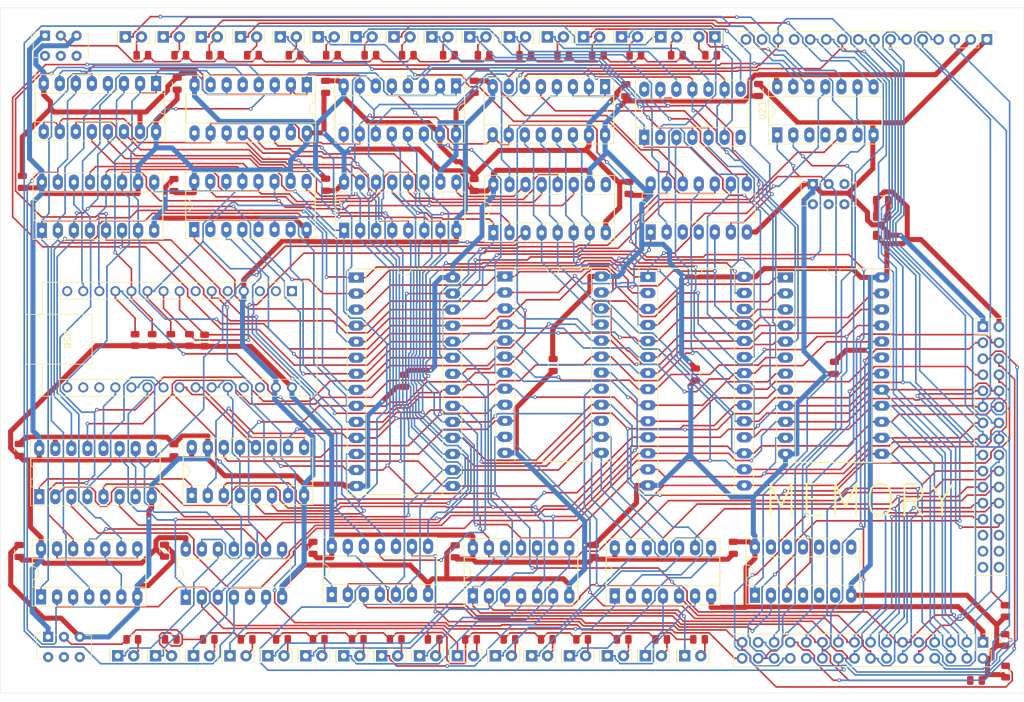
<source format=kicad_pcb>
(kicad_pcb (version 20240108) (generator "pcbnew") (generator_version "8.0")
  (layers (0 "F.Cu" signal) (31 "B.Cu" signal) (34 "B.Paste" user) (35 "F.Paste" user) (36 "B.SilkS" user "B.Silkscreen") (37 "F.SilkS" user "F.Silkscreen") (38 "B.Mask" user) (39 "F.Mask" user) (44 "Edge.Cuts" user))
  (net 0 "")
  (net 1 "Net-(A1-D6)")
  (net 3 "Net-(A1-A7)")
  (net 5 "Net-(A1-D10)")
  (net 6 "GND")
  (net 8 "Net-(A1-D9)")
  (net 10 "Net-(A1-D8)")
  (net 11 "Net-(A1-A6)")
  (net 12 "Net-(A1-D11)")
  (net 13 "Net-(A1-A3)")
  (net 14 "Net-(A1-D13)")
  (net 19 "Net-(A1-D3)")
  (net 20 "Net-(A1-D5)")
  (net 22 "Net-(A1-A5)")
  (net 23 "Net-(A1-A1)")
  (net 24 "Net-(A1-A4)")
  (net 25 "Net-(A1-A0)")
  (net 26 "VCC")
  (net 27 "Net-(A1-D7)")
  (net 29 "Net-(A1-A2)")
  (net 30 "Net-(D1-A)")
  (net 31 "Net-(D1-K)")
  (net 32 "Net-(D2-K)")
  (net 33 "Net-(D3-K)")
  (net 34 "Net-(D4-K)")
  (net 35 "Net-(D5-K)")
  (net 36 "Net-(D6-K)")
  (net 37 "Net-(D7-K)")
  (net 38 "Net-(D8-K)")
  (net 39 "Net-(D9-K)")
  (net 40 "Net-(D10-K)")
  (net 41 "Net-(D11-K)")
  (net 42 "Net-(D12-K)")
  (net 43 "Net-(D13-K)")
  (net 44 "Net-(D14-K)")
  (net 45 "Net-(D15-K)")
  (net 46 "Net-(D16-K)")
  (net 47 "Net-(D17-A)")
  (net 48 "Net-(D17-K)")
  (net 49 "Net-(D18-K)")
  (net 50 "Net-(D19-K)")
  (net 51 "Net-(D20-K)")
  (net 52 "Net-(D21-K)")
  (net 53 "Net-(D22-K)")
  (net 54 "Net-(D23-K)")
  (net 55 "Net-(D24-K)")
  (net 56 "Net-(D25-K)")
  (net 57 "Net-(D26-K)")
  (net 58 "Net-(D27-K)")
  (net 59 "Net-(D28-K)")
  (net 60 "Net-(D29-K)")
  (net 61 "Net-(D30-K)")
  (net 62 "Net-(D31-K)")
  (net 63 "Net-(D32-K)")
  (net 64 "/Display/D12")
  (net 65 "Net-(D2-A)")
  (net 66 "Net-(J1-Pin_29)")
  (net 67 "Net-(D3-A)")
  (net 68 "/Display/D13")
  (net 69 "Net-(J1-Pin_22)")
  (net 70 "Net-(J1-Pin_20)")
  (net 71 "/Display/D7")
  (net 72 "Net-(J1-Pin_27)")
  (net 73 "Net-(J1-Pin_28)")
  (net 74 "/Display/D0")
  (net 75 "/Display/D5")
  (net 76 "Net-(J1-Pin_21)")
  (net 77 "/Display/D10")
  (net 78 "/Display/D2")
  (net 79 "Net-(J1-Pin_31)")
  (net 80 "/Display/D6")
  (net 81 "Net-(J1-Pin_30)")
  (net 82 "/Display/D1")
  (net 83 "Net-(J1-Pin_26)")
  (net 84 "/Display/D14")
  (net 85 "/Display/D11")
  (net 86 "/Display/D8")
  (net 87 "Net-(J1-Pin_24)")
  (net 88 "/Display/D3")
  (net 89 "/Display/D15")
  (net 90 "/Display/D4")
  (net 91 "Net-(J1-Pin_25)")
  (net 92 "Net-(D4-A)")
  (net 93 "Net-(D5-A)")
  (net 94 "Net-(J1-Pin_23)")
  (net 95 "Net-(J1-Pin_19)")
  (net 96 "/Display/D9")
  (net 97 "Net-(D6-A)")
  (net 101 "Net-(J2-Pin_26)")
  (net 107 "/Display1/D11")
  (net 108 "/Display1/D13")
  (net 109 "/Display1/D4")
  (net 110 "/Display1/D10")
  (net 111 "/Display1/D3")
  (net 112 "/Display1/D5")
  (net 113 "/Display1/D8")
  (net 114 "/Display1/D2")
  (net 115 "/Display1/D12")
  (net 116 "/Display1/D7")
  (net 117 "/Display1/D0")
  (net 118 "/Display1/D9")
  (net 119 "/Display1/D1")
  (net 120 "/Display1/D14")
  (net 121 "/Display1/D6")
  (net 122 "/Display1/D15")
  (net 123 "Net-(U7-QH')")
  (net 124 "Net-(D7-A)")
  (net 125 "Net-(D8-A)")
  (net 126 "Net-(D9-A)")
  (net 127 "Net-(D10-A)")
  (net 128 "Net-(D11-A)")
  (net 129 "Net-(D12-A)")
  (net 130 "Net-(D13-A)")
  (net 131 "Net-(D14-A)")
  (net 132 "Net-(D15-A)")
  (net 133 "Net-(D16-A)")
  (net 134 "Net-(D18-A)")
  (net 135 "Net-(D19-A)")
  (net 136 "Net-(D20-A)")
  (net 137 "Net-(D21-A)")
  (net 138 "Net-(D22-A)")
  (net 139 "Net-(D23-A)")
  (net 140 "Net-(D24-A)")
  (net 141 "Net-(D25-A)")
  (net 142 "Net-(D26-A)")
  (net 143 "Net-(D27-A)")
  (net 144 "Net-(D28-A)")
  (net 145 "Net-(D29-A)")
  (net 146 "Net-(D30-A)")
  (net 147 "Net-(D31-A)")
  (net 148 "Net-(D32-A)")
  (net 149 "Net-(SW2-B)")
  (net 150 "Net-(SW3-B)")
  (net 151 "Net-(U1-Pad3)")
  (net 152 "Net-(U1-Pad10)")
  (net 153 "Net-(U1-Pad13)")
  (net 154 "Net-(U10-CE)")
  (net 155 "Net-(U13-~{CS})")
  (net 156 "Net-(U3-Pad2)")
  (net 157 "Net-(U12-~{OE})")
  (net 158 "Net-(U10-OE)")
  (net 159 "Net-(U13-~{WE})")
  (net 160 "Net-(U10-WE)")
  (net 161 "Net-(U12-SER)")
  (net 162 "Net-(U12-QH')")
  (net 164 "Net-(U16-S)")
  (footprint "Capacitor_SMD:C_0805_2012Metric" (layer "F.Cu") (at 68.5 112 90)
    (property "Reference" "C22" (hide yes))
    (property "Value" "C")
  )
  (footprint "LED_THT:LED_Rectangular_W5.0mm_H2.0mm" (layer "F.Cu") (at 149.5925 144.6)
    (property "Reference" "D5" (hide yes))
    (property "Value" "LED")
  )
  (footprint "Resistor_SMD:R_0805_2012Metric" (layer "F.Cu") (at 146.0875 142 180)
    (property "Reference" "R11" (hide yes))
    (property "Value" "R")
  )
  (footprint "Capacitor_SMD:C_0805_2012Metric" (layer "F.Cu") (at 117 70 90)
    (property "Reference" "C12" (hide yes))
    (property "Value" "C")
  )
  (footprint "LED_THT:LED_Rectangular_W5.0mm_H2.0mm" (layer "F.Cu") (at 113.8675 144.6)
    (property "Reference" "D11" (hide yes))
    (property "Value" "LED")
  )
  (footprint "Resistor_SMD:R_0805_2012Metric" (layer "F.Cu") (at 160.0875 49.5)
    (property "Reference" "R25" (hide yes))
    (property "Value" "R")
  )
  (footprint "Resistor_SMD:R_0805_2012Metric" (layer "F.Cu") (at 136.5 49.5)
    (property "Reference" "R29" (hide yes))
    (property "Value" "R")
  )
  (footprint "Capacitor_SMD:C_0805_2012Metric" (layer "F.Cu") (at 205.05 75)
    (property "Reference" "C24" (hide yes))
    (property "Value" "C")
  )
  (footprint "LED_THT:LED_Rectangular_W5.0mm_H2.0mm" (layer "F.Cu") (at 107.8675 144.6)
    (property "Reference" "D12" (hide yes))
    (property "Value" "LED")
  )
  (footprint "LED_THT:LED_Rectangular_W5.0mm_H2.0mm" (layer "F.Cu") (at 90.0925 144.6)
    (property "Reference" "D15" (hide yes))
    (property "Value" "LED")
  )
  (footprint "Capacitor_SMD:C_0805_2012Metric" (layer "F.Cu") (at 140.5 54.5 90)
    (property "Reference" "C15" (hide yes))
    (property "Value" "C")
  )
  (footprint "LED_THT:LED_Rectangular_W5.0mm_H2.0mm" (layer "F.Cu") (at 103.5425 46.6)
    (property "Reference" "D29" (hide yes))
    (property "Value" "LED")
  )
  (footprint "Resistor_SMD:R_0805_2012Metric" (layer "F.Cu") (at 95.45 94.5875 90)
    (property "Reference" "R3" (hide yes))
    (property "Value" "10K")
  )
  (footprint "Resistor_SMD:R_0805_2012Metric" (layer "F.Cu") (at 172.5875 49.5)
    (property "Reference" "R23" (hide yes))
    (property "Value" "R")
  )
  (footprint "Capacitor_SMD:C_0805_2012Metric" (layer "F.Cu") (at 137.5 128.05 90)
    (property "Reference" "C16" (hide yes))
    (property "Value" "C")
  )
  (footprint "Package_DIP:DIP-14_W7.62mm_LongPads" (layer "F.Cu") (at 94.875 135.325 90)
    (property "Reference" "U20" (hide yes))
    (property "Value" "74LS04")
  )
  (footprint "LED_THT:LED_Rectangular_W5.0mm_H2.0mm" (layer "F.Cu") (at 96.0925 144.6)
    (property "Reference" "D14" (hide yes))
    (property "Value" "LED")
  )
  (footprint "Package_DIP:DIP-16_W7.62mm_Socket_LongPads" (layer "F.Cu") (at 137.6325 54.36 -90)
    (property "Reference" "U8" (hide yes))
    (property "Value" "74LS173")
  )
  (footprint "LED_THT:LED_Rectangular_W5.0mm_H2.0mm" (layer "F.Cu") (at 91.3175 46.6)
    (property "Reference" "D31" (hide yes))
    (property "Value" "LED")
  )
  (footprint "LED_THT:LED_Rectangular_W5.0mm_H2.0mm" (layer "F.Cu") (at 101.8675 144.6)
    (property "Reference" "D13" (hide yes))
    (property "Value" "LED")
  )
  (footprint "Capacitor_SMD:C_0805_2012Metric" (layer "F.Cu") (at 115 127.5 90)
    (property "Reference" "C11" (hide yes))
    (property "Value" "C")
  )
  (footprint "Resistor_SMD:R_0805_2012Metric" (layer "F.Cu") (at 154.5875 49.5)
    (property "Reference" "R26" (hide yes))
    (property "Value" "R")
  )
  (footprint "Package_DIP:DIP-14_W7.62mm_Socket_LongPads" (layer "F.Cu") (at 184.92 135 90)
    (property "Reference" "U4" (hide yes))
    (property "Value" "74LS32")
  )
  (footprint "LED_THT:LED_Rectangular_W5.0mm_H2.0mm" (layer "F.Cu") (at 173.8275 144.6)
    (property "Reference" "D1" (hide yes))
    (property "Value" "LED")
  )
  (footprint "Connector_PinHeader_2.54mm:PinHeader_2x16_P2.54mm_Vertical" (layer "F.Cu") (at 221 92.48)
    (property "Reference" "J2" (hide yes))
    (property "Value" "RAM to ALU")
  )
  (footprint "Resistor_SMD:R_0805_2012Metric" (layer "F.Cu") (at 134.0875 142 180)
    (property "Reference" "R13" (hide yes))
    (property "Value" "R")
  )
  (footprint "LED_THT:LED_Rectangular_W5.0mm_H2.0mm" (layer "F.Cu") (at 127.8175 46.6)
    (property "Reference" "D25" (hide yes))
    (property "Value" "LED")
  )
  (footprint "Package_DIP:DIP-14_W7.62mm_Socket_LongPads" (layer "F.Cu") (at 71.9675 135.28 90)
    (property "Reference" "U1" (hide yes))
    (property "Value" "74LS32")
  )
  (footprint "Resistor_SMD:R_0805_2012Metric" (layer "F.Cu") (at 118 49.5)
    (property "Reference" "R32" (hide yes))
    (property "Value" "R")
  )
  (footprint "Capacitor_SMD:C_0805_2012Metric" (layer "F.Cu") (at 129.5 101.05 -90)
    (property "Reference" "C3" (hide yes))
    (property "Value" "C")
  )
  (footprint "Package_DIP:DIP-16_W7.62mm_Socket_LongPads" (layer "F.Cu") (at 143.5525 77.6 90)
    (property "Reference" "U14" (hide yes))
    (property "Value" "74HC595")
  )
  (footprint "Resistor_SMD:R_0805_2012Metric" (layer "F.Cu") (at 140 142 180)
    (property "Reference" "R12" (hide yes))
    (property "Value" "R")
  )
  (footprint "Resistor_SMD:R_0805_2012Metric" (layer "F.Cu") (at 219.9125 148.5 180)
    (property "Reference" "R40" (hide yes))
    (property "Value" "10K")
  )
  (footprint "Connector_PinHeader_2.54mm:PinHeader_1x16_P2.54mm_Vertical" (layer "F.Cu") (at 221.62 47 -90)
    (property "Reference" "J3" (hide yes))
    (property "Value" "Conn_01x16_Pin")
  )
  (footprint "Resistor_SMD:R_0805_2012Metric" (layer "F.Cu") (at 178 49.5)
    (property "Reference" "R22" (hide yes))
    (property "Value" "R")
  )
  (footprint "LED_THT:LED_Rectangular_W5.0mm_H2.0mm" (layer "F.Cu") (at 152.0925 46.6)
    (property "Reference" "D21" (hide yes))
    (property "Value" "LED")
  )
  (footprint "Resistor_SMD:R_0805_2012Metric" (layer "F.Cu") (at 86.4125 142 180)
    (property "Reference" "R21" (hide yes))
    (property "Value" "R")
  )
  (footprint "Capacitor_SMD:C_0805_2012Metric" (layer "F.Cu") (at 69 69.55 90)
    (property "Reference" "C8" (hide yes))
    (property "Value" "C")
  )
  (footprint "Resistor_SMD:R_0805_2012Metric" (layer "F.Cu") (at 176.0875 142 180)
    (property "Reference" "R6" (hide yes))
    (property "Value" "R")
  )
  (footprint "LED_THT:LED_Rectangular_W5.0mm_H2.0mm" (layer "F.Cu") (at 131.8675 144.6)
    (property "Reference" "D8" (hide yes))
    (property "Value" "LED")
  )
  (footprint "Resistor_SMD:R_0805_2012Metric" (layer "F.Cu") (at 88 49.5)
    (property "Reference" "R37" (hide yes))
    (property "Value" "R")
  )
  (footprint "Resistor_SMD:R_0805_2012Metric" (layer "F.Cu") (at 224.5 142.0875 90)
    (property "Reference" "R38" (hide yes))
    (property "Value" "10K")
  )
  (footprint "Package_DIP:DIP-16_W7.62mm_Socket_LongPads" (layer "F.Cu") (at 119.92 77.22 90)
    (property "Reference" "U12" (hide yes))
    (property "Value" "74HC595")
  )
  (footprint "Resistor_SMD:R_0805_2012Metric" (layer "F.Cu") (at 130 49.5)
    (property "Reference" "R30" (hide yes))
    (property "Value" "R")
  )
  (footprint "LED_THT:LED_Rectangular_W5.0mm_H2.0mm" (layer "F.Cu") (at 85.3175 46.6)
    (property "Reference" "D32" (hide yes))
    (property "Value" "LED")
  )
  (footprint "Capacitor_SMD:C_0805_2012Metric" (layer "F.Cu") (at 205.05 78.01)
    (property "Reference" "C25" (hide yes))
    (property "Value" "C")
  )
  (footprint "LED_THT:LED_Rectangular_W5.0mm_H2.0mm" (layer "F.Cu") (at 125.8675 144.6)
    (property "Reference" "D9" (hide yes))
    (property "Value" "LED")
  )
  (footprint "LED_THT:LED_Rectangular_W5.0mm_H2.0mm" (layer "F.Cu") (at 121.8175 46.6)
    (property "Reference" "D26" (hide yes))
    (property "Value" "LED")
  )
  (footprint "LED_THT:LED_Rectangular_W5.0mm_H2.0mm" (layer "F.Cu") (at 137.8675 144.6)
    (property "Reference" "D7" (hide yes))
    (property "Value" "LED")
  )
  (footprint "Package_DIP:DIP-28_W15.24mm_Socket_LongPads" (layer "F.Cu") (at 121.8525 84.7)
    (property "Reference" "U13" (hide yes))
    (property "Value" "HIGHER RAM")
  )
  (footprint "Module:Arduino_Nano" (layer "F.Cu") (at 111.6725 86.86 -90)
    (property "Reference" "A1" (hide yes))
    (property "Value" "Arduino_Nano_v2.x")
  )
  (footprint "Resistor_SMD:R_0805_2012Metric" (layer "F.Cu") (at 122.0875 142 180)
    (property "Reference" "R15" (hide yes))
    (property "Value" "R")
  )
  (footprint "LED_THT:LED_Rectangular_W5.0mm_H2.0mm" (layer "F.Cu") (at 161.5925 144.6)
    (property "Reference" "D3" (hide yes))
    (property "Value" "LED")
  )
  (footprint "LED_THT:LED_Rectangular_W5.0mm_H2.0mm" (layer "F.Cu") (at 119.8675 144.6)
    (property "Reference" "D10" (hide yes))
    (property "Value" "LED")
  )
  (footprint "Package_DIP:DIP-14_W7.62mm_Socket_LongPads" (layer "F.Cu") (at 140.3 135.12 90)
    (property "Reference" "U19" (hide yes))
    (property "Value" "74LS04")
  )
  (footprint "Package_DIP:DIP-16_W7.62mm_Socket_LongPads" (layer "F.Cu") (at 161.2125 54.48 -90)
    (property "Reference" "U5" (hide yes))
    (property "Value" "74LS173")
  )
  (footprint "Capacitor_SMD:C_0805_2012Metric" (layer "F.Cu") (at 68.5 128 90)
    (property "Reference" "C20" (hide yes))
    (property "Value" "C")
  )
  (footprint "Resistor_SMD:R_0805_2012Metric" (layer "F.Cu") (at 97.85 94.675 90)
    (property "Reference" "R5" (hide yes))
    (property "Value" "10K")
  )
  (footprint "Resistor_SMD:R_0805_2012Metric" (layer "F.Cu") (at 142 49.5)
    (property "Reference" "R28" (hide yes))
    (property "Value" "R")
  )
  (footprint "Button_Switch_THT:SW_E-Switch_EG1271_SPDT" (layer "F.Cu") (at 72.5925 46.4)
    (property "Reference" "SW3" (hide yes))
    (property "Value" "SW_SPDT")
  )
  (footprint "Resistor_SMD:R_0805_2012Metric" (layer "F.Cu") (at 104.5 142 180)
    (property "Reference" "R18" (hide yes))
    (property "Value" "R")
  )
  (footprint "LED_THT:LED_Rectangular_W5.0mm_H2.0mm" (layer "F.Cu") (at 170.0425 46.6)
    (property "Reference" "D18" (hide yes))
    (property "Value" "LED")
  )
  (footprint "LED_THT:LED_Rectangular_W5.0mm_H2.0mm" (layer "F.Cu") (at 133.8175 46.6)
    (property "Reference" "D24" (hide yes))
    (property "Value" "LED")
  )
  (footprint "Resistor_SMD:R_0805_2012Metric" (layer "F.Cu") (at 128.0875 142 180)
    (property "Reference" "R14" (hide yes))
    (property "Value" "R")
  )
  (footprint "Package_DIP:DIP-14_W7.62mm_Socket_LongPads" (layer "F.Cu") (at 188.46 62.12 90)
    (property "Reference" "U23")
    (property "Value" "74LS04")
  )
  (footprint "Resistor_SMD:R_0805_2012Metric" (layer "F.Cu") (at 86.85 94.5875 90)
    (property "Reference" "R4" (hide yes))
    (property "Value" "10K")
  )
  (footprint "Capacitor_SMD:C_0805_2012Metric" (layer "F.Cu") (at 117 54.5 90)
    (property "Reference" "C2" (hide yes))
    (property "Value" "C")
  )
  (footprint "Resistor_SMD:R_0805_2012Metric" (layer "F.Cu") (at 152 142 180)
    (property "Reference" "R10" (hide yes))
    (property "Value" "R")
  )
  (footprint "LED_THT:LED_Rectangular_W5.0mm_H2.0mm" (layer "F.Cu") (at 178.5925 46.6 180)
    (property "Reference" "D17" (hide yes))
    (property "Value" "LED")
  )
  (footprint "Package_DIP:DIP-16_W7.62mm_Socket_LongPads" (layer "F.Cu") (at 72.0925 77.22 90)
    (property "Reference" "U7" (hide yes))
    (property "Value" "74HC595")
  )
  (footprint "Resistor_SMD:R_0805_2012Metric" (layer "F.Cu") (at 89.55 94.5875 90)
    (property "Reference" "R1" (hide yes))
    (property "Value" "10K")
  )
  (footprint "Package_DIP:DIP-16_W7.62mm_Socket_LongPads" (layer "F.Cu") (at 71.6925 119.4 90)
    (property "Reference" "U18" (hide yes))
    (property "Value" "74LS157")
  )
  (footprint "Package_DIP:DIP-16_W7.62mm_Socket_LongPads" (layer "F.Cu") (at 96.2125 77.1 90)
    (property "Reference" "U9" (hide yes))
    (property "Value" "74HC595")
  )
  (footprint "Button_Switch_THT:SW_E-Switch_EG1271_SPDT" (layer "F.Cu") (at 73.0925 141.6)
    (property "Reference" "SW2" (hide yes))
    (property "Value" "SW_SPDT")
  )
  (footprint "LED_THT:LED_Rectangular_W5.0mm_H2.0mm" (layer "F.Cu") (at 163.8175 46.6)
    (property "Reference" "D19" (hide yes))
    (property "Value" "LED")
  )
  (footprint "LED_THT:LED_Rectangular_W5.0mm_H2.0mm" (layer "F.Cu") (at 143.8675 144.6)
    (property "Reference" "D6" (hide yes))
    (property "Value" "LED")
  )
  (footprint "Resistor_SMD:R_0805_2012Metric" (layer "F.Cu") (at 148.5875 49.5)
    (property "Reference" "R27" (hide yes))
    (property "Value" "R")
  )
  (footprint "LED_THT:LED_Rectangular_W5.0mm_H2.0mm" (layer "F.Cu") (at 109.8175 46.6)
    (property "Reference" "D28" (hide yes))
    (property "Value" "LED")
  )
  (footprint "Capacitor_SMD:C_0805_2012Metric" (layer "F.Cu") (at 175.5 100.05 -90)
    (property "Reference" "C1" (hide yes))
    (property "Value" "C")
  )
  (footprint "Resistor_SMD:R_0805_2012Metric" (layer "F.Cu") (at 224.5 137.5 90)
    (property "Reference" "R39" (hide yes))
    (property "Value" "10K")
  )
  (footprint "Capacitor_SMD:C_0805_2012Metric" (layer "F.Cu") (at 93 70.05 90)
    (property "Reference" "C13" (hide yes))
    (property "Value" "C")
  )
  (footprint "Resistor_SMD:R_0805_2012Metric" (layer "F.Cu") (at 166 49.5)
    (property "Reference" "R24" (hide yes))
    (property "Value" "R")
  )
  (footprint "Resistor_SMD:R_0805_2012Metric" (layer "F.Cu") (at 92.5 142 180)
    (property "Reference" "R20" (hide yes))
    (property "Value" "R")
  )
  (footprint "LED_THT:LED_Rectangular_W5.0mm_H2.0mm" (layer "F.Cu") (at 155.5925 144.6)
    (property "Reference" "D4" (hide yes))
    (property "Value" "LED")
  )
  (footprint "LED_THT:LED_Rectangular_W5.0mm_H2.0mm" (layer "F.Cu") (at 157.8175 46.6)
    (property "Reference" "D20" (hide yes))
    (property "Value" "LED")
  )
  (footprint "Capacitor_SMD:C_0805_2012Metric" (layer "F.Cu") (at 93 112.05 90)
    (property "Reference" "C21" (hide yes))
    (property "Value" "C")
  )
  (footprint "LED_THT:LED_Rectangular_W5.0mm_H2.0mm" (layer "F.Cu") (at 139.8175 46.6)
    (property "Reference" "D23" (hide yes))
    (property "Value" "LED")
  )
  (footprint "Package_DIP:DIP-14_W7.62mm_Socket_LongPads" (layer "F.Cu") (at 167.42 62.5 90)
    (property "Reference" "U21" (hide yes))
    (property "Value" "74LS04")
  )
  (footprint "Package_DIP:DIP-16_W7.62mm_Socket_LongPads" (layer "F.Cu") (at 114.0325 54.18 -90)
    (property "Reference" "U11" (hide yes))
    (property "Value" "74LS173")
  )
  (footprint "Capacitor_SMD:C_0805_2012Metric" (layer "F.Cu") (at 91.5 127.95 90)
    (property "Reference" "C17" (hide yes))
    (property "Value" "C")
  )
  (footprint "Resistor_SMD:R_0805_2012Metric" (layer "F.Cu") (at 92.5 94.5875 90)
    (property "Reference" "R2" (hide yes))
    (property "Value" "10K")
  )
  (footprint "Capacitor_SMD:C_0805_2012Metric" (layer "F.Cu") (at 181.5 127.5 90)
    (property "Reference" "C18" (hide yes))
    (property "Value" "C")
  )
  (footprint "Package_DIP:DIP-28_W15.24mm_Socket_LongPads" (layer "F.Cu") (at 168 84.6)
    (property "Reference" "U17" (hide yes))
    (property "Value" "LOWER RAM")
  )
  (footprint "Resistor_SMD:R_0805_2012Metric" (layer "F.Cu") (at 99.5 49.5)
    (property "Reference" "R35" (hide yes))
    (property "Value" "R")
  )
  (footprint "Package_DIP:DIP-16_W7.62mm_Socket_LongPads" (layer "F.Cu") (at 95.8125 119.22 90)
    (property "Reference" "U16" (hide yes))
    (property "Value" "74LS157")
  )
  (footprint "Resistor_SMD:R_0805_2012Metric" (layer "F.Cu") (at 112.0875 49.5)
    (property "Reference" "R33" (hide yes))
    (property "Value" "R")
  )
  (footprint "Package_DIP:DIP-24_W15.24mm_Socket_LongPads" (layer "F.Cu") (at 189.76 84.68)
    (property "Reference" "U10" (hide yes))
    (property "Value" "~")
  )
  (footprint "Resistor_SMD:R_0805_2012Metric" (layer "F.Cu") (at 170.0875 142 180)
    (property "Reference" "R7" (hide yes))
    (property "Value" "R")
  )
  (footprint "Package_DIP:DIP-14_W7.62mm_LongPads" (layer "F.Cu") (at 168.42 77.5 90)
    (property "Reference" "U22" (hide yes))
    (property "Value" "74LS04")
  )
  (footprint "Package_DIP:DIP-24_W15.24mm_Socket_LongPads" (layer "F.Cu") (at 145.375 84.525)
    (property "Reference" "U6" (hide yes))
    (property "Value" "~")
  )
  (footprint "Connector_PinHeader_2.54mm:PinHeader_2x16_P2.54mm_Vertical" (layer "F.Cu") (at 221 142.46 -90)
    (property "Reference" "J1" (hide yes))
    (property "Value" "Control Logic to RAM")
  )
  (footprint "Capacitor_SMD:C_0805_2012Metric" (layer "F.Cu") (at 165 70.5 90)
    (property "Reference" "C4" (hide yes))
    (property "Value" "C")
  )
  (footprint "Resistor_SMD:R_0805_2012Metric" (layer "F.Cu") (at 164 142 180)
    (property "Reference" "R8" (hide yes))
    (property "Value" "R")
  )
  (footprint "Button_Switch_THT:SW_E-Switch_EG1271_SPDT" (layer "F.Cu") (at 194.0925 69.9)
    (property "Reference" "SW1" (hide yes))
    (property "Value" "SW_Push")
  )
  (footprint "Package_DIP:DIP-14_W7.62mm_Socket_LongPads" (layer "F.Cu") (at 162.76 135.12 90)
    (property "Reference" "U2" (hide yes))
    (property "Value" "74LS04")
  )
  (footprint "Resistor_SMD:R_0805_2012Metric" (layer "F.Cu") (at 124.0875 49.5)
    (property "Reference" "R31" (hide yes))
    (property "Value" "R")
  )
  (footprint "Resistor_SMD:R_0805_2012Metric" (layer "F.Cu") (at 105.5 49.5)
    (property "Reference" "R34" (hide yes))
    (property "Value" "R")
  )
  (footprint "Capacitor_SMD:C_0805_2012Metric" (layer "F.Cu") (at 140.5 70.05 90)
    (property "Reference" "C9" (hide yes))
    (property "Value" "C")
  )
  (footprint "Capacitor_SMD:C_0805_2012Metric" (layer "F.Cu") (at 185.5 55 90)
    (property "Reference" "C7" (hide yes))
    (property "Value" "C")
  )
  (footprint "Resistor_SMD:R_0805_2012Metric" (layer "F.Cu") (at 94 49.5)
    (property "Reference" "R36" (hide yes))
    (property "Value" "R")
  )
  (footprint "Capacitor_SMD:C_0805_2012Metric" (layer "F.Cu") (at 93.5 54 90)
    (property "Reference" "C5" (hide yes))
    (property "Value" "C")
  )
  (footprint "LED_THT:LED_Rectangular_W5.0mm_H2.0mm" (layer "F.Cu") (at 167.5925 144.6)
    (property "Reference" "D2" (hide yes))
    (property "Value" "LED")
  )
  (footprint "LED_THT:LED_Rectangular_W5.0mm_H2.0mm" (layer "F.Cu") (at 84.0925 144.6)
    (property "Reference" "D16" (hide yes))
    (property "Value" "LED")
  )
  (footprint "Package_DIP:DIP-16_W7.62mm_Socket_LongPads" (layer "F.Cu") (at 90.1725 53.98 -90)
    (property "Reference" "U15" (hide yes))
    (property "Value" "74LS173")
  )
  (footprint "Resistor_SMD:R_0805_2012Metric" (layer "F.Cu") (at 115.9125 142 180)
    (property "Reference" "R16" (hide yes))
    (property "Value" "R")
  )
  (footprint "Capacitor_SMD:C_0805_2012Metric" (layer "F.Cu") (at 197.5 99 -90)
    (property "Reference" "C19" (hide yes))
    (property "Value" "C")
  )
  (footprint "Resistor_SMD:R_0805_2012Metric" (layer "F.Cu") (at 224.5875 147.0875 90)
    (property "Reference" "R41" (hide yes))
    (property "Value" "10K")
  )
  (footprint "Capacitor_SMD:C_0805_2012Metric" (layer "F.Cu") (at 164.5 55.05 90)
    (property "Reference" "C6" (hide yes))
    (property "Value" "C")
  )
  (footprint "Package_DIP:DIP-14_W7.62mm_Socket_LongPads" (layer "F.Cu") (at 117.9675 134.9 90)
    (property "Reference" "U3" (hide yes))
    (property "Value" "74LS08")
  )
  (footprint "Capacitor_SMD:C_0805_2012Metric" (layer "F.Cu") (at 153 98.55 -90)
    (property "Reference" "C14" (hide yes))
    (property "Value" "C")
  )
  (footprint "LED_THT:LED_Rectangular_W5.0mm_H2.0mm" (layer "F.Cu") (at 97.3175 46.6)
    (property "Reference" "D30" (hide yes))
    (property "Value" "LED")
  )
  (footprint "Resistor_SMD:R_0805_2012Metric" (layer "F.Cu") (at 98.5 142 180)
    (property "Reference" "R19" (hide yes))
    (property "Value" "R")
  )
  (footprint "LED_THT:LED_Rectangular_W5.0mm_H2.0mm" (layer "F.Cu") (at 146.0925 46.6)
    (property "Reference" "D22" (hide yes))
    (property "Value" "LED")
  )
  (footprint "Capacitor_SMD:C_0805_2012Metric" (layer "F.Cu") (at 205.05 72.5)
    (property "Reference" "C23" (hide yes))
    (property "Value" "C")
  )
  (footprint "LED_THT:LED_Rectangular_W5.0mm_H2.0mm" (layer "F.Cu") (at 115.8175 46.6)
    (property "Reference" "D27" (hide yes))
    (property "Value" "LED")
  )
  (footprint "Capacitor_SMD:C_0805_2012Metric" (layer "F.Cu") (at 159.5 128 90)
    (property "Reference" "C10" (hide yes))
    (property "Value" "C")
  )
  (footprint "Resistor_SMD:R_0805_2012Metric" (layer "F.Cu") (at 157.5875 142 180)
    (property "Reference" "R9" (hide yes))
    (property "Value" "R")
  )
  (footprint "Resistor_SMD:R_0805_2012Metric" (layer "F.Cu") (at 110.0875 142 180)
    (property "Reference" "R17" (hide yes))
    (property "Value" "R")
  )
  (gr_rect (start 65.5 42) (end 227.5 150.5) (stroke (width 0.05)) (fill none) (layer "Edge.Cuts"))
  (gr_text "MEMORY" (at 186 123 0) (layer "F.SilkS") (effects (font (size 5 5) (thickness 0.3)) (justify left bottom)))
  (segment (start 107.8625 86.5326) (end 113.5508 80.8443) (width 0.254) (layer "F.Cu") (net 1))
  (segment (start 156.6684 80.529) (end 156.9129 80.2845) (width 0.254) (layer "F.Cu") (net 1))
  (segment (start 184.4195 72.7998) (end 188.5015 68.7178) (width 0.254) (layer "F.Cu") (net 1))
  (segment (start 142.4513 80.529) (end 156.6684 80.529) (width 0.254) (layer "F.Cu") (net 1))
  (segment (start 195.4103 68.7178) (end 196.5925 69.9) (width 0.254) (layer "F.Cu") (net 1))
  (segment (start 191 67) (end 191 67.7178) (width 0.254) (layer "F.Cu") (net 1))
  (segment (start 95.45 93.675) (end 91.3525 89.5775) (width 0.254) (layer "F.Cu") (net 1))
  (segment (start 104.7641 94.6088) (end 96.3838 94.6088) (width 0.254) (layer "F.Cu") (net 1))
  (segment (start 191 67.7178) (end 192 68.7178) (width 0.254) (layer "F.Cu") (net 1))
  (segment (start 156.915 80.2845) (end 157.1262 80.0733) (width 0.254) (layer "F.Cu") (net 1))
  (segment (start 96.3838 94.6088) (end 95.45 93.675) (width 0.254) (layer "F.Cu") (net 1))
  (segment (start 170.5582 72.7998) (end 184.4195 72.7998) (width 0.254) (layer "F.Cu") (net 1))
  (segment (start 113.5508 80.8443) (end 142.136 80.8443) (width 0.254) (layer "F.Cu") (net 1))
  (segment (start 156.9129 80.2845) (end 156.915 80.2845) (width 0.254) (layer "F.Cu") (net 1))
  (segment (start 192.5 68.7178) (end 195.4103 68.7178) (width 0.254) (layer "F.Cu") (net 1))
  (segment (start 91.3525 89.5775) (end 91.3525 86.86) (width 0.254) (layer "F.Cu") (net 1))
  (segment (start 142.136 80.8443) (end 142.4513 80.529) (width 0.254) (layer "F.Cu") (net 1))
  (segment (start 104.9694 89.0083) (end 106.1141 89.0083) (width 0.254) (layer "F.Cu") (net 1))
  (segment (start 163.2847 80.0733) (end 170.5582 72.7998) (width 0.254) (layer "F.Cu") (net 1))
  (segment (start 106.1141 89.0083) (end 107.8625 87.2599) (width 0.254) (layer "F.Cu") (net 1))
  (segment (start 107.8625 87.2599) (end 107.8625 86.5326) (width 0.254) (layer "F.Cu") (net 1))
  (segment (start 188.5015 68.7178) (end 192 68.7178) (width 0.254) (layer "F.Cu") (net 1))
  (segment (start 192 68.7178) (end 192.5 68.7178) (width 0.254) (layer "F.Cu") (net 1))
  (segment (start 157.1262 80.0733) (end 163.2847 80.0733) (width 0.254) (layer "F.Cu") (net 1))
  (via (at 191 67) (size 0.6) (drill 0.3) (layers "F.Cu" "B.Cu") (net 1))
  (via (at 104.7641 94.6088) (size 0.6) (drill 0.3) (layers "F.Cu" "B.Cu") (net 1))
  (via (at 104.9694 89.0083) (size 0.6) (drill 0.3) (layers "F.Cu" "B.Cu") (net 1))
  (segment (start 186.2229 132.1684) (end 186.2229 119.1093) (width 0.254) (layer "B.Cu") (net 1))
  (segment (start 104.9694 89.0083) (end 104.7641 89.2136) (width 0.254) (layer "B.Cu") (net 1))
  (segment (start 104.7641 89.2136) (end 104.7641 94.6088) (width 0.254) (layer "B.Cu") (net 1))
  (segment (start 186.2229 119.1093) (end 193.2003 112.1319) (width 0.254) (layer "B.Cu") (net 1))
  (segment (start 193.2003 104.0741) (end 197.7593 99.5151) (width 0.254) (layer "B.Cu") (net 1))
  (segment (start 188.46 64.46) (end 191 67) (width 0.254) (layer "B.Cu") (net 1))
  (segment (start 188.46 63) (end 188.46 64.46) (width 0.254) (layer "B.Cu") (net 1))
  (segment (start 197.7593 99.5151) (end 197.7593 71.0668) (width 0.254) (layer "B.Cu") (net 1))
  (segment (start 184.92 135) (end 184.92 133.4713) (width 0.254) (layer "B.Cu") (net 1))
  (segment (start 197.7593 71.0668) (end 196.5925 69.9) (width 0.254) (layer "B.Cu") (net 1))
  (segment (start 193.2003 112.1319) (end 193.2003 104.0741) (width 0.254) (layer "B.Cu") (net 1))
  (segment (start 184.92 133.4713) (end 186.2229 132.1684) (width 0.254) (layer "B.Cu") (net 1))
  (segment (start 103.4325 119.22) (end 103.4325 117.6913) (width 0.254) (layer "B.Cu") (net 3))
  (segment (start 103.4325 113.6979) (end 103.4325 117.6913) (width 0.254) (layer "B.Cu") (net 3))
  (segment (start 102.3053 109.9763) (end 102.234 110.0476) (width 0.254) (layer "B.Cu") (net 3))
  (segment (start 101.5125 102.1) (end 101.5125 103.2287) (width 0.254) (layer "B.Cu") (net 3))
  (segment (start 102.234 112.4994) (end 103.4325 113.6979) (width 0.254) (layer "B.Cu") (net 3))
  (segment (start 101.5125 103.2287) (end 102.3053 104.0215) (width 0.254) (layer "B.Cu") (net 3))
  (segment (start 102.234 110.0476) (end 102.234 112.4994) (width 0.254) (layer "B.Cu") (net 3))
  (segment (start 102.3053 104.0215) (end 102.3053 109.9763) (width 0.254) (layer "B.Cu") (net 3))
  (segment (start 119.0871 72.7319) (end 115.4592 72.7319) (width 0.254) (layer "F.Cu") (net 5))
  (segment (start 115.4592 72.7319) (end 115.4001 72.6728) (width 0.254) (layer "F.Cu") (net 5))
  (segment (start 100.787 71.0087) (end 100.0389 70.2606) (width 0.254) (layer "F.Cu") (net 5))
  (segment (start 130.08 68.0713) (end 127.0036 68.0713) (width 0.254) (layer "F.Cu") (net 5))
  (segment (start 149.9025 70.7064) (end 148.2796 72.3293) (width 0.254) (layer "F.Cu") (net 5))
  (segment (start 127.0036 68.0713) (end 126.27 68.8049) (width 0.254) (layer "F.Cu") (net 5))
  (segment (start 100.0389 70.2606) (end 100.0389 68.7433) (width 0.254) (layer "F.Cu") (net 5))
  (segment (start 100.0389 68.7433) (end 98.8901 67.5945) (width 0.254) (layer "F.Cu") (net 5))
  (segment (start 153.7125 68.4513) (end 150.6739 68.4513) (width 0.254) (layer "F.Cu") (net 5))
  (segment (start 115.4001 72.6728) (end 112.4463 72.6728) (width 0.254) (layer "F.Cu") (net 5))
  (segment (start 106.3725 69.48) (end 106.3725 71.0087) (width 0.254) (layer "F.Cu") (net 5))
  (segment (start 148.2796 72.3293) (end 134.016 72.3293) (width 0.254) (layer "F.Cu") (net 5))
  (segment (start 126.27 70.5664) (end 124.1962 72.6402) (width 0.254) (layer "F.Cu") (net 5))
  (segment (start 133.8333 72.1466) (end 131.0979 72.1466) (width 0.254) (layer "F.Cu") (net 5))
  (segment (start 134.016 72.3293) (end 133.8333 72.1466) (width 0.254) (layer "F.Cu") (net 5))
  (segment (start 119.1788 72.6402) (end 119.0871 72.7319) (width 0.254) (layer "F.Cu") (net 5))
  (segment (start 111.2379 71.4644) (end 106.8282 71.4644) (width 0.254) (layer "F.Cu") (net 5))
  (segment (start 130.08 70.0336) (end 130.08 69.6) (width 0.254) (layer "F.Cu") (net 5))
  (segment (start 130.08 69.6) (end 130.08 68.0713) (width 0.254) (layer "F.Cu") (net 5))
  (segment (start 150.6739 68.4513) (end 149.9025 69.2227) (width 0.254) (layer "F.Cu") (net 5))
  (segment (start 149.9025 69.2227) (end 149.9025 70.7064) (width 0.254) (layer "F.Cu") (net 5))
  (segment (start 106.3725 71.0087) (end 100.787 71.0087) (width 0.254) (layer "F.Cu") (net 5))
  (segment (start 124.1962 72.6402) (end 119.1788 72.6402) (width 0.254) (layer "F.Cu") (net 5))
  (segment (start 98.8901 67.5945) (end 82.7293 67.5945) (width 0.254) (layer "F.Cu") (net 5))
  (segment (start 112.4463 72.6728) (end 111.2379 71.4644) (width 0.254) (layer "F.Cu") (net 5))
  (segment (start 131.0979 72.1466) (end 130.08 71.1287) (width 0.254) (layer "F.Cu") (net 5))
  (segment (start 153.7125 69.98) (end 153.7125 68.4513) (width 0.254) (layer "F.Cu") (net 5))
  (segment (start 126.27 68.8049) (end 126.27 70.5664) (width 0.254) (layer "F.Cu") (net 5))
  (segment (start 130.08 70.0336) (end 130.08 71.1287) (width 0.254) (layer "F.Cu") (net 5))
  (segment (start 82.2525 69.6) (end 82.2525 68.0713) (width 0.254) (layer "F.Cu") (net 5))
  (segment (start 82.7293 67.5945) (end 82.2525 68.0713) (width 0.254) (layer "F.Cu") (net 5))
  (segment (start 106.8282 71.4644) (end 106.3725 71.0087) (width 0.254) (layer "F.Cu") (net 5))
  (segment (start 82.2525 73.5052) (end 81.1113 74.6464) (width 0.254) (layer "B.Cu") (net 5))
  (segment (start 81.1113 74.6464) (end 81.1113 85.6501) (width 0.254) (layer "B.Cu") (net 5))
  (segment (start 82.2525 69.6) (end 82.2525 71.1287) (width 0.254) (layer "B.Cu") (net 5))
  (segment (start 82.2525 71.1287) (end 82.2525 73.5052) (width 0.254) (layer "B.Cu") (net 5))
  (segment (start 81.1113 85.6501) (end 81.1925 85.7313) (width 0.254) (layer "B.Cu") (net 5))
  (segment (start 81.1925 86.86) (end 81.1925 85.7313) (width 0.254) (layer "B.Cu") (net 5))
  (segment (start 202.7318 74.3704) (end 202.7318 75.6087) (width 0.8) (layer "F.Cu") (net 6))
  (segment (start 125.9416 104.3287) (end 128.2703 102) (width 0.8) (layer "F.Cu") (net 6))
  (segment (start 121.8525 117.72) (end 120.0508 117.72) (width 0.8) (layer "F.Cu") (net 6))
  (segment (start 73.4556 57.9031) (end 73.4556 56.8448) (width 0.8) (layer "F.Cu") (net 6))
  (segment (start 159.5 127.0498) (end 157.9796 127.0498) (width 0.8) (layer "F.Cu") (net 6))
  (segment (start 113.6072 130.2257) (end 113.6072 127.912) (width 0.8) (layer "F.Cu") (net 6))
  (segment (start 88.5699 58.4913) (end 87.6325 58.4913) (width 0.8) (layer "F.Cu") (net 6))
  (segment (start 184.09 126.55) (end 184.92 127.38) (width 0.8) (layer "F.Cu") (net 6))
  (segment (start 183.5183 136.8195) (end 183.4161 136.9217) (width 0.8) (layer "F.Cu") (net 6))
  (segment (start 93.3952 53.05) (end 91.9598 54.4854) (width 0.8) (layer "F.Cu") (net 6))
  (segment (start 98.3525 111.5844) (end 98.3525 109.7983) (width 0.8) (layer "F.Cu") (net 6))
  (segment (start 166.1983 117.62) (end 166.1983 120.3515) (width 0.8) (layer "F.Cu") (net 6))
  (segment (start 221.62 47) (end 208.4217 60.1983) (width 0.8) (layer "F.Cu") (net 6))
  (segment (start 74.2325 111.78) (end 74.2325 109.9783) (width 0.8) (layer "F.Cu") (net 6))
  (segment (start 138.3262 66.3657) (end 140.5 68.5395) (width 0.8) (layer "F.Cu") (net 6))
  (segment (start 67.1723 128.2696) (end 67.1723 133.4119) (width 0.8) (layer "F.Cu") (net 6))
  (segment (start 113.6072 127.912) (end 114.9692 126.55) (width 0.8) (layer "F.Cu") (net 6))
  (segment (start 123.8484 60.1576) (end 133.2701 60.1576) (width 0.8) (layer "F.Cu") (net 6))
  (segment (start 92.8371 129.5685) (end 92.8371 128.3063) (width 0.8) (layer "F.Cu") (net 6))
  (segment (start 208.4217 60.1983) (end 203.58 60.1983) (width 0.8) (layer "F.Cu") (net 6))
  (segment (start 113.9925 77.3168) (end 113.9925 77.2275) (width 0.8) (layer "F.Cu") (net 6))
  (segment (start 203.58 62) (end 203.58 60.1983) (width 0.8) (layer "F.Cu") (net 6))
  (segment (start 164.4162 54.1) (end 163.0674 55.4488) (width 0.8) (layer "F.Cu") (net 6))
  (segment (start 203.58 60.1983) (end 191.7275 60.1983) (width 0.8) (layer "F.Cu") (net 6))
  (segment (start 72.3925 53.98) (end 72.3925 55.7817) (width 0.8) (layer "F.Cu") (net 6))
  (segment (start 140.5 68.5395) (end 140.5 69.1) (width 0.8) (layer "F.Cu") (net 6))
  (segment (start 154.6301 132.4084) (end 155.54 133.3183) (width 0.8) (layer "F.Cu") (net 6))
  (segment (start 153 99.5) (end 147.1767 105.3233) (width 0.8) (layer "F.Cu") (net 6))
  (segment (start 89.9925 75.2983) (end 89.8725 75.4183) (width 0.8) (layer "F.Cu") (net 6))
  (segment (start 110.115 133.5233) (end 110.3096 133.5233) (width 0.8) (layer "F.Cu") (net 6))
  (segment (start 206 78.01) (end 206 77.6066) (width 0.8) (layer "F.Cu") (net 6))
  (segment (start 68.5 127.05) (end 68.3919 127.05) (width 0.8) (layer "F.Cu") (net 6))
  (segment (start 89.4725 121.2017) (end 89.0294 121.6448) (width 0.8) (layer "F.Cu") (net 6))
  (segment (start 203.4846 76.3615) (end 204.7549 76.3615) (width 0.8) (layer "F.Cu") (net 6))
  (segment (start 161.3325 77.6) (end 161.3325 75.7983) (width 0.8) (layer "F.Cu") (net 6))
  (segment (start 137.6765 66.3657) (end 138.3262 66.3657) (width 0.8) (layer "F.Cu") (net 6))
  (segment (start 87.6325 58.4913) (end 74.0438 58.4913) (width 0.8) (layer "F.Cu") (net 6))
  (segment (start 166.1983 120.3515) (end 159.5 127.0498) (width 0.8) (layer "F.Cu") (net 6))
  (segment (start 221 142.46) (end 221 141.0083) (width 0.8) (layer "F.Cu") (net 6))
  (segment (start 133.8974 132.4084) (end 133.2075 133.0983) (width 0.8) (layer "F.Cu") (net 6))
  (segment (start 73.4556 56.8448) (end 72.3925 55.7817) (width 0.8) (layer "F.Cu") (net 6))
  (segment (start 87.6325 58.4913) (end 87.6325 59.7983) (width 0.8) (layer "F.Cu") (net 6))
  (segment (start 168 117.62) (end 166.1983 117.62) (width 0.8) (layer "F.Cu") (net 6))
  (segment (start 183.4161 136.9217) (end 178 136.9217) (width 0.8) (layer "F.Cu") (net 6))
  (segment (start 194.0925 69.9) (end 192.6908 69.9) (width 0.8) (layer "F.Cu") (net 6))
  (segment (start 119.8525 56.1617) (end 123.8484 60.1576) (width 0.8) (layer "F.Cu") (net 6))
  (segment (start 159.5 127.0498) (end 159.5 127.05) (width 0.8) (layer "F.Cu") (net 6))
  (segment (start 194.0925 69.9) (end 195.5306 71.3381) (width 0.8) (layer "F.Cu") (net 6))
  (segment (start 137.5 127.1) (end 137.4218 127.1) (width 0.8) (layer "F.Cu") (net 6))
  (segment (start 91.6072 71.7815) (end 91.6072 70.4142) (width 0.8) (layer "F.Cu") (net 6))
  (segment (start 184.92 127.38) (end 184.92 129.1817) (width 0.8) (layer "F.Cu") (net 6))
  (segment (start 93 111.1) (end 94.3017 109.7983) (width 0.8) (layer "F.Cu") (net 6))
  (segment (start 93.5 53.05) (end 93.3952 53.05) (width 0.8) (layer "F.Cu") (net 6))
  (segment (start 75.1282 138.6357) (end 78.0925 141.6) (width 0.8) (layer "F.Cu") (net 6))
  (segment (start 113.5925 119.22) (end 113.5925 117.4183) (width 0.8) (layer "F.Cu") (net 6))
  (segment (start 163.0674 55.8244) (end 161.9632 56.9286) (width 0.8) (layer "F.Cu") (net 6))
  (segment (start 143.4325 54.48) (end 142.5025 53.55) (width 0.8) (layer "F.Cu") (net 6))
  (segment (start 112.2706 116.0964) (end 113.5925 117.4183) (width 0.8) (layer "F.Cu") (net 6))
  (segment (start 94.1717 52.3783) (end 96.2525 52.3783) (width 0.8) (layer "F.Cu") (net 6))
  (segment (start 197.5 99.95) (end 196.2391 99.95) (width 0.8) (layer "F.Cu") (net 6))
  (segment (start 96.2525 54.18) (end 96.2525 52.3783) (width 0.8) (layer "F.Cu") (net 6))
  (segment (start 195.5306 71.3381) (end 199.6995 71.3381) (width 0.8) (layer "F.Cu") (net 6))
  (segment (start 158.3375 64.2367) (end 158.6725 63.9017) (width 0.8) (layer "F.Cu") (net 6))
  (segment (start 91.6072 70.4142) (end 92.9214 69.1) (width 0.8) (layer "F.Cu") (net 6))
  (segment (start 94.3017 109.7983) (end 98.3525 109.7983) (width 0.8) (layer "F.Cu") (net 6))
  (segment (start 113.9925 78.9017) (end 110.1674 78.9017) (width 0.8) (layer "F.Cu") (net 6))
  (segment (start 135.0925 61.98) (end 135.0925 63.7817) (width 0.8) (layer "F.Cu") (net 6))
  (segment (start 158.3375 64.5727) (end 163.5335 69.7687) (width 0.8) (layer "F.Cu") (net 6))
  (segment (start 191.7275 60.1983) (end 185.5792 54.05) (width 0.8) (layer "F.Cu") (net 6))
  (segment (start 128.2703 102) (end 129.5 102) (width 0.8) (layer "F.Cu") (net 6))
  (segment (start 137.7 79.0217) (end 114.1125 79.0217) (width 0.8) (layer "F.Cu") (net 6))
  (segment (start 163.0674 55.4488) (end 163.0674 55.8244) (width 0.8) (layer "F.Cu") (net 6))
  (segment (start 199.6995 71.3381) (end 202.7318 74.3704) (width 0.8) (layer "F.Cu") (net 6))
  (segment (start 73.4924 57.9398) (end 69 62.4322) (width 0.8) (layer "F.Cu") (net 6))
  (segment (start 91.5308 127) (end 91.5 127) (width 0.8) (layer "F.Cu") (net 6))
  (segment (start 183.5183 130.5834) (end 183.5183 136.8195) (width 0.8) (layer "F.Cu") (net 6))
  (segment (start 133.2701 60.1576) (end 135.0925 61.98) (width 0.8) (layer "F.Cu") (net 6))
  (segment (start 88.9273 133.4783) (end 92.8371 129.5685) (width 0.8) (layer "F.Cu") (net 6))
  (segment (start 136.1723 128.3495) (end 136.1723 132.4084) (width 0.8) (layer "F.Cu") (net 6))
  (segment (start 221 140.7488) (end 217.0707 136.8195) (width 0.8) (layer "F.Cu") (net 6))
  (segment (start 87.2075 135.28) (end 87.2075 133.4783) (width 0.8) (layer "F.Cu") (net 6))
  (segment (start 161.3325 75.7983) (end 163.5335 73.5973) (width 0.8) (layer "F.Cu") (net 6))
  (segment (start 92.9214 69.1) (end 93 69.1) (width 0.8) (layer "F.Cu") (net 6))
  (segment (start 204.7549 76.3615) (end 206 75.1164) (width 0.8) (layer "F.Cu") (net 6))
  (segment (start 206 75) (end 206 72.5) (width 0.8) (layer "F.Cu") (net 6))
  (segment (start 87.2075 133.4783) (end 88.9273 133.4783) (width 0.8) (layer "F.Cu") (net 6))
  (segment (start 217.0707 136.8195) (end 183.5183 136.8195) (width 0.8) (layer "F.Cu") (net 6))
  (segment (start 136.1723 132.4084) (end 154.6301 132.4084) (width 0.8) (layer "F.Cu") (net 6))
  (segment (start 137.7 77.22) (end 137.7 79.0217) (width 0.8) (layer "F.Cu") (net 6))
  (segment (start 113.5925 117.4183) (end 119.7491 117.4183) (width 0.8) (layer "F.Cu") (net 6))
  (segment (start 91.9598 55.1014) (end 88.5699 58.4913) (width 0.8) (layer "F.Cu") (net 6))
  (segment (start 101.0472 116.0964) (end 112.2706 116.0964) (width 0.8) (layer "F.Cu") (net 6))
  (segment (start 104.0525 85.0166) (end 104.0525 85.4583) (width 0.8) (layer "F.Cu") (net 6))
  (segment (start 113.6072 130.2257) (end 130.3349 130.2257) (width 0.8) (layer "F.Cu") (net 6))
  (segment (start 113.9925 77.5336) (end 113.9925 77.3168) (width 0.8) (layer "F.Cu") (net 6))
  (segment (start 137.4218 127.1) (end 136.1723 128.3495) (width 0.8) (layer "F.Cu") (net 6))
  (segment (start 98.3525 111.5844) (end 98.3525 111.6) (width 0.8) (layer "F.Cu") (net 6))
  (segment (start 74.0438 58.4913) (end 73.4924 57.9398) (width 0.8) (layer "F.Cu") (net 6))
  (segment (start 112.0633 75.2983) (end 89.9925 75.2983) (width 0.8) (layer "F.Cu") (net 6))
  (segment (start 119.0425 53.55) (end 119.8525 54.36) (width 0.8) (layer "F.Cu") (net 6))
  (segment (start 74.2325 109.9783) (end 69.5717 109.9783) (width 0.8) (layer "F.Cu") (net 6))
  (segment (start 163.5335 69.7687) (end 163.7522 69.55) (width 0.8) (layer "F.Cu") (net 6))
  (segment (start 163.7522 69.55) (end 165 69.55) (width 0.8) (layer "F.Cu") (net 6))
  (segment (start 73.4924 57.9398) (end 73.4556 57.9031) (width 0.8) (layer "F.Cu") (net 6))
  (segment (start 199.6995 71.3381) (end 203.58 67.4576) (width 0.8) (layer "F.Cu") (net 6))
  (segment (start 116.0826 68.1352) (end 116.9974 69.05) (width 0.8) (layer "F.Cu") (net 6))
  (segment (start 140.5 68.5395) (end 144.4668 64.5727) (width 0.8) (layer "F.Cu") (net 6))
  (segment (start 98.3525 111.6) (end 98.3525 113.4017) (width 0.8) (layer "F.Cu") (net 6))
  (segment (start 89.4725 119.4) (end 89.4725 121.2017) (width 0.8) (layer "F.Cu") (net 6))
  (segment (start 192.6908 69.9) (end 185.0908 77.5) (width 0.8) (layer "F.Cu") (net 6))
  (segment (start 178 135.12) (end 178 136.9217) (width 0.8) (layer "F.Cu") (net 6))
  (segment (start 87.6325 61.6) (end 87.6325 59.7983) (width 0.8) (layer "F.Cu") (net 6))
  (segment (start 110.115 135.325) (end 110.115 133.5233) (width 0.8) (layer "F.Cu") (net 6))
  (segment (start 142.5025 53.55) (end 140.5 53.55) (width 0.8) (layer "F.Cu") (net 6))
  (segment (start 113.9925 77.3168) (end 113.9925 77.1) (width 0.8) (layer "F.Cu") (net 6))
  (segment (start 185.0908 77.5) (end 183.66 77.5) (width 0.8) (layer "F.Cu") (net 6))
  (segment (start 181.5 126.55) (end 184.09 126.55) (width 0.8) (layer "F.Cu") (net 6))
  (segment (start 110.3096 133.5233) (end 113.6072 130.2257) (width 0.8) (layer "F.Cu") (net 6))
  (segment (start 202.7318 75.6087) (end 203.4846 76.3615) (width 0.8) (layer "F.Cu") (net 6))
  (segment (start 203.58 67.4576) (end 203.58 62) (width 0.8) (layer "F.Cu") (net 6))
  (segment (start 155.54 135.12) (end 155.54 133.3183) (width 0.8) (layer "F.Cu") (net 6))
  (segment (start 69.5717 109.9783) (end 68.5 111.05) (width 0.8) (layer "F.Cu") (net 6))
  (segment (start 89.8725 77.22) (end 89.8725 75.4183) (width 0.8) (layer "F.Cu") (net 6))
  (segment (start 175.5 101) (end 174.645 101.855) (width 0.8) (layer "F.Cu") (net 6))
  (segment (start 147.1767 105.3233) (end 147.1767 112.465) (width 0.8) (layer "F.Cu") (net 6))
  (segment (start 104.0525 86.86) (end 104.0525 85.4583) (width 0.8) (layer "F.Cu") (net 6))
  (segment (start 114.1125 79.0217) (end 113.9925 78.9017) (width 0.8) (layer "F.Cu") (net 6))
  (segment (start 69 62.4322) (end 69 68.6) (width 0.8) (layer "F.Cu") (net 6))
  (segment (start 163.5335 73.5973) (end 163.5335 69.7687) (width 0.8) (layer "F.Cu") (net 6))
  (segment (start 117 53.55) (end 119.0425 53.55) (width 0.8) (layer "F.Cu") (net 6))
  (segment (start 133.2075 134.9) (end 133.2075 133.0983) (width 0.8) (layer "F.Cu") (net 6))
  (segment (start 93 111.1) (end 91.8783 109.9783) (width 0.8) (layer "F.Cu") (net 6))
  (segment (start 221 141.0083) (end 221 140.7488) (width 0.8) (layer "F.Cu") (net 6))
  (segment (start 113.9925 77.5336) (end 113.9925 78.9017) (width 0.8) (layer "F.Cu") (net 6))
  (segment (start 114.9692 126.55) (end 115 126.55) (width 0.8) (layer "F.Cu") (net 6))
  (segment (start 144.4668 64.5727) (end 158.3375 64.5727) (width 0.8) (layer "F.Cu") (net 6))
  (segment (start 98.3525 113.4017) (end 101.0472 116.0964) (width 0.8) (layer "F.Cu") (net 6))
  (segment (start 89.0294 121.6448) (end 89.0294 122.8619) (width 0.8) (layer "F.Cu") (net 6))
  (segment (start 91.9598 54.4854) (end 91.9598 55.1014) (width 0.8) (layer "F.Cu") (net 6))
  (segment (start 68.3919 127.05) (end 67.1723 128.2696) (width 0.8) (layer "F.Cu") (net 6))
  (segment (start 206 77.6066) (end 204.7549 76.3615) (width 0.8) (layer "F.Cu") (net 6))
  (segment (start 93.5 53.05) (end 94.1717 52.3783) (width 0.8) (layer "F.Cu") (net 6))
  (segment (start 92.8371 128.3063) (end 91.5308 127) (width 0.8) (layer "F.Cu") (net 6))
  (segment (start 119.8525 54.36) (end 119.8525 56.1617) (width 0.8) (layer "F.Cu") (net 6))
  (segment (start 72.3961 138.6357) (end 75.1282 138.6357) (width 0.8) (layer "F.Cu") (net 6))
  (segment (start 91.8783 109.9783) (end 74.2325 109.9783) (width 0.8) (layer "F.Cu") (net 6))
  (segment (start 113.9925 77.2275) (end 112.0633 75.2983) (width 0.8) (layer "F.Cu") (net 6))
  (segment (start 67.1723 133.4119) (end 72.3961 138.6357) (width 0.8) (layer "F.Cu") (net 6))
  (segment (start 110.1674 78.9017) (end 104.0525 85.0166) (width 0.8) (layer "F.Cu") (net 6))
  (segment (start 116.9974 69.05) (end 117 69.05) (width 0.8) (layer "F.Cu") (net 6))
  (segment (start 174.645 101.855) (end 174.645 102.0495) (width 0.8) (layer "F.Cu") (net 6))
  (segment (start 184.92 129.1817) (end 183.5183 130.5834) (width 0.8) (layer "F.Cu") (net 6))
  (segment (start 136.1723 132.4084) (end 133.8974 132.4084) (width 0.8) (layer "F.Cu") (net 6))
  (segment (start 164.5 54.1) (end 164.4162 54.1) (width 0.8) (layer "F.Cu") (net 6))
  (segment (start 130.3349 130.2257) (end 133.2075 133.0983) (width 0.8) (layer "F.Cu") (net 6))
  (segment (start 135.0925 63.7817) (end 137.6765 66.3657) (width 0.8) (layer "F.Cu") (net 6))
  (segment (start 158.3375 64.5727) (end 158.3375 64.2367) (width 0.8) (layer "F.Cu") (net 6))
  (segment (start 119.7491 117.4183) (end 120.0508 117.72) (width 0.8) (layer "F.Cu") (net 6))
  (segment (start 145.375 112.465) (end 147.1767 112.465) (width 0.8) (layer "F.Cu") (net 6))
  (segment (start 206 75.1164) (end 206 75) (width 0.8) (layer "F.Cu") (net 6))
  (segment (start 206 78.01) (end 207.9799 78.01) (width 0.8) (layer "F.Cu") (net 6))
  (segment (start 185.5792 54.05) (end 185.5 54.05) (width 0.8) (layer "F.Cu") (net 6))
  (segment (start 158.6725 62.1) (end 158.6725 63.9017) (width 0.8) (layer "F.Cu") (net 6))
  (via (at 125.9416 104.3287) (size 0.6) (drill 0.3) (layers "F.Cu" "B.Cu") (net 6))
  (via (at 91.6072 71.7815) (size 0.6) (drill 0.3) (layers "F.Cu" "B.Cu") (net 6))
  (via (at 157.9796 127.0498) (size 0.6) (drill 0.3) (layers "F.Cu" "B.Cu") (net 6))
  (via (at 161.9632 56.9286) (size 0.6) (drill 0.3) (layers "F.Cu" "B.Cu") (net 6))
  (via (at 196.2391 99.95) (size 0.6) (drill 0.3) (layers "F.Cu" "B.Cu") (net 6))
  (via (at 89.0294 122.8619) (size 0.6) (drill 0.3) (layers "F.Cu" "B.Cu") (net 6))
  (via (at 116.0826 68.1352) (size 0.6) (drill 0.3) (layers "F.Cu" "B.Cu") (net 6))
  (via (at 174.645 102.0495) (size 0.6) (drill 0.3) (layers "F.Cu" "B.Cu") (net 6))
  (via (at 207.9799 78.01) (size 0.6) (drill 0.3) (layers "F.Cu" "B.Cu") (net 6))
  (segment (start 89.8725 77.22) (end 89.8725 75.4183) (width 0.8) (layer "B.Cu") (net 6))
  (segment (start 96.2525 55.9817) (end 100.2691 59.9983) (width 0.8) (layer "B.Cu") (net 6))
  (segment (start 194.0925 69.9) (end 194.0925 71.3017) (width 0.8) (layer "B.Cu") (net 6))
  (segment (start 71.1487 50.9345) (end 71.1487 49.0586) (width 0.8) (layer "B.Cu") (net 6))
  (segment (start 89.0294 131.6564) (end 87.2075 133.4783) (width 0.8) (layer "B.Cu") (net 6))
  (segment (start 157.9796 123.2679) (end 157.9796 127.0498) (width 0.8) (layer "B.Cu") (net 6))
  (segment (start 89.0294 122.8619) (end 89.0294 131.6564) (width 0.8) (layer "B.Cu") (net 6))
  (segment (start 89.4725 119.4) (end 89.4725 117.5983) (width 0.8) (layer "B.Cu") (net 6))
  (segment (start 137.7 75.4183) (end 139.1138 74.0045) (width 0.8) (layer "B.Cu") (net 6))
  (segment (start 103.8489 88.4653) (end 104.0525 88.2617) (width 0.8) (layer "B.Cu") (net 6))
  (segment (start 113.5925 119.22) (end 113.5925 130.0458) (width 0.8) (layer "B.Cu") (net 6))
  (segment (start 103.8489 95.4147) (end 103.8489 88.4653) (width 0.8) (layer "B.Cu") (net 6))
  (segment (start 108.9414 102.2911) (end 108.9414 104.0085) (width 0.8) (layer "B.Cu") (net 6))
  (segment (start 71.1487 49.0586) (end 72.2073 48) (width 0.8) (layer "B.Cu") (net 6))
  (segment (start 82.6892 141.6) (end 87.2075 137.0817) (width 0.8) (layer "B.Cu") (net 6))
  (segment (start 96.2525 54.18) (end 96.2525 55.9817) (width 0.8) (layer "B.Cu") (net 6))
  (segment (start 192.6908 72.4405) (end 193.8296 71.3017) (width 0.8) (layer "B.Cu") (net 6))
  (segment (start 72.3925 53.98) (end 72.3925 52.1783) (width 0.8) (layer "B.Cu") (net 6))
  (segment (start 158.6725 60.2983) (end 161.9632 57.0076) (width 0.8) (layer "B.Cu") (net 6))
  (segment (start 87.2075 135.28) (end 87.2075 137.0817) (width 0.8) (layer "B.Cu") (net 6))
  (segment (start 221 91.0283) (end 220.9982 91.0283) (width 0.8) (layer "B.Cu") (net 6))
  (segment (start 147.1767 112.465) (end 157.9796 123.2679) (width 0.8) (layer "B.Cu") (net 6))
  (segment (start 115.5043 60.6531) (end 115.5043 63.189) (width 0.8) (layer "B.Cu") (net 6))
  (segment (start 115.4062 67.4588) (end 116.0826 68.1352) (width 0.8) (layer "B.Cu") (net 6))
  (segment (start 123.6542 106.6161) (end 125.9416 104.3287) (width 0.8) (layer "B.Cu") (net 6))
  (segment (start 196.2391 99.95) (end 192.6908 96.4017) (width 0.8) (layer "B.Cu") (net 6))
  (segment (start 139.1138 74.0045) (end 139.1138 60.6004) (width 0.8) (layer "B.Cu") (net 6))
  (segment (start 137.7 77.22) (end 137.7 75.4183) (width 0.8) (layer "B.Cu") (net 6))
  (segment (start 135.0925 60.1783) (end 138.6917 60.1783) (width 0.8) (layer "B.Cu") (net 6))
  (segment (start 87.2075 135.28) (end 87.2075 133.4783) (width 0.8) (layer "B.Cu") (net 6))
  (segment (start 110.115 135.325) (end 110.115 133.5233) (width 0.8) (layer "B.Cu") (net 6))
  (segment (start 78.0925 141.6) (end 82.6892 141.6) (width 0.8) (layer "B.Cu") (net 6))
  (segment (start 115.4327 60.5815) (end 115.5043 60.6531) (width 0.8) (layer "B.Cu") (net 6))
  (segment (start 189.76 114.344) (end 189.76 112.62) (width 0.8) (layer "B.Cu") (net 6))
  (segment (start 100.2691 59.9983) (end 111.4925 59.9983) (width 0.8) (layer "B.Cu") (net 6))
  (segment (start 98.3525 113.4017) (end 93.6691 113.4017) (width 0.8) (layer "B.Cu") (net 6))
  (segment (start 121.8525 117.72) (end 123.6542 117.72) (width 0.8) (layer "B.Cu") (net 6))
  (segment (start 174.7821 102.1866) (end 174.7821 113.0074) (width 0.8) (layer "B.Cu") (net 6))
  (segment (start 115.5043 63.189) (end 115.4062 63.2871) (width 0.8) (layer "B.Cu") (net 6))
  (segment (start 174.645 102.0495) (end 174.7821 102.1866) (width 0.8) (layer "B.Cu") (net 6))
  (segment (start 89.8725 75.4183) (end 91.6072 73.6836) (width 0.8) (layer "B.Cu") (net 6))
  (segment (start 155.54 133.3183) (end 157.9796 130.8787) (width 0.8) (layer "B.Cu") (net 6))
  (segment (start 135.0925 61.98) (end 135.0925 60.1783) (width 0.8) (layer "B.Cu") (net 6))
  (segment (start 75.9925 48) (end 77.5925 46.4) (width 0.8) (layer "B.Cu") (net 6))
  (segment (start 109.1325 100.6983) (end 103.8489 95.4147) (width 0.8) (layer "B.Cu") (net 6))
  (segment (start 119.8525 56.1617) (end 115.4327 60.5815) (width 0.8) (layer "B.Cu") (net 6))
  (segment (start 193.8296 71.3017) (end 194.0925 71.3017) (width 0.8) (layer "B.Cu") (net 6))
  (segment (start 145.375 112.465) (end 147.1767 112.465) (width 0.8) (layer "B.Cu") (net 6))
  (segment (start 181.1998 119.4251) (end 184.6789 119.4251) (width 0.8) (layer "B.Cu") (net 6))
  (segment (start 113.5925 119.22) (end 113.5925 117.4183) (width 0.8) (layer "B.Cu") (net 6))
  (segment (start 109.1325 102.1) (end 108.9414 102.2911) (width 0.8) (layer "B.Cu") (net 6))
  (segment (start 184.92 125.5783) (end 184.6789 125.3372) (width 0.8) (layer "B.Cu") (net 6))
  (segment (start 220.9982 91.0283) (end 207.9799 78.01) (width 0.8) (layer "B.Cu") (net 6))
  (segment (start 72.3925 52.1783) (end 71.1487 50.9345) (width 0.8) (layer "B.Cu") (net 6))
  (segment (start 169.8017 117.62) (end 174.4143 113.0074) (width 0.8) (layer "B.Cu") (net 6))
  (segment (start 104.0525 86.86) (end 104.0525 88.2617) (width 0.8) (layer "B.Cu") (net 6))
  (segment (start 143.4325 54.48) (end 143.4325 56.2817) (width 0.8) (layer "B.Cu") (net 6))
  (segment (start 157.9796 130.8787) (end 157.9796 127.0498) (width 0.8) (layer "B.Cu") (net 6))
  (segment (start 98.3525 111.6) (end 98.3525 113.4017) (width 0.8) (layer "B.Cu") (net 6))
  (segment (start 119.8525 54.36) (end 119.8525 56.1617) (width 0.8) (layer "B.Cu") (net 6))
  (segment (start 114.9986 109.959) (end 114.9986 116.0122) (width 0.8) (layer "B.Cu") (net 6))
  (segment (start 158.6725 62.1) (end 158.6725 60.2983) (width 0.8) (layer "B.Cu") (net 6))
  (segment (start 91.6072 73.6836) (end 91.6072 71.7815) (width 0.8) (layer "B.Cu") (net 6))
  (segment (start 174.7821 113.0074) (end 181.1998 119.4251) (width 0.8) (layer "B.Cu") (net 6))
  (segment (start 161.9632 57.0076) (end 161.9632 56.9286) (width 0.8) (layer "B.Cu") (net 6))
  (segment (start 221 92.48) (end 221 91.0283) (width 0.8) (layer "B.Cu") (net 6))
  (segment (start 113.5925 130.0458) (end 110.115 133.5233) (width 0.8) (layer "B.Cu") (net 6))
  (segment (start 115.4327 60.5815) (end 114.8495 59.9983) (width 0.8) (layer "B.Cu") (net 6))
  (segment (start 93.6691 113.4017) (end 89.4725 117.5983) (width 0.8) (layer "B.Cu") (net 6))
  (segment (start 184.6789 125.3372) (end 184.6789 119.4251) (width 0.8) (layer "B.Cu") (net 6))
  (segment (start 184.6789 119.4251) (end 189.76 114.344) (width 0.8) (layer "B.Cu") (net 6))
  (segment (start 155.54 135.12) (end 155.54 133.3183) (width 0.8) (layer "B.Cu") (net 6))
  (segment (start 184.92 127.38) (end 184.92 125.5783) (width 0.8) (layer "B.Cu") (net 6))
  (segment (start 114.8495 59.9983) (end 111.4925 59.9983) (width 0.8) (layer "B.Cu") (net 6))
  (segment (start 111.4925 61.8) (end 111.4925 59.9983) (width 0.8) (layer "B.Cu") (net 6))
  (segment (start 191.5617 104.6274) (end 196.2391 99.95) (width 0.8) (layer "B.Cu") (net 6))
  (segment (start 138.6917 60.1783) (end 139.1138 60.6004) (width 0.8) (layer "B.Cu") (net 6))
  (segment (start 109.1325 102.1) (end 109.1325 100.6983) (width 0.8) (layer "B.Cu") (net 6))
  (segment (start 115.4062 63.2871) (end 115.4062 67.4588) (width 0.8) (layer "B.Cu") (net 6))
  (segment (start 112.6122 107.6793) (end 112.7189 107.6793) (width 0.8) (layer "B.Cu") (net 6))
  (segment (start 72.2073 48) (end 75.9925 48) (width 0.8) (layer "B.Cu") (net 6))
  (segment (start 191.5617 112.62) (end 191.5617 104.6274) (width 0.8) (layer "B.Cu") (net 6))
  (segment (start 192.6908 96.4017) (end 192.6908 72.4405) (width 0.8) (layer "B.Cu") (net 6))
  (segment (start 174.4143 113.0074) (end 174.7821 113.0074) (width 0.8) (layer "B.Cu") (net 6))
  (segment (start 189.76 112.62) (end 191.5617 112.62) (width 0.8) (layer "B.Cu") (net 6))
  (segment (start 112.7189 107.6793) (end 114.9986 109.959) (width 0.8) (layer "B.Cu") (net 6))
  (segment (start 108.9414 104.0085) (end 112.6122 107.6793) (width 0.8) (layer "B.Cu") (net 6))
  (segment (start 114.9986 116.0122) (end 113.5925 117.4183) (width 0.8) (layer "B.Cu") (net 6))
  (segment (start 168 117.62) (end 169.8017 117.62) (width 0.8) (layer "B.Cu") (net 6))
  (segment (start 139.1138 60.6004) (end 143.4325 56.2817) (width 0.8) (layer "B.Cu") (net 6))
  (segment (start 123.6542 117.72) (end 123.6542 106.6161) (width 0.8) (layer "B.Cu") (net 6))
  (segment (start 83.7325 87.9887) (end 86.85 91.1062) (width 0.254) (layer "F.Cu") (net 8))
  (segment (start 109.8603 103.6523) (end 109.033 103.6523) (width 0.254) (layer "F.Cu") (net 8))
  (segment (start 83.7325 86.86) (end 83.7325 87.9887) (width 0.254) (layer "F.Cu") (net 8))
  (segment (start 109.033 103.6523) (end 107.8625 102.4818) (width 0.254) (layer "F.Cu") (net 8))
  (segment (start 86.85 91.1062) (end 86.85 93.675) (width 0.254) (layer "F.Cu") (net 8))
  (segment (start 107.8625 102.4818) (end 107.8625 101.7364) (width 0.254) (layer "F.Cu") (net 8))
  (segment (start 102.907 96.7809) (end 94.4999 96.7809) (width 0.254) (layer "F.Cu") (net 8))
  (segment (start 107.8625 101.7364) (end 102.907 96.7809) (width 0.254) (layer "F.Cu") (net 8))
  (via (at 94.4999 96.7809) (size 0.6) (drill 0.3) (layers "F.Cu" "B.Cu") (net 8))
  (via (at 109.8603 103.6523) (size 0.6) (drill 0.3) (layers "F.Cu" "B.Cu") (net 8))
  (segment (start 116.8388 110.6308) (end 116.8388 132.2426) (width 0.254) (layer "B.Cu") (net 8))
  (segment (start 109.8603 103.6523) (end 116.8388 110.6308) (width 0.254) (layer "B.Cu") (net 8))
  (segment (start 84.8612 86.86) (end 84.8612 87.1422) (width 0.254) (layer "B.Cu") (net 8))
  (segment (start 117.9675 134.9) (end 117.9675 133.3713) (width 0.254) (layer "B.Cu") (net 8))
  (segment (start 83.7325 86.86) (end 84.8612 86.86) (width 0.254) (layer "B.Cu") (net 8))
  (segment (start 116.8388 132.2426) (end 117.9675 133.3713) (width 0.254) (layer "B.Cu") (net 8))
  (segment (start 84.8612 87.1422) (end 94.4999 96.7809) (width 0.254) (layer "B.Cu") (net 8))
  (segment (start 87.6325 53.98) (end 87.6325 55.5087) (width 0.254) (layer "F.Cu") (net 10))
  (segment (start 98.2852 55.7087) (end 111.4925 55.7087) (width 0.254) (layer "F.Cu") (net 10))
  (segment (start 96.6116 51.6496) (end 97.5225 52.5605) (width 0.254) (layer "F.Cu") (net 10))
  (segment (start 86.2725 87.9887) (end 89.55 91.2662) (width 0.254) (layer "F.Cu") (net 10))
  (segment (start 97.5225 54.946) (end 98.2852 55.7087) (width 0.254) (layer "F.Cu") (net 10))
  (segment (start 111.4925 54.9443) (end 111.4925 55.7087) (width 0.254) (layer "F.Cu") (net 10))
  (segment (start 161.2125 56.0087) (end 158.6725 56.0087) (width 0.254) (layer "F.Cu") (net 10))
  (segment (start 86.2725 87.4243) (end 86.2725 87.9887) (width 0.254) (layer "F.Cu") (net 10))
  (segment (start 90.9742 51.6496) (end 96.6116 51.6496) (width 0.254) (layer "F.Cu") (net 10))
  (segment (start 158.6725 54.48) (end 158.6725 56.0087) (width 0.254) (layer "F.Cu") (net 10))
  (segment (start 86.2725 83.3125) (end 83.7104 80.7504) (width 0.254) (layer "F.Cu") (net 10))
  (segment (start 89.55 91.2662) (end 89.55 93.675) (width 0.254) (layer "F.Cu") (net 10))
  (segment (start 97.5225 52.5605) (end 97.5225 54.946) (width 0.254) (layer "F.Cu") (net 10))
  (segment (start 86.2725 87.4243) (end 86.2725 86.86) (width 0.254) (layer "F.Cu") (net 10))
  (segment (start 90.1725 52.4513) (end 90.9742 51.6496) (width 0.254) (layer "F.Cu") (net 10))
  (segment (start 111.4925 54.9443) (end 112.2569 55.7087) (width 0.254) (layer "F.Cu") (net 10))
  (segment (start 86.2725 86.86) (end 86.2725 83.3125) (width 0.254) (layer "F.Cu") (net 10))
  (segment (start 111.4925 54.18) (end 111.4925 54.9443) (width 0.254) (layer "F.Cu") (net 10))
  (segment (start 161.2125 54.48) (end 161.2125 56.0087) (width 0.254) (layer "F.Cu") (net 10))
  (segment (start 90.1725 53.98) (end 90.1725 55.5087) (width 0.254) (layer "F.Cu") (net 10))
  (segment (start 114.0325 54.18) (end 114.0325 55.7087) (width 0.254) (layer "F.Cu") (net 10))
  (segment (start 112.2569 55.7087) (end 114.0325 55.7087) (width 0.254) (layer "F.Cu") (net 10))
  (segment (start 87.6325 55.5087) (end 90.1725 55.5087) (width 0.254) (layer "F.Cu") (net 10))
  (segment (start 90.1725 53.98) (end 90.1725 52.4513) (width 0.254) (layer "F.Cu") (net 10))
  (via (at 83.7104 80.7504) (size 0.6) (drill 0.3) (layers "F.Cu" "B.Cu") (net 10))
  (segment (start 137.6325 55.1243) (end 140.7706 51.9862) (width 0.254) (layer "B.Cu") (net 10))
  (segment (start 126.9119 55.8903) (end 126.2025 55.1809) (width 0.254) (layer "B.Cu") (net 10))
  (segment (start 114.0325 54.18) (end 114.0325 52.6513) (width 0.254) (layer "B.Cu") (net 10))
  (segment (start 114.3607 52.3231) (end 114.0325 52.6513) (width 0.254) (layer "B.Cu") (net 10))
  (segment (start 135.0925 55.1243) (end 134.3265 55.8903) (width 0.254) (layer "B.Cu") (net 10))
  (segment (start 124.8985 52.3231) (end 114.3607 52.3231) (width 0.254) (layer "B.Cu") (net 10))
  (segment (start 134.3265 55.8903) (end 126.9119 55.8903) (width 0.254) (layer "B.Cu") (net 10))
  (segment (start 135.8569 55.8887) (end 137.6325 55.8887) (width 0.254) (layer "B.Cu") (net 10))
  (segment (start 137.6325 54.36) (end 137.6325 55.1243) (width 0.254) (layer "B.Cu") (net 10))
  (segment (start 83.6596 66.2041) (end 86.3625 63.5012) (width 0.254) (layer "B.Cu") (net 10))
  (segment (start 86.3625 63.5012) (end 86.3625 56.7787) (width 0.254) (layer "B.Cu") (net 10))
  (segment (start 158.6725 54.48) (end 158.6725 52.9513) (width 0.254) (layer "B.Cu") (net 10))
  (segment (start 83.6596 80.6996) (end 83.6596 66.2041) (width 0.254) (layer "B.Cu") (net 10))
  (segment (start 135.0925 54.36) (end 135.0925 55.1243) (width 0.254) (layer "B.Cu") (net 10))
  (segment (start 135.0925 55.1243) (end 135.8569 55.8887) (width 0.254) (layer "B.Cu") (net 10))
  (segment (start 140.7706 51.9862) (end 157.7074 51.9862) (width 0.254) (layer "B.Cu") (net 10))
  (segment (start 137.6325 55.1243) (end 137.6325 55.8887) (width 0.254) (layer "B.Cu") (net 10))
  (segment (start 157.7074 51.9862) (end 158.6725 52.9513) (width 0.254) (layer "B.Cu") (net 10))
  (segment (start 86.3625 56.7787) (end 87.6325 55.5087) (width 0.254) (layer "B.Cu") (net 10))
  (segment (start 126.2025 55.1809) (end 126.2025 53.6271) (width 0.254) (layer "B.Cu") (net 10))
  (segment (start 126.2025 53.6271) (end 124.8985 52.3231) (width 0.254) (layer "B.Cu") (net 10))
  (segment (start 83.7104 80.7504) (end 83.6596 80.6996) (width 0.254) (layer "B.Cu") (net 10))
  (segment (start 87.6325 53.98) (end 87.6325 55.5087) (width 0.254) (layer "B.Cu") (net 10))
  (segment (start 100.9648 100.9542) (end 100.1012 101.8178) (width 0.254) (layer "B.Cu") (net 11))
  (segment (start 111.0525 119.22) (end 111.0525 117.6913) (width 0.254) (layer "B.Cu") (net 11))
  (segment (start 98.9725 102.1) (end 100.1012 102.1) (width 0.254) (layer "B.Cu") (net 11))
  (segment (start 102.7825 102.9728) (end 102.7825 101.7695) (width 0.254) (layer "B.Cu") (net 11))
  (segment (start 107.2425 113.8813) (end 107.2425 107.4328) (width 0.254) (layer "B.Cu") (net 11))
  (segment (start 101.9672 100.9542) (end 100.9648 100.9542) (width 0.254) (layer "B.Cu") (net 11))
  (segment (start 102.7825 101.7695) (end 101.9672 100.9542) (width 0.254) (layer "B.Cu") (net 11))
  (segment (start 100.1012 101.8178) (end 100.1012 102.1) (width 0.254) (layer "B.Cu") (net 11))
  (segment (start 107.2425 107.4328) (end 102.7825 102.9728) (width 0.254) (layer "B.Cu") (net 11))
  (segment (start 111.0525 117.6913) (end 107.2425 113.8813) (width 0.254) (layer "B.Cu") (net 11))
  (segment (start 77.1725 73.1492) (end 78.439 74.4157) (width 0.254) (layer "B.Cu") (net 12))
  (segment (start 78.439 85.5178) (end 78.6525 85.7313) (width 0.254) (layer "B.Cu") (net 12))
  (segment (start 77.1725 69.6) (end 77.1725 71.1287) (width 0.254) (layer "B.Cu") (net 12))
  (segment (start 77.1725 71.1287) (end 77.1725 73.1492) (width 0.254) (layer "B.Cu") (net 12))
  (segment (start 78.439 74.4157) (end 78.439 85.5178) (width 0.254) (layer "B.Cu") (net 12))
  (segment (start 78.6525 86.86) (end 78.6525 85.7313) (width 0.254) (layer "B.Cu") (net 12))
  (segment (start 85.091 101.6815) (end 85.091 107.2635) (width 0.254) (layer "B.Cu") (net 13))
  (segment (start 79.4295 117.8713) (end 79.3125 117.8713) (width 0.254) (layer "B.Cu") (net 13))
  (segment (start 82.9812 114.3196) (end 79.4295 117.8713) (width 0.254) (layer "B.Cu") (net 13))
  (segment (start 89.7502 100.4977) (end 86.2748 100.4977) (width 0.254) (layer "B.Cu") (net 13))
  (segment (start 82.9812 109.3733) (end 82.9812 114.3196) (width 0.254) (layer "B.Cu") (net 13))
  (segment (start 79.3125 119.4) (end 79.3125 117.8713) (width 0.254) (layer "B.Cu") (net 13))
  (segment (start 91.3525 102.1) (end 89.7502 100.4977) (width 0.254) (layer "B.Cu") (net 13))
  (segment (start 86.2748 100.4977) (end 85.091 101.6815) (width 0.254) (layer "B.Cu") (net 13))
  (segment (start 85.091 107.2635) (end 82.9812 109.3733) (width 0.254) (layer "B.Cu") (net 13))
  (segment (start 87.8816 68.0713) (end 88.6354 68.8251) (width 0.254) (layer "F.Cu") (net 14))
  (segment (start 88.6354 70.3709) (end 90.8134 72.5489) (width 0.254) (layer "F.Cu") (net 14))
  (segment (start 156.2525 69.98) (end 156.2525 71.5087) (width 0.254) (layer "F.Cu") (net 14))
  (segment (start 114.3285 73.5842) (end 114.5503 73.806) (width 0.254) (layer "F.Cu") (net 14))
  (segment (start 110.6358 73.5842) (end 114.3285 73.5842) (width 0.254) (layer "F.Cu") (net 14))
  (segment (start 120.6356 73.3072) (end 133.3842 73.3072) (width 0.254) (layer "F.Cu") (net 14))
  (segment (start 120.0452 73.8976) (end 120.6356 73.3072) (width 0.254) (layer "F.Cu") (net 14))
  (segment (start 119.0872 73.806) (end 119.1788 73.8976) (width 0.254) (layer "F.Cu") (net 14))
  (segment (start 90.8134 72.5489) (end 109.6005 72.5489) (width 0.254) (layer "F.Cu") (net 14))
  (segment (start 109.6005 72.5489) (end 110.6358 73.5842) (width 0.254) (layer "F.Cu") (net 14))
  (segment (start 114.5503 73.806) (end 119.0872 73.806) (width 0.254) (layer "F.Cu") (net 14))
  (segment (start 119.1788 73.8976) (end 120.0452 73.8976) (width 0.254) (layer "F.Cu") (net 14))
  (segment (start 133.3842 73.3072) (end 154.454 73.3072) (width 0.254) (layer "F.Cu") (net 14))
  (segment (start 154.454 73.3072) (end 156.2525 71.5087) (width 0.254) (layer "F.Cu") (net 14))
  (segment (start 84.7925 69.6) (end 84.7925 68.0713) (width 0.254) (layer "F.Cu") (net 14))
  (segment (start 88.6354 68.8251) (end 88.6354 70.3709) (width 0.254) (layer "F.Cu") (net 14))
  (segment (start 84.7925 68.0713) (end 87.8816 68.0713) (width 0.254) (layer "F.Cu") (net 14))
  (via (at 109.6005 72.5489) (size 0.6) (drill 0.3) (layers "F.Cu" "B.Cu") (net 14))
  (via (at 133.3842 73.3072) (size 0.6) (drill 0.3) (layers "F.Cu" "B.Cu") (net 14))
  (segment (start 85.9212 72.0687) (end 84.7925 70.94) (width 0.254) (layer "B.Cu") (net 14))
  (segment (start 82.3895 94.6943) (end 82.3895 82.9604) (width 0.254) (layer "B.Cu") (net 14))
  (segment (start 82.3895 82.9604) (end 85.9212 79.4287) (width 0.254) (layer "B.Cu") (net 14))
  (segment (start 108.9125 71.8609) (end 109.6005 72.5489) (width 0.254) (layer "B.Cu") (net 14))
  (segment (start 133.3842 71.8929) (end 133.3842 73.3072) (width 0.254) (layer "B.Cu") (net 14))
  (segment (start 76.1125 102.1) (end 76.1125 100.9713) (width 0.254) (layer "B.Cu") (net 14))
  (segment (start 132.62 69.6) (end 132.62 71.1287) (width 0.254) (layer "B.Cu") (net 14))
  (segment (start 108.9125 69.48) (end 108.9125 71.8609) (width 0.254) (layer "B.Cu") (net 14))
  (segment (start 132.62 71.1287) (end 133.3842 71.8929) (width 0.254) (layer "B.Cu") (net 14))
  (segment (start 85.9212 79.4287) (end 85.9212 72.0687) (width 0.254) (layer "B.Cu") (net 14))
  (segment (start 76.1125 100.9713) (end 82.3895 94.6943) (width 0.254) (layer "B.Cu") (net 14))
  (segment (start 84.7925 69.6) (end 84.7925 70.94) (width 0.254) (layer "B.Cu") (net 14))
  (segment (start 100.0091 87.9887) (end 98.9725 87.9887) (width 0.254) (layer "F.Cu") (net 19))
  (segment (start 112.1388 139.35) (end 108.9372 136.1484) (width 0.254) (layer "F.Cu") (net 19))
  (segment (start 181.7213 145) (end 177.6768 140.9555) (width 0.254) (layer "F.Cu") (net 19))
  (segment (start 144.703 139.8597) (end 136.5 139.8597) (width 0.254) (layer "F.Cu") (net 19))
  (segment (start 144.8631 139.6996) (end 144.703 139.8597) (width 0.254) (layer "F.Cu") (net 19))
  (segment (start 171.838 140.483) (end 157.5951 140.483) (width 0.254) (layer "F.Cu") (net 19))
  (segment (start 172.3105 140.9555) (end 171.838 140.483) (width 0.254) (layer "F.Cu") (net 19))
  (segment (start 182.9 145) (end 181.7213 145) (width 0.254) (layer "F.Cu") (net 19))
  (segment (start 98.9725 86.86) (end 98.9725 87.9887) (width 0.254) (layer "F.Cu") (net 19))
  (segment (start 135.9903 139.35) (end 112.1388 139.35) (width 0.254) (layer "F.Cu") (net 19))
  (segment (start 177.6768 140.9555) (end 172.3105 140.9555) (width 0.254) (layer "F.Cu") (net 19))
  (segment (start 156.8117 139.6996) (end 144.8631 139.6996) (width 0.254) (layer "F.Cu") (net 19))
  (segment (start 108.9372 136.1484) (end 108.9372 134.2332) (width 0.254) (layer "F.Cu") (net 19))
  (segment (start 101.4382 89.4178) (end 100.0091 87.9887) (width 0.254) (layer "F.Cu") (net 19))
  (segment (start 157.5951 140.483) (end 156.8117 139.6996) (width 0.254) (layer "F.Cu") (net 19))
  (segment (start 136.5 139.8597) (end 135.9903 139.35) (width 0.254) (layer "F.Cu") (net 19))
  (via (at 108.9372 134.2332) (size 0.6) (drill 0.3) (layers "F.Cu" "B.Cu") (net 19))
  (via (at 101.4382 89.4178) (size 0.6) (drill 0.3) (layers "F.Cu" "B.Cu") (net 19))
  (segment (start 112.1812 115.5263) (end 112.1812 130.1805) (width 0.254) (layer "B.Cu") (net 19))
  (segment (start 109.8792 109.0898) (end 109.8792 113.2243) (width 0.254) (layer "B.Cu") (net 19))
  (segment (start 101.4382 97.8446) (end 105.3225 101.7289) (width 0.254) (layer "B.Cu") (net 19))
  (segment (start 101.4382 89.4178) (end 101.4382 97.8446) (width 0.254) (layer "B.Cu") (net 19))
  (segment (start 109.8792 113.2243) (end 112.1812 115.5263) (width 0.254) (layer "B.Cu") (net 19))
  (segment (start 112.1812 130.1805) (end 108.9372 133.4245) (width 0.254) (layer "B.Cu") (net 19))
  (segment (start 105.3225 104.5331) (end 109.8792 109.0898) (width 0.254) (layer "B.Cu") (net 19))
  (segment (start 108.9372 133.4245) (end 108.9372 134.2332) (width 0.254) (layer "B.Cu") (net 19))
  (segment (start 105.3225 101.7289) (end 105.3225 104.5331) (width 0.254) (layer "B.Cu") (net 19))
  (segment (start 97.85 93.7625) (end 104.8201 93.7625) (width 0.254) (layer "F.Cu") (net 20))
  (segment (start 104.8201 93.7625) (end 111.7419 100.6843) (width 0.254) (layer "F.Cu") (net 20))
  (segment (start 93.8925 89.805) (end 97.85 93.7625) (width 0.254) (layer "F.Cu") (net 20))
  (segment (start 93.8925 86.86) (end 93.8925 89.805) (width 0.254) (layer "F.Cu") (net 20))
  (via (at 111.7419 100.6843) (size 0.6) (drill 0.3) (layers "F.Cu" "B.Cu") (net 20))
  (segment (start 123.0475 125.7513) (end 118.7349 121.4387) (width 0.254) (layer "B.Cu") (net 20))
  (segment (start 123.0475 127.28) (end 123.0475 125.7513) (width 0.254) (layer "B.Cu") (net 20))
  (segment (start 118.7349 121.4387) (end 118.7349 109.2482) (width 0.254) (layer "B.Cu") (net 20))
  (segment (start 114.5506 105.0639) (end 114.5506 103.3613) (width 0.254) (layer "B.Cu") (net 20))
  (segment (start 118.7349 109.2482) (end 114.5506 105.0639) (width 0.254) (layer "B.Cu") (net 20))
  (segment (start 114.5506 103.3613) (end 111.8736 100.6843) (width 0.254) (layer "B.Cu") (net 20))
  (segment (start 111.8736 100.6843) (end 111.7419 100.6843) (width 0.254) (layer "B.Cu") (net 20))
  (segment (start 96.4325 102.1) (end 97.5612 102.1) (width 0.254) (layer "F.Cu") (net 22))
  (segment (start 97.5612 102.3131) (end 105.3194 110.0713) (width 0.254) (layer "F.Cu") (net 22))
  (segment (start 97.5612 102.1) (end 97.5612 102.3131) (width 0.254) (layer "F.Cu") (net 22))
  (segment (start 105.3194 110.0713) (end 113.5925 110.0713) (width 0.254) (layer "F.Cu") (net 22))
  (segment (start 113.5925 111.6) (end 113.5925 110.0713) (width 0.254) (layer "F.Cu") (net 22))
  (segment (start 88.2648 100.9542) (end 89.2672 100.9542) (width 0.254) (layer "B.Cu") (net 23))
  (segment (start 89.4725 111.78) (end 89.4725 110.2513) (width 0.254) (layer "B.Cu") (net 23))
  (segment (start 89.2672 100.9542) (end 89.9425 101.6295) (width 0.254) (layer "B.Cu") (net 23))
  (segment (start 89.9425 109.7813) (end 89.4725 110.2513) (width 0.254) (layer "B.Cu") (net 23))
  (segment (start 87.4012 102.1) (end 87.4012 101.8178) (width 0.254) (layer "B.Cu") (net 23))
  (segment (start 89.9425 101.6295) (end 89.9425 109.7813) (width 0.254) (layer "B.Cu") (net 23))
  (segment (start 87.4012 101.8178) (end 88.2648 100.9542) (width 0.254) (layer "B.Cu") (net 23))
  (segment (start 86.2725 102.1) (end 87.4012 102.1) (width 0.254) (layer "B.Cu") (net 23))
  (segment (start 93.8925 102.1) (end 95.0212 102.1) (width 0.254) (layer "F.Cu") (net 24))
  (segment (start 95.8676 103.2287) (end 97.6012 103.2287) (width 0.254) (layer "F.Cu") (net 24))
  (segment (start 95.0212 102.1) (end 95.0212 102.3823) (width 0.254) (layer "F.Cu") (net 24))
  (segment (start 97.6012 103.2287) (end 105.9725 111.6) (width 0.254) (layer "F.Cu") (net 24))
  (segment (start 95.0212 102.3823) (end 95.8676 103.2287) (width 0.254) (layer "F.Cu") (net 24))
  (segment (start 81.8525 105.1087) (end 83.7325 103.2287) (width 0.254) (layer "B.Cu") (net 25))
  (segment (start 81.8525 111.78) (end 81.8525 110.2513) (width 0.254) (layer "B.Cu") (net 25))
  (segment (start 83.7325 102.1) (end 83.7325 103.2287) (width 0.254) (layer "B.Cu") (net 25))
  (segment (start 81.8525 110.2513) (end 81.8525 105.1087) (width 0.254) (layer "B.Cu") (net 25))
  (segment (start 171.5849 56.5941) (end 170.838 56.5941) (width 0.8) (layer "F.Cu") (net 26))
  (segment (start 201.7292 84.68) (end 203.1983 84.68) (width 0.8) (layer "F.Cu") (net 26))
  (segment (start 72.0925 69.6) (end 72.0925 70.5008) (width 0.8) (layer "F.Cu") (net 26))
  (segment (start 90.1529 127.654) (end 91.3989 128.9) (width 0.8) (layer "F.Cu") (net 26))
  (segment (start 219.08 47) (end 213.5017 52.5783) (width 0.8) (layer "F.Cu") (net 26))
  (segment (start 175.5 99.1) (end 175.5 99.0295) (width 0.8) (layer "F.Cu") (net 26))
  (segment (start 164.5 56) (end 164.5 56.6724) (width 0.8) (layer "F.Cu") (net 26))
  (segment (start 135.16 69.6) (end 135.16 67.7983) (width 0.8) (layer "F.Cu") (net 26))
  (segment (start 93.2817 71.2817) (end 93 71) (width 0.8) (layer "F.Cu") (net 26))
  (segment (start 164.5649 56.7373) (end 164.5 56.6724) (width 0.8) (layer "F.Cu") (net 26))
  (segment (start 170.6948 56.7373) (end 164.5649 56.7373) (width 0.8) (layer "F.Cu") (net 26))
  (segment (start 69.0008 70.5008) (end 69 70.5) (width 0.8) (layer "F.Cu") (net 26))
  (segment (start 153 93.0256) (end 152.9204 93.1052) (width 0.8) (layer "F.Cu") (net 26))
  (segment (start 158.8133 86.8606) (end 153 92.6739) (width 0.8) (layer "F.Cu") (net 26))
  (segment (start 72.0925 70.5008) (end 69.0008 70.5008) (width 0.8) (layer "F.Cu") (net 26))
  (segment (start 205.8005 79.3377) (end 208.3736 79.3377) (width 0.8) (layer "F.Cu") (net 26))
  (segment (start 158.6779 129.7721) (end 140.7934 129.7721) (width 0.8) (layer "F.Cu") (net 26))
  (segment (start 184.9547 52.6293) (end 185.5909 52.6293) (width 0.8) (layer "F.Cu") (net 26))
  (segment (start 213.5017 52.5783) (end 188.34 52.5783) (width 0.8) (layer "F.Cu") (net 26))
  (segment (start 185.5 55.95) (end 184.191 55.95) (width 0.8) (layer "F.Cu") (net 26))
  (segment (start 140.3 127.5) (end 140.3 125.6983) (width 0.8) (layer "F.Cu") (net 26))
  (segment (start 93.4017 113.4017) (end 93 113) (width 0.8) (layer "F.Cu") (net 26))
  (segment (start 209.0302 78.6811) (end 211.1928 78.6811) (width 0.8) (layer "F.Cu") (net 26))
  (segment (start 119.92 69.6) (end 118.57 70.95) (width 0.8) (layer "F.Cu") (net 26))
  (segment (start 68.4046 112.95) (end 67.1549 111.7003) (width 0.8) (layer "F.Cu") (net 26))
  (segment (start 160.615 84.525) (end 158.8133 84.525) (width 0.8) (layer "F.Cu") (net 26))
  (segment (start 140.4529 71) (end 140.5 71) (width 0.8) (layer "F.Cu") (net 26))
  (segment (start 184.191 55.95) (end 184.117 55.876) (width 0.8) (layer "F.Cu") (net 26))
  (segment (start 205.8005 84.68) (end 205.8005 79.3377) (width 0.8) (layer "F.Cu") (net 26))
  (segment (start 96.2125 69.48) (end 96.2125 71.2817) (width 0.8) (layer "F.Cu") (net 26))
  (segment (start 90.1725 61.6) (end 90.1725 59.7983) (width 0.8) (layer "F.Cu") (net 26))
  (segment (start 185.6419 52.5783) (end 188.34 52.5783) (width 0.8) (layer "F.Cu") (net 26))
  (segment (start 91.3989 128.9) (end 91.5 128.9) (width 0.8) (layer "F.Cu") (net 26))
  (segment (start 165.2317 71.6817) (end 165 71.45) (width 0.8) (layer "F.Cu") (net 26))
  (segment (start 158.7925 69.98) (end 158.7925 68.1783) (width 0.8) (layer "F.Cu") (net 26))
  (segment (start 221.7259 147.5509) (end 221.75 147.575) (width 0.8) (layer "F.Cu") (net 26))
  (segment (start 204.1 72.5) (end 204.1 75) (width 0.8) (layer "F.Cu") (net 26))
  (segment (start 68.9887 129.4387) (end 71.9675 129.4387) (width 0.8) (layer "F.Cu") (net 26))
  (segment (start 131.728 64.3663) (end 120.8606 64.3663) (width 0.8) (layer "F.Cu") (net 26))
  (segment (start 95.8125 113.4017) (end 93.4017 113.4017) (width 0.8) (layer "F.Cu") (net 26))
  (segment (start 71.6925 111.78) (end 71.6925 113.5817) (width 0.8) (layer "F.Cu") (net 26))
  (segment (start 205 84.68) (end 203.1983 84.68) (width 0.8) (layer "F.Cu") (net 26))
  (segment (start 71.6925 113.5817) (end 70.2865 113.5817) (width 0.8) (layer "F.Cu") (net 26))
  (segment (start 140.08 125.4783) (end 140.3 125.6983) (width 0.8) (layer "F.Cu") (net 26))
  (segment (start 140.7934 129.7721) (end 140.3 129.2787) (width 0.8) (layer "F.Cu") (net 26))
  (segment (start 211.1928 78.6811) (end 223.54 91.0283) (width 0.8) (layer "F.Cu") (net 26))
  (segment (start 162.76 127.5) (end 162.76 129.3017) (width 0.8) (layer "F.Cu") (net 26))
  (segment (start 183.24 84.6) (end 185.0417 84.6) (width 0.8) (layer "F.Cu") (net 26))
  (segment (start 86.85 95.5) (end 89.55 95.5) (width 0.8) (layer "F.Cu") (net 26))
  (segment (start 221.75 147.575) (end 220.825 148.5) (width 0.8) (layer "F.Cu") (net 26))
  (segment (start 171.7416 56.7508) (end 171.5849 56.5941) (width 0.8) (layer "F.Cu") (net 26))
  (segment (start 170.838 56.5941) (end 170.6948 56.7373) (width 0.8) (layer "F.Cu") (net 26))
  (segment (start 143.5525 69.98) (end 143.5525 68.1783) (width 0.8) (layer "F.Cu") (net 26))
  (segment (start 202.801 96.2139) (end 199.3361 96.2139) (width 0.8) (layer "F.Cu") (net 26))
  (segment (start 221 145) (end 221.7259 145) (width 0.8) (layer "F.Cu") (net 26))
  (segment (start 188.34 54.38) (end 188.34 52.5783) (width 0.8) (layer "F.Cu") (net 26))
  (segment (start 92.4183 113.5817) (end 71.6925 113.5817) (width 0.8) (layer "F.Cu") (net 26))
  (segment (start 173.6797 84.6036) (end 183.2364 84.6036) (width 0.8) (layer "F.Cu") (net 26))
  (segment (start 223.191 143) (end 224.5 143) (width 0.8) (layer "F.Cu") (net 26))
  (segment (start 206.6414 71.1366) (end 205.3868 71.1366) (width 0.8) (layer "F.Cu") (net 26))
  (segment (start 117.9675 129.0817) (end 115.6317 129.0817) (width 0.8) (layer "F.Cu") (net 26))
  (segment (start 70.2865 113.5817) (end 69.1317 113.5817) (width 0.8) (layer "F.Cu") (net 26))
  (segment (start 140.5 55.45) (end 137.6325 58.3175) (width 0.8) (layer "F.Cu") (net 26))
  (segment (start 168.42 71.6817) (end 165.2317 71.6817) (width 0.8) (layer "F.Cu") (net 26))
  (segment (start 180.6483 129.3017) (end 162.76 129.3017) (width 0.8) (layer "F.Cu") (net 26))
  (segment (start 72.4662 129.9374) (end 87.8695 129.9374) (width 0.8) (layer "F.Cu") (net 26))
  (segment (start 67.1549 111.7003) (end 67.1549 109.0615) (width 0.8) (layer "F.Cu") (net 26))
  (segment (start 90.1529 126.3977) (end 90.658 125.8926) (width 0.8) (layer "F.Cu") (net 26))
  (segment (start 143.5525 68.1783) (end 144.0115 67.7193) (width 0.8) (layer "F.Cu") (net 26))
  (segment (start 186.3634 83.2783) (end 200.3275 83.2783) (width 0.8) (layer "F.Cu") (net 26))
  (segment (start 142.5325 71) (end 140.5 71) (width 0.8) (layer "F.Cu") (net 26))
  (segment (start 159.8517 129.3017) (end 162.76 129.3017) (width 0.8) (layer "F.Cu") (net 26))
  (segment (start 97.85 95.5875) (end 105.16 95.5875) (width 0.8) (layer "F.Cu") (net 26))
  (segment (start 221.7259 145) (end 222.4517 145) (width 0.8) (layer "F.Cu") (net 26))
  (segment (start 118.57 70.95) (end 117 70.95) (width 0.8) (layer "F.Cu") (net 26))
  (segment (start 80.7164 95.5) (end 86.85 95.5) (width 0.8) (layer "F.Cu") (net 26))
  (segment (start 116.7387 55.7113) (end 117 55.45) (width 0.8) (layer "F.Cu") (net 26))
  (segment (start 173.6761 84.6) (end 173.6797 84.6036) (width 0.8) (layer "F.Cu") (net 26))
  (segment (start 89.55 95.5) (end 92.5 95.5) (width 0.8) (layer "F.Cu") (net 26))
  (segment (start 137.6325 58.3175) (end 137.6325 60.1783) (width 0.8) (layer "F.Cu") (net 26))
  (segment (start 208.3736 79.3377) (end 209.0302 78.6811) (width 0.8) (layer "F.Cu") (net 26))
  (segment (start 224.1625 147.575) (end 221.75 147.575) (width 0.8) (layer "F.Cu") (net 26))
  (segment (start 209.0302 78.6811) (end 209.0302 73.5254) (width 0.8) (layer "F.Cu") (net 26))
  (segment (start 158.8133 84.525) (end 158.8133 86.8606) (width 0.8) (layer "F.Cu") (net 26))
  (segment (start 223.191 139.7215) (end 224.5 138.4125) (width 0.8) (layer "F.Cu") (net 26))
  (segment (start 117.9675 125.4783) (end 140.08 125.4783) (width 0.8) (layer "F.Cu") (net 26))
  (segment (start 137.7787 129.2787) (end 137.5 129) (width 0.8) (layer "F.Cu") (net 26))
  (segment (start 94.8643 125.8926) (end 94.875 125.9033) (width 0.8) (layer "F.Cu") (net 26))
  (segment (start 72.0925 71.4017) (end 87.3325 71.4017) (width 0.8) (layer "F.Cu") (net 26))
  (segment (start 140.3 129.2787) (end 137.7787 129.2787) (width 0.8) (layer "F.Cu") (net 26))
  (segment (start 69.1317 113.5817) (end 68.5 112.95) (width 0.8) (layer "F.Cu") (net 26))
  (segment (start 175.5 99.0295) (end 174.5363 98.0658) (width 0.8) (layer "F.Cu") (net 26))
  (segment (start 92.5 95.5) (end 95.45 95.5) (width 0.8) (layer "F.Cu") (net 26))
  (segment (start 130.219 99.381) (end 129.5 100.1) (width 0.8) (layer "F.Cu") (net 26))
  (segment (start 143.5525 69.98) (end 142.5325 71) (width 0.8) (layer "F.Cu") (net 26))
  (segment (start 223.54 92.48) (end 223.54 91.0283) (width 0.8) (layer "F.Cu") (net 26))
  (segment (start 209.0302 73.5254) (end 206.6414 71.1366) (width 0.8) (layer "F.Cu") (net 26))
  (segment (start 152.9204 93.1052) (end 152.9204 97.5204) (width 0.8) (layer "F.Cu") (net 26))
  (segment (start 139.1017 68.6103) (end 139.1017 69.6488) (width 0.8) (layer "F.Cu") (net 26))
  (segment (start 181.5 128.45) (end 180.6483 129.3017) (width 0.8) (layer "F.Cu") (net 26))
  (segment (start 138.2897 67.7983) (end 139.1017 68.6103) (width 0.8) (layer "F.Cu") (net 26))
  (segment (start 71.9675 129.4387) (end 72.4662 129.9374) (width 0.8) (layer "F.Cu") (net 26))
  (segment (start 158.3335 67.7193) (end 158.7925 68.1783) (width 0.8) (layer "F.Cu") (net 26))
  (segment (start 221.7259 145) (end 221.7259 147.5509) (width 0.8) (layer "F.Cu") (net 26))
  (segment (start 96.2125 71.2817) (end 93.2817 71.2817) (width 0.8) (layer "F.Cu") (net 26))
  (segment (start 205 84.68) (end 205.8005 84.68) (width 0.8) (layer "F.Cu") (net 26))
  (segment (start 184.117 55.876) (end 184.117 53.467) (width 0.8) (layer "F.Cu") (net 26))
  (segment (start 159.5 128.95) (end 158.6779 129.7721) (width 0.8) (layer "F.Cu") (net 26))
  (segment (start 135.16 67.7983) (end 138.2897 67.7983) (width 0.8) (layer "F.Cu") (net 26))
  (segment (start 164.5 56.6724) (end 163.6442 57.5282) (width 0.8) (layer "F.Cu") (net 26))
  (segment (start 93 113) (end 92.4183 113.5817) (width 0.8) (layer "F.Cu") (net 26))
  (segment (start 205.3868 71.1366) (end 204.1 72.4234) (width 0.8) (layer "F.Cu") (net 26))
  (segment (start 117.9675 127.28) (end 117.9675 125.4783) (width 0.8) (layer "F.Cu") (net 26))
  (segment (start 105.16 95.5875) (end 111.6725 102.1) (width 0.8) (layer "F.Cu") (net 26))
  (segment (start 153 92.6739) (end 153 93.0256) (width 0.8) (layer "F.Cu") (net 26))
  (segment (start 70.2865 113.5817) (end 70.2865 124.1773) (width 0.8) (layer "F.Cu") (net 26))
  (segment (start 67.1549 109.0615) (end 80.7164 95.5) (width 0.8) (layer "F.Cu") (net 26))
  (segment (start 71.9675 127.66) (end 71.9675 125.8583) (width 0.8) (layer "F.Cu") (net 26))
  (segment (start 185.5909 52.6293) (end 185.6419 52.5783) (width 0.8) (layer "F.Cu") (net 26))
  (segment (start 224.5875 148) (end 224.1625 147.575) (width 0.8) (layer "F.Cu") (net 26))
  (segment (start 114.0325 61.8) (end 116.7387 61.8) (width 0.8) (layer "F.Cu") (net 26))
  (segment (start 204.4259 78.3667) (end 204.4259 78.3358) (width 0.8) (layer "F.Cu") (net 26))
  (segment (start 204.4259 78.3358) (end 204.4258 78.3358) (width 0.8) (layer "F.Cu") (net 26))
  (segment (start 200.3275 83.2783) (end 201.7292 84.68) (width 0.8) (layer "F.Cu") (net 26))
  (segment (start 68.5 128.95) (end 68.9887 129.4387) (width 0.8) (layer "F.Cu") (net 26))
  (segment (start 70.2865 124.1773) (end 71.9675 125.8583) (width 0.8) (layer "F.Cu") (net 26))
  (segment (start 95.8125 111.6) (end 95.8125 113.4017) (width 0.8) (layer "F.Cu") (net 26))
  (segment (start 115.6317 129.0817) (end 115 128.45) (width 0.8) (layer "F.Cu") (net 26))
  (segment (start 183.2422 56.7508) (end 171.7416 56.7508) (width 0.8) (layer "F.Cu") (net 26))
  (segment (start 204.1 72.4234) (end 204.1 72.5) (width 0.8) (layer "F.Cu") (net 26))
  (segment (start 185.0417 84.6) (end 186.3634 83.2783) (width 0.8) (layer "F.Cu") (net 26))
  (segment (start 87.3325 69.6) (end 87.3325 71.4017) (width 0.8) (layer "F.Cu") (net 26))
  (segment (start 183.2364 84.6036) (end 183.24 84.6) (width 0.8) (layer "F.Cu") (net 26))
  (segment (start 184.117 53.467) (end 184.9547 52.6293) (width 0.8) (layer "F.Cu") (net 26))
  (segment (start 133.6407 99.381) (end 130.219 99.381) (width 0.8) (layer "F.Cu") (net 26))
  (segment (start 204.4258 78.3358) (end 204.1 78.01) (width 0.8) (layer "F.Cu") (net 26))
  (segment (start 117.9675 127.28) (end 117.9675 129.0817) (width 0.8) (layer "F.Cu") (net 26))
  (segment (start 116.7387 61.8) (end 116.7387 55.7113) (width 0.8) (layer "F.Cu") (net 26))
  (segment (start 72.0925 70.5008) (end 72.0925 71.4017) (width 0.8) (layer "F.Cu") (net 26))
  (segment (start 223.191 143) (end 223.191 139.7215) (width 0.8) (layer "F.Cu") (net 26))
  (segment (start 184.117 55.876) (end 183.2422 56.7508) (width 0.8) (layer "F.Cu") (net 26))
  (segment (start 93.5 56.4708) (end 93.5 54.95) (width 0.8) (layer "F.Cu") (net 26))
  (segment (start 218.4695 135) (end 223.191 139.7215) (width 0.8) (layer "F.Cu") (net 26))
  (segment (start 199.3361 96.2139) (end 197.5 98.05) (width 0.8) (layer "F.Cu") (net 26))
  (segment (start 139.1017 69.6488) (end 140.4529 71) (width 0.8) (layer "F.Cu") (net 26))
  (segment (start 137.6325 61.98) (end 137.6325 60.1783) (width 0.8) (layer "F.Cu") (net 26))
  (segment (start 95.5375 95.5875) (end 97.85 95.5875) (width 0.8) (layer "F.Cu") (net 26))
  (segment (start 71.9675 127.66) (end 71.9675 129.4387) (width 0.8) (layer "F.Cu") (net 26))
  (segment (start 68.5 112.95) (end 68.4046 112.95) (width 0.8) (layer "F.Cu") (net 26))
  (segment (start 90.1529 127.654) (end 90.1529 126.3977) (width 0.8) (layer "F.Cu") (net 26))
  (segment (start 140.3 127.5) (end 140.3 129.2787) (width 0.8) (layer "F.Cu") (net 26))
  (segment (start 159.5 128.95) (end 159.8517 129.3017) (width 0.8) (layer "F.Cu") (net 26))
  (segment (start 163.6442 57.5282) (end 163.2339 57.5282) (width 0.8) (layer "F.Cu") (net 26))
  (segment (start 95.45 95.5) (end 95.5375 95.5875) (width 0.8) (layer "F.Cu") (net 26))
  (segment (start 222.4517 143.7393) (end 223.191 143) (width 0.8) (layer "F.Cu") (net 26))
  (segment (start 222.4517 145) (end 222.4517 143.7393) (width 0.8) (layer "F.Cu") (net 26))
  (segment (start 144.0115 67.7193) (end 158.3335 67.7193) (width 0.8) (layer "F.Cu") (net 26))
  (segment (start 90.1725 59.7983) (end 93.5 56.4708) (width 0.8) (layer "F.Cu") (net 26))
  (segment (start 168.42 69.88) (end 168.42 71.6817) (width 0.8) (layer "F.Cu") (net 26))
  (segment (start 90.658 125.8926) (end 94.8643 125.8926) (width 0.8) (layer "F.Cu") (net 26))
  (segment (start 152.9204 97.5204) (end 153 97.6) (width 0.8) (layer "F.Cu") (net 26))
  (segment (start 205.8005 79.3377) (end 205.3969 79.3377) (width 0.8) (layer "F.Cu") (net 26))
  (segment (start 200.16 135) (end 218.4695 135) (width 0.8) (layer "F.Cu") (net 26))
  (segment (start 205.3969 79.3377) (end 204.4259 78.3667) (width 0.8) (layer "F.Cu") (net 26))
  (segment (start 135.16 67.7983) (end 131.728 64.3663) (width 0.8) (layer "F.Cu") (net 26))
  (segment (start 94.875 127.705) (end 94.875 125.9033) (width 0.8) (layer "F.Cu") (net 26))
  (segment (start 87.8695 129.9374) (end 90.1529 127.654) (width 0.8) (layer "F.Cu") (net 26))
  (via (at 163.2339 57.5282) (size 0.6) (drill 0.3) (layers "F.Cu" "B.Cu") (net 26))
  (via (at 173.6761 84.6) (size 0.6) (drill 0.3) (layers "F.Cu" "B.Cu") (net 26))
  (via (at 202.801 96.2139) (size 0.6) (drill 0.3) (layers "F.Cu" "B.Cu") (net 26))
  (via (at 116.7387 61.8) (size 0.6) (drill 0.3) (layers "F.Cu" "B.Cu") (net 26))
  (via (at 133.6407 99.381) (size 0.6) (drill 0.3) (layers "F.Cu" "B.Cu") (net 26))
  (via (at 174.5363 98.0658) (size 0.6) (drill 0.3) (layers "F.Cu" "B.Cu") (net 26))
  (via (at 120.8606 64.3663) (size 0.6) (drill 0.3) (layers "F.Cu" "B.Cu") (net 26))
  (segment (start 171.4271 80.4448) (end 170.4088 79.4265) (width 0.8) (layer "B.Cu") (net 26))
  (segment (start 203.1789 130.1794) (end 203.1789 96.5918) (width 0.8) (layer "B.Cu") (net 26))
  (segment (start 161.2125 62.1) (end 161.2125 60.2983) (width 0.8) (layer "B.Cu") (net 26))
  (segment (start 72.0925 70.0253) (end 72.0925 71.4017) (width 0.8) (layer "B.Cu") (net 26))
  (segment (start 73.0925 141.6) (end 73.0925 140.1983) (width 0.8) (layer "B.Cu") (net 26))
  (segment (start 161.5107 64.8705) (end 158.7925 67.5887) (width 0.8) (layer "B.Cu") (net 26))
  (segment (start 137.6325 65.3258) (end 135.16 67.7983) (width 0.8) (layer "B.Cu") (net 26))
  (segment (start 205 84.68) (end 203.1983 84.68) (width 0.8) (layer "B.Cu") (net 26))
  (segment (start 114.0325 61.8) (end 114.0325 63.6017) (width 0.8) (layer "B.Cu") (net 26))
  (segment (start 70.6908 108.9766) (end 71.6925 109.9783) (width 0.8) (layer "B.Cu") (net 26))
  (segment (start 202.801 96.2139) (end 203.1983 95.8166) (width 0.8) (layer "B.Cu") (net 26))
  (segment (start 158.7925 67.5887) (end 158.7925 68.1783) (width 0.8) (layer "B.Cu") (net 26))
  (segment (start 87.3325 67.0131) (end 87.3325 67.7983) (width 0.8) (layer "B.Cu") (net 26))
  (segment (start 137.0925 84.7) (end 137.0925 82.7301) (width 0.8) (layer "B.Cu") (net 26))
  (segment (start 96.2125 69.48) (end 96.2125 67.6783) (width 0.8) (layer "B.Cu") (net 26))
  (segment (start 137.0925 82.7301) (end 141.7508 78.0718) (width 0.8) (layer "B.Cu") (net 26))
  (segment (start 171.4271 82.351) (end 171.4271 80.4448) (width 0.8) (layer "B.Cu") (net 26))
  (segment (start 164.0752 83.7641) (end 164.0752 83.1847) (width 0.8) (layer "B.Cu") (net 26))
  (segment (start 119.92 67.7998) (end 119.92 67.7983) (width 0.8) (layer "B.Cu") (net 26))
  (segment (start 72.3558 46.4) (end 72.5925 46.4) (width 0.8) (layer "B.Cu") (net 26))
  (segment (start 70.147 65.8528) (end 70.147 48.6088) (width 0.8) (layer "B.Cu") (net 26))
  (segment (start 111.4525 69.48) (end 111.4525 67.6783) (width 0.8) (layer "B.Cu") (net 26))
  (segment (start 170.4088 79.4265) (end 167.0163 79.4265) (width 0.8) (layer "B.Cu") (net 26))
  (segment (start 173.3253 84.9508) (end 173.3253 96.8548) (width 0.8) (layer "B.Cu") (net 26))
  (segment (start 143.5525 69.98) (end 143.5525 71.7817) (width 0.8) (layer "B.Cu") (net 26))
  (segment (start 87.3325 69.6) (end 87.3325 67.7983) (width 0.8) (layer "B.Cu") (net 26))
  (segment (start 161.6088 64.8705) (end 161.5107 64.8705) (width 0.8) (layer "B.Cu") (net 26))
  (segment (start 158.7925 69.98) (end 158.7925 68.1783) (width 0.8) (layer "B.Cu") (net 26))
  (segment (start 135.2908 84.7) (end 134.2685 85.7223) (width 0.8) (layer "B.Cu") (net 26))
  (segment (start 71.9675 129.4617) (end 70.5658 130.8634) (width 0.8) (layer "B.Cu") (net 26))
  (segment (start 137.6325 61.98) (end 137.6325 65.3258) (width 0.8) (layer "B.Cu") (net 26))
  (segment (start 167.0163 79.4265) (end 167.0163 73.0854) (width 0.8) (layer "B.Cu") (net 26))
  (segment (start 70.147 48.6088) (end 72.3558 46.4) (width 0.8) (layer "B.Cu") (net 26))
  (segment (start 200.16 133.1983) (end 203.1789 130.1794) (width 0.8) (layer "B.Cu") (net 26))
  (segment (start 173.3253 96.8548) (end 174.5363 98.0658) (width 0.8) (layer "B.Cu") (net 26))
  (segment (start 200.16 135) (end 200.16 133.1983) (width 0.8) (layer "B.Cu") (net 26))
  (segment (start 72.0925 70.0253) (end 72.0925 69.6) (width 0.8) (layer "B.Cu") (net 26))
  (segment (start 111.4525 66.0996) (end 111.4525 67.6783) (width 0.8) (layer "B.Cu") (net 26))
  (segment (start 120.8606 64.3663) (end 120.3847 64.8422) (width 0.8) (layer "B.Cu") (net 26))
  (segment (start 72.0925 67.7983) (end 70.147 65.8528) (width 0.8) (layer "B.Cu") (net 26))
  (segment (start 71.6925 111.78) (end 71.6925 109.9783) (width 0.8) (layer "B.Cu") (net 26))
  (segment (start 117.9675 127.28) (end 117.9675 125.4783) (width 0.8) (layer "B.Cu") (net 26))
  (segment (start 113.9504 63.6017) (end 111.4525 66.0996) (width 0.8) (layer "B.Cu") (net 26))
  (segment (start 141.7508 78.0718) (end 141.7508 73.5834) (width 0.8) (layer "B.Cu") (net 26))
  (segment (start 72.0925 71.4017) (end 70.6908 72.8034) (width 0.8) (layer "B.Cu") (net 26))
  (segment (start 117.9675 109.7967) (end 111.6725 103.5017) (width 0.8) (layer "B.Cu") (net 26))
  (segment (start 114.0325 63.6017) (end 113.9504 63.6017) (width 0.8) (layer "B.Cu") (net 26))
  (segment (start 135.16 69.6) (end 135.16 67.7983) (width 0.8) (layer "B.Cu") (net 26))
  (segment (start 168.42 71.6817) (end 161.6088 64.8705) (width 0.8) (layer "B.Cu") (net 26))
  (segment (start 119.7809 64.8422) (end 116.7387 61.8) (width 0.8) (layer "B.Cu") (net 26))
  (segment (start 72.0925 69.6) (end 72.0925 67.7983) (width 0.8) (layer "B.Cu") (net 26))
  (segment (start 134.2685 98.7532) (end 133.6407 99.381) (width 0.8) (layer "B.Cu") (net 26))
  (segment (start 161.2125 64.5723) (end 161.5107 64.8705) (width 0.8) (layer "B.Cu") (net 26))
  (segment (start 120.3847 64.8422) (end 119.92 64.8422) (width 0.8) (layer "B.Cu") (net 26))
  (segment (start 71.9675 127.66) (end 71.9675 129.4617) (width 0.8) (layer "B.Cu") (net 26))
  (segment (start 137.0925 84.7) (end 135.2908 84.7) (width 0.8) (layer "B.Cu") (net 26))
  (segment (start 70.5658 137.6716) (end 73.0925 140.1983) (width 0.8) (layer "B.Cu") (net 26))
  (segment (start 96.2125 67.6783) (end 92.7073 64.1731) (width 0.8) (layer "B.Cu") (net 26))
  (segment (start 167.0163 73.0854) (end 168.42 71.6817) (width 0.8) (layer "B.Cu") (net 26))
  (segment (start 70.5658 130.8634) (end 70.5658 137.6716) (width 0.8) (layer "B.Cu") (net 26))
  (segment (start 161.2125 63.0008) (end 161.2125 64.5723) (width 0.8) (layer "B.Cu") (net 26))
  (segment (start 203.1983 95.8166) (end 203.1983 84.68) (width 0.8) (layer "B.Cu") (net 26))
  (segment (start 90.1725 62.5008) (end 90.1725 64.1731) (width 0.8) (layer "B.Cu") (net 26))
  (segment (start 92.7073 64.1731) (end 90.1725 64.1731) (width 0.8) (layer "B.Cu") (net 26))
  (segment (start 168.42 69.88) (end 168.42 71.6817) (width 0.8) (layer "B.Cu") (net 26))
  (segment (start 141.7508 73.5834) (end 143.5525 71.7817) (width 0.8) (layer "B.Cu") (net 26))
  (segment (start 119.92 69.6) (end 119.92 68.0491) (width 0.8) (layer "B.Cu") (net 26))
  (segment (start 119.92 64.8422) (end 119.92 67.7983) (width 0.8) (layer "B.Cu") (net 26))
  (segment (start 161.2125 60.2983) (end 163.2339 58.2769) (width 0.8) (layer "B.Cu") (net 26))
  (segment (start 163.3143 84.525) (end 164.0752 83.7641) (width 0.8) (layer "B.Cu") (net 26))
  (segment (start 163.2339 58.2769) (end 163.2339 57.5282) (width 0.8) (layer "B.Cu") (net 26))
  (segment (start 162.4167 84.525) (end 163.3143 84.525) (width 0.8) (layer "B.Cu") (net 26))
  (segment (start 90.1725 64.1731) (end 87.3325 67.0131) (width 0.8) (layer "B.Cu") (net 26))
  (segment (start 173.6761 84.6) (end 173.3253 84.9508) (width 0.8) (layer "B.Cu") (net 26))
  (segment (start 96.2125 67.6783) (end 111.4525 67.6783) (width 0.8) (layer "B.Cu") (net 26))
  (segment (start 70.6908 72.8034) (end 70.6908 108.9766) (width 0.8) (layer "B.Cu") (net 26))
  (segment (start 203.1789 96.5918) (end 202.801 96.2139) (width 0.8) (layer "B.Cu") (net 26))
  (segment (start 173.6761 84.6) (end 171.4271 82.351) (width 0.8) (layer "B.Cu") (net 26))
  (segment (start 161.2125 62.1) (end 161.2125 63.0008) (width 0.8) (layer "B.Cu") (net 26))
  (segment (start 117.9675 125.4783) (end 117.9675 109.7967) (width 0.8) (layer "B.Cu") (net 26))
  (segment (start 160.615 84.525) (end 162.4167 84.525) (width 0.8) (layer "B.Cu") (net 26))
  (segment (start 134.2685 85.7223) (end 134.2685 98.7532) (width 0.8) (layer "B.Cu") (net 26))
  (segment (start 119.92 64.8422) (end 119.7809 64.8422) (width 0.8) (layer "B.Cu") (net 26))
  (segment (start 111.6725 102.1) (end 111.6725 103.5017) (width 0.8) (layer "B.Cu") (net 26))
  (segment (start 167.0163 80.2436) (end 167.0163 79.4265) (width 0.8) (layer "B.Cu") (net 26))
  (segment (start 164.0752 83.1847) (end 167.0163 80.2436) (width 0.8) (layer "B.Cu") (net 26))
  (segment (start 119.92 68.0491) (end 119.92 67.7998) (width 0.8) (layer "B.Cu") (net 26))
  (segment (start 90.1725 61.6) (end 90.1725 62.5008) (width 0.8) (layer "B.Cu") (net 26))
  (segment (start 103.0084 67.1272) (end 103.8325 67.9513) (width 0.254) (layer "F.Cu") (net 27))
  (segment (start 79.7125 68.0713) (end 80.6566 67.1272) (width 0.254) (layer "F.Cu") (net 27))
  (segment (start 80.6566 67.1272) (end 103.0084 67.1272) (width 0.254) (layer "F.Cu") (net 27))
  (segment (start 103.8325 69.48) (end 103.8325 67.9513) (width 0.254) (layer "F.Cu") (net 27))
  (segment (start 88.8125 87.9887) (end 92.5 91.6762) (width 0.254) (layer "F.Cu") (net 27))
  (segment (start 92.5 91.6762) (end 92.5 93.675) (width 0.254) (layer "F.Cu") (net 27))
  (segment (start 79.7125 69.6) (end 79.7125 68.0713) (width 0.254) (layer "F.Cu") (net 27))
  (segment (start 88.8125 86.86) (end 88.8125 87.9887) (width 0.254) (layer "F.Cu") (net 27))
  (segment (start 89.9412 86.86) (end 89.9412 86.6696) (width 0.254) (layer "B.Cu") (net 27))
  (segment (start 106.7312 84.0727) (end 106.7312 84.7267) (width 0.254) (layer "B.Cu") (net 27))
  (segment (start 105.9611 83.3026) (end 106.7312 84.0727) (width 0.254) (layer "B.Cu") (net 27))
  (segment (start 111.9957 100.0307) (end 115.0588 103.0938) (width 0.254) (layer "B.Cu") (net 27))
  (segment (start 103.8325 69.48) (end 103.8325 71.0087) (width 0.254) (layer "B.Cu") (net 27))
  (segment (start 128.1275 127.28) (end 128.1275 125.7513) (width 0.254) (layer "B.Cu") (net 27))
  (segment (start 115.0588 103.0938) (end 115.0588 103.7382) (width 0.254) (layer "B.Cu") (net 27))
  (segment (start 105.4125 93.5482) (end 111.895 100.0307) (width 0.254) (layer "B.Cu") (net 27))
  (segment (start 105.5981 90.48) (end 105.4125 90.6656) (width 0.254) (layer "B.Cu") (net 27))
  (segment (start 105.4565 88.6063) (end 105.5981 88.7479) (width 0.254) (layer "B.Cu") (net 27))
  (segment (start 106.7312 84.7267) (end 105.4565 86.0014) (width 0.254) (layer "B.Cu") (net 27))
  (segment (start 88.8125 86.86) (end 89.9412 86.86) (width 0.254) (layer "B.Cu") (net 27))
  (segment (start 101.9048 83.3026) (end 105.9611 83.3026) (width 0.254) (layer "B.Cu") (net 27))
  (segment (start 111.895 100.0307) (end 111.9957 100.0307) (width 0.254) (layer "B.Cu") (net 27))
  (segment (start 126.3064 125.7513) (end 128.1275 125.7513) (width 0.254) (layer "B.Cu") (net 27))
  (segment (start 119.5505 118.9954) (end 126.3064 125.7513) (width 0.254) (layer "B.Cu") (net 27))
  (segment (start 105.5981 88.7479) (end 105.5981 90.48) (width 0.254) (layer "B.Cu") (net 27))
  (segment (start 97.6065 76.2069) (end 97.6065 79.0043) (width 0.254) (layer "B.Cu") (net 27))
  (segment (start 89.9412 86.6696) (end 97.6065 79.0043) (width 0.254) (layer "B.Cu") (net 27))
  (segment (start 102.8047 71.0087) (end 97.6065 76.2069) (width 0.254) (layer "B.Cu") (net 27))
  (segment (start 105.4125 90.6656) (end 105.4125 93.5482) (width 0.254) (layer "B.Cu") (net 27))
  (segment (start 103.8325 71.0087) (end 102.8047 71.0087) (width 0.254) (layer "B.Cu") (net 27))
  (segment (start 115.0588 103.7382) (end 119.5505 108.2299) (width 0.254) (layer "B.Cu") (net 27))
  (segment (start 97.6065 79.0043) (end 101.9048 83.3026) (width 0.254) (layer "B.Cu") (net 27))
  (segment (start 119.5505 108.2299) (end 119.5505 118.9954) (width 0.254) (layer "B.Cu") (net 27))
  (segment (start 105.4565 86.0014) (end 105.4565 88.6063) (width 0.254) (layer "B.Cu") (net 27))
  (segment (start 86.9325 119.4) (end 86.9325 114.7175) (width 0.254) (layer "B.Cu") (net 29))
  (segment (start 85.7711 106.2701) (end 88.8125 103.2287) (width 0.254) (layer "B.Cu") (net 29))
  (segment (start 88.8125 102.1) (end 88.8125 103.2287) (width 0.254) (layer "B.Cu") (net 29))
  (segment (start 86.9325 114.7175) (end 85.7711 113.5561) (width 0.254) (layer "B.Cu") (net 29))
  (segment (start 85.7711 113.5561) (end 85.7711 106.2701) (width 0.254) (layer "B.Cu") (net 29))
  (segment (start 177 142) (end 177 143.9675) (width 0.254) (layer "F.Cu") (net 30))
  (segment (start 177 143.9675) (end 176.3675 144.6) (width 0.254) (layer "F.Cu") (net 30))
  (segment (start 142.84 135.12) (end 142.84 136.6487) (width 0.254) (layer "F.Cu") (net 31))
  (segment (start 173.7014 138.3226) (end 172.7465 137.3677) (width 0.254) (layer "F.Cu") (net 31))
  (segment (start 172.7465 137.3677) (end 143.559 137.3677) (width 0.254) (layer "F.Cu") (net 31))
  (segment (start 143.559 137.3677) (end 142.84 136.6487) (width 0.254) (layer "F.Cu") (net 31))
  (via (at 173.7014 138.3226) (size 0.6) (drill 0.3) (layers "F.Cu" "B.Cu") (net 31))
  (segment (start 173.8275 138.4487) (end 173.7014 138.3226) (width 0.254) (layer "B.Cu") (net 31))
  (segment (start 173.8275 143.3713) (end 173.8275 138.4487) (width 0.254) (layer "B.Cu") (net 31))
  (segment (start 173.8275 144.6) (end 173.8275 143.3713) (width 0.254) (layer "B.Cu") (net 31))
  (segment (start 167.5925 144.6) (end 167.5925 143.3713) (width 0.254) (layer "B.Cu") (net 32))
  (segment (start 170.38 140.5838) (end 167.5925 143.3713) (width 0.254) (layer "B.Cu") (net 32))
  (segment (start 170.38 135.12) (end 170.38 140.5838) (width 0.254) (layer "B.Cu") (net 32))
  (segment (start 162.8212 145.0609) (end 162.8212 144.6) (width 0.254) (layer "B.Cu") (net 33))
  (segment (start 168.8624 142.874) (end 168.8624 145.595) (width 0.254) (layer "B.Cu") (net 33))
  (segment (start 175.46 135.12) (end 175.46 136.6487) (width 0.254) (layer "B.Cu") (net 33))
  (segment (start 163.589 145.8287) (end 162.8212 145.0609) (width 0.254) (layer "B.Cu") (net 33))
  (segment (start 168.6287 145.8287) (end 163.589 145.8287) (width 0.254) (layer "B.Cu") (net 33))
  (segment (start 161.5925 144.6) (end 162.8212 144.6) (width 0.254) (layer "B.Cu") (net 33))
  (segment (start 175.46 136.6487) (end 174.4805 136.6487) (width 0.254) (layer "B.Cu") (net 33))
  (segment (start 173.0491 138.0801) (end 173.0491 138.6873) (width 0.254) (layer "B.Cu") (net 33))
  (segment (start 168.8624 145.595) (end 168.6287 145.8287) (width 0.254) (layer "B.Cu") (net 33))
  (segment (start 174.4805 136.6487) (end 173.0491 138.0801) (width 0.254) (layer "B.Cu") (net 33))
  (segment (start 173.0491 138.6873) (end 168.8624 142.874) (width 0.254) (layer "B.Cu") (net 33))
  (segment (start 174.7943 132.2344) (end 178 129.0287) (width 0.254) (layer "B.Cu") (net 34))
  (segment (start 156.8212 144.1391) (end 157.589 143.3713) (width 0.254) (layer "B.Cu") (net 34))
  (segment (start 169.11 134.393) (end 171.2686 132.2344) (width 0.254) (layer "B.Cu") (net 34))
  (segment (start 171.2686 132.2344) (end 174.7943 132.2344) (width 0.254) (layer "B.Cu") (net 34))
  (segment (start 157.589 143.3713) (end 161.5885 143.3713) (width 0.254) (layer "B.Cu") (net 34))
  (segment (start 156.8212 144.6) (end 156.8212 144.1391) (width 0.254) (layer "B.Cu") (net 34))
  (segment (start 161.5885 143.3713) (end 169.11 135.8498) (width 0.254) (layer "B.Cu") (net 34))
  (segment (start 155.5925 144.6) (end 156.8212 144.6) (width 0.254) (layer "B.Cu") (net 34))
  (segment (start 178 127.5) (end 178 129.0287) (width 0.254) (layer "B.Cu") (net 34))
  (segment (start 169.11 135.8498) (end 169.11 134.393) (width 0.254) (layer "B.Cu") (net 34))
  (segment (start 172.92 127.5) (end 172.92 129.0287) (width 0.254) (layer "B.Cu") (net 35))
  (segment (start 170.7639 131.1848) (end 163.7852 131.1848) (width 0.254) (layer "B.Cu") (net 35))
  (segment (start 172.92 129.0287) (end 170.7639 131.1848) (width 0.254) (layer "B.Cu") (net 35))
  (segment (start 163.7852 131.1848) (end 150.8212 144.1488) (width 0.254) (layer "B.Cu") (net 35))
  (segment (start 149.5925 144.6) (end 150.8212 144.6) (width 0.254) (layer "B.Cu") (net 35))
  (segment (start 150.8212 144.1488) (end 150.8212 144.6) (width 0.254) (layer "B.Cu") (net 35))
  (segment (start 143.8675 144.6) (end 145.0962 144.6) (width 0.254) (layer "B.Cu") (net 36))
  (segment (start 145.0962 144.1464) (end 145.0962 144.6) (width 0.254) (layer "B.Cu") (net 36))
  (segment (start 167.84 127.5) (end 167.84 129.0287) (width 0.254) (layer "B.Cu") (net 36))
  (segment (start 154.1961 140.1034) (end 149.1392 140.1034) (width 0.254) (layer "B.Cu") (net 36))
  (segment (start 167.84 129.0287) (end 165.2708 129.0287) (width 0.254) (layer "B.Cu") (net 36))
  (segment (start 149.1392 140.1034) (end 145.0962 144.1464) (width 0.254) (layer "B.Cu") (net 36))
  (segment (start 165.2708 129.0287) (end 154.1961 140.1034) (width 0.254) (layer "B.Cu") (net 36))
  (segment (start 97.415 135.325) (end 97.415 136.8537) (width 0.254) (layer "F.Cu") (net 37))
  (segment (start 135.499 140.2614) (end 100.8227 140.2614) (width 0.254) (layer "F.Cu") (net 37))
  (segment (start 137.8675 144.6) (end 137.8675 142.6299) (width 0.254) (layer "F.Cu") (net 37))
  (segment (start 100.8227 140.2614) (end 97.415 136.8537) (width 0.254) (layer "F.Cu") (net 37))
  (segment (start 137.8675 142.6299) (end 135.499 140.2614) (width 0.254) (layer "F.Cu") (net 37))
  (segment (start 147.92 136.6487) (end 146.036 138.5327) (width 0.254) (layer "B.Cu") (net 38))
  (segment (start 146.036 138.5327) (end 138.7069 138.5327) (width 0.254) (layer "B.Cu") (net 38))
  (segment (start 138.7069 138.5327) (end 133.0962 144.1434) (width 0.254) (layer "B.Cu") (net 38))
  (segment (start 131.8675 144.6) (end 133.0962 144.6) (width 0.254) (layer "B.Cu") (net 38))
  (segment (start 147.92 135.12) (end 147.92 136.6487) (width 0.254) (layer "B.Cu") (net 38))
  (segment (start 133.0962 144.1434) (end 133.0962 144.6) (width 0.254) (layer "B.Cu") (net 38))
  (segment (start 127.0962 144.6) (end 127.0962 145.0608) (width 0.254) (layer "F.Cu") (net 39))
  (segment (start 125.8675 144.6) (end 127.0962 144.6) (width 0.254) (layer "F.Cu") (net 39))
  (segment (start 127.0962 145.0608) (end 128.2408 146.2054) (width 0.254) (layer "F.Cu") (net 39))
  (segment (start 128.2408 146.2054) (end 136.2561 146.2054) (width 0.254) (layer "F.Cu") (net 39))
  (via (at 136.2561 146.2054) (size 0.6) (drill 0.3) (layers "F.Cu" "B.Cu") (net 39))
  (segment (start 153 136.6487) (end 150.001 139.6477) (width 0.254) (layer "B.Cu") (net 39))
  (segment (start 142.5152 144.2573) (end 140.5671 146.2054) (width 0.254) (layer "B.Cu") (net 39))
  (segment (start 142.5152 143.6665) (end 142.5152 144.2573) (width 0.254) (layer "B.Cu") (net 39))
  (segment (start 150.001 139.6477) (end 146.534 139.6477) (width 0.254) (layer "B.Cu") (net 39))
  (segment (start 146.534 139.6477) (end 142.5152 143.6665) (width 0.254) (layer "B.Cu") (net 39))
  (segment (start 140.5671 146.2054) (end 136.2561 146.2054) (width 0.254) (layer "B.Cu") (net 39))
  (segment (start 153 135.12) (end 153 136.6487) (width 0.254) (layer "B.Cu") (net 39))
  (segment (start 155.54 130.38) (end 151.73 134.19) (width 0.254) (layer "B.Cu") (net 40))
  (segment (start 136.5152 144.2349) (end 134.8846 145.8655) (width 0.254) (layer "B.Cu") (net 40))
  (segment (start 119.8675 144.6) (end 121.0962 144.6) (width 0.254) (layer "B.Cu") (net 40))
  (segment (start 141.1933 138.9884) (end 136.5152 143.6665) (width 0.254) (layer "B.Cu") (net 40))
  (segment (start 151.73 135.8573) (end 148.5989 138.9884) (width 0.254) (layer "B.Cu") (net 40))
  (segment (start 134.8846 145.8655) (end 121.881 145.8655) (width 0.254) (layer "B.Cu") (net 40))
  (segment (start 121.0962 145.0807) (end 121.0962 144.6) (width 0.254) (layer "B.Cu") (net 40))
  (segment (start 151.73 134.19) (end 151.73 135.8573) (width 0.254) (layer "B.Cu") (net 40))
  (segment (start 155.54 127.5) (end 155.54 130.38) (width 0.254) (layer "B.Cu") (net 40))
  (segment (start 148.5989 138.9884) (end 141.1933 138.9884) (width 0.254) (layer "B.Cu") (net 40))
  (segment (start 136.5152 143.6665) (end 136.5152 144.2349) (width 0.254) (layer "B.Cu") (net 40))
  (segment (start 121.881 145.8655) (end 121.0962 145.0807) (width 0.254) (layer "B.Cu") (net 40))
  (segment (start 150.46 127.5) (end 150.46 129.0287) (width 0.254) (layer "B.Cu") (net 41))
  (segment (start 115.0962 144.6) (end 115.0962 144.1391) (width 0.254) (layer "B.Cu") (net 41))
  (segment (start 150.46 130.8548) (end 150.46 129.0287) (width 0.254) (layer "B.Cu") (net 41))
  (segment (start 113.8675 144.6) (end 115.0962 144.6) (width 0.254) (layer "B.Cu") (net 41))
  (segment (start 144.11 135.8571) (end 144.11 134.3488) (width 0.254) (layer "B.Cu") (net 41))
  (segment (start 146.9589 131.4999) (end 149.8149 131.4999) (width 0.254) (layer "B.Cu") (net 41))
  (segment (start 142.7642 137.2029) (end 144.11 135.8571) (width 0.254) (layer "B.Cu") (net 41))
  (segment (start 149.8149 131.4999) (end 150.46 130.8548) (width 0.254) (layer "B.Cu") (net 41))
  (segment (start 130.3923 143.3713) (end 136.5607 137.2029) (width 0.254) (layer "B.Cu") (net 41))
  (segment (start 136.5607 137.2029) (end 142.7642 137.2029) (width 0.254) (layer "B.Cu") (net 41))
  (segment (start 115.0962 144.1391) (end 115.864 143.3713) (width 0.254) (layer "B.Cu") (net 41))
  (segment (start 144.11 134.3488) (end 146.9589 131.4999) (width 0.254) (layer "B.Cu") (net 41))
  (segment (start 115.864 143.3713) (end 130.3923 143.3713) (width 0.254) (layer "B.Cu") (net 41))
  (segment (start 110.6485 142.5869) (end 109.0962 144.1392) (width 0.254) (layer "B.Cu") (net 42))
  (segment (start 143.8513 129.0287) (end 130.2931 142.5869) (width 0.254) (layer "B.Cu") (net 42))
  (segment (start 109.0962 144.1392) (end 109.0962 144.6) (width 0.254) (layer "B.Cu") (net 42))
  (segment (start 130.2931 142.5869) (end 110.6485 142.5869) (width 0.254) (layer "B.Cu") (net 42))
  (segment (start 145.38 129.0287) (end 143.8513 129.0287) (width 0.254) (layer "B.Cu") (net 42))
  (segment (start 107.8675 144.6) (end 109.0962 144.6) (width 0.254) (layer "B.Cu") (net 42))
  (segment (start 145.38 127.5) (end 145.38 129.0287) (width 0.254) (layer "B.Cu") (net 42))
  (segment (start 107.575 135.325) (end 107.575 136.8537) (width 0.254) (layer "B.Cu") (net 43))
  (segment (start 101.8675 142.5612) (end 101.8675 144.6) (width 0.254) (layer "B.Cu") (net 43))
  (segment (start 107.575 136.8537) (end 101.8675 142.5612) (width 0.254) (layer "B.Cu") (net 43))
  (segment (start 110.115 127.705) (end 110.115 129.2337) (width 0.254) (layer "B.Cu") (net 44))
  (segment (start 101.3663 138.0975) (end 96.0925 143.3713) (width 0.254) (layer "B.Cu") (net 44))
  (segment (start 110.115 129.2337) (end 106.59 129.2337) (width 0.254) (layer "B.Cu") (net 44))
  (segment (start 106.59 129.2337) (end 101.3663 134.4574) (width 0.254) (layer "B.Cu") (net 44))
  (segment (start 101.3663 134.4574) (end 101.3663 138.0975) (width 0.254) (layer "B.Cu") (net 44))
  (segment (start 96.0925 144.6) (end 96.0925 143.3713) (width 0.254) (layer "B.Cu") (net 44))
  (segment (start 91.3212 144.6) (end 91.3212 143.5059) (width 0.254) (layer "B.Cu") (net 45))
  (segment (start 98.6449 134.6034) (end 104.0146 129.2337) (width 0.254) (layer "B.Cu") (net 45))
  (segment (start 91.3212 143.5059) (end 98.6449 136.1822) (width 0.254) (layer "B.Cu") (net 45))
  (segment (start 104.0146 129.2337) (end 105.035 129.2337) (width 0.254) (layer "B.Cu") (net 45))
  (segment (start 98.6449 136.1822) (end 98.6449 134.6034) (width 0.254) (layer "B.Cu") (net 45))
  (segment (start 90.0925 144.6) (end 91.3212 144.6) (width 0.254) (layer "B.Cu") (net 45))
  (segment (start 105.035 127.705) (end 105.035 129.2337) (width 0.254) (layer "B.Cu") (net 45))
  (segment (start 99.955 127.705) (end 99.955 129.2337) (width 0.254) (layer "B.Cu") (net 46))
  (segment (start 85.3212 144.1391) (end 86.089 143.3713) (width 0.254) (layer "B.Cu") (net 46))
  (segment (start 84.0925 144.6) (end 85.3212 144.6) (width 0.254) (layer "B.Cu") (net 46))
  (segment (start 85.3212 144.6) (end 85.3212 144.1391) (width 0.254) (layer "B.Cu") (net 46))
  (segment (start 96.145 133.0437) (end 99.955 129.2337) (width 0.254) (layer "B.Cu") (net 46))
  (segment (start 86.089 143.3713) (end 89.3291 143.3713) (width 0.254) (layer "B.Cu") (net 46))
  (segment (start 96.145 136.5554) (end 96.145 133.0437) (width 0.254) (layer "B.Cu") (net 46))
  (segment (start 89.3291 143.3713) (end 96.145 136.5554) (width 0.254) (layer "B.Cu") (net 46))
  (segment (start 176.0525 48.465) (end 177.0875 49.5) (width 0.254) (layer "F.Cu") (net 47))
  (segment (start 176.0525 46.6) (end 176.0525 48.465) (width 0.254) (layer "F.Cu") (net 47))
  (segment (start 178.5925 47.8287) (end 178.7212 47.9574) (width 0.254) (layer "B.Cu") (net 48))
  (segment (start 169.96 62.5) (end 169.96 60.9713) (width 0.254) (layer "B.Cu") (net 48))
  (segment (start 178.5925 46.6) (end 178.5925 47.8287) (width 0.254) (layer "B.Cu") (net 48))
  (segment (start 178.7212 47.9574) (end 178.7212 55.7351) (width 0.254) (layer "B.Cu") (net 48))
  (segment (start 170.4406 60.4907) (end 169.96 60.9713) (width 0.254) (layer "B.Cu") (net 48))
  (segment (start 173.9656 60.4907) (end 170.4406 60.4907) (width 0.254) (layer "B.Cu") (net 48))
  (segment (start 178.7212 55.7351) (end 173.9656 60.4907) (width 0.254) (layer "B.Cu") (net 48))
  (segment (start 102.495 140.7356) (end 100.3169 142.9137) (width 0.254) (layer "B.Cu") (net 49))
  (segment (start 100.3169 142.9137) (end 100.3169 144.7017) (width 0.254) (layer "B.Cu") (net 49))
  (segment (start 156.3857 47.4331) (end 156.7824 47.8298) (width 0.254) (layer "B.Cu") (net 49))
  (segment (start 154.7456 44.8916) (end 156.3857 46.5317) (width 0.254) (layer "B.Cu") (net 49))
  (segment (start 71.8706 143.2035) (end 69.3144 140.6473) (width 0.254) (layer "B.Cu") (net 49))
  (segment (start 170.0425 46.6) (end 168.8138 46.6) (width 0.254) (layer "B.Cu") (net 49))
  (segment (start 156.7824 47.8298) (end 167.584 47.8298) (width 0.254) (layer "B.Cu") (net 49))
  (segment (start 72.0074 44.8916) (end 154.7456 44.8916) (width 0.254) (layer "B.Cu") (net 49))
  (segment (start 100.3169 144.7017) (end 99.1659 145.8527) (width 0.254) (layer "B.Cu") (net 49))
  (segment (start 156.3857 46.5317) (end 156.3857 47.4331) (width 0.254) (layer "B.Cu") (net 49))
  (segment (start 81.3872 145.8527) (end 78.738 143.2035) (width 0.254) (layer "B.Cu") (net 49))
  (segment (start 99.1659 145.8527) (end 81.3872 145.8527) (width 0.254) (layer "B.Cu") (net 49))
  (segment (start 69.3144 140.6473) (end 69.3144 47.5846) (width 0.254) (layer "B.Cu") (net 49))
  (segment (start 102.495 135.325) (end 102.495 140.7356) (width 0.254) (layer "B.Cu") (net 49))
  (segment (start 69.3144 47.5846) (end 72.0074 44.8916) (width 0.254) (layer "B.Cu") (net 49))
  (segment (start 78.738 143.2035) (end 71.8706 143.2035) (width 0.254) (layer "B.Cu") (net 49))
  (segment (start 167.584 47.8298) (end 168.8138 46.6) (width 0.254) (layer "B.Cu") (net 49))
  (segment (start 179.8067 47.6526) (end 179.8613 47.598) (width 0.254) (layer "B.Cu") (net 50))
  (segment (start 179.8613 45.5881) (end 179.6445 45.3713) (width 0.254) (layer "B.Cu") (net 50))
  (segment (start 179.6445 45.3713) (end 165.814 45.3713) (width 0.254) (layer "B.Cu") (net 50))
  (segment (start 181.3106 59.7807) (end 181.3106 50.0938) (width 0.254) (layer "B.Cu") (net 50))
  (segment (start 180.12 62.5) (end 180.12 60.9713) (width 0.254) (layer "B.Cu") (net 50))
  (segment (start 180.12 60.9713) (end 181.3106 59.7807) (width 0.254) (layer "B.Cu") (net 50))
  (segment (start 165.814 45.3713) (end 165.0462 46.1391) (width 0.254) (layer "B.Cu") (net 50))
  (segment (start 181.3106 50.0938) (end 179.8067 48.5899) (width 0.254) (layer "B.Cu") (net 50))
  (segment (start 179.8613 47.598) (end 179.8613 45.5881) (width 0.254) (layer "B.Cu") (net 50))
  (segment (start 163.8175 46.6) (end 165.0462 46.6) (width 0.254) (layer "B.Cu") (net 50))
  (segment (start 179.8067 48.5899) (end 179.8067 47.6526) (width 0.254) (layer "B.Cu") (net 50))
  (segment (start 165.0462 46.1391) (end 165.0462 46.6) (width 0.254) (layer "B.Cu") (net 50))
  (segment (start 159.814 45.3713) (end 176.6533 45.3713) (width 0.254) (layer "F.Cu") (net 51))
  (segment (start 177.3638 46.0818) (end 177.3638 47.6362) (width 0.254) (layer "F.Cu") (net 51))
  (segment (start 176.6533 45.3713) (end 177.3638 46.0818) (width 0.254) (layer "F.Cu") (net 51))
  (segment (start 159.0462 46.1391) (end 159.814 45.3713) (width 0.254) (layer "F.Cu") (net 51))
  (segment (start 177.3638 47.6362) (end 177.9029 48.1753) (width 0.254) (layer "F.Cu") (net 51))
  (segment (start 159.0462 46.6) (end 159.0462 46.1391) (width 0.254) (layer "F.Cu") (net 51))
  (segment (start 157.8175 46.6) (end 159.0462 46.6) (width 0.254) (layer "F.Cu") (net 51))
  (segment (start 177.9029 48.1753) (end 180.4466 48.1753) (width 0.254) (layer "F.Cu") (net 51))
  (via (at 180.4466 48.1753) (size 0.6) (drill 0.3) (layers "F.Cu" "B.Cu") (net 51))
  (segment (start 182.66 54.88) (end 182.66 53.3513) (width 0.254) (layer "B.Cu") (net 51))
  (segment (start 182.66 50.3887) (end 180.4466 48.1753) (width 0.254) (layer "B.Cu") (net 51))
  (segment (start 182.66 53.3513) (end 182.66 50.3887) (width 0.254) (layer "B.Cu") (net 51))
  (segment (start 172.6465 48.4178) (end 154.6782 48.4178) (width 0.254) (layer "B.Cu") (net 52))
  (segment (start 177.58 54.88) (end 177.58 53.3513) (width 0.254) (layer "B.Cu") (net 52))
  (segment (start 177.58 53.3513) (end 172.6465 48.4178) (width 0.254) (layer "B.Cu") (net 52))
  (segment (start 154.6782 48.4178) (end 153.3212 47.0608) (width 0.254) (layer "B.Cu") (net 52))
  (segment (start 152.0925 46.6) (end 153.3212 46.6) (width 0.254) (layer "B.Cu") (net 52))
  (segment (start 153.3212 47.0608) (end 153.3212 46.6) (width 0.254) (layer "B.Cu") (net 52))
  (segment (start 172.5 53.3513) (end 168.0672 48.9185) (width 0.254) (layer "B.Cu") (net 53))
  (segment (start 147.3212 47.0608) (end 147.3212 46.6) (width 0.254) (layer "B.Cu") (net 53))
  (segment (start 168.0672 48.9185) (end 149.1789 48.9185) (width 0.254) (layer "B.Cu") (net 53))
  (segment (start 172.5 54.88) (end 172.5 53.3513) (width 0.254) (layer "B.Cu") (net 53))
  (segment (start 146.0925 46.6) (end 147.3212 46.6) (width 0.254) (layer "B.Cu") (net 53))
  (segment (start 149.1789 48.9185) (end 147.3212 47.0608) (width 0.254) (layer "B.Cu") (net 53))
  (segment (start 160.4765 49.8764) (end 165.906 55.3059) (width 0.254) (layer "B.Cu") (net 54))
  (segment (start 143.8667 49.8764) (end 160.4765 49.8764) (width 0.254) (layer "B.Cu") (net 54))
  (segment (start 169.69 74.7013) (end 170.96 75.9713) (width 0.254) (layer "B.Cu") (net 54))
  (segment (start 168.648 65.521) (end 169.69 66.563) (width 0.254) (layer "B.Cu") (net 54))
  (segment (start 139.8175 46.6) (end 141.0462 46.6) (width 0.254) (layer "B.Cu") (net 54))
  (segment (start 165.906 55.4064) (end 167.0542 56.5546) (width 0.254) (layer "B.Cu") (net 54))
  (segment (start 165.906 55.3059) (end 165.906 55.4064) (width 0.254) (layer "B.Cu") (net 54))
  (segment (start 167.1405 56.5546) (end 168.648 58.0621) (width 0.254) (layer "B.Cu") (net 54))
  (segment (start 141.0462 47.0559) (end 143.8667 49.8764) (width 0.254) (layer "B.Cu") (net 54))
  (segment (start 170.96 77.5) (end 170.96 75.9713) (width 0.254) (layer "B.Cu") (net 54))
  (segment (start 168.648 58.0621) (end 168.648 65.521) (width 0.254) (layer "B.Cu") (net 54))
  (segment (start 167.0542 56.5546) (end 167.1405 56.5546) (width 0.254) (layer "B.Cu") (net 54))
  (segment (start 169.69 66.563) (end 169.69 74.7013) (width 0.254) (layer "B.Cu") (net 54))
  (segment (start 141.0462 46.6) (end 141.0462 47.0559) (width 0.254) (layer "B.Cu") (net 54))
  (segment (start 169.6276 60.9713) (end 168.0089 59.3526) (width 0.254) (layer "F.Cu") (net 55))
  (segment (start 175.04 62.5) (end 175.04 60.9713) (width 0.254) (layer "F.Cu") (net 55))
  (segment (start 175.04 60.9713) (end 169.6276 60.9713) (width 0.254) (layer "F.Cu") (net 55))
  (via (at 168.0089 59.3526) (size 0.6) (drill 0.3) (layers "F.Cu" "B.Cu") (net 55))
  (segment (start 166.9518 57.0103) (end 167.3201 57.3786) (width 0.254) (layer "B.Cu") (net 55))
  (segment (start 165.4488 55.6245) (end 166.8346 57.0103) (width 0.254) (layer "B.Cu") (net 55))
  (segment (start 166.8346 57.0103) (end 166.9518 57.0103) (width 0.254) (layer "B.Cu") (net 55))
  (segment (start 135.0462 47.058) (end 138.3203 50.3321) (width 0.254) (layer "B.Cu") (net 55))
  (segment (start 167.3201 58.6638) (end 168.0089 59.3526) (width 0.254) (layer "B.Cu") (net 55))
  (segment (start 138.3203 50.3321) (end 160.253 50.3321) (width 0.254) (layer "B.Cu") (net 55))
  (segment (start 133.8175 46.6) (end 135.0462 46.6) (width 0.254) (layer "B.Cu") (net 55))
  (segment (start 167.3201 57.3786) (end 167.3201 58.6638) (width 0.254) (layer "B.Cu") (net 55))
  (segment (start 135.0462 46.6) (end 135.0462 47.058) (width 0.254) (layer "B.Cu") (net 55))
  (segment (start 160.253 50.3321) (end 165.4488 55.5279) (width 0.254) (layer "B.Cu") (net 55))
  (segment (start 165.4488 55.5279) (end 165.4488 55.6245) (width 0.254) (layer "B.Cu") (net 55))
  (segment (start 178.4573 45.3713) (end 180.2147 45.3713) (width 0.254) (layer "F.Cu") (net 56))
  (segment (start 129.0462 46.6) (end 129.0462 46.1391) (width 0.254) (layer "F.Cu") (net 56))
  (segment (start 181.12 77.5) (end 181.12 75.9713) (width 0.254) (layer "F.Cu") (net 56))
  (segment (start 129.0462 46.1391) (end 130.2948 44.8905) (width 0.254) (layer "F.Cu") (net 56))
  (segment (start 183.1411 75.9713) (end 187.6228 71.4896) (width 0.254) (layer "F.Cu") (net 56))
  (segment (start 180.2147 45.3713) (end 180.4927 45.6493) (width 0.254) (layer "F.Cu") (net 56))
  (segment (start 127.8175 46.6) (end 129.0462 46.6) (width 0.254) (layer "F.Cu") (net 56))
  (segment (start 181.12 75.9713) (end 183.1411 75.9713) (width 0.254) (layer "F.Cu") (net 56))
  (segment (start 177.9765 44.8905) (end 178.4573 45.3713) (width 0.254) (layer "F.Cu") (net 56))
  (segment (start 130.2948 44.8905) (end 177.9765 44.8905) (width 0.254) (layer "F.Cu") (net 56))
  (via (at 180.4927 45.6493) (size 0.6) (drill 0.3) (layers "F.Cu" "B.Cu") (net 56))
  (via (at 187.6228 71.4896) (size 0.6) (drill 0.3) (layers "F.Cu" "B.Cu") (net 56))
  (segment (start 187.276 66.7082) (end 187.276 71.1428) (width 0.254) (layer "B.Cu") (net 56))
  (segment (start 184.2113 49.3679) (end 184.2113 63.6435) (width 0.254) (layer "B.Cu") (net 56))
  (segment (start 180.4927 45.6493) (end 184.2113 49.3679) (width 0.254) (layer "B.Cu") (net 56))
  (segment (start 187.276 71.1428) (end 187.6228 71.4896) (width 0.254) (layer "B.Cu") (net 56))
  (segment (start 184.2113 63.6435) (end 187.276 66.7082) (width 0.254) (layer "B.Cu") (net 56))
  (segment (start 181.4058 68.3513) (end 183.66 68.3513) (width 0.254) (layer "F.Cu") (net 57))
  (segment (start 176.31 61.5662) (end 176.31 63.2555) (width 0.254) (layer "F.Cu") (net 57))
  (segment (start 183.66 69.88) (end 183.66 68.3513) (width 0.254) (layer "F.Cu") (net 57))
  (segment (start 171.456 59.5754) (end 174.3192 59.5754) (width 0.254) (layer "F.Cu") (net 57))
  (segment (start 176.31 63.2555) (end 181.4058 68.3513) (width 0.254) (layer "F.Cu") (net 57))
  (segment (start 174.3192 59.5754) (end 176.31 61.5662) (width 0.254) (layer "F.Cu") (net 57))
  (via (at 171.456 59.5754) (size 0.6) (drill 0.3) (layers "F.Cu" "B.Cu") (net 57))
  (segment (start 123.8266 45.3588) (end 142.8716 45.3588) (width 0.254) (layer "B.Cu") (net 57))
  (segment (start 146.5783 49.4206) (end 164.0242 49.4206) (width 0.254) (layer "B.Cu") (net 57))
  (segment (start 123.0462 46.1392) (end 123.8266 45.3588) (width 0.254) (layer "B.Cu") (net 57))
  (segment (start 121.8175 46.6) (end 123.0462 46.6) (width 0.254) (layer "B.Cu") (net 57))
  (segment (start 142.8716 45.3588) (end 144.3857 46.8729) (width 0.254) (layer "B.Cu") (net 57))
  (segment (start 164.0242 49.4206) (end 168.5487 53.9451) (width 0.254) (layer "B.Cu") (net 57))
  (segment (start 144.3857 46.8729) (end 144.3857 47.228) (width 0.254) (layer "B.Cu") (net 57))
  (segment (start 123.0462 46.6) (end 123.0462 46.1392) (width 0.254) (layer "B.Cu") (net 57))
  (segment (start 168.5487 53.9451) (end 168.5487 56.6681) (width 0.254) (layer "B.Cu") (net 57))
  (segment (start 168.5487 56.6681) (end 171.456 59.5754) (width 0.254) (layer "B.Cu") (net 57))
  (segment (start 144.3857 47.228) (end 146.5783 49.4206) (width 0.254) (layer "B.Cu") (net 57))
  (segment (start 178.58 71.4087) (end 173.0183 71.4087) (width 0.254) (layer "F.Cu") (net 58))
  (segment (start 171.0404 67.9398) (end 169.6494 67.9398) (width 0.254) (layer "F.Cu") (net 58))
  (segment (start 141.284 54.503) (end 139.861 54.503) (width 0.254) (layer "F.Cu") (net 58))
  (segment (start 146.7397 59.9587) (end 141.284 54.503) (width 0.254) (layer "F.Cu") (net 58))
  (segment (start 172.23 70.6204) (end 172.23 69.1294) (width 0.254) (layer "F.Cu") (net 58))
  (segment (start 139.861 54.503) (end 139.1033 53.7453) (width 0.254) (layer "F.Cu") (net 58))
  (segment (start 172.23 69.1294) (end 171.0404 67.9398) (width 0.254) (layer "F.Cu") (net 58))
  (segment (start 161.6683 59.9587) (end 146.7397 59.9587) (width 0.254) (layer "F.Cu") (net 58))
  (segment (start 173.0183 71.4087) (end 172.23 70.6204) (width 0.254) (layer "F.Cu") (net 58))
  (segment (start 169.6494 67.9398) (end 161.6683 59.9587) (width 0.254) (layer "F.Cu") (net 58))
  (segment (start 178.58 69.88) (end 178.58 71.4087) (width 0.254) (layer "F.Cu") (net 58))
  (segment (start 139.1033 53.3238) (end 138.3979 52.6184) (width 0.254) (layer "F.Cu") (net 58))
  (segment (start 138.3979 52.6184) (end 131.1624 52.6184) (width 0.254) (layer "F.Cu") (net 58))
  (segment (start 139.1033 53.7453) (end 139.1033 53.3238) (width 0.254) (layer "F.Cu") (net 58))
  (via (at 131.1624 52.6184) (size 0.6) (drill 0.3) (layers "F.Cu" "B.Cu") (net 58))
  (segment (start 117.0462 47.0609) (end 117.814 47.8287) (width 0.254) (layer "B.Cu") (net 58))
  (segment (start 115.8175 46.6) (end 117.0462 46.6) (width 0.254) (layer "B.Cu") (net 58))
  (segment (start 117.814 47.8287) (end 126.3727 47.8287) (width 0.254) (layer "B.Cu") (net 58))
  (segment (start 117.0462 46.6) (end 117.0462 47.0609) (width 0.254) (layer "B.Cu") (net 58))
  (segment (start 126.3727 47.8287) (end 131.1624 52.6184) (width 0.254) (layer "B.Cu") (net 58))
  (segment (start 161.4237 59.0473) (end 148.5321 59.0473) (width 0.254) (layer "F.Cu") (net 59))
  (segment (start 166.8608 64.4844) (end 161.4237 59.0473) (width 0.254) (layer "F.Cu") (net 59))
  (segment (start 173.5 69.88) (end 173.5 68.3513) (width 0.254) (layer "F.Cu") (net 59))
  (segment (start 144.8079 55.3231) (end 144.8079 53.805) (width 0.254) (layer "F.Cu") (net 59))
  (segment (start 169.6331 64.4844) (end 166.8608 64.4844) (width 0.254) (layer "F.Cu") (net 59))
  (segment (start 144.8079 53.805) (end 142.6973 51.6944) (width 0.254) (layer "F.Cu") (net 59))
  (segment (start 173.5 68.3513) (end 169.6331 64.4844) (width 0.254) (layer "F.Cu") (net 59))
  (segment (start 148.5321 59.0473) (end 144.8079 55.3231) (width 0.254) (layer "F.Cu") (net 59))
  (segment (start 142.6973 51.6944) (end 124.3601 51.6944) (width 0.254) (layer "F.Cu") (net 59))
  (via (at 124.3601 51.6944) (size 0.6) (drill 0.3) (layers "F.Cu" "B.Cu") (net 59))
  (segment (start 109.8175 46.6) (end 111.0462 46.6) (width 0.254) (layer "B.Cu") (net 59))
  (segment (start 123.3904 50.7247) (end 123.3904 50.7246) (width 0.254) (layer "B.Cu") (net 59))
  (segment (start 124.3601 51.6944) (end 123.3904 50.7247) (width 0.254) (layer "B.Cu") (net 59))
  (segment (start 123.3904 50.7246) (end 114.71 50.7246) (width 0.254) (layer "B.Cu") (net 59))
  (segment (start 114.71 50.7246) (end 111.0462 47.0608) (width 0.254) (layer "B.Cu") (net 59))
  (segment (start 111.0462 47.0608) (end 111.0462 46.6) (width 0.254) (layer "B.Cu") (net 59))
  (segment (start 178.6195 44.889) (end 183.0837 44.889) (width 0.254) (layer "F.Cu") (net 60))
  (segment (start 185.8718 48.5103) (end 186.9954 48.5103) (width 0.254) (layer "F.Cu") (net 60))
  (segment (start 103.5425 46.6) (end 104.7712 46.6) (width 0.254) (layer "F.Cu") (net 60))
  (segment (start 184.79 47.4285) (end 185.8718 48.5103) (width 0.254) (layer "F.Cu") (net 60))
  (segment (start 106.4775 44.4348) (end 178.1653 44.4348) (width 0.254) (layer "F.Cu") (net 60))
  (segment (start 104.7712 46.6) (end 104.7712 46.1411) (width 0.254) (layer "F.Cu") (net 60))
  (segment (start 178.1653 44.4348) (end 178.6195 44.889) (width 0.254) (layer "F.Cu") (net 60))
  (segment (start 184.79 46.5953) (end 184.79 47.4285) (width 0.254) (layer "F.Cu") (net 60))
  (segment (start 104.7712 46.1411) (end 106.4775 44.4348) (width 0.254) (layer "F.Cu") (net 60))
  (segment (start 183.0837 44.889) (end 184.79 46.5953) (width 0.254) (layer "F.Cu") (net 60))
  (via (at 186.9954 48.5103) (size 0.6) (drill 0.3) (layers "F.Cu" "B.Cu") (net 60))
  (segment (start 197.23 53.6459) (end 196.2468 52.6627) (width 0.254) (layer "B.Cu") (net 60))
  (segment (start 201.04 60.4713) (end 197.23 56.6613) (width 0.254) (layer "B.Cu") (net 60))
  (segment (start 201.04 62) (end 201.04 60.4713) (width 0.254) (layer "B.Cu") (net 60))
  (segment (start 187.9607 49.4756) (end 186.9954 48.5103) (width 0.254) (layer "B.Cu") (net 60))
  (segment (start 196.2468 52.6627) (end 192.6452 52.6627) (width 0.254) (layer "B.Cu") (net 60))
  (segment (start 189.4581 49.4756) (end 187.9607 49.4756) (width 0.254) (layer "B.Cu") (net 60))
  (segment (start 197.23 56.6613) (end 197.23 53.6459) (width 0.254) (layer "B.Cu") (net 60))
  (segment (start 192.6452 52.6627) (end 189.4581 49.4756) (width 0.254) (layer "B.Cu") (net 60))
  (segment (start 98.5462 46.1392) (end 100.716 43.9694) (width 0.254) (layer "F.Cu") (net 61))
  (segment (start 100.716 43.9694) (end 178.6652 43.9694) (width 0.254) (layer "F.Cu") (net 61))
  (segment (start 97.3175 46.6) (end 98.5462 46.6) (width 0.254) (layer "F.Cu") (net 61))
  (segment (start 98.5462 46.6) (end 98.5462 46.1392) (width 0.254) (layer "F.Cu") (net 61))
  (segment (start 178.6652 43.9694) (end 179.079 44.3832) (width 0.254) (layer "F.Cu") (net 61))
  (segment (start 179.079 44.3832) (end 190.1933 44.3832) (width 0.254) (layer "F.Cu") (net 61))
  (via (at 190.1933 44.3832) (size 0.6) (drill 0.3) (layers "F.Cu" "B.Cu") (net 61))
  (segment (start 192.5013 46.6912) (end 190.1933 44.3832) (width 0.254) (layer "B.Cu") (net 61))
  (segment (start 203.58 54.38) (end 203.58 54.2162) (width 0.254) (layer "B.Cu") (net 61))
  (segment (start 203.58 54.2162) (end 199.7412 50.3774) (width 0.254) (layer "B.Cu") (net 61))
  (segment (start 199.7412 50.3774) (end 195.3731 50.3774) (width 0.254) (layer "B.Cu") (net 61))
  (segment (start 192.5013 47.5056) (end 192.5013 46.6912) (width 0.254) (layer "B.Cu") (net 61))
  (segment (start 195.3731 50.3774) (end 192.5013 47.5056) (width 0.254) (layer "B.Cu") (net 61))
  (segment (start 92.5462 46.1392) (end 92.5462 46.6) (width 0.254) (layer "F.Cu") (net 62))
  (segment (start 95.2083 43.4771) (end 92.5462 46.1392) (width 0.254) (layer "F.Cu") (net 62))
  (segment (start 91.3175 46.6) (end 92.5462 46.6) (width 0.254) (layer "F.Cu") (net 62))
  (segment (start 182.0566 43.4771) (end 95.2083 43.4771) (width 0.254) (layer "F.Cu") (net 62))
  (via (at 182.0566 43.4771) (size 0.6) (drill 0.3) (layers "F.Cu" "B.Cu") (net 62))
  (segment (start 189.7078 48.7599) (end 188.6138 48.7599) (width 0.254) (layer "B.Cu") (net 62))
  (segment (start 187.2387 46.4286) (end 184.2872 43.4771) (width 0.254) (layer "B.Cu") (net 62))
  (segment (start 198.5 54.38) (end 198.5 52.8513) (width 0.254) (layer "B.Cu") (net 62))
  (segment (start 188.6138 48.7599) (end 187.2387 47.3848) (width 0.254) (layer "B.Cu") (net 62))
  (segment (start 198.5 52.8513) (end 197.5572 51.9085) (width 0.254) (layer "B.Cu") (net 62))
  (segment (start 197.5572 51.9085) (end 192.8564 51.9085) (width 0.254) (layer "B.Cu") (net 62))
  (segment (start 184.2872 43.4771) (end 182.0566 43.4771) (width 0.254) (layer "B.Cu") (net 62))
  (segment (start 192.8564 51.9085) (end 189.7078 48.7599) (width 0.254) (layer "B.Cu") (net 62))
  (segment (start 187.2387 47.3848) (end 187.2387 46.4286) (width 0.254) (layer "B.Cu") (net 62))
  (segment (start 86.5462 46.6) (end 86.5462 46.1392) (width 0.254) (layer "F.Cu") (net 63))
  (segment (start 86.5462 46.1392) (end 89.2981 43.3873) (width 0.254) (layer "F.Cu") (net 63))
  (segment (start 89.2981 43.3873) (end 90.8533 43.3873) (width 0.254) (layer "F.Cu") (net 63))
  (segment (start 85.3175 46.6) (end 86.5462 46.6) (width 0.254) (layer "F.Cu") (net 63))
  (via (at 90.8533 43.3873) (size 0.6) (drill 0.3) (layers "F.Cu" "B.Cu") (net 63))
  (segment (start 184.79 46.5485) (end 184.79 47.3986) (width 0.254) (layer "B.Cu") (net 63))
  (segment (start 189.3912 50.3512) (end 193.42 54.38) (width 0.254) (layer "B.Cu") (net 63))
  (segment (start 90.8533 43.3873) (end 179.6456 43.3873) (width 0.254) (layer "B.Cu") (net 63))
  (segment (start 181.1754 44.9171) (end 183.1586 44.9171) (width 0.254) (layer "B.Cu") (net 63))
  (segment (start 187.7426 50.3512) (end 189.3912 50.3512) (width 0.254) (layer "B.Cu") (net 63))
  (segment (start 183.1586 44.9171) (end 184.79 46.5485) (width 0.254) (layer "B.Cu") (net 63))
  (segment (start 184.79 47.3986) (end 187.7426 50.3512) (width 0.254) (layer "B.Cu") (net 63))
  (segment (start 179.6456 43.3873) (end 181.1754 44.9171) (width 0.254) (layer "B.Cu") (net 63))
  (segment (start 106.765 133.7963) (end 105.035 133.7963) (width 0.254) (layer "F.Cu") (net 64))
  (segment (start 219.8213 107.72) (end 217.4613 110.08) (width 0.254) (layer "F.Cu") (net 64))
  (segment (start 101.5093 133.7963) (end 105.035 133.7963) (width 0.254) (layer "F.Cu") (net 64))
  (segment (start 96.145 128.432) (end 101.5093 133.7963) (width 0.254) (layer "F.Cu") (net 64))
  (segment (start 203.4713 110.08) (end 198.4713 115.08) (width 0.254) (layer "F.Cu") (net 64))
  (segment (start 76.7725 120.9287) (end 81.0076 125.1638) (width 0.254) (layer "F.Cu") (net 64))
  (segment (start 217.4613 110.08) (end 206.5287 110.08) (width 0.254) (layer "F.Cu") (net 64))
  (segment (start 140.204 123.1808) (end 138.9701 124.4147) (width 0.254) (layer "F.Cu") (net 64))
  (segment (start 111.9196 128.6417) (end 106.765 133.7963) (width 0.254) (layer "F.Cu") (net 64))
  (segment (start 177.8376 113.6932) (end 166.224 113.6932) (width 0.254) (layer "F.Cu") (net 64))
  (segment (start 156.7364 123.1808) (end 140.204 123.1808) (width 0.254) (layer "F.Cu") (net 64))
  (segment (start 95.1993 125.1638) (end 96.145 126.1095) (width 0.254) (layer "F.Cu") (net 64))
  (segment (start 166.224 113.6932) (end 156.7364 123.1808) (width 0.254) (layer "F.Cu") (net 64))
  (segment (start 105.035 135.325) (end 105.035 133.7963) (width 0.254) (layer "F.Cu") (net 64))
  (segment (start 81.0076 125.1638) (end 95.1993 125.1638) (width 0.254) (layer "F.Cu") (net 64))
  (segment (start 111.9196 128.0675) (end 111.9196 128.6417) (width 0.254) (layer "F.Cu") (net 64))
  (segment (start 221 107.72) (end 219.8213 107.72) (width 0.254) (layer "F.Cu") (net 64))
  (segment (start 96.145 126.1095) (end 96.145 128.432) (width 0.254) (layer "F.Cu") (net 64))
  (segment (start 138.9701 124.4147) (end 115.5724 124.4147) (width 0.254) (layer "F.Cu") (net 64))
  (segment (start 205 110.08) (end 203.4713 110.08) (width 0.254) (layer "F.Cu") (net 64))
  (segment (start 76.7725 119.4) (end 76.7725 120.9287) (width 0.254) (layer "F.Cu") (net 64))
  (segment (start 183.24 115.08) (end 184.7687 115.08) (width 0.254) (layer "F.Cu") (net 64))
  (segment (start 205 110.08) (end 206.5287 110.08) (width 0.254) (layer "F.Cu") (net 64))
  (segment (start 198.4713 115.08) (end 184.7687 115.08) (width 0.254) (layer "F.Cu") (net 64))
  (segment (start 115.5724 124.4147) (end 111.9196 128.0675) (width 0.254) (layer "F.Cu") (net 64))
  (via (at 177.8376 113.6932) (size 0.6) (drill 0.3) (layers "F.Cu" "B.Cu") (net 64))
  (segment (start 149.9025 74.8013) (end 149.9025 65.0187) (width 0.254) (layer "B.Cu") (net 64))
  (segment (start 215.5517 143.8213) (end 215.92 143.8213) (width 0.254) (layer "B.Cu") (net 64))
  (segment (start 215.92 145) (end 215.92 143.8213) (width 0.254) (layer "B.Cu") (net 64))
  (segment (start 149.9025 65.0187) (end 148.5125 63.6287) (width 0.254) (layer "B.Cu") (net 64))
  (segment (start 207.7413 46.6336) (end 207.7413 47) (width 0.254) (layer "B.Cu") (net 64))
  (segment (start 208.0392 74.4247) (end 208.0392 51.1736) (width 0.254) (layer "B.Cu") (net 64))
  (segment (start 206.7717 79.2484) (end 206.7717 75.6922) (width 0.254) (layer "B.Cu") (net 64))
  (segment (start 205.1999 46.4874) (end 205.8916 45.7957) (width 0.254) (layer "B.Cu") (net 64))
  (segment (start 205.8916 45.7957) (end 206.9034 45.7957) (width 0.254) (layer "B.Cu") (net 64))
  (segment (start 181.7113 115.08) (end 180.3245 113.6932) (width 0.254) (layer "B.Cu") (net 64))
  (segment (start 177.8376 113.6932) (end 177.8376 104.1889) (width 0.254) (layer "B.Cu") (net 64))
  (segment (start 162.0735 90.875) (end 159.8338 90.875) (width 0.254) (layer "B.Cu") (net 64))
  (segment (start 148.5125 62.1) (end 148.5125 63.6287) (width 0.254) (layer "B.Cu") (net 64))
  (segment (start 151.1725 82.2137) (end 151.1725 77.6) (width 0.254) (layer "B.Cu") (net 64))
  (segment (start 205 110.08) (end 206.5287 110.08) (width 0.254) (layer "B.Cu") (net 64))
  (segment (start 206.7717 75.6922) (end 208.0392 74.4247) (width 0.254) (layer "B.Cu") (net 64))
  (segment (start 208.92 47) (end 207.7413 47) (width 0.254) (layer "B.Cu") (net 64))
  (segment (start 214.6331 142.9027) (end 215.5517 143.8213) (width 0.254) (layer "B.Cu") (net 64))
  (segment (start 212.6771 139.4269) (end 214.6331 141.3829) (width 0.254) (layer "B.Cu") (net 64))
  (segment (start 183.24 115.08) (end 181.7113 115.08) (width 0.254) (layer "B.Cu") (net 64))
  (segment (start 212.6771 116.2284) (end 212.6771 139.4269) (width 0.254) (layer "B.Cu") (net 64))
  (segment (start 167.227 96.0285) (end 162.0735 90.875) (width 0.254) (layer "B.Cu") (net 64))
  (segment (start 221 107.72) (end 218.2261 104.9461) (width 0.254) (layer "B.Cu") (net 64))
  (segment (start 205.1999 48.3343) (end 205.1999 46.4874) (width 0.254) (layer "B.Cu") (net 64))
  (segment (start 206.9034 45.7957) (end 207.7413 46.6336) (width 0.254) (layer "B.Cu") (net 64))
  (segment (start 218.2261 90.7028) (end 206.7717 79.2484) (width 0.254) (layer "B.Cu") (net 64))
  (segment (start 151.1725 77.6) (end 151.1725 76.0713) (width 0.254) (layer "B.Cu") (net 64))
  (segment (start 180.3245 113.6932) (end 177.8376 113.6932) (width 0.254) (layer "B.Cu") (net 64))
  (segment (start 177.8376 104.1889) (end 169.6772 96.0285) (width 0.254) (layer "B.Cu") (net 64))
  (segment (start 169.6772 96.0285) (end 167.227 96.0285) (width 0.254) (layer "B.Cu") (net 64))
  (segment (start 218.2261 104.9461) (end 218.2261 90.7028) (width 0.254) (layer "B.Cu") (net 64))
  (segment (start 206.5287 110.08) (end 212.6771 116.2284) (width 0.254) (layer "B.Cu") (net 64))
  (segment (start 208.0392 51.1736) (end 205.1999 48.3343) (width 0.254) (layer "B.Cu") (net 64))
  (segment (start 159.8338 90.875) (end 151.1725 82.2137) (width 0.254) (layer "B.Cu") (net 64))
  (segment (start 214.6331 141.3829) (end 214.6331 142.9027) (width 0.254) (layer "B.Cu") (net 64))
  (segment (start 151.1725 76.0713) (end 149.9025 74.8013) (width 0.254) (layer "B.Cu") (net 64))
  (segment (start 171 142) (end 171 143.7325) (width 0.254) (layer "F.Cu") (net 65))
  (segment (start 171 143.7325) (end 170.1325 144.6) (width 0.254) (layer "F.Cu") (net 65))
  (segment (start 194 67) (end 199.5 67) (width 0.254) (layer "F.Cu") (net 66))
  (segment (start 192.5 65.5) (end 194 67) (width 0.254) (layer "F.Cu") (net 66))
  (via (at 199.5 67) (size 0.6) (drill 0.3) (layers "F.Cu" "B.Cu") (net 66))
  (via (at 192.5 65.5) (size 0.6) (drill 0.3) (layers "F.Cu" "B.Cu") (net 66))
  (segment (start 191 64) (end 192.5 65.5) (width 0.254) (layer "B.Cu") (net 66))
  (segment (start 188.5027 143.6667) (end 187.4571 143.6667) (width 0.254) (layer "B.Cu") (net 66))
  (segment (start 200.2716 83.558) (end 198.6152 85.2144) (width 0.254) (layer "B.Cu") (net 66))
  (segment (start 191 62.12) (end 191 64) (width 0.254) (layer "B.Cu") (net 66))
  (segment (start 186.6187 142.8283) (end 186.6187 142.46) (width 0.254) (layer "B.Cu") (net 66))
  (segment (start 200.2716 67.8791) (end 200.2716 83.558) (width 0.254) (layer "B.Cu") (net 66))
  (segment (start 191.2872 114.9523) (end 191.2872 136.2545) (width 0.254) (layer "B.Cu") (net 66))
  (segment (start 197.7038 100.5634) (end 197.7038 108.5357) (width 0.254) (layer "B.Cu") (net 66))
  (segment (start 189.3272 138.2145) (end 189.3272 142.8422) (width 0.254) (layer "B.Cu") (net 66))
  (segment (start 197.7038 108.5357) (end 191.2872 114.9523) (width 0.254) (layer "B.Cu") (net 66))
  (segment (start 189.3272 142.8422) (end 188.5027 143.6667) (width 0.254) (layer "B.Cu") (net 66))
  (segment (start 200.2716 67.7716) (end 200.2716 67.8791) (width 0.254) (layer "B.Cu") (net 66))
  (segment (start 198.6152 99.652) (end 197.7038 100.5634) (width 0.254) (layer "B.Cu") (net 66))
  (segment (start 187.4571 143.6667) (end 186.6187 142.8283) (width 0.254) (layer "B.Cu") (net 66))
  (segment (start 199.5 67) (end 200.2716 67.7716) (width 0.254) (layer "B.Cu") (net 66))
  (segment (start 198.6152 85.2144) (end 198.6152 99.652) (width 0.254) (layer "B.Cu") (net 66))
  (segment (start 185.44 142.46) (end 186.6187 142.46) (width 0.254) (layer "B.Cu") (net 66))
  (segment (start 191.2872 136.2545) (end 189.3272 138.2145) (width 0.254) (layer "B.Cu") (net 66))
  (segment (start 164.9125 143.82) (end 164.1325 144.6) (width 0.254) (layer "F.Cu") (net 67))
  (segment (start 164.9125 142) (end 164.9125 143.82) (width 0.254) (layer "F.Cu") (net 67))
  (segment (start 180.581 111.4097) (end 165.3939 111.4097) (width 0.254) (layer "F.Cu") (net 68))
  (segment (start 107.575 126.1763) (end 105.3001 123.9014) (width 0.254) (layer "F.Cu") (net 68))
  (segment (start 181.7113 112.54) (end 180.581 111.4097) (width 0.254) (layer "F.Cu") (net 68))
  (segment (start 205 107.54) (end 206.5287 107.54) (width 0.254) (layer "F.Cu") (net 68))
  (segment (start 223.54 105.18) (end 222.3613 105.18) (width 0.254) (layer "F.Cu") (net 68))
  (segment (start 183.24 112.54) (end 184.7687 112.54) (width 0.254) (layer "F.Cu") (net 68))
  (segment (start 150.453 121.8666) (end 136.4323 121.8666) (width 0.254) (layer "F.Cu") (net 68))
  (segment (start 206.5287 107.54) (end 207.703 106.3657) (width 0.254) (layer "F.Cu") (net 68))
  (segment (start 183.24 112.54) (end 181.7113 112.54) (width 0.254) (layer "F.Cu") (net 68))
  (segment (start 107.575 126.1778) (end 107.575 126.1763) (width 0.254) (layer "F.Cu") (net 68))
  (segment (start 107.575 126.2906) (end 107.575 126.1778) (width 0.254) (layer "F.Cu") (net 68))
  (segment (start 199.6613 111.35) (end 185.9587 111.35) (width 0.254) (layer "F.Cu") (net 68))
  (segment (start 207.703 106.3657) (end 221.542 106.3657) (width 0.254) (layer "F.Cu") (net 68))
  (segment (start 222.3613 105.5464) (end 222.3613 105.18) (width 0.254) (layer "F.Cu") (net 68))
  (segment (start 84.3925 119.4) (end 84.3925 120.9287) (width 0.254) (layer "F.Cu") (net 68))
  (segment (start 136.4323 121.8666) (end 134.8119 123.487) (width 0.254) (layer "F.Cu") (net 68))
  (segment (start 203.4713 107.54) (end 199.6613 111.35) (width 0.254) (layer "F.Cu") (net 68))
  (segment (start 134.8119 123.487) (end 110.2658 123.487) (width 0.254) (layer "F.Cu") (net 68))
  (segment (start 221.542 106.3657) (end 222.3613 105.5464) (width 0.254) (layer "F.Cu") (net 68))
  (segment (start 204.5664 107.54) (end 203.4713 107.54) (width 0.254) (layer "F.Cu") (net 68))
  (segment (start 110.2658 123.487) (end 107.575 126.1778) (width 0.254) (layer "F.Cu") (net 68))
  (segment (start 165.3939 111.4097) (end 155.9244 120.8792) (width 0.254) (layer "F.Cu") (net 68))
  (segment (start 107.575 127.705) (end 107.575 126.2906) (width 0.254) (layer "F.Cu") (net 68))
  (segment (start 155.9244 120.8792) (end 151.4404 120.8792) (width 0.254) (layer "F.Cu") (net 68))
  (segment (start 87.3652 123.9014) (end 84.3925 120.9287) (width 0.254) (layer "F.Cu") (net 68))
  (segment (start 185.9587 111.35) (end 184.7687 112.54) (width 0.254) (layer "F.Cu") (net 68))
  (segment (start 204.5664 107.54) (end 205 107.54) (width 0.254) (layer "F.Cu") (net 68))
  (segment (start 151.4404 120.8792) (end 150.453 121.8666) (width 0.254) (layer "F.Cu") (net 68))
  (segment (start 105.3001 123.9014) (end 87.3652 123.9014) (width 0.254) (layer "F.Cu") (net 68))
  (segment (start 153.7125 79.1287) (end 153.7125 82.6041) (width 0.254) (layer "B.Cu") (net 68))
  (segment (start 183.24 112.54) (end 181.7113 112.54) (width 0.254) (layer "B.Cu") (net 68))
  (segment (start 151.0525 62.1) (end 151.0525 63.6287) (width 0.254) (layer "B.Cu") (net 68))
  (segment (start 215.92 142.46) (end 215.92 141.2813) (width 0.254) (layer "B.Cu") (net 68))
  (segment (start 224.7187 104.0013) (end 224.7187 61.4374) (width 0.254) (layer "B.Cu") (net 68))
  (segment (start 205 107.54) (end 206.5287 107.54) (width 0.254) (layer "B.Cu") (net 68))
  (segment (start 161.3995 88.335) (end 166.5545 93.49) (width 0.254) (layer "B.Cu") (net 68))
  (segment (start 153.7125 82.6041) (end 159.4434 88.335) (width 0.254) (layer "B.Cu") (net 68))
  (segment (start 171.7168 96.4441) (end 171.7168 97.1132) (width 0.254) (layer "B.Cu") (net 68))
  (segment (start 152.4425 65.0187) (end 151.0525 63.6287) (width 0.254) (layer "B.Cu") (net 68))
  (segment (start 171.7168 97.1132) (end 181.2541 106.6505) (width 0.254) (layer "B.Cu") (net 68))
  (segment (start 213.3216 138.6829) (end 213.3216 114.3329) (width 0.254) (layer "B.Cu") (net 68))
  (segment (start 213.3216 114.3329) (end 206.5287 107.54) (width 0.254) (layer "B.Cu") (net 68))
  (segment (start 211.46 47) (end 211.46 48.1787) (width 0.254) (layer "B.Cu") (net 68))
  (segment (start 153.7125 77.1664) (end 153.7125 77.6) (width 0.254) (layer "B.Cu") (net 68))
  (segment (start 159.4434 88.335) (end 161.3995 88.335) (width 0.254) (layer "B.Cu") (net 68))
  (segment (start 181.2541 112.0828) (end 181.7113 112.54) (width 0.254) (layer "B.Cu") (net 68))
  (segment (start 153.7125 77.1664) (end 153.7125 76.0713) (width 0.254) (layer "B.Cu") (net 68))
  (segment (start 181.2541 106.6505) (end 181.2541 112.0828) (width 0.254) (layer "B.Cu") (net 68))
  (segment (start 224.7187 61.4374) (end 211.46 48.1787) (width 0.254) (layer "B.Cu") (net 68))
  (segment (start 168.7627 93.49) (end 171.7168 96.4441) (width 0.254) (layer "B.Cu") (net 68))
  (segment (start 223.54 105.18) (end 224.7187 104.0013) (width 0.254) (layer "B.Cu") (net 68))
  (segment (start 153.7125 77.6) (end 153.7125 79.1287) (width 0.254) (layer "B.Cu") (net 68))
  (segment (start 215.92 141.2813) (end 213.3216 138.6829) (width 0.254) (layer "B.Cu") (net 68))
  (segment (start 166.5545 93.49) (end 168.7627 93.49) (width 0.254) (layer "B.Cu") (net 68))
  (segment (start 153.7125 76.0713) (end 152.4425 74.8013) (width 0.254) (layer "B.Cu") (net 68))
  (segment (start 152.4425 74.8013) (end 152.4425 65.0187) (width 0.254) (layer "B.Cu") (net 68))
  (segment (start 218.8197 96.0216) (end 204.1253 96.0216) (width 0.254) (layer "F.Cu") (net 69))
  (segment (start 219.8213 95.02) (end 218.8197 96.0216) (width 0.254) (layer "F.Cu") (net 69))
  (segment (start 221 95.02) (end 219.8213 95.02) (width 0.254) (layer "F.Cu") (net 69))
  (segment (start 204.1253 96.0216) (end 202.2772 97.8697) (width 0.254) (layer "F.Cu") (net 69))
  (via (at 202.2772 97.8697) (size 0.6) (drill 0.3) (layers "F.Cu" "B.Cu") (net 69))
  (segment (start 195.6 143.8213) (end 195.9683 143.8213) (width 0.254) (layer "B.Cu") (net 69))
  (segment (start 196.9532 137.6839) (end 198.7814 135.8557) (width 0.254) (layer "B.Cu") (net 69))
  (segment (start 201.9545 124.5198) (end 202.3228 124.1515) (width 0.254) (layer "B.Cu") (net 69))
  (segment (start 198.7814 135.8557) (end 198.7814 126.7388) (width 0.254) (layer "B.Cu") (net 69))
  (segment (start 195.9683 143.8213) (end 196.9532 142.8364) (width 0.254) (layer "B.Cu") (net 69))
  (segment (start 198.7814 126.7388) (end 201.0004 124.5198) (width 0.254) (layer "B.Cu") (net 69))
  (segment (start 201.0004 124.5198) (end 201.9545 124.5198) (width 0.254) (layer "B.Cu") (net 69))
  (segment (start 202.3228 97.9153) (end 202.2772 97.8697) (width 0.254) (layer "B.Cu") (net 69))
  (segment (start 202.3228 124.1515) (end 202.3228 97.9153) (width 0.254) (layer "B.Cu") (net 69))
  (segment (start 195.6 145) (end 195.6 143.8213) (width 0.254) (layer "B.Cu") (net 69))
  (segment (start 196.9532 142.8364) (end 196.9532 137.6839) (width 0.254) (layer "B.Cu") (net 69))
  (segment (start 198.14 145) (end 198.14 146.1787) (width 0.254) (layer "F.Cu") (net 70))
  (segment (start 225.3967 142.0717) (end 225.3967 142.0733) (width 0.254) (layer "F.Cu") (net 70))
  (segment (start 224.5 141.175) (end 225.3967 142.0717) (width 0.254) (layer "F.Cu") (net 70))
  (segment (start 198.4 146.1787) (end 199.0021 146.7808) (width 0.254) (layer "F.Cu") (net 70))
  (segment (start 198.14 146.1787) (end 198.4 146.1787) (width 0.254) (layer "F.Cu") (net 70))
  (via (at 225.3967 142.0733) (size 0.6) (drill 0.3) (layers "F.Cu" "B.Cu") (net 70))
  (via (at 199.0021 146.7808) (size 0.6) (drill 0.3) (layers "F.Cu" "B.Cu") (net 70))
  (segment (start 120.5783 136.8829) (end 113.1916 136.8829) (width 0.254) (layer "B.Cu") (net 70))
  (segment (start 221.2098 147.1633) (end 201.0958 147.1633) (width 0.254) (layer "B.Cu") (net 70))
  (segment (start 121.689 135.7722) (end 120.5783 136.8829) (width 0.254) (layer "B.Cu") (net 70))
  (segment (start 113.1916 136.8829) (end 106.6388 143.4357) (width 0.254) (layer "B.Cu") (net 70))
  (segment (start 125.5875 133.3713) (end 122.5782 133.3713) (width 0.254) (layer "B.Cu") (net 70))
  (segment (start 125.5875 134.9) (end 125.5875 133.3713) (width 0.254) (layer "B.Cu") (net 70))
  (segment (start 223.1844 144.2856) (end 223.1844 145.1887) (width 0.254) (layer "B.Cu") (net 70))
  (segment (start 198.14 145) (end 199.3187 145) (width 0.254) (layer "B.Cu") (net 70))
  (segment (start 106.6388 143.4357) (end 106.6388 145.6362) (width 0.254) (layer "B.Cu") (net 70))
  (segment (start 223.1844 145.1887) (end 221.2098 147.1633) (width 0.254) (layer "B.Cu") (net 70))
  (segment (start 106.6388 145.6362) (end 107.8832 146.8806) (width 0.254) (layer "B.Cu") (net 70))
  (segment (start 198.9023 146.8806) (end 199.0021 146.7808) (width 0.254) (layer "B.Cu") (net 70))
  (segment (start 201.0958 147.1633) (end 199.3187 145.3862) (width 0.254) (layer "B.Cu") (net 70))
  (segment (start 225.3967 142.0733) (end 223.1844 144.2856) (width 0.254) (layer "B.Cu") (net 70))
  (segment (start 107.8832 146.8806) (end 198.9023 146.8806) (width 0.254) (layer "B.Cu") (net 70))
  (segment (start 122.5782 133.3713) (end 121.689 134.2605) (width 0.254) (layer "B.Cu") (net 70))
  (segment (start 121.689 134.2605) (end 121.689 135.7722) (width 0.254) (layer "B.Cu") (net 70))
  (segment (start 199.3187 145.3862) (end 199.3187 145) (width 0.254) (layer "B.Cu") (net 70))
  (segment (start 81.781 75.6913) (end 88.4343 75.6913) (width 0.254) (layer "F.Cu") (net 71))
  (segment (start 135.16 75.6913) (end 133.2383 75.6913) (width 0.254) (layer "F.Cu") (net 71))
  (segment (start 175.9903 137.6504) (end 202.6781 137.6504) (width 0.254) (layer "F.Cu") (net 71))
  (segment (start 80.9825 76.4898) (end 81.781 75.6913) (width 0.254) (layer "F.Cu") (net 71))
  (segment (start 209.4787 142.46) (end 209.4787 142.0711) (width 0.254) (layer "F.Cu") (net 71))
  (segment (start 126.2381 75.1766) (end 126.0352 74.9737) (width 0.254) (layer "F.Cu") (net 71))
  (segment (start 173.3615 133.5178) (end 174.19 134.3463) (width 0.254) (layer "F.Cu") (net 71))
  (segment (start 88.4343 75.6913) (end 89.598 74.5276) (width 0.254) (layer "F.Cu") (net 71))
  (segment (start 213.4014 138.1484) (end 216.4244 138.1484) (width 0.254) (layer "F.Cu") (net 71))
  (segment (start 75.749 78.5513) (end 75.9464 78.7487) (width 0.254) (layer "F.Cu") (net 71))
  (segment (start 207.1213 142.0936) (end 207.1213 142.46) (width 0.254) (layer "F.Cu") (net 71))
  (segment (start 109.4866 63.8628) (end 108.9525 63.3287) (width 0.254) (layer "F.Cu") (net 71))
  (segment (start 133.2383 75.6913) (end 132.7236 75.1766) (width 0.254) (layer "F.Cu") (net 71))
  (segment (start 174.19 135.8501) (end 175.9903 137.6504) (width 0.254) (layer "F.Cu") (net 71))
  (segment (start 116.3814 64.1407) (end 116.1035 63.8628) (width 0.254) (layer "F.Cu") (net 71))
  (segment (start 208.3 142.46) (end 207.1213 142.46) (width 0.254) (layer "F.Cu") (net 71))
  (segment (start 119.217 74.9737) (end 119.1186 75.0721) (width 0.254) (layer "F.Cu") (net 71))
  (segment (start 126.0352 74.9737) (end 119.217 74.9737) (width 0.254) (layer "F.Cu") (net 71))
  (segment (start 75.9464 78.7487) (end 80.2756 78.7487) (width 0.254) (layer "F.Cu") (net 71))
  (segment (start 157.2128 135.2192) (end 159.0804 133.3516) (width 0.254) (layer "F.Cu") (net 71))
  (segment (start 137.0925 107.56) (end 138.6212 107.56) (width 0.254) (layer "F.Cu") (net 71))
  (segment (start 159.8773 133.3516) (end 160.0435 133.5178) (width 0.254) (layer "F.Cu") (net 71))
  (segment (start 156.061 136.6487) (end 157.2128 135.4969) (width 0.254) (layer "F.Cu") (net 71))
  (segment (start 174.19 134.3463) (end 174.19 135.8501) (width 0.254) (layer "F.Cu") (net 71))
  (segment (start 108.9525 61.8) (end 108.9525 63.3287) (width 0.254) (layer "F.Cu") (net 71))
  (segment (start 157.2128 135.4969) (end 157.2128 135.2192) (width 0.254) (layer "F.Cu") (net 71))
  (segment (start 138.6212 107.56) (end 142.9076 107.56) (width 0.254) (layer "F.Cu") (net 71))
  (segment (start 208.3 142.46) (end 209.4787 142.46) (width 0.254) (layer "F.Cu") (net 71))
  (segment (start 145.38 135.12) (end 145.38 136.6487) (width 0.254) (layer "F.Cu") (net 71))
  (segment (start 145.38 136.6487) (end 156.061 136.6487) (width 0.254) (layer "F.Cu") (net 71))
  (segment (start 160.0435 133.5178) (end 173.3615 133.5178) (width 0.254) (layer "F.Cu") (net 71))
  (segment (start 142.9076 107.56) (end 143.8123 106.6553) (width 0.254) (layer "F.Cu") (net 71))
  (segment (start 159.0804 133.3516) (end 159.8773 133.3516) (width 0.254) (layer "F.Cu") (net 71))
  (segment (start 112.6389 74.5276) (end 113.1834 75.0721) (width 0.254) (layer "F.Cu") (net 71))
  (segment (start 116.1035 63.8628) (end 109.4866 63.8628) (width 0.254) (layer "F.Cu") (net 71))
  (segment (start 202.6781 137.6504) (end 207.1213 142.0936) (width 0.254) (layer "F.Cu") (net 71))
  (segment (start 113.1834 75.0721) (end 119.1186 75.0721) (width 0.254) (layer "F.Cu") (net 71))
  (segment (start 80.2756 78.7487) (end 80.9825 78.0418) (width 0.254) (layer "F.Cu") (net 71))
  (segment (start 89.598 74.5276) (end 112.6389 74.5276) (width 0.254) (layer "F.Cu") (net 71))
  (segment (start 209.4787 142.0711) (end 213.4014 138.1484) (width 0.254) (layer "F.Cu") (net 71))
  (segment (start 132.7236 75.1766) (end 126.2381 75.1766) (width 0.254) (layer "F.Cu") (net 71))
  (segment (start 80.9825 78.0418) (end 80.9825 76.4898) (width 0.254) (layer "F.Cu") (net 71))
  (segment (start 135.16 77.22) (end 135.16 75.6913) (width 0.254) (layer "F.Cu") (net 71))
  (via (at 75.749 78.5513) (size 0.6) (drill 0.3) (layers "F.Cu" "B.Cu") (net 71))
  (via (at 116.3814 64.1407) (size 0.6) (drill 0.3) (layers "F.Cu" "B.Cu") (net 71))
  (via (at 143.8123 106.6553) (size 0.6) (drill 0.3) (layers "F.Cu" "B.Cu") (net 71))
  (via (at 119.1186 75.0721) (size 0.6) (drill 0.3) (layers "F.Cu" "B.Cu") (net 71))
  (via (at 216.4244 138.1484) (size 0.6) (drill 0.3) (layers "F.Cu" "B.Cu") (net 71))
  (via (at 159.8773 133.3516) (size 0.6) (drill 0.3) (layers "F.Cu" "B.Cu") (net 71))
  (segment (start 118.2508 66.0101) (end 118.2508 73.2529) (width 0.254) (layer "B.Cu") (net 71))
  (segment (start 197.3987 47.4064) (end 198.8569 48.8646) (width 0.254) (layer "B.Cu") (net 71))
  (segment (start 223.1736 113.9787) (end 222.27 114.8823) (width 0.254) (layer "B.Cu") (net 71))
  (segment (start 198.8569 48.8646) (end 200.6589 48.8646) (width 0.254) (layer "B.Cu") (net 71))
  (segment (start 74.0542 103.514) (end 76.7725 106.2323) (width 0.254) (layer "B.Cu") (net 71))
  (segment (start 75.749 78.5513) (end 74.0542 80.2461) (width 0.254) (layer "B.Cu") (net 71))
  (segment (start 76.7725 106.2323) (end 76.7725 111.78) (width 0.254) (layer "B.Cu") (net 71))
  (segment (start 132.3569 97.1659) (end 132.3569 83.9769) (width 0.254) (layer "B.Cu") (net 71))
  (segment (start 159.8773 122.99) (end 159.8773 133.3516) (width 0.254) (layer "B.Cu") (net 71))
  (segment (start 135.4508 107.56) (end 134.1772 106.2864) (width 0.254) (layer "B.Cu") (net 71))
  (segment (start 205.7164 53.858) (end 205.7164 65.2964) (width 0.254) (layer "B.Cu") (net 71))
  (segment (start 197.3987 47) (end 197.3987 47.4064) (width 0.254) (layer "B.Cu") (net 71))
  (segment (start 204.4885 81.5287) (end 206.8465 83.8867) (width 0.254) (layer "B.Cu") (net 71))
  (segment (start 201.775 49.9807) (end 201.8391 49.9807) (width 0.254) (layer "B.Cu") (net 71))
  (segment (start 216.9959 138.9647) (end 216.4244 138.3932) (width 0.254) (layer "B.Cu") (net 71))
  (segment (start 206.8465 83.8867) (end 206.8465 103.0735) (width 0.254) (layer "B.Cu") (net 71))
  (segment (start 116.3814 64.1407) (end 118.2508 66.0101) (width 0.254) (layer "B.Cu") (net 71))
  (segment (start 157.9444 121.0571) (end 159.8773 122.99) (width 0.254) (layer "B.Cu") (net 71))
  (segment (start 215.9472 137.6712) (end 216.4244 138.1484) (width 0.254) (layer "B.Cu") (net 71))
  (segment (start 134.1772 106.2864) (end 134.1772 103.1299) (width 0.254) (layer "B.Cu") (net 71))
  (segment (start 135.5638 107.56) (end 135.4508 107.56) (width 0.254) (layer "B.Cu") (net 71))
  (segment (start 222.27 114.8823) (end 222.27 134.3386) (width 0.254) (layer "B.Cu") (net 71))
  (segment (start 205.7164 65.2964) (end 204.4885 66.5243) (width 0.254) (layer "B.Cu") (net 71))
  (segment (start 132.3569 83.9769) (end 135.16 81.1738) (width 0.254) (layer "B.Cu") (net 71))
  (segment (start 222.27 134.3386) (end 217.6439 138.9647) (width 0.254) (layer "B.Cu") (net 71))
  (segment (start 217.6439 138.9647) (end 216.9959 138.9647) (width 0.254) (layer "B.Cu") (net 71))
  (segment (start 157.9444 106.2544) (end 157.9444 121.0571) (width 0.254) (layer "B.Cu") (net 71))
  (segment (start 118.2508 73.2529) (end 119.1186 74.1207) (width 0.254) (layer "B.Cu") (net 71))
  (segment (start 200.6589 48.8646) (end 201.775 49.9807) (width 0.254) (layer "B.Cu") (net 71))
  (segment (start 119.1186 74.1207) (end 119.1186 75.0721) (width 0.254) (layer "B.Cu") (net 71))
  (segment (start 204.4885 66.5243) (end 204.4885 81.5287) (width 0.254) (layer "B.Cu") (net 71))
  (segment (start 131.9695 100.9222) (end 131.9695 97.5533) (width 0.254) (layer "B.Cu") (net 71))
  (segment (start 144.2132 106.2544) (end 143.8123 106.6553) (width 0.254) (layer "B.Cu") (net 71))
  (segment (start 137.0925 107.56) (end 135.5638 107.56) (width 0.254) (layer "B.Cu") (net 71))
  (segment (start 196.22 47) (end 197.3987 47) (width 0.254) (layer "B.Cu") (net 71))
  (segment (start 135.16 77.22) (end 135.16 78.7487) (width 0.254) (layer "B.Cu") (net 71))
  (segment (start 74.0542 80.2461) (end 74.0542 103.514) (width 0.254) (layer "B.Cu") (net 71))
  (segment (start 135.16 81.1738) (end 135.16 78.7487) (width 0.254) (layer "B.Cu") (net 71))
  (segment (start 157.9444 103.4469) (end 159.0863 102.305) (width 0.254) (layer "B.Cu") (net 71))
  (segment (start 160.615 102.305) (end 159.0863 102.305) (width 0.254) (layer "B.Cu") (net 71))
  (segment (start 223.54 112.8) (end 223.54 113.9787) (width 0.254) (layer "B.Cu") (net 71))
  (segment (start 157.9444 106.2544) (end 144.2132 106.2544) (width 0.254) (layer "B.Cu") (net 71))
  (segment (start 201.8391 49.9807) (end 205.7164 53.858) (width 0.254) (layer "B.Cu") (net 71))
  (segment (start 157.9444 106.2544) (end 157.9444 103.4469) (width 0.254) (layer "B.Cu") (net 71))
  (segment (start 216.4244 138.3932) (end 216.4244 138.1484) (width 0.254) (layer "B.Cu") (net 71))
  (segment (start 134.1772 103.1299) (end 131.9695 100.9222) (width 0.254) (layer "B.Cu") (net 71))
  (segment (start 215.9472 112.1742) (end 215.9472 137.6712) (width 0.254) (layer "B.Cu") (net 71))
  (segment (start 223.54 113.9787) (end 223.1736 113.9787) (width 0.254) (layer "B.Cu") (net 71))
  (segment (start 131.9695 97.5533) (end 132.3569 97.1659) (width 0.254) (layer "B.Cu") (net 71))
  (segment (start 206.8465 103.0735) (end 215.9472 112.1742) (width 0.254) (layer "B.Cu") (net 71))
  (segment (start 221.4318 114.07) (end 222.2834 113.2184) (width 0.254) (layer "F.Cu") (net 72))
  (segment (start 224.0084 111.53) (end 225.2044 110.334) (width 0.254) (layer "F.Cu") (net 72))
  (segment (start 222.2834 113.2184) (end 222.2834 112.3615) (width 0.254) (layer "F.Cu") (net 72))
  (segment (start 225.2044 102.5767) (end 223.9064 101.2787) (width 0.254) (layer "F.Cu") (net 72))
  (segment (start 225.2044 110.334) (end 225.2044 102.5767) (width 0.254) (layer "F.Cu") (net 72))
  (segment (start 223.9064 101.2787) (end 223.54 101.2787) (width 0.254) (layer "F.Cu") (net 72))
  (segment (start 223.54 100.1) (end 223.54 101.2787) (width 0.254) (layer "F.Cu") (net 72))
  (segment (start 197.7727 118.4786) (end 202.1813 114.07) (width 0.254) (layer "F.Cu") (net 72))
  (segment (start 202.1813 114.07) (end 221.4318 114.07) (width 0.254) (layer "F.Cu") (net 72))
  (segment (start 223.1149 111.53) (end 224.0084 111.53) (width 0.254) (layer "F.Cu") (net 72))
  (segment (start 222.2834 112.3615) (end 223.1149 111.53) (width 0.254) (layer "F.Cu") (net 72))
  (segment (start 189.6674 118.4786) (end 197.7727 118.4786) (width 0.254) (layer "F.Cu") (net 72))
  (via (at 189.6674 118.4786) (size 0.6) (drill 0.3) (layers "F.Cu" "B.Cu") (net 72))
  (segment (start 188.73 140.5313) (end 188.73 119.416) (width 0.254) (layer "B.Cu") (net 72))
  (segment (start 187.98 141.2813) (end 188.73 140.5313) (width 0.254) (layer "B.Cu") (net 72))
  (segment (start 187.98 142.46) (end 187.98 141.2813) (width 0.254) (layer "B.Cu") (net 72))
  (segment (start 188.73 119.416) (end 189.6674 118.4786) (width 0.254) (layer "B.Cu") (net 72))
  (segment (start 217.3237 123.2215) (end 217.3403 123.2049) (width 0.254) (layer "F.Cu") (net 73))
  (segment (start 191.3588 128.4338) (end 191.3588 126.5231) (width 0.254) (layer "F.Cu") (net 73))
  (segment (start 191.3588 126.5231) (end 194.6604 123.2215) (width 0.254) (layer "F.Cu") (net 73))
  (segment (start 210.9501 103.1284) (end 210.6425 103.436) (width 0.254) (layer "F.Cu") (net 73))
  (segment (start 188.084 131.7086) (end 191.3588 128.4338) (width 0.254) (layer "F.Cu") (net 73))
  (segment (start 221 102.64) (end 219.8213 102.64) (width 0.254) (layer "F.Cu") (net 73))
  (segment (start 219.8213 102.64) (end 219.3329 103.1284) (width 0.254) (layer "F.Cu") (net 73))
  (segment (start 194.6604 123.2215) (end 217.3237 123.2215) (width 0.254) (layer "F.Cu") (net 73))
  (segment (start 219.3329 103.1284) (end 210.9501 103.1284) (width 0.254) (layer "F.Cu") (net 73))
  (via (at 188.084 131.7086) (size 0.6) (drill 0.3) (layers "F.Cu" "B.Cu") (net 73))
  (via (at 210.6425 103.436) (size 0.6) (drill 0.3) (layers "F.Cu" "B.Cu") (net 73))
  (via (at 217.3403 123.2049) (size 0.6) (drill 0.3) (layers "F.Cu" "B.Cu") (net 73))
  (segment (start 186.8013 144.6943) (end 186.8013 145) (width 0.254) (layer "B.Cu") (net 73))
  (segment (start 185.0735 143.8213) (end 185.9283 143.8213) (width 0.254) (layer "B.Cu") (net 73))
  (segment (start 185.9283 143.8213) (end 186.8013 144.6943) (width 0.254) (layer "B.Cu") (net 73))
  (segment (start 184.1487 142.8965) (end 185.0735 143.8213) (width 0.254) (layer "B.Cu") (net 73))
  (segment (start 217.3403 123.2049) (end 217.3403 110.1338) (width 0.254) (layer "B.Cu") (net 73))
  (segment (start 184.1487 141.8341) (end 184.1487 142.8965) (width 0.254) (layer "B.Cu") (net 73))
  (segment (start 183.8799 141.5653) (end 184.1487 141.8341) (width 0.254) (layer "B.Cu") (net 73))
  (segment (start 186.0487 133.7439) (end 186.0487 137.4838) (width 0.254) (layer "B.Cu") (net 73))
  (segment (start 186.0487 137.4838) (end 183.8799 139.6526) (width 0.254) (layer "B.Cu") (net 73))
  (segment (start 187.98 145) (end 186.8013 145) (width 0.254) (layer "B.Cu") (net 73))
  (segment (start 217.3403 110.1338) (end 210.6425 103.436) (width 0.254) (layer "B.Cu") (net 73))
  (segment (start 183.8799 139.6526) (end 183.8799 141.5653) (width 0.254) (layer "B.Cu") (net 73))
  (segment (start 188.084 131.7086) (end 186.0487 133.7439) (width 0.254) (layer "B.Cu") (net 73))
  (segment (start 173.6225 139.1327) (end 172.3132 137.8234) (width 0.254) (layer "F.Cu") (net 74))
  (segment (start 199.5013 145) (end 199.5013 144.6316) (width 0.254) (layer "F.Cu") (net 74))
  (segment (start 110.7481 67.3168) (end 110.2924 66.8611) (width 0.254) (layer "F.Cu") (net 74))
  (segment (start 206.658 122.5047) (end 206.5711 122.5916) (width 0.254) (layer "F.Cu") (net 74))
  (segment (start 200.68 145) (end 199.5013 145) (width 0.254) (layer "F.Cu") (net 74))
  (segment (start 106.636 66.8611) (end 105.1884 65.4135) (width 0.254) (layer "F.Cu") (net 74))
  (segment (start 135.3646 105.6953) (end 133.581 105.6953) (width 0.254) (layer "F.Cu") (net 74))
  (segment (start 86.908 65.4135) (end 83.8225 62.328) (width 0.254) (layer "F.Cu") (net 74))
  (segment (start 142.4847 106.2066) (end 135.8759 106.2066) (width 0.254) (layer "F.Cu") (net 74))
  (segment (start 140.3 135.12) (end 140.3 136.6487) (width 0.254) (layer "F.Cu") (net 74))
  (segment (start 77.4725 61.6) (end 77.4725 60.0713) (width 0.254) (layer "F.Cu") (net 74))
  (segment (start 125.0957 110.1) (end 123.3812 110.1) (width 0.254) (layer "F.Cu") (net 74))
  (segment (start 194.0231 139.1327) (end 173.6225 139.1327) (width 0.254) (layer "F.Cu") (net 74))
  (segment (start 219.366 122.5047) (end 206.658 122.5047) (width 0.254) (layer "F.Cu") (net 74))
  (segment (start 83.8225 62.328) (end 83.8225 60.8284) (width 0.254) (layer "F.Cu") (net 74))
  (segment (start 133.581 105.6953) (end 132.2746 107.0017) (width 0.254) (layer "F.Cu") (net 74))
  (segment (start 198.691 143.8213) (end 197.8158 143.8213) (width 0.254) (layer "F.Cu") (net 74))
  (segment (start 132.2746 107.0017) (end 128.194 107.0017) (width 0.254) (layer "F.Cu") (net 74))
  (segment (start 172.3132 137.8234) (end 141.4747 137.8234) (width 0.254) (layer "F.Cu") (net 74))
  (segment (start 120.1768 67.3168) (end 110.7481 67.3168) (width 0.254) (layer "F.Cu") (net 74))
  (segment (start 135.8759 106.2066) (end 135.3646 105.6953) (width 0.254) (layer "F.Cu") (net 74))
  (segment (start 145.375 104.845) (end 143.8463 104.845) (width 0.254) (layer "F.Cu") (net 74))
  (segment (start 119.6011 109.3773) (end 120.3238 110.1) (width 0.254) (layer "F.Cu") (net 74))
  (segment (start 196.87 141.9796) (end 194.0231 139.1327) (width 0.254) (layer "F.Cu") (net 74))
  (segment (start 141.4747 137.8234) (end 140.3 136.6487) (width 0.254) (layer "F.Cu") (net 74))
  (segment (start 128.194 107.0017) (end 125.0957 110.1) (width 0.254) (layer "F.Cu") (net 74))
  (segment (start 121.8525 110.1) (end 120.3238 110.1) (width 0.254) (layer "F.Cu") (net 74))
  (segment (start 197.8158 143.8213) (end 196.87 142.8755) (width 0.254) (layer "F.Cu") (net 74))
  (segment (start 83.0654 60.0713) (end 77.4725 60.0713) (width 0.254) (layer "F.Cu") (net 74))
  (segment (start 110.2924 66.8611) (end 106.636 66.8611) (width 0.254) (layer "F.Cu") (net 74))
  (segment (start 196.87 142.8755) (end 196.87 141.9796) (width 0.254) (layer "F.Cu") (net 74))
  (segment (start 143.8463 104.845) (end 142.4847 106.2066) (width 0.254) (layer "F.Cu") (net 74))
  (segment (start 122.46 69.6) (end 120.1768 67.3168) (width 0.254) (layer "F.Cu") (net 74))
  (segment (start 121.8525 110.1) (end 123.3812 110.1) (width 0.254) (layer "F.Cu") (net 74))
  (segment (start 221 122.96) (end 219.8213 122.96) (width 0.254) (layer "F.Cu") (net 74))
  (segment (start 83.8225 60.8284) (end 83.0654 60.0713) (width 0.254) (layer "F.Cu") (net 74))
  (segment (start 101.6639 105.4189) (end 105.6223 109.3773) (width 0.254) (layer "F.Cu") (net 74))
  (segment (start 105.6223 109.3773) (end 119.6011 109.3773) (width 0.254) (layer "F.Cu") (net 74))
  (segment (start 219.8213 122.96) (end 219.366 122.5047) (width 0.254) (layer "F.Cu") (net 74))
  (segment (start 105.1884 65.4135) (end 86.908 65.4135) (width 0.254) (layer "F.Cu") (net 74))
  (segment (start 199.5013 144.6316) (end 198.691 143.8213) (width 0.254) (layer "F.Cu") (net 74))
  (via (at 128.194 107.0017) (size 0.6) (drill 0.3) (layers "F.Cu" "B.Cu") (net 74))
  (via (at 101.6639 105.4189) (size 0.6) (drill 0.3) (layers "F.Cu" "B.Cu") (net 74))
  (via (at 206.5711 122.5916) (size 0.6) (drill 0.3) (layers "F.Cu" "B.Cu") (net 74))
  (segment (start 123.848 72.5167) (end 123.848 78.8479) (width 0.254) (layer "B.Cu") (net 74))
  (segment (start 140.3 133.5913) (end 141.4645 133.5913) (width 0.254) (layer "B.Cu") (net 74))
  (segment (start 127.6908 82.6907) (end 127.6908 106.4985) (width 0.254) (layer "B.Cu") (net 74))
  (segment (start 98.3525 119.22) (end 98.3525 117.6913) (width 0.254) (layer "B.Cu") (net 74))
  (segment (start 122.46 71.1287) (end 123.848 72.5167) (width 0.254) (layer "B.Cu") (net 74))
  (segment (start 146.5192 123.1946) (end 143.1761 119.8515) (width 0.254) (layer "B.Cu") (net 74))
  (segment (start 99.6554 107.4274) (end 101.6639 105.4189) (width 0.254) (layer "B.Cu") (net 74))
  (segment (start 99.6554 116.3884) (end 99.6554 107.4274) (width 0.254) (layer "B.Cu") (net 74))
  (segment (start 140.3 135.12) (end 140.3 133.5913) (width 0.254) (layer "B.Cu") (net 74))
  (segment (start 143.1761 119.8515) (end 143.1761 105.5152) (width 0.254) (layer "B.Cu") (net 74))
  (segment (start 141.4645 133.5913) (end 146.5192 128.5366) (width 0.254) (layer "B.Cu") (net 74))
  (segment (start 201.8587 141.0762) (end 206.5711 136.3638) (width 0.254) (layer "B.Cu") (net 74))
  (segment (start 145.375 104.845) (end 143.8463 104.845) (width 0.254) (layer "B.Cu") (net 74))
  (segment (start 146.5192 128.5366) (end 146.5192 123.1946) (width 0.254) (layer "B.Cu") (net 74))
  (segment (start 200.68 145) (end 200.68 143.8213) (width 0.254) (layer "B.Cu") (net 74))
  (segment (start 122.46 69.6) (end 122.46 71.1287) (width 0.254) (layer "B.Cu") (net 74))
  (segment (start 98.3525 117.6913) (end 99.6554 116.3884) (width 0.254) (layer "B.Cu") (net 74))
  (segment (start 200.68 143.8213) (end 201.0484 143.8213) (width 0.254) (layer "B.Cu") (net 74))
  (segment (start 123.848 78.8479) (end 127.6908 82.6907) (width 0.254) (layer "B.Cu") (net 74))
  (segment (start 201.8587 143.011) (end 201.8587 141.0762) (width 0.254) (layer "B.Cu") (net 74))
  (segment (start 143.1761 105.5152) (end 143.8463 104.845) (width 0.254) (layer "B.Cu") (net 74))
  (segment (start 127.6908 106.4985) (end 128.194 107.0017) (width 0.254) (layer "B.Cu") (net 74))
  (segment (start 201.0484 143.8213) (end 201.8587 143.011) (width 0.254) (layer "B.Cu") (net 74))
  (segment (start 206.5711 136.3638) (end 206.5711 122.5916) (width 0.254) (layer "B.Cu") (net 74))
  (segment (start 102.9592 117.6913) (end 102.1625 118.488) (width 0.254) (layer "F.Cu") (net 75))
  (segment (start 107.0721 64.9996) (end 103.8725 61.8) (width 0.254) (layer "F.Cu") (net 75))
  (segment (start 102.1625 120.009) (end 101.4044 120.7671) (width 0.254) (layer "F.Cu") (net 75))
  (segment (start 116.5131 65.7227) (end 116.2859 65.4955) (width 0.254) (layer "F.Cu") (net 75))
  (segment (start 130.08 75.6913) (end 125.7315 75.6913) (width 0.254) (layer "F.Cu") (net 75))
  (segment (start 140.533 114.5518) (end 138.6212 112.64) (width 0.254) (layer "F.Cu") (net 75))
  (segment (start 130.08 77.22) (end 130.08 75.6913) (width 0.254) (layer "F.Cu") (net 75))
  (segment (start 221.3664 116.7013) (end 214.8077 116.7013) (width 0.254) (layer "F.Cu") (net 75))
  (segment (start 222.3613 115.34) (end 222.3613 115.7064) (width 0.254) (layer "F.Cu") (net 75))
  (segment (start 82.312 117.4118) (end 81.8525 117.8713) (width 0.254) (layer "F.Cu") (net 75))
  (segment (start 94.5841 120.7671) (end 91.2288 117.4118) (width 0.254) (layer "F.Cu") (net 75))
  (segment (start 122.0507 66.7319) (end 121.0415 65.7227) (width 0.254) (layer "F.Cu") (net 75))
  (segment (start 111.6553 65.4955) (end 111.1594 64.9996) (width 0.254) (layer "F.Cu") (net 75))
  (segment (start 165.3 125.9713) (end 171.2468 120.0245) (width 0.254) (layer "F.Cu") (net 75))
  (segment (start 165.3 127.5) (end 165.3 125.9713) (width 0.254) (layer "F.Cu") (net 75))
  (segment (start 199.5019 118.7507) (end 208.6218 118.7507) (width 0.254) (layer "F.Cu") (net 75))
  (segment (start 160.615 107.385) (end 159.0863 107.385) (width 0.254) (layer "F.Cu") (net 75))
  (segment (start 222.3613 115.7064) (end 221.3664 116.7013) (width 0.254) (layer "F.Cu") (net 75))
  (segment (start 108.984 117.6913) (end 102.9592 117.6913) (width 0.254) (layer "F.Cu") (net 75))
  (segment (start 151.9195 114.5518) (end 140.533 114.5518) (width 0.254) (layer "F.Cu") (net 75))
  (segment (start 91.2288 117.4118) (end 82.312 117.4118) (width 0.254) (layer "F.Cu") (net 75))
  (segment (start 212.6486 118.8604) (end 208.7315 118.8604) (width 0.254) (layer "F.Cu") (net 75))
  (segment (start 81.8525 119.4) (end 81.8525 117.8713) (width 0.254) (layer "F.Cu") (net 75))
  (segment (start 109.7825 118.4898) (end 108.984 117.6913) (width 0.254) (layer "F.Cu") (net 75))
  (segment (start 118.4492 121.2053) (end 111.0305 121.2053) (width 0.254) (layer "F.Cu") (net 75))
  (segment (start 111.1594 64.9996) (end 107.0721 64.9996) (width 0.254) (layer "F.Cu") (net 75))
  (segment (start 208.7315 118.8604) (end 208.6218 118.7507) (width 0.254) (layer "F.Cu") (net 75))
  (segment (start 198.2281 120.0245) (end 199.5019 118.7507) (width 0.254) (layer "F.Cu") (net 75))
  (segment (start 111.0305 121.2053) (end 109.7825 119.9573) (width 0.254) (layer "F.Cu") (net 75))
  (segment (start 137.0925 112.64) (end 138.6212 112.64) (width 0.254) (layer "F.Cu") (net 75))
  (segment (start 214.8077 116.7013) (end 212.6486 118.8604) (width 0.254) (layer "F.Cu") (net 75))
  (segment (start 109.7825 119.9573) (end 109.7825 118.4898) (width 0.254) (layer "F.Cu") (net 75))
  (segment (start 101.4044 120.7671) (end 94.5841 120.7671) (width 0.254) (layer "F.Cu") (net 75))
  (segment (start 102.1625 118.488) (end 102.1625 120.009) (width 0.254) (layer "F.Cu") (net 75))
  (segment (start 119.2236 120.4309) (end 118.4492 121.2053) (width 0.254) (layer "F.Cu") (net 75))
  (segment (start 116.2859 65.4955) (end 111.6553 65.4955) (width 0.254) (layer "F.Cu") (net 75))
  (segment (start 159.0863 107.385) (end 151.9195 114.5518) (width 0.254) (layer "F.Cu") (net 75))
  (segment (start 136.4116 120.4309) (end 119.2236 120.4309) (width 0.254) (layer "F.Cu") (net 75))
  (segment (start 125.7315 75.6913) (end 125.6426 75.6024) (width 0.254) (layer "F.Cu") (net 75))
  (segment (start 223.54 115.34) (end 222.3613 115.34) (width 0.254) (layer "F.Cu") (net 75))
  (segment (start 121.0415 65.7227) (end 116.5131 65.7227) (width 0.254) (layer "F.Cu") (net 75))
  (segment (start 171.2468 120.0245) (end 198.2281 120.0245) (width 0.254) (layer "F.Cu") (net 75))
  (via (at 208.6218 118.7507) (size 0.6) (drill 0.3) (layers "F.Cu" "B.Cu") (net 75))
  (via (at 136.4116 120.4309) (size 0.6) (drill 0.3) (layers "F.Cu" "B.Cu") (net 75))
  (via (at 125.6426 75.6024) (size 0.6) (drill 0.3) (layers "F.Cu" "B.Cu") (net 75))
  (via (at 122.0507 66.7319) (size 0.6) (drill 0.3) (layers "F.Cu" "B.Cu") (net 75))
  (segment (start 208.5425 138.4988) (end 208.5425 118.83) (width 0.254) (layer "B.Cu") (net 75))
  (segment (start 125.6426 75.6024) (end 125.4125 75.3723) (width 0.254) (layer "B.Cu") (net 75))
  (segment (start 131.0575 108.1337) (end 135.5638 112.64) (width 0.254) (layer "B.Cu") (net 75))
  (segment (start 130.08 77.22) (end 130.08 78.7487) (width 0.254) (layer "B.Cu") (net 75))
  (segment (start 130.4675 101.9979) (end 130.4675 104.6379) (width 0.254) (layer "B.Cu") (net 75))
  (segment (start 125.4125 75.3723) (end 125.4125 72.0747) (width 0.254) (layer "B.Cu") (net 75))
  (segment (start 131.0575 106.9317) (end 131.0575 108.1337) (width 0.254) (layer "B.Cu") (net 75))
  (segment (start 138.6212 112.64) (end 139.0769 113.0957) (width 0.254) (layer "B.Cu") (net 75))
  (segment (start 130.8053 106.6795) (end 131.0575 106.9317) (width 0.254) (layer "B.Cu") (net 75))
  (segment (start 125.4125 72.0747) (end 123.73 70.3922) (width 0.254) (layer "B.Cu") (net 75))
  (segment (start 123.73 68.4112) (end 122.0507 66.7319) (width 0.254) (layer "B.Cu") (net 75))
  (segment (start 137.0925 112.64) (end 138.6212 112.64) (width 0.254) (layer "B.Cu") (net 75))
  (segment (start 205.76 142.46) (end 205.76 141.2813) (width 0.254) (layer "B.Cu") (net 75))
  (segment (start 123.73 70.3922) (end 123.73 68.4112) (width 0.254) (layer "B.Cu") (net 75))
  (segment (start 208.5425 118.83) (end 208.6218 118.7507) (width 0.254) (layer "B.Cu") (net 75))
  (segment (start 159.0863 119.7576) (end 159.0863 107.385) (width 0.254) (layer "B.Cu") (net 75))
  (segment (start 130.4675 79.1362) (end 130.4675 96.4777) (width 0.254) (layer "B.Cu") (net 75))
  (segment (start 130.1467 96.7985) (end 130.1467 101.6771) (width 0.254) (layer "B.Cu") (net 75))
  (segment (start 205.76 141.2813) (end 208.5425 138.4988) (width 0.254) (layer "B.Cu") (net 75))
  (segment (start 137.0925 112.64) (end 135.5638 112.64) (width 0.254) (layer "B.Cu") (net 75))
  (segment (start 165.3 127.5) (end 165.3 125.9713) (width 0.254) (layer "B.Cu") (net 75))
  (segment (start 165.3 125.9713) (end 159.0863 119.7576) (width 0.254) (layer "B.Cu") (net 75))
  (segment (start 160.615 107.385) (end 159.0863 107.385) (width 0.254) (layer "B.Cu") (net 75))
  (segment (start 139.0769 117.7656) (end 136.4116 120.4309) (width 0.254) (layer "B.Cu") (net 75))
  (segment (start 130.1467 101.6771) (end 130.4675 101.9979) (width 0.254) (layer "B.Cu") (net 75))
  (segment (start 130.8053 104.9757) (end 130.8053 106.6795) (width 0.254) (layer "B.Cu") (net 75))
  (segment (start 139.0769 113.0957) (end 139.0769 117.7656) (width 0.254) (layer "B.Cu") (net 75))
  (segment (start 130.08 78.7487) (end 130.4675 79.1362) (width 0.254) (layer "B.Cu") (net 75))
  (segment (start 130.4675 104.6379) (end 130.8053 104.9757) (width 0.254) (layer "B.Cu") (net 75))
  (segment (start 130.4675 96.4777) (end 130.1467 96.7985) (width 0.254) (layer "B.Cu") (net 75))
  (segment (start 140.8798 138.2791) (end 139.0294 136.4287) (width 0.254) (layer "F.Cu") (net 76))
  (segment (start 195.6 142.46) (end 195.6 143.6387) (width 0.254) (layer "F.Cu") (net 76))
  (segment (start 196.87 145.586) (end 199.784 148.5) (width 0.254) (layer "F.Cu") (net 76))
  (segment (start 196.87 144.5423) (end 196.87 145.586) (width 0.254) (layer "F.Cu") (net 76))
  (segment (start 195.6 143.6387) (end 195.9664 143.6387) (width 0.254) (layer "F.Cu") (net 76))
  (segment (start 171.8883 138.2791) (end 140.8798 138.2791) (width 0.254) (layer "F.Cu") (net 76))
  (segment (start 194.4213 142.46) (end 194.4213 142.0916) (width 0.254) (layer "F.Cu") (net 76))
  (segment (start 194.4213 142.0916) (end 191.9181 139.5884) (width 0.254) (layer "F.Cu") (net 76))
  (segment (start 195.6 142.46) (end 194.4213 142.46) (width 0.254) (layer "F.Cu") (net 76))
  (segment (start 139.0294 136.4287) (end 127.5703 136.4287) (width 0.254) (layer "F.Cu") (net 76))
  (segment (start 173.1976 139.5884) (end 171.8883 138.2791) (width 0.254) (layer "F.Cu") (net 76))
  (segment (start 195.9664 143.6387) (end 196.87 144.5423) (width 0.254) (layer "F.Cu") (net 76))
  (segment (start 127.5703 136.4287) (end 126.8489 135.7073) (width 0.254) (layer "F.Cu") (net 76))
  (segment (start 191.9181 139.5884) (end 173.1976 139.5884) (width 0.254) (layer "F.Cu") (net 76))
  (segment (start 126.8489 135.7073) (end 126.8489 133.8991) (width 0.254) (layer "F.Cu") (net 76))
  (segment (start 199.784 148.5) (end 219 148.5) (width 0.254) (layer "F.Cu") (net 76))
  (via (at 126.8489 133.8991) (size 0.6) (drill 0.3) (layers "F.Cu" "B.Cu") (net 76))
  (segment (start 120.5075 128.8087) (end 121.7585 128.8087) (width 0.254) (layer "B.Cu") (net 76))
  (segment (start 120.5075 127.28) (end 120.5075 128.8087) (width 0.254) (layer "B.Cu") (net 76))
  (segment (start 121.7585 128.8087) (end 126.8489 133.8991) (width 0.254) (layer "B.Cu") (net 76))
  (segment (start 221 110.26) (end 219.8213 110.26) (width 0.254) (layer "F.Cu") (net 77))
  (segment (start 135.4521 74.5846) (end 144.6058 74.5846) (width 0.254) (layer "F.Cu") (net 77))
  (segment (start 144.6058 74.5846) (end 146.0925 76.0713) (width 0.254) (layer "F.Cu") (net 77))
  (segment (start 132.3454 106.0418) (end 128.2316 106.0418) (width 0.254) (layer "F.Cu") (net 77))
  (segment (start 147.92 126.0856) (end 147.92 125.9728) (width 0.254) (layer "F.Cu") (net 77))
  (segment (start 125.5383 108.7351) (end 112.4933 108.7351) (width 0.254) (layer "F.Cu") (net 77))
  (segment (start 145.7703 123.8223) (end 140.8092 123.8223) (width 0.254) (layer "F.Cu") (net 77))
  (segment (start 170.6733 116.2246) (end 169.5287 115.08) (width 0.254) (layer "F.Cu") (net 77))
  (segment (start 146.0925 77.6) (end 146.0925 76.0713) (width 0.254) (layer "F.Cu") (net 77))
  (segment (start 155.58 125.9713) (end 147.92 125.9713) (width 0.254) (layer "F.Cu") (net 77))
  (segment (start 147.92 125.972) (end 145.7703 123.8223) (width 0.254) (layer "F.Cu") (net 77))
  (segment (start 219.8213 110.26) (end 219.3329 110.7484) (width 0.254) (layer "F.Cu") (net 77))
  (segment (start 168 115.08) (end 169.5287 115.08) (width 0.254) (layer "F.Cu") (net 77))
  (segment (start 166.4713 115.08) (end 155.58 125.9713) (width 0.254) (layer "F.Cu") (net 77))
  (segment (start 147.92 125.9728) (end 147.92 125.972) (width 0.254) (layer "F.Cu") (net 77))
  (segment (start 219.3329 110.7484) (end 206.7951 110.7484) (width 0.254) (layer "F.Cu") (net 77))
  (segment (start 147.92 125.972) (end 147.92 125.9713) (width 0.254) (layer "F.Cu") (net 77))
  (segment (start 203.3326 111.35) (end 198.9618 115.7208) (width 0.254) (layer "F.Cu") (net 77))
  (segment (start 186.4218 115.7208) (end 185.918 116.2246) (width 0.254) (layer "F.Cu") (net 77))
  (segment (start 206.7951 110.7484) (end 206.1935 111.35) (width 0.254) (layer "F.Cu") (net 77))
  (segment (start 147.92 127.5) (end 147.92 126.0856) (width 0.254) (layer "F.Cu") (net 77))
  (segment (start 128.2316 106.0418) (end 125.5383 108.7351) (width 0.254) (layer "F.Cu") (net 77))
  (segment (start 185.918 116.2246) (end 170.6733 116.2246) (width 0.254) (layer "F.Cu") (net 77))
  (segment (start 198.9618 115.7208) (end 186.4218 115.7208) (width 0.254) (layer "F.Cu") (net 77))
  (segment (start 206.1935 111.35) (end 203.3326 111.35) (width 0.254) (layer "F.Cu") (net 77))
  (segment (start 168 115.08) (end 166.4713 115.08) (width 0.254) (layer "F.Cu") (net 77))
  (via (at 186.4218 115.7208) (size 0.6) (drill 0.3) (layers "F.Cu" "B.Cu") (net 77))
  (via (at 132.3454 106.0418) (size 0.6) (drill 0.3) (layers "F.Cu" "B.Cu") (net 77))
  (via (at 140.8092 123.8223) (size 0.6) (drill 0.3) (layers "F.Cu" "B.Cu") (net 77))
  (via (at 135.4521 74.5846) (size 0.6) (drill 0.3) (layers "F.Cu" "B.Cu") (net 77))
  (via (at 112.4933 108.7351) (size 0.6) (drill 0.3) (layers "F.Cu" "B.Cu") (net 77))
  (segment (start 224.0073 109.0589) (end 225.1851 110.2367) (width 0.254) (layer "B.Cu") (net 77))
  (segment (start 131.9012 89.5478) (end 131.8999 89.5491) (width 0.254) (layer "B.Cu") (net 77))
  (segment (start 222.1787 110.26) (end 222.1787 109.8917) (width 0.254) (layer "B.Cu") (net 77))
  (segment (start 133.8063 81.5386) (end 131.9012 83.4437) (width 0.254) (layer "B.Cu") (net 77))
  (segment (start 221 110.26) (end 221 109.0813) (width 0.254) (layer "B.Cu") (net 77))
  (segment (start 132.3454 101.9426) (end 132.3454 106.0418) (width 0.254) (layer "B.Cu") (net 77))
  (segment (start 135.2832 74.7535) (end 133.8063 74.7535) (width 0.254) (layer "B.Cu") (net 77))
  (segment (start 225.1851 139.8051) (end 222.6144 142.3758) (width 0.254) (layer "B.Cu") (net 77))
  (segment (start 207.5835 51.9222) (end 207.5835 74.2003) (width 0.254) (layer "B.Cu") (net 77))
  (segment (start 223.0115 109.0589) (end 224.0073 109.0589) (width 0.254) (layer "B.Cu") (net 77))
  (segment (start 130.0125 63.5087) (end 131.4253 64.9215) (width 0.254) (layer "B.Cu") (net 77))
  (segment (start 222.1787 109.8917) (end 223.0115 109.0589) (width 0.254) (layer "B.Cu") (net 77))
  (segment (start 220.6336 109.0813) (end 221 109.0813) (width 0.254) (layer "B.Cu") (net 77))
  (segment (start 135.4521 74.5846) (end 135.2832 74.7535) (width 0.254) (layer "B.Cu") (net 77))
  (segment (start 211.0007 99.4484) (end 220.6336 109.0813) (width 0.254) (layer "B.Cu") (net 77))
  (segment (start 188.2313 113.9113) (end 188.2313 110.08) (width 0.254) (layer "B.Cu") (net 77))
  (segment (start 189.76 110.08) (end 188.2313 110.08) (width 0.254) (layer "B.Cu") (net 77))
  (segment (start 131.5138 97.3646) (end 131.5138 101.111) (width 0.254) (layer "B.Cu") (net 77))
  (segment (start 133.8063 74.7535) (end 133.8063 81.5386) (width 0.254) (layer "B.Cu") (net 77))
  (segment (start 221 110.26) (end 222.1787 110.26) (width 0.254) (layer "B.Cu") (net 77))
  (segment (start 111.0525 110.0713) (end 111.1571 110.0713) (width 0.254) (layer "B.Cu") (net 77))
  (segment (start 131.9012 83.4437) (end 131.9012 89.5478) (width 0.254) (layer "B.Cu") (net 77))
  (segment (start 203.84 48.1787) (end 207.5835 51.9222) (width 0.254) (layer "B.Cu") (net 77))
  (segment (start 221.0111 146.6867) (end 215.0667 146.6867) (width 0.254) (layer "B.Cu") (net 77))
  (segment (start 225.1851 110.2367) (end 225.1851 139.8051) (width 0.254) (layer "B.Cu") (net 77))
  (segment (start 131.5138 101.111) (end 132.3454 101.9426) (width 0.254) (layer "B.Cu") (net 77))
  (segment (start 206.3113 75.4725) (end 206.3113 79.5449) (width 0.254) (layer "B.Cu") (net 77))
  (segment (start 131.8677 70.9859) (end 131.8677 72.8149) (width 0.254) (layer "B.Cu") (net 77))
  (segment (start 222.6144 145.0834) (end 221.0111 146.6867) (width 0.254) (layer "B.Cu") (net 77))
  (segment (start 203.84 47) (end 203.84 48.1787) (width 0.254) (layer "B.Cu") (net 77))
  (segment (start 131.4253 70.5435) (end 131.8677 70.9859) (width 0.254) (layer "B.Cu") (net 77))
  (segment (start 111.0525 111.6) (end 111.0525 110.0713) (width 0.254) (layer "B.Cu") (net 77))
  (segment (start 131.8999 89.5491) (end 131.8999 96.9785) (width 0.254) (layer "B.Cu") (net 77))
  (segment (start 132.3454 106.0418) (end 135.1756 108.872) (width 0.254) (layer "B.Cu") (net 77))
  (segment (start 186.4218 115.7208) (end 188.2313 113.9113) (width 0.254) (layer "B.Cu") (net 77))
  (segment (start 215.0667 146.6867) (end 213.38 145) (width 0.254) (layer "B.Cu") (net 77))
  (segment (start 111.1571 110.0713) (end 112.4933 108.7351) (width 0.254) (layer "B.Cu") (net 77))
  (segment (start 140.4979 111.2634) (end 140.4979 123.511) (width 0.254) (layer "B.Cu") (net 77))
  (segment (start 206.3113 79.5449) (end 211.0007 84.2343) (width 0.254) (layer "B.Cu") (net 77))
  (segment (start 138.1065 108.872) (end 140.4979 111.2634) (width 0.254) (layer "B.Cu") (net 77))
  (segment (start 131.4253 64.9215) (end 131.4253 70.5435) (width 0.254) (layer "B.Cu") (net 77))
  (segment (start 211.0007 84.2343) (end 211.0007 99.4484) (width 0.254) (layer "B.Cu") (net 77))
  (segment (start 222.6144 142.3758) (end 222.6144 145.0834) (width 0.254) (layer "B.Cu") (net 77))
  (segment (start 207.5835 74.2003) (end 206.3113 75.4725) (width 0.254) (layer "B.Cu") (net 77))
  (segment (start 131.8999 96.9785) (end 131.5138 97.3646) (width 0.254) (layer "B.Cu") (net 77))
  (segment (start 130.0125 61.98) (end 130.0125 63.5087) (width 0.254) (layer "B.Cu") (net 77))
  (segment (start 131.8677 72.8149) (end 133.8063 74.7535) (width 0.254) (layer "B.Cu") (net 77))
  (segment (start 140.4979 123.511) (end 140.8092 123.8223) (width 0.254) (layer "B.Cu") (net 77))
  (segment (start 135.1756 108.872) (end 138.1065 108.872) (width 0.254) (layer "B.Cu") (net 77))
  (segment (start 210.0513 121.1585) (end 219.0828 121.1585) (width 0.254) (layer "F.Cu") (net 78))
  (segment (start 116.248 71.819) (end 115.5333 71.1043) (width 0.254) (layer "F.Cu") (net 78))
  (segment (start 219.0828 121.1585) (end 219.8213 120.42) (width 0.254) (layer "F.Cu") (net 78))
  (segment (start 123.3812 115.18) (end 126.0621 115.18) (width 0.254) (layer "F.Cu") (net 78))
  (segment (start 221 120.42) (end 219.8213 120.42) (width 0.254) (layer "F.Cu") (net 78))
  (segment (start 121.8525 115.18) (end 123.3812 115.18) (width 0.254) (layer "F.Cu") (net 78))
  (segment (start 175.9038 138.2213) (end 172.92 135.2375) (width 0.254) (layer "F.Cu") (net 78))
  (segment (start 110.6518 67.9513) (end 110.0173 67.3168) (width 0.254) (layer "F.Cu") (net 78))
  (segment (start 121.4915 71.7288) (end 118.8014 71.7288) (width 0.254) (layer "F.Cu") (net 78))
  (segment (start 202.0413 143.011) (end 202.0413 142.1388) (width 0.254) (layer "F.Cu") (net 78))
  (segment (start 119.7 114.5562) (end 109.94 114.5562) (width 0.254) (layer "F.Cu") (net 78))
  (segment (start 202.8516 143.8213) (end 202.0413 143.011) (width 0.254) (layer "F.Cu") (net 78))
  (segment (start 121.7699 71.4504) (end 121.4915 71.7288) (width 0.254) (layer "F.Cu") (net 78))
  (segment (start 106.4473 67.3168) (end 104.9997 65.8692) (width 0.254) (layer "F.Cu") (net 78))
  (segment (start 115.5333 69.0245) (end 114.4601 67.9513) (width 0.254) (layer "F.Cu") (net 78))
  (segment (start 115.5333 71.1043) (end 115.5333 69.0245) (width 0.254) (layer "F.Cu") (net 78))
  (segment (start 110.0173 67.3168) (end 106.4473 67.3168) (width 0.254) (layer "F.Cu") (net 78))
  (segment (start 120.3238 115.18) (end 119.7 114.5562) (width 0.254) (layer "F.Cu") (net 78))
  (segment (start 202.0413 142.1388) (end 198.1238 138.2213) (width 0.254) (layer "F.Cu") (net 78))
  (segment (start 198.1238 138.2213) (end 175.9038 138.2213) (width 0.254) (layer "F.Cu") (net 78))
  (segment (start 85.293 65.8692) (end 82.5525 63.1287) (width 0.254) (layer "F.Cu") (net 78))
  (segment (start 118.7112 71.819) (end 116.248 71.819) (width 0.254) (layer "F.Cu") (net 78))
  (segment (start 126.0621 115.18) (end 126.7873 114.4548) (width 0.254) (layer "F.Cu") (net 78))
  (segment (start 104.9997 65.8692) (end 85.293 65.8692) (width 0.254) (layer "F.Cu") (net 78))
  (segment (start 126.7873 114.4548) (end 131.2109 118.8784) (width 0.254) (layer "F.Cu") (net 78))
  (segment (start 203.22 145) (end 203.22 143.8213) (width 0.254) (layer "F.Cu") (net 78))
  (segment (start 203.22 143.8213) (end 202.8516 143.8213) (width 0.254) (layer "F.Cu") (net 78))
  (segment (start 114.4601 67.9513) (end 110.6518 67.9513) (width 0.254) (layer "F.Cu") (net 78))
  (segment (start 169.6223 130.7012) (end 149.7182 130.7012) (width 0.254) (layer "F.Cu") (net 78))
  (segment (start 121.8525 115.18) (end 120.3238 115.18) (width 0.254) (layer "F.Cu") (net 78))
  (segment (start 131.2109 118.8784) (end 143.8052 118.8784) (width 0.254) (layer "F.Cu") (net 78))
  (segment (start 118.8014 71.7288) (end 118.7112 71.819) (width 0.254) (layer "F.Cu") (net 78))
  (segment (start 82.5525 61.6) (end 82.5525 63.1287) (width 0.254) (layer "F.Cu") (net 78))
  (segment (start 171.7908 132.8697) (end 169.6223 130.7012) (width 0.254) (layer "F.Cu") (net 78))
  (segment (start 172.92 135.2375) (end 172.92 135.12) (width 0.254) (layer "F.Cu") (net 78))
  (via (at 126.7873 114.4548) (size 0.6) (drill 0.3) (layers "F.Cu" "B.Cu") (net 78))
  (via (at 210.0513 121.1585) (size 0.6) (drill 0.3) (layers "F.Cu" "B.Cu") (net 78))
  (via (at 143.8052 118.8784) (size 0.6) (drill 0.3) (layers "F.Cu" "B.Cu") (net 78))
  (via (at 121.7699 71.4504) (size 0.6) (drill 0.3) (layers "F.Cu" "B.Cu") (net 78))
  (via (at 109.94 114.5562) (size 0.6) (drill 0.3) (layers "F.Cu" "B.Cu") (net 78))
  (via (at 171.7908 132.8697) (size 0.6) (drill 0.3) (layers "F.Cu" "B.Cu") (net 78))
  (via (at 149.7182 130.7012) (size 0.6) (drill 0.3) (layers "F.Cu" "B.Cu") (net 78))
  (segment (start 172.5124 133.5913) (end 171.7908 132.8697) (width 0.254) (layer "B.Cu") (net 78))
  (segment (start 143.8463 109.925) (end 143.8052 109.9661) (width 0.254) (layer "B.Cu") (net 78))
  (segment (start 109.94 114.5562) (end 108.5125 113.1287) (width 0.254) (layer "B.Cu") (net 78))
  (segment (start 203.22 145) (end 204.3987 145) (width 0.254) (layer "B.Cu") (net 78))
  (segment (start 205.2214 146.191) (end 206.2723 146.191) (width 0.254) (layer "B.Cu") (net 78))
  (segment (start 149.3102 124.3834) (end 143.8052 118.8784) (width 0.254) (layer "B.Cu") (net 78))
  (segment (start 206.2723 146.191) (end 207.03 145.4333) (width 0.254) (layer "B.Cu") (net 78))
  (segment (start 204.3987 145) (end 204.3987 145.3683) (width 0.254) (layer "B.Cu") (net 78))
  (segment (start 208.9982 122.2116) (end 210.0513 121.1585) (width 0.254) (layer "B.Cu") (net 78))
  (segment (start 122.46 78.7487) (end 127.1791 83.4678) (width 0.254) (layer "B.Cu") (net 78))
  (segment (start 122.46 77.22) (end 122.46 78.7487) (width 0.254) (layer "B.Cu") (net 78))
  (segment (start 207.03 145.4333) (end 207.03 141.2828) (width 0.254) (layer "B.Cu") (net 78))
  (segment (start 122.46 77.22) (end 122.46 75.6913) (width 0.254) (layer "B.Cu") (net 78))
  (segment (start 108.5125 111.6) (end 108.5125 113.1287) (width 0.254) (layer "B.Cu") (net 78))
  (segment (start 127.1791 83.4678) (end 127.1791 114.063) (width 0.254) (layer "B.Cu") (net 78))
  (segment (start 143.8052 109.9661) (end 143.8052 118.8784) (width 0.254) (layer "B.Cu") (net 78))
  (segment (start 127.1791 114.063) (end 126.7873 114.4548) (width 0.254) (layer "B.Cu") (net 78))
  (segment (start 204.3987 145.3683) (end 205.2214 146.191) (width 0.254) (layer "B.Cu") (net 78))
  (segment (start 172.92 133.5913) (end 172.5124 133.5913) (width 0.254) (layer "B.Cu") (net 78))
  (segment (start 208.9982 139.3146) (end 208.9982 122.2116) (width 0.254) (layer "B.Cu") (net 78))
  (segment (start 172.92 135.12) (end 172.92 133.5913) (width 0.254) (layer "B.Cu") (net 78))
  (segment (start 149.3102 130.2932) (end 149.3102 124.3834) (width 0.254) (layer "B.Cu") (net 78))
  (segment (start 122.46 75.6913) (end 122.46 72.1405) (width 0.254) (layer "B.Cu") (net 78))
  (segment (start 122.46 72.1405) (end 121.7699 71.4504) (width 0.254) (layer "B.Cu") (net 78))
  (segment (start 149.7182 130.7012) (end 149.3102 130.2932) (width 0.254) (layer "B.Cu") (net 78))
  (segment (start 207.03 141.2828) (end 208.9982 139.3146) (width 0.254) (layer "B.Cu") (net 78))
  (segment (start 145.375 109.925) (end 143.8463 109.925) (width 0.254) (layer "B.Cu") (net 78))
  (segment (start 182.9 142.46) (end 182.9 143.0493) (width 0.254) (layer "F.Cu") (net 79))
  (segment (start 225.6323 148.5204) (end 224.623 149.5297) (width 0.254) (layer "F.Cu") (net 79))
  (segment (start 130.6675 127.28) (end 130.6675 128.8087) (width 0.254) (layer "F.Cu") (net 79))
  (segment (start 188.2873 149.5297) (end 184.17 145.4124) (width 0.254) (layer "F.Cu") (net 79))
  (segment (start 182.9 143.0493) (end 180.3505 140.4998) (width 0.254) (layer "F.Cu") (net 79))
  (segment (start 130.6675 128.8087) (end 134.3676 128.8087) (width 0.254) (layer "F.Cu") (net 79))
  (segment (start 224.5875 146.175) (end 225.6323 147.2198) (width 0.254) (layer "F.Cu") (net 79))
  (segment (start 157.7915 139.8667) (end 157.1168 139.192) (width 0.254) (layer "F.Cu") (net 79))
  (segment (start 184.17 145.4124) (end 184.17 144.5423) (width 0.254) (layer "F.Cu") (net 79))
  (segment (start 184.17 144.5423) (end 183.2664 143.6387) (width 0.254) (layer "F.Cu") (net 79))
  (segment (start 183.2664 143.6387) (end 182.9 143.6387) (width 0.254) (layer "F.Cu") (net 79))
  (segment (start 157.1168 139.192) (end 136.4767 139.192) (width 0.254) (layer "F.Cu") (net 79))
  (segment (start 182.9 143.0493) (end 182.9 143.6387) (width 0.254) (layer "F.Cu") (net 79))
  (segment (start 136.4767 139.192) (end 134.8832 137.5985) (width 0.254) (layer "F.Cu") (net 79))
  (segment (start 225.6323 147.2198) (end 225.6323 148.5204) (width 0.254) (layer "F.Cu") (net 79))
  (segment (start 134.8832 137.5985) (end 134.3684 137.5985) (width 0.254) (layer "F.Cu") (net 79))
  (segment (start 172.1871 139.8667) (end 157.7915 139.8667) (width 0.254) (layer "F.Cu") (net 79))
  (segment (start 224.623 149.5297) (end 188.2873 149.5297) (width 0.254) (layer "F.Cu") (net 79))
  (segment (start 180.3505 140.4998) (end 172.8202 140.4998) (width 0.254) (layer "F.Cu") (net 79))
  (segment (start 172.8202 140.4998) (end 172.1871 139.8667) (width 0.254) (layer "F.Cu") (net 79))
  (via (at 134.3676 128.8087) (size 0.6) (drill 0.3) (layers "F.Cu" "B.Cu") (net 79))
  (via (at 134.3684 137.5985) (size 0.6) (drill 0.3) (layers "F.Cu" "B.Cu") (net 79))
  (segment (start 134.3676 137.5977) (end 134.3684 137.5985) (width 0.254) (layer "B.Cu") (net 79))
  (segment (start 134.3676 128.8087) (end 134.3676 137.5977) (width 0.254) (layer "B.Cu") (net 79))
  (segment (start 150.3081 113.6232) (end 142.3196 113.6232) (width 0.254) (layer "F.Cu") (net 80))
  (segment (start 137.5261 110.1) (end 138.6212 110.1) (width 0.254) (layer "F.Cu") (net 80))
  (segment (start 127.8413 65.1262) (end 131.239 68.5239) (width 0.254) (layer "F.Cu") (net 80))
  (segment (start 198.349 119.1526) (end 169.895 119.1526) (width 0.254) (layer "F.Cu") (net 80))
  (segment (start 116.7571 65.1262) (end 127.8413 65.1262) (width 0.254) (layer "F.Cu") (net 80))
  (segment (start 106.4125 61.8) (end 106.4125 63.3287) (width 0.254) (layer "F.Cu") (net 80))
  (segment (start 106.4125 63.3287) (end 107.4023 64.3185) (width 0.254) (layer "F.Cu") (net 80))
  (segment (start 116.4036 64.7727) (end 116.7571 65.1262) (width 0.254) (layer "F.Cu") (net 80))
  (segment (start 131.239 68.5239) (end 131.239 71.2463) (width 0.254) (layer "F.Cu") (net 80))
  (segment (start 199.4269 118.0747) (end 198.349 119.1526) (width 0.254) (layer "F.Cu") (net 80))
  (segment (start 111.3496 64.3185) (end 111.8038 64.7727) (width 0.254) (layer "F.Cu") (net 80))
  (segment (start 138.7964 110.1) (end 138.6212 110.1) (width 0.254) (layer "F.Cu") (net 80))
  (segment (start 210.5832 118.0747) (end 199.4269 118.0747) (width 0.254) (layer "F.Cu") (net 80))
  (segment (start 160.615 104.845) (end 159.0863 104.845) (width 0.254) (layer "F.Cu") (net 80))
  (segment (start 210.7068 118.1983) (end 213.5651 115.34) (width 0.254) (layer "F.Cu") (net 80))
  (segment (start 213.5651 115.34) (end 221 115.34) (width 0.254) (layer "F.Cu") (net 80))
  (segment (start 137.5261 110.1) (end 137.0925 110.1) (width 0.254) (layer "F.Cu") (net 80))
  (segment (start 159.0863 104.845) (end 150.3081 113.6232) (width 0.254) (layer "F.Cu") (net 80))
  (segment (start 142.3196 113.6232) (end 138.7964 110.1) (width 0.254) (layer "F.Cu") (net 80))
  (segment (start 134.5766 122.8328) (end 134.3781 123.0313) (width 0.254) (layer "F.Cu") (net 80))
  (segment (start 134.3781 123.0313) (end 93.282 123.0313) (width 0.254) (layer "F.Cu") (net 80))
  (segment (start 111.8038 64.7727) (end 116.4036 64.7727) (width 0.254) (layer "F.Cu") (net 80))
  (segment (start 210.7068 118.1983) (end 210.5832 118.0747) (width 0.254) (layer "F.Cu") (net 80))
  (segment (start 107.4023 64.3185) (end 111.3496 64.3185) (width 0.254) (layer "F.Cu") (net 80))
  (via (at 93.282 123.0313) (size 0.6) (drill 0.3) (layers "F.Cu" "B.Cu") (net 80))
  (via (at 210.7068 118.1983) (size 0.6) (drill 0.3) (layers "F.Cu" "B.Cu") (net 80))
  (via (at 134.5766 122.8328) (size 0.6) (drill 0.3) (layers "F.Cu" "B.Cu") (net 80))
  (via (at 131.239 71.2463) (size 0.6) (drill 0.3) (layers "F.Cu" "B.Cu") (net 80))
  (via (at 169.895 119.1526) (size 0.6) (drill 0.3) (layers "F.Cu" "B.Cu") (net 80))
  (segment (start 131.4455 88.7168) (end 131.3789 88.7834) (width 0.254) (layer "B.Cu") (net 80))
  (segment (start 167.5293 119.1526) (end 169.895 119.1526) (width 0.254) (layer "B.Cu") (net 80))
  (segment (start 85.7567 114.6729) (end 85.7567 120.2399) (width 0.254) (layer "B.Cu") (net 80))
  (segment (start 131.3789 96.8551) (end 131.0581 97.1759) (width 0.254) (layer "B.Cu") (net 80))
  (segment (start 93.2295 123.0838) (end 93.282 123.0313) (width 0.254) (layer "B.Cu") (net 80))
  (segment (start 162.1437 104.845) (end 165.48 108.1813) (width 0.254) (layer "B.Cu") (net 80))
  (segment (start 209.6607 142.829) (end 209.6607 122.9527) (width 0.254) (layer "B.Cu") (net 80))
  (segment (start 131.239 73.2414) (end 131.239 71.2463) (width 0.254) (layer "B.Cu") (net 80))
  (segment (start 165.2958 116.9191) (end 167.5293 119.1526) (width 0.254) (layer "B.Cu") (net 80))
  (segment (start 210.7068 121.9066) (end 210.7068 118.1983) (width 0.254) (layer "B.Cu") (net 80))
  (segment (start 132.62 74.6224) (end 131.239 73.2414) (width 0.254) (layer "B.Cu") (net 80))
  (segment (start 90.3818 123.0838) (end 93.2295 123.0838) (width 0.254) (layer "B.Cu") (net 80))
  (segment (start 131.0581 101.2997) (end 131.3789 101.6205) (width 0.254) (layer "B.Cu") (net 80))
  (segment (start 208.6684 143.8213) (end 209.6607 142.829) (width 0.254) (layer "B.Cu") (net 80))
  (segment (start 132.1343 106.6705) (end 135.5638 110.1) (width 0.254) (layer "B.Cu") (net 80))
  (segment (start 84.3925 113.3087) (end 85.7567 114.6729) (width 0.254) (layer "B.Cu") (net 80))
  (segment (start 137.0696 110.1) (end 135.5638 110.1) (width 0.254) (layer "B.Cu") (net 80))
  (segment (start 84.3925 111.78) (end 84.3925 113.3087) (width 0.254) (layer "B.Cu") (net 80))
  (segment (start 94.875 133.7963) (end 93.2295 132.1508) (width 0.254) (layer "B.Cu") (net 80))
  (segment (start 131.3789 101.6205) (end 131.3789 102.6504) (width 0.254) (layer "B.Cu") (net 80))
  (segment (start 139.9888 111.4676) (end 139.9888 118.474) (width 0.254) (layer "B.Cu") (net 80))
  (segment (start 131.7364 79.6323) (end 131.7364 82.9641) (width 0.254) (layer "B.Cu") (net 80))
  (segment (start 132.62 77.22) (end 132.62 75.6913) (width 0.254) (layer "B.Cu") (net 80))
  (segment (start 137.0925 110.1) (end 138.6212 110.1) (width 0.254) (layer "B.Cu") (net 80))
  (segment (start 132.62 77.22) (end 132.62 78.7487) (width 0.254) (layer "B.Cu") (net 80))
  (segment (start 160.615 104.845) (end 162.1437 104.845) (width 0.254) (layer "B.Cu") (net 80))
  (segment (start 94.875 135.325) (end 94.875 133.7963) (width 0.254) (layer "B.Cu") (net 80))
  (segment (start 131.4455 83.255) (end 131.4455 88.7168) (width 0.254) (layer "B.Cu") (net 80))
  (segment (start 208.3 145) (end 208.3 143.8213) (width 0.254) (layer "B.Cu") (net 80))
  (segment (start 138.6212 110.1) (end 139.9888 111.4676) (width 0.254) (layer "B.Cu") (net 80))
  (segment (start 209.6607 122.9527) (end 210.7068 121.9066) (width 0.254) (layer "B.Cu") (net 80))
  (segment (start 165.2958 111.4264) (end 165.2958 116.9191) (width 0.254) (layer "B.Cu") (net 80))
  (segment (start 85.7567 120.2399) (end 87.2174 121.7006) (width 0.254) (layer "B.Cu") (net 80))
  (segment (start 139.9888 118.474) (end 135.63 122.8328) (width 0.254) (layer "B.Cu") (net 80))
  (segment (start 131.3789 102.6504) (end 131.7167 102.9882) (width 0.254) (layer "B.Cu") (net 80))
  (segment (start 87.2174 121.7006) (end 88.9986 121.7006) (width 0.254) (layer "B.Cu") (net 80))
  (segment (start 88.9986 121.7006) (end 90.3818 123.0838) (width 0.254) (layer "B.Cu") (net 80))
  (segment (start 131.7364 82.9641) (end 131.4455 83.255) (width 0.254) (layer "B.Cu") (net 80))
  (segment (start 208.3 143.8213) (end 208.6684 143.8213) (width 0.254) (layer "B.Cu") (net 80))
  (segment (start 135.63 122.8328) (end 134.5766 122.8328) (width 0.254) (layer "B.Cu") (net 80))
  (segment (start 131.0581 97.1759) (end 131.0581 101.2997) (width 0.254) (layer "B.Cu") (net 80))
  (segment (start 165.48 108.1813) (end 165.48 111.2422) (width 0.254) (layer "B.Cu") (net 80))
  (segment (start 131.3789 88.7834) (end 131.3789 96.8551) (width 0.254) (layer "B.Cu") (net 80))
  (segment (start 131.7167 102.9882) (end 131.7167 106.3021) (width 0.254) (layer "B.Cu") (net 80))
  (segment (start 165.48 111.2422) (end 165.2958 111.4264) (width 0.254) (layer "B.Cu") (net 80))
  (segment (start 131.7167 106.3021) (end 132.0851 106.6705) (width 0.254) (layer "B.Cu") (net 80))
  (segment (start 132.0851 106.6705) (end 132.1343 106.6705) (width 0.254) (layer "B.Cu") (net 80))
  (segment (start 132.62 75.6913) (end 132.62 74.6224) (width 0.254) (layer "B.Cu") (net 80))
  (segment (start 93.2295 132.1508) (end 93.2295 123.0838) (width 0.254) (layer "B.Cu") (net 80))
  (segment (start 137.0696 110.1) (end 137.0925 110.1) (width 0.254) (layer "B.Cu") (net 80))
  (segment (start 132.62 78.7487) (end 131.7364 79.6323) (width 0.254) (layer "B.Cu") (net 80))
  (segment (start 189.25 141.7985) (end 189.9681 141.0804) (width 0.254) (layer "F.Cu") (net 81))
  (segment (start 186.6187 144.6316) (end 187.429 143.8213) (width 0.254) (layer "F.Cu") (net 81))
  (segment (start 187.429 143.8213) (end 188.3205 143.8213) (width 0.254) (layer "F.Cu") (net 81))
  (segment (start 186.6187 145) (end 186.6187 144.6316) (width 0.254) (layer "F.Cu") (net 81))
  (segment (start 185.44 145) (end 186.6187 145) (width 0.254) (layer "F.Cu") (net 81))
  (segment (start 189.25 142.8918) (end 189.25 141.7985) (width 0.254) (layer "F.Cu") (net 81))
  (segment (start 188.3205 143.8213) (end 189.25 142.8918) (width 0.254) (layer "F.Cu") (net 81))
  (via (at 189.9681 141.0804) (size 0.6) (drill 0.3) (layers "F.Cu" "B.Cu") (net 81))
  (segment (start 203.6111 52.407) (end 205.231 54.0269) (width 0.254) (layer "B.Cu") (net 81))
  (segment (start 200.6854 49.8574) (end 203.235 52.407) (width 0.254) (layer "B.Cu") (net 81))
  (segment (start 197.3518 49.8574) (end 200.6854 49.8574) (width 0.254) (layer "B.Cu") (net 81))
  (segment (start 193.9513 137.0972) (end 189.9681 141.0804) (width 0.254) (layer "B.Cu") (net 81))
  (segment (start 193.68 47) (end 194.8587 47) (width 0.254) (layer "B.Cu") (net 81))
  (segment (start 200.5406 110.7641) (end 193.9513 117.3534) (width 0.254) (layer "B.Cu") (net 81))
  (segment (start 205.231 54.0269) (end 205.231 63.8851) (width 0.254) (layer "B.Cu") (net 81))
  (segment (start 194.8587 47.3643) (end 197.3518 49.8574) (width 0.254) (layer "B.Cu") (net 81))
  (segment (start 194.8587 47) (end 194.8587 47.3643) (width 0.254) (layer "B.Cu") (net 81))
  (segment (start 200.7956 68.3205) (end 200.7956 84.3501) (width 0.254) (layer "B.Cu") (net 81))
  (segment (start 200.7956 84.3501) (end 200.5406 84.6051) (width 0.254) (layer "B.Cu") (net 81))
  (segment (start 203.235 52.407) (end 203.6111 52.407) (width 0.254) (layer "B.Cu") (net 81))
  (segment (start 200.5406 84.6051) (end 200.5406 110.7641) (width 0.254) (layer "B.Cu") (net 81))
  (segment (start 205.231 63.8851) (end 200.7956 68.3205) (width 0.254) (layer "B.Cu") (net 81))
  (segment (start 193.9513 117.3534) (end 193.9513 137.0972) (width 0.254) (layer "B.Cu") (net 81))
  (segment (start 103.9513 66.6588) (end 83.5426 66.6588) (width 0.254) (layer "F.Cu") (net 82))
  (segment (start 145.375 107.385) (end 143.8463 107.385) (width 0.254) (layer "F.Cu") (net 82))
  (segment (start 205.5958 121.9623) (end 205.5958 121.9624) (width 0.254) (layer "F.Cu") (net 82))
  (segment (start 222.3613 120.7884) (end 221.3722 121.7775) (width 0.254) (layer "F.Cu") (net 82))
  (segment (start 135.6487 108.7466) (end 131.7553 112.64) (width 0.254) (layer "F.Cu") (net 82))
  (segment (start 167.84 135.12) (end 167.84 136.6487) (width 0.254) (layer "F.Cu") (net 82))
  (segment (start 131.7553 112.64) (end 121.8525 112.64) (width 0.254) (layer "F.Cu") (net 82))
  (segment (start 200.68 142.46) (end 199.5013 142.46) (width 0.254) (layer "F.Cu") (net 82))
  (segment (start 107.342 122.1182) (end 105.9725 120.7487) (width 0.254) (layer "F.Cu") (net 82))
  (segment (start 83.5426 66.6588) (end 80.0125 63.1287) (width 0.254) (layer "F.Cu") (net 82))
  (segment (start 105.1851 67.8926) (end 103.9513 66.6588) (width 0.254) (layer "F.Cu") (net 82))
  (segment (start 142.4847 108.7466) (end 135.6487 108.7466) (width 0.254) (layer "F.Cu") (net 82))
  (segment (start 167.84 136.6487) (end 160.9452 136.6487) (width 0.254) (layer "F.Cu") (net 82))
  (segment (start 221.3722 121.7775) (end 210.8296 121.7775) (width 0.254) (layer "F.Cu") (net 82))
  (segment (start 175.4007 138.677) (end 173.3724 136.6487) (width 0.254) (layer "F.Cu") (net 82))
  (segment (start 223.54 120.42) (end 222.3613 120.42) (width 0.254) (layer "F.Cu") (net 82))
  (segment (start 122.5453 122.1182) (end 107.342 122.1182) (width 0.254) (layer "F.Cu") (net 82))
  (segment (start 109.3214 67.8926) (end 105.1851 67.8926) (width 0.254) (layer "F.Cu") (net 82))
  (segment (start 143.8463 107.385) (end 142.4847 108.7466) (width 0.254) (layer "F.Cu") (net 82))
  (segment (start 210.6448 121.9623) (end 205.5958 121.9623) (width 0.254) (layer "F.Cu") (net 82))
  (segment (start 196.0589 138.677) (end 175.4007 138.677) (width 0.254) (layer "F.Cu") (net 82))
  (segment (start 160.9452 136.6487) (end 158.825 134.5285) (width 0.254) (layer "F.Cu") (net 82))
  (segment (start 199.5013 142.1194) (end 196.0589 138.677) (width 0.254) (layer "F.Cu") (net 82))
  (segment (start 112.1136 71.0087) (end 110.9645 71.0087) (width 0.254) (layer "F.Cu") (net 82))
  (segment (start 110.0412 70.0854) (end 110.0412 68.6124) (width 0.254) (layer "F.Cu") (net 82))
  (segment (start 222.3613 120.42) (end 222.3613 120.7884) (width 0.254) (layer "F.Cu") (net 82))
  (segment (start 110.0412 68.6124) (end 109.3214 67.8926) (width 0.254) (layer "F.Cu") (net 82))
  (segment (start 112.1631 71.0582) (end 112.1136 71.0087) (width 0.254) (layer "F.Cu") (net 82))
  (segment (start 199.5013 142.46) (end 199.5013 142.1194) (width 0.254) (layer "F.Cu") (net 82))
  (segment (start 210.8296 121.7775) (end 210.6448 121.9623) (width 0.254) (layer "F.Cu") (net 82))
  (segment (start 80.0125 61.6) (end 80.0125 63.1287) (width 0.254) (layer "F.Cu") (net 82))
  (segment (start 173.3724 136.6487) (end 167.84 136.6487) (width 0.254) (layer "F.Cu") (net 82))
  (segment (start 123.0538 121.6097) (end 122.5453 122.1182) (width 0.254) (layer "F.Cu") (net 82))
  (segment (start 110.9645 71.0087) (end 110.0412 70.0854) (width 0.254) (layer "F.Cu") (net 82))
  (segment (start 105.9725 119.22) (end 105.9725 120.7487) (width 0.254) (layer "F.Cu") (net 82))
  (via (at 158.825 134.5285) (size 0.6) (drill 0.3) (layers "F.Cu" "B.Cu") (net 82))
  (via (at 112.1631 71.0582) (size 0.6) (drill 0.3) (layers "F.Cu" "B.Cu") (net 82))
  (via (at 205.5958 121.9624) (size 0.6) (drill 0.3) (layers "F.Cu" "B.Cu") (net 82))
  (via (at 123.0538 121.6097) (size 0.6) (drill 0.3) (layers "F.Cu" "B.Cu") (net 82))
  (segment (start 121.8525 112.64) (end 120.3238 112.64) (width 0.254) (layer "B.Cu") (net 82))
  (segment (start 122.7101 91.1385) (end 126.6703 95.0987) (width 0.254) (layer "B.Cu") (net 82))
  (segment (start 122.2925 120.1538) (end 122.2925 120.8484) (width 0.254) (layer "B.Cu") (net 82))
  (segment (start 125.1274 107.1155) (end 125.1274 117.3189) (width 0.254) (layer "B.Cu") (net 82))
  (segment (start 118.3249 77.22) (end 112.1631 71.0582) (width 0.254) (layer "B.Cu") (net 82))
  (segment (start 146.9037 111.0091) (end 146.9037 107.385) (width 0.254) (layer "B.Cu") (net 82))
  (segment (start 119.92 77.22) (end 118.3249 77.22) (width 0.254) (layer "B.Cu") (net 82))
  (segment (start 126.6703 105.5726) (end 125.1274 107.1155) (width 0.254) (layer "B.Cu") (net 82))
  (segment (start 119.8616 90.0617) (end 120.9384 91.1385) (width 0.254) (layer "B.Cu") (net 82))
  (segment (start 205.5958 136.3655) (end 200.68 141.2813) (width 0.254) (layer "B.Cu") (net 82))
  (segment (start 200.68 142.46) (end 200.68 141.2813) (width 0.254) (layer "B.Cu") (net 82))
  (segment (start 120.3238 118.2416) (end 120.3238 112.64) (width 0.254) (layer "B.Cu") (net 82))
  (segment (start 122.2925 120.8484) (end 123.0538 121.6097) (width 0.254) (layer "B.Cu") (net 82))
  (segment (start 145.375 107.385) (end 146.9037 107.385) (width 0.254) (layer "B.Cu") (net 82))
  (segment (start 126.6703 95.0987) (end 126.6703 105.5726) (width 0.254) (layer "B.Cu") (net 82))
  (segment (start 119.8616 78.8071) (end 119.8616 90.0617) (width 0.254) (layer "B.Cu") (net 82))
  (segment (start 125.1274 117.3189) (end 122.2925 120.1538) (width 0.254) (layer "B.Cu") (net 82))
  (segment (start 122.2925 120.1538) (end 122.236 120.1538) (width 0.254) (layer "B.Cu") (net 82))
  (segment (start 119.92 77.9843) (end 119.92 78.7487) (width 0.254) (layer "B.Cu") (net 82))
  (segment (start 158.825 122.9304) (end 146.9037 111.0091) (width 0.254) (layer "B.Cu") (net 82))
  (segment (start 119.92 78.7487) (end 119.8616 78.8071) (width 0.254) (layer "B.Cu") (net 82))
  (segment (start 119.92 77.22) (end 119.92 77.9843) (width 0.254) (layer "B.Cu") (net 82))
  (segment (start 205.5958 121.9624) (end 205.5958 136.3655) (width 0.254) (layer "B.Cu") (net 82))
  (segment (start 158.825 134.5285) (end 158.825 122.9304) (width 0.254) (layer "B.Cu") (net 82))
  (segment (start 122.236 120.1538) (end 120.3238 118.2416) (width 0.254) (layer "B.Cu") (net 82))
  (segment (start 120.9384 91.1385) (end 122.7101 91.1385) (width 0.254) (layer "B.Cu") (net 82))
  (segment (start 219.8213 100.1) (end 218.51 98.7887) (width 0.254) (layer "F.Cu") (net 83))
  (segment (start 188.73 128.1077) (end 188.73 126.644) (width 0.254) (layer "F.Cu") (net 83))
  (segment (start 184.5492 131.7685) (end 185.0692 131.7685) (width 0.254) (layer "F.Cu") (net 83))
  (segment (start 203.8628 98.7887) (end 199.9118 102.7397) (width 0.254) (layer "F.Cu") (net 83))
  (segment (start 188.73 126.644) (end 193.1022 122.2718) (width 0.254) (layer "F.Cu") (net 83))
  (segment (start 221 100.1) (end 219.8213 100.1) (width 0.254) (layer "F.Cu") (net 83))
  (segment (start 218.51 98.7887) (end 203.8628 98.7887) (width 0.254) (layer "F.Cu") (net 83))
  (segment (start 185.0692 131.7685) (end 188.73 128.1077) (width 0.254) (layer "F.Cu") (net 83))
  (via (at 193.1022 122.2718) (size 0.6) (drill 0.3) (layers "F.Cu" "B.Cu") (net 83))
  (via (at 199.9118 102.7397) (size 0.6) (drill 0.3) (layers "F.Cu" "B.Cu") (net 83))
  (via (at 184.5492 131.7685) (size 0.6) (drill 0.3) (layers "F.Cu" "B.Cu") (net 83))
  (segment (start 190.52 145) (end 189.3413 145) (width 0.254) (layer "B.Cu") (net 83))
  (segment (start 184.9931 146.2202) (end 184.2613 145.4884) (width 0.254) (layer "B.Cu") (net 83))
  (segment (start 199.9118 107.9978) (end 199.9118 102.7397) (width 0.254) (layer "B.Cu") (net 83))
  (segment (start 193.1022 114.8074) (end 199.9118 107.9978) (width 0.254) (layer "B.Cu") (net 83))
  (segment (start 193.1022 122.2718) (end 193.1022 114.8074) (width 0.254) (layer "B.Cu") (net 83))
  (segment (start 184.2613 145.4884) (end 184.2613 144.6824) (width 0.254) (layer "B.Cu") (net 83))
  (segment (start 189.3413 145.3683) (end 188.4894 146.2202) (width 0.254) (layer "B.Cu") (net 83))
  (segment (start 181.7171 134.6006) (end 184.5492 131.7685) (width 0.254) (layer "B.Cu") (net 83))
  (segment (start 182.4167 143.73) (end 181.7171 143.0304) (width 0.254) (layer "B.Cu") (net 83))
  (segment (start 181.7171 143.0304) (end 181.7171 134.6006) (width 0.254) (layer "B.Cu") (net 83))
  (segment (start 188.4894 146.2202) (end 184.9931 146.2202) (width 0.254) (layer "B.Cu") (net 83))
  (segment (start 183.3089 143.73) (end 182.4167 143.73) (width 0.254) (layer "B.Cu") (net 83))
  (segment (start 189.3413 145) (end 189.3413 145.3683) (width 0.254) (layer "B.Cu") (net 83))
  (segment (start 184.2613 144.6824) (end 183.3089 143.73) (width 0.254) (layer "B.Cu") (net 83))
  (segment (start 164.7822 81.6573) (end 166.0532 82.9283) (width 0.254) (layer "F.Cu") (net 84))
  (segment (start 110.5938 79.7504) (end 139.6861 79.7504) (width 0.254) (layer "F.Cu") (net 84))
  (segment (start 156.2525 77.6) (end 156.2525 79.1287) (width 0.254) (layer "F.Cu") (net 84))
  (segment (start 205 105) (end 203.4713 105) (width 0.254) (layer "F.Cu") (net 84))
  (segment (start 183.24 110) (end 184.7687 110) (width 0.254) (layer "F.Cu") (net 84))
  (segment (start 175.4282 82.9283) (end 175.5574 83.0575) (width 0.254) (layer "F.Cu") (net 84))
  (segment (start 221 105.18) (end 219.8213 105.18) (width 0.254) (layer "F.Cu") (net 84))
  (segment (start 147.4207 79.1287) (end 156.2525 79.1287) (width 0.254) (layer "F.Cu") (net 84))
  (segment (start 186.0141 108.7546) (end 184.7687 110) (width 0.254) (layer "F.Cu") (net 84))
  (segment (start 146.9635 79.5859) (end 147.4207 79.1287) (width 0.254) (layer "F.Cu") (net 84))
  (segment (start 163.4405 81.6573) (end 164.7822 81.6573) (width 0.254) (layer "F.Cu") (net 84))
  (segment (start 139.8506 79.5859) (end 146.9635 79.5859) (width 0.254) (layer "F.Cu") (net 84))
  (segment (start 166.0532 82.9283) (end 175.4282 82.9283) (width 0.254) (layer "F.Cu") (net 84))
  (segment (start 186.0141 108.7545) (end 186.0141 108.7546) (width 0.254) (layer "F.Cu") (net 84))
  (segment (start 139.6861 79.7504) (end 139.8506 79.5859) (width 0.254) (layer "F.Cu") (net 84))
  (segment (start 205 105) (end 206.5287 105) (width 0.254) (layer "F.Cu") (net 84))
  (segment (start 199.7168 108.7545) (end 186.0141 108.7545) (width 0.254) (layer "F.Cu") (net 84))
  (segment (start 219.8213 105.18) (end 219.6413 105) (width 0.254) (layer "F.Cu") (net 84))
  (segment (start 106.0537 84.2905) (end 110.5938 79.7504) (width 0.254) (layer "F.Cu") (net 84))
  (segment (start 203.4713 105) (end 199.7168 108.7545) (width 0.254) (layer "F.Cu") (net 84))
  (segment (start 219.6413 105) (end 206.5287 105) (width 0.254) (layer "F.Cu") (net 84))
  (via (at 163.4405 81.6573) (size 0.6) (drill 0.3) (layers "F.Cu" "B.Cu") (net 84))
  (via (at 175.5574 83.0575) (size 0.6) (drill 0.3) (layers "F.Cu" "B.Cu") (net 84))
  (via (at 106.0537 84.2905) (size 0.6) (drill 0.3) (layers "F.Cu" "B.Cu") (net 84))
  (segment (start 214 47) (end 212.8213 47) (width 0.254) (layer "B.Cu") (net 84))
  (segment (start 88.3391 120.2701) (end 88.3391 114.7153) (width 0.254) (layer "B.Cu") (net 84))
  (segment (start 221 104.0013) (end 221.3057 104.0013) (width 0.254) (layer "B.Cu") (net 84))
  (segment (start 156.2525 77.6) (end 156.2525 82.22) (width 0.254) (layer "B.Cu") (net 84))
  (segment (start 156.2525 76.0713) (end 155.0053 74.8241) (width 0.254) (layer "B.Cu") (net 84))
  (segment (start 175.5574 83.0575) (end 175.5574 86.6325) (width 0.254) (layer "B.Cu") (net 84))
  (segment (start 210.9081 45.8089) (end 211.9966 45.8089) (width 0.254) (layer "B.Cu") (net 84))
  (segment (start 218.46 145) (end 218.46 143.8213) (width 0.254) (layer "B.Cu") (net 84))
  (segment (start 153.5925 62.1) (end 153.5925 63.6287) (width 0.254) (layer "B.Cu") (net 84))
  (segment (start 175.3118 93.9328) (end 182.489 101.11) (width 0.254) (layer "B.Cu") (net 84))
  (segment (start 102.7825 87.2137) (end 102.7825 86.4733) (width 0.254) (layer "B.Cu") (net 84))
  (segment (start 88.3391 114.7153) (end 86.9325 113.3087) (width 0.254) (layer "B.Cu") (net 84))
  (segment (start 101.5562 88.3632) (end 101.633 88.3632) (width 0.254) (layer "B.Cu") (net 84))
  (segment (start 183.24 110) (end 184.7687 110) (width 0.254) (layer "B.Cu") (net 84))
  (segment (start 156.2525 77.6) (end 156.2525 76.0713) (width 0.254) (layer "B.Cu") (net 84))
  (segment (start 182.489 101.11) (end 183.985 101.11) (width 0.254) (layer "B.Cu") (net 84))
  (segment (start 101.633 88.3632) (end 102.7825 87.2137) (width 0.254) (layer "B.Cu") (net 84))
  (segment (start 100.6998 89.2196) (end 101.5562 88.3632) (width 0.254) (layer "B.Cu") (net 84))
  (segment (start 211.9966 45.8089) (end 212.8213 46.6336) (width 0.254) (layer "B.Cu") (net 84))
  (segment (start 183.985 101.11) (end 184.7687 101.8937) (width 0.254) (layer "B.Cu") (net 84))
  (segment (start 212.8213 46.6336) (end 212.8213 47) (width 0.254) (layer "B.Cu") (net 84))
  (segment (start 222.1787 59.6187) (end 210.2039 47.6439) (width 0.254) (layer "B.Cu") (net 84))
  (segment (start 222.1787 103.1283) (end 222.1787 59.6187) (width 0.254) (layer "B.Cu") (net 84))
  (segment (start 217.1312 141.0333) (end 214.587 138.4891) (width 0.254) (layer "B.Cu") (net 84))
  (segment (start 88.5379 114.7153) (end 97.7025 105.5507) (width 0.254) (layer "B.Cu") (net 84))
  (segment (start 221.3057 104.0013) (end 222.1787 103.1283) (width 0.254) (layer "B.Cu") (net 84))
  (segment (start 88.3391 114.7153) (end 88.5379 114.7153) (width 0.254) (layer "B.Cu") (net 84))
  (segment (start 218.46 143.8213) (end 218.0936 143.8213) (width 0.254) (layer "B.Cu") (net 84))
  (segment (start 97.7025 97.3406) (end 100.6998 94.3433) (width 0.254) (layer "B.Cu") (net 84))
  (segment (start 89.9265 121.8575) (end 88.3391 120.2701) (width 0.254) (layer "B.Cu") (net 84))
  (segment (start 102.7825 86.4733) (end 104.9653 84.2905) (width 0.254) (layer "B.Cu") (net 84))
  (segment (start 218.0936 143.8213) (end 217.1312 142.8589) (width 0.254) (layer "B.Cu") (net 84))
  (segment (start 205 105) (end 206.5287 105) (width 0.254) (layer "B.Cu") (net 84))
  (segment (start 210.2039 46.5131) (end 210.9081 45.8089) (width 0.254) (layer "B.Cu") (net 84))
  (segment (start 102.495 127.705) (end 102.495 126.1763) (width 0.254) (layer "B.Cu") (net 84))
  (segment (start 97.7025 105.5507) (end 97.7025 97.3406) (width 0.254) (layer "B.Cu") (net 84))
  (segment (start 214.587 138.4891) (end 214.587 113.0583) (width 0.254) (layer "B.Cu") (net 84))
  (segment (start 210.2039 47.6439) (end 210.2039 46.5131) (width 0.254) (layer "B.Cu") (net 84))
  (segment (start 184.7687 101.8937) (end 184.7687 110) (width 0.254) (layer "B.Cu") (net 84))
  (segment (start 104.9653 84.2905) (end 106.0537 84.2905) (width 0.254) (layer "B.Cu") (net 84))
  (segment (start 214.587 113.0583) (end 206.5287 105) (width 0.254) (layer "B.Cu") (net 84))
  (segment (start 155.0053 65.0415) (end 153.5925 63.6287) (width 0.254) (layer "B.Cu") (net 84))
  (segment (start 221 105.18) (end 221 104.0013) (width 0.254) (layer "B.Cu") (net 84))
  (segment (start 98.1762 121.8575) (end 89.9265 121.8575) (width 0.254) (layer "B.Cu") (net 84))
  (segment (start 155.0053 74.8241) (end 155.0053 65.0415) (width 0.254) (layer "B.Cu") (net 84))
  (segment (start 217.1312 142.8589) (end 217.1312 141.0333) (width 0.254) (layer "B.Cu") (net 84))
  (segment (start 156.7304 82.6979) (end 162.3999 82.6979) (width 0.254) (layer "B.Cu") (net 84))
  (segment (start 100.6998 94.3433) (end 100.6998 89.2196) (width 0.254) (layer "B.Cu") (net 84))
  (segment (start 175.3118 86.8781) (end 175.3118 93.9328) (width 0.254) (layer "B.Cu") (net 84))
  (segment (start 86.9325 111.78) (end 86.9325 113.3087) (width 0.254) (layer "B.Cu") (net 84))
  (segment (start 162.3999 82.6979) (end 163.4405 81.6573) (width 0.254) (layer "B.Cu") (net 84))
  (segment (start 156.2525 82.22) (end 156.7304 82.6979) (width 0.254) (layer "B.Cu") (net 84))
  (segment (start 175.5574 86.6325) (end 175.3118 86.8781) (width 0.254) (layer "B.Cu") (net 84))
  (segment (start 102.495 126.1763) (end 98.1762 121.8575) (width 0.254) (layer "B.Cu") (net 84))
  (segment (start 118.0494 111.3145) (end 130.1137 111.3145) (width 0.254) (layer "F.Cu") (net 85))
  (segment (start 146.7648 79.1294) (end 148.2942 77.6) (width 0.254) (layer "F.Cu") (net 85))
  (segment (start 142.84 129.0287) (end 156.6835 129.0287) (width 0.254) (layer "F.Cu") (net 85))
  (segment (start 148.2942 77.6) (end 148.6325 77.6) (width 0.254) (layer "F.Cu") (net 85))
  (segment (start 222.27 110.6794) (end 222.27 108.99) (width 0.254) (layer "F.Cu") (net 85))
  (segment (start 141.4472 124.5785) (end 141.4472 124.4511) (width 0.254) (layer "F.Cu") (net 85))
  (segment (start 142.84 125.9713) (end 141.4472 124.5785) (width 0.254) (layer "F.Cu") (net 85))
  (segment (start 142.84 127.5) (end 142.84 125.9713) (width 0.254) (layer "F.Cu") (net 85))
  (segment (start 139.4596 79.1294) (end 146.7648 79.1294) (width 0.254) (layer "F.Cu") (net 85))
  (segment (start 202.9342 112.62) (end 203.4713 112.62) (width 0.254) (layer "F.Cu") (net 85))
  (segment (start 142.84 128.2643) (end 142.84 129.0287) (width 0.254) (layer "F.Cu") (net 85))
  (segment (start 221.4789 111.4705) (end 222.27 110.6794) (width 0.254) (layer "F.Cu") (net 85))
  (segment (start 205 112.62) (end 206.5287 112.62) (width 0.254) (layer "F.Cu") (net 85))
  (segment (start 142.84 128.2643) (end 142.84 127.5) (width 0.254) (layer "F.Cu") (net 85))
  (segment (start 156.6835 129.0287) (end 157.6771 128.0351) (width 0.254) (layer "F.Cu") (net 85))
  (segment (start 206.38 47) (end 206.38 48.3738) (width 0.254) (layer "F.Cu") (net 85))
  (segment (start 103.4325 113.1287) (end 116.2352 113.1287) (width 0.254) (layer "F.Cu") (net 85))
  (segment (start 183.24 117.62) (end 184.7687 117.62) (width 0.254) (layer "F.Cu") (net 85))
  (segment (start 170.5275 117.62) (end 183.24 117.62) (width 0.254) (layer "F.Cu") (net 85))
  (segment (start 103.4325 111.6) (end 103.4325 113.1287) (width 0.254) (layer "F.Cu") (net 85))
  (segment (start 184.7687 117.62) (end 197.9342 117.62) (width 0.254) (layer "F.Cu") (net 85))
  (segment (start 157.6771 128.0351) (end 160.1124 128.0351) (width 0.254) (layer "F.Cu") (net 85))
  (segment (start 206.5287 112.62) (end 207.6782 111.4705) (width 0.254) (layer "F.Cu") (net 85))
  (segment (start 205 112.62) (end 203.4713 112.62) (width 0.254) (layer "F.Cu") (net 85))
  (segment (start 160.1124 128.0351) (end 170.5275 117.62) (width 0.254) (layer "F.Cu") (net 85))
  (segment (start 197.9342 117.62) (end 202.9342 112.62) (width 0.254) (layer "F.Cu") (net 85))
  (segment (start 222.27 108.99) (end 223.54 107.72) (width 0.254) (layer "F.Cu") (net 85))
  (segment (start 139.4388 79.1086) (end 139.4596 79.1294) (width 0.254) (layer "F.Cu") (net 85))
  (segment (start 207.6782 111.4705) (end 221.4789 111.4705) (width 0.254) (layer "F.Cu") (net 85))
  (segment (start 130.1137 111.3145) (end 135.1042 106.324) (width 0.254) (layer "F.Cu") (net 85))
  (segment (start 116.2352 113.1287) (end 118.0494 111.3145) (width 0.254) (layer "F.Cu") (net 85))
  (via (at 206.38 48.3738) (size 0.6) (drill 0.3) (layers "F.Cu" "B.Cu") (net 85))
  (via (at 141.4472 124.4511) (size 0.6) (drill 0.3) (layers "F.Cu" "B.Cu") (net 85))
  (via (at 135.1042 106.324) (size 0.6) (drill 0.3) (layers "F.Cu" "B.Cu") (net 85))
  (via (at 139.4388 79.1086) (size 0.6) (drill 0.3) (layers "F.Cu" "B.Cu") (net 85))
  (segment (start 219.37 105.2776) (end 219.37 91.1636) (width 0.254) (layer "B.Cu") (net 85))
  (segment (start 132.8809 97.2864) (end 132.8809 84.2121) (width 0.254) (layer "B.Cu") (net 85))
  (segment (start 141.4472 122.5754) (end 141.0069 122.1351) (width 0.254) (layer "B.Cu") (net 85))
  (segment (start 213.38 141.2813) (end 211.3897 139.291) (width 0.254) (layer "B.Cu") (net 85))
  (segment (start 208.4949 50.4887) (end 206.38 48.3738) (width 0.254) (layer "B.Cu") (net 85))
  (segment (start 136.4349 74.3514) (end 133.9571 71.8736) (width 0.254) (layer "B.Cu") (net 85))
  (segment (start 135.1042 106.324) (end 135.1042 103.0573) (width 0.254) (layer "B.Cu") (net 85))
  (segment (start 136.4349 79.1086) (end 136.4349 74.3514) (width 0.254) (layer "B.Cu") (net 85))
  (segment (start 135.1042 103.0573) (end 132.4252 100.3783) (width 0.254) (layer "B.Cu") (net 85))
  (segment (start 141.0069 122.1351) (end 141.0069 109.4555) (width 0.254) (layer "B.Cu") (net 85))
  (segment (start 208.4949 74.7805) (end 208.4949 50.4887) (width 0.254) (layer "B.Cu") (net 85))
  (segment (start 207.2305 79.0241) (end 207.2305 76.0449) (width 0.254) (layer "B.Cu") (net 85))
  (segment (start 211.3897 139.291) (end 211.3897 117.481) (width 0.254) (layer "B.Cu") (net 85))
  (segment (start 205 112.62) (end 206.5287 112.62) (width 0.254) (layer "B.Cu") (net 85))
  (segment (start 219.37 91.1636) (end 207.2305 79.0241) (width 0.254) (layer "B.Cu") (net 85))
  (segment (start 141.0069 109.4555) (end 137.8754 106.324) (width 0.254) (layer "B.Cu") (net 85))
  (segment (start 137.8754 106.324) (end 135.1042 106.324) (width 0.254) (layer "B.Cu") (net 85))
  (segment (start 136.4349 80.6581) (end 136.4349 79.1086) (width 0.254) (layer "B.Cu") (net 85))
  (segment (start 223.54 107.72) (end 222.3613 107.72) (width 0.254) (layer "B.Cu") (net 85))
  (segment (start 136.4349 79.1086) (end 139.4388 79.1086) (width 0.254) (layer "B.Cu") (net 85))
  (segment (start 132.4252 97.7421) (end 132.8809 97.2864) (width 0.254) (layer "B.Cu") (net 85))
  (segment (start 222.3613 107.3536) (end 221.4577 106.45) (width 0.254) (layer "B.Cu") (net 85))
  (segment (start 211.3897 117.481) (end 206.5287 112.62) (width 0.254) (layer "B.Cu") (net 85))
  (segment (start 132.4252 100.3783) (end 132.4252 97.7421) (width 0.254) (layer "B.Cu") (net 85))
  (segment (start 141.4472 124.4511) (end 141.4472 122.5754) (width 0.254) (layer "B.Cu") (net 85))
  (segment (start 221.4577 106.45) (end 220.5424 106.45) (width 0.254) (layer "B.Cu") (net 85))
  (segment (start 132.8809 84.2121) (end 136.4349 80.6581) (width 0.254) (layer "B.Cu") (net 85))
  (segment (start 222.3613 107.72) (end 222.3613 107.3536) (width 0.254) (layer "B.Cu") (net 85))
  (segment (start 207.2305 76.0449) (end 208.4949 74.7805) (width 0.254) (layer "B.Cu") (net 85))
  (segment (start 133.9571 71.8736) (end 133.9571 64.7246) (width 0.254) (layer "B.Cu") (net 85))
  (segment (start 132.5525 61.98) (end 132.5525 63.32) (width 0.254) (layer "B.Cu") (net 85))
  (segment (start 220.5424 106.45) (end 219.37 105.2776) (width 0.254) (layer "B.Cu") (net 85))
  (segment (start 213.38 142.46) (end 213.38 141.2813) (width 0.254) (layer "B.Cu") (net 85))
  (segment (start 133.9571 64.7246) (end 132.5525 63.32) (width 0.254) (layer "B.Cu") (net 85))
  (segment (start 113.1219 120.7496) (end 112.3225 119.9502) (width 0.254) (layer "F.Cu") (net 86))
  (segment (start 214.3871 139.7705) (end 215.8741 139.7705) (width 0.254) (layer "F.Cu") (net 86))
  (segment (start 202.224 48.8963) (end 199.4776 48.8963) (width 0.254) (layer "F.Cu") (net 86))
  (segment (start 179.4684 109.9999) (end 169.5287 109.9999) (width 0.254) (layer "F.Cu") (net 86))
  (segment (start 185.2891 51.9006) (end 182.3402 51.9006) (width 0.254) (layer "F.Cu") (net 86))
  (segment (start 168 110) (end 166.66 110) (width 0.254) (layer "F.Cu") (net 86))
  (segment (start 185.5684 51.6213) (end 185.2891 51.9006) (width 0.254) (layer "F.Cu") (net 86))
  (segment (start 156.7436 118.7712) (end 151.5893 118.7712) (width 0.254) (layer "F.Cu") (net 86))
  (segment (start 169.5287 109.9999) (end 169.5287 110) (width 0.254) (layer "F.Cu") (net 86))
  (segment (start 111.1599 117.2356) (end 101.3482 117.2356) (width 0.254) (layer "F.Cu") (net 86))
  (segment (start 199.9211 105) (end 203.6145 101.3066) (width 0.254) (layer "F.Cu") (net 86))
  (segment (start 118.7352 119.7807) (end 117.7663 120.7496) (width 0.254) (layer "F.Cu") (net 86))
  (segment (start 168 110) (end 169.5287 110) (width 0.254) (layer "F.Cu") (net 86))
  (segment (start 195.3174 51.6213) (end 185.5684 51.6213) (width 0.254) (layer "F.Cu") (net 86))
  (segment (start 215.8741 139.7705) (end 217.3103 138.3343) (width 0.254) (layer "F.Cu") (net 86))
  (segment (start 100.8925 119.22) (end 100.8925 117.6913) (width 0.254) (layer "F.Cu") (net 86))
  (segment (start 210.84 145) (end 210.84 143.8213) (width 0.254) (layer "F.Cu") (net 86))
  (segment (start 199.4776 48.8963) (end 198.76 48.1787) (width 0.254) (layer "F.Cu") (net 86))
  (segment (start 189.76 105) (end 199.9211 105) (width 0.254) (layer "F.Cu") (net 86))
  (segment (start 101.3482 117.2356) (end 100.8925 117.6913) (width 0.254) (layer "F.Cu") (net 86))
  (segment (start 148.4306 52.0243) (end 147.813 52.6419) (width 0.254) (layer "F.Cu") (net 86))
  (segment (start 166.66 110) (end 165.5148 110) (width 0.254) (layer "F.Cu") (net 86))
  (segment (start 182.2165 52.0243) (end 148.4306 52.0243) (width 0.254) (layer "F.Cu") (net 86))
  (segment (start 211.2084 143.8213) (end 212.0187 143.011) (width 0.254) (layer "F.Cu") (net 86))
  (segment (start 203.6145 101.3066) (end 208.3351 101.3066) (width 0.254) (layer "F.Cu") (net 86))
  (segment (start 112.3225 118.3982) (end 111.1599 117.2356) (width 0.254) (layer "F.Cu") (net 86))
  (segment (start 117.7663 120.7496) (end 113.1219 120.7496) (width 0.254) (layer "F.Cu") (net 86))
  (segment (start 112.3225 119.9502) (end 112.3225 118.3982) (width 0.254) (layer "F.Cu") (net 86))
  (segment (start 210.84 143.8213) (end 211.2084 143.8213) (width 0.254) (layer "F.Cu") (net 86))
  (segment (start 182.3402 51.9006) (end 182.2165 52.0243) (width 0.254) (layer "F.Cu") (net 86))
  (segment (start 198.76 48.1787) (end 195.3174 51.6213) (width 0.254) (layer "F.Cu") (net 86))
  (segment (start 212.0187 142.1389) (end 214.3871 139.7705) (width 0.254) (layer "F.Cu") (net 86))
  (segment (start 185.4248 108.1486) (end 184.8434 108.73) (width 0.254) (layer "F.Cu") (net 86))
  (segment (start 184.8434 108.73) (end 180.7383 108.73) (width 0.254) (layer "F.Cu") (net 86))
  (segment (start 198.76 47) (end 198.76 48.1787) (width 0.254) (layer "F.Cu") (net 86))
  (segment (start 150.5798 119.7807) (end 118.7352 119.7807) (width 0.254) (layer "F.Cu") (net 86))
  (segment (start 180.7383 108.73) (end 179.4684 109.9999) (width 0.254) (layer "F.Cu") (net 86))
  (segment (start 165.5148 110) (end 156.7436 118.7712) (width 0.254) (layer "F.Cu") (net 86))
  (segment (start 151.5893 118.7712) (end 150.5798 119.7807) (width 0.254) (layer "F.Cu") (net 86))
  (segment (start 212.0187 143.011) (end 212.0187 142.1389) (width 0.254) (layer "F.Cu") (net 86))
  (via (at 217.3103 138.3343) (size 0.6) (drill 0.3) (layers "F.Cu" "B.Cu") (net 86))
  (via (at 185.4248 108.1486) (size 0.6) (drill 0.3) (layers "F.Cu" "B.Cu") (net 86))
  (via (at 147.813 52.6419) (size 0.6) (drill 0.3) (layers "F.Cu" "B.Cu") (net 86))
  (via (at 208.3351 101.3066) (size 0.6) (drill 0.3) (layers "F.Cu" "B.Cu") (net 86))
  (via (at 151.5893 118.7712) (size 0.6) (drill 0.3) (layers "F.Cu" "B.Cu") (net 86))
  (via (at 202.224 48.8963) (size 0.6) (drill 0.3) (layers "F.Cu" "B.Cu") (net 86))
  (segment (start 127.4447 57.9391) (end 137.8209 57.9391) (width 0.254) (layer "B.Cu") (net 86))
  (segment (start 219.8213 111.666) (end 219.8213 112.8) (width 0.254) (layer "B.Cu") (net 86))
  (segment (start 142.8087 52.9513) (end 143.9434 52.9513) (width 0.254) (layer "B.Cu") (net 86))
  (segment (start 146.4671 56.0247) (end 147.2425 55.2493) (width 0.254) (layer "B.Cu") (net 86))
  (segment (start 137.8209 57.9391) (end 142.8087 52.9513) (width 0.254) (layer "B.Cu") (net 86))
  (segment (start 144.8363 53.8442) (end 144.8363 56.0247) (width 0.254) (layer "B.Cu") (net 86))
  (segment (start 151.6114 123.5489) (end 151.6114 132.4399) (width 0.254) (layer "B.Cu") (net 86))
  (segment (start 151.6114 132.4399) (end 150.46 133.5913) (width 0.254) (layer "B.Cu") (net 86))
  (segment (start 143.9434 52.9513) (end 144.8363 53.8442) (width 0.254) (layer "B.Cu") (net 86))
  (segment (start 188.2313 105.3421) (end 185.4248 108.1486) (width 0.254) (layer "B.Cu") (net 86))
  (segment (start 189.5045 105) (end 188.2313 105) (width 0.254) (layer "B.Cu") (net 86))
  (segment (start 189.5045 105) (end 189.76 105) (width 0.254) (layer "B.Cu") (net 86))
  (segment (start 221 112.8) (end 219.8213 112.8) (width 0.254) (layer "B.Cu") (net 86))
  (segment (start 206.6324 73.6294) (end 205.3999 74.8619) (width 0.254) (layer "B.Cu") (net 86))
  (segment (start 147.2425 53.2124) (end 147.813 52.6419) (width 0.254) (layer "B.Cu") (net 86))
  (segment (start 219.8213 135.8233) (end 219.8213 112.8) (width 0.254) (layer "B.Cu") (net 86))
  (segment (start 202.224 48.8963) (end 206.6324 53.3047) (width 0.254) (layer "B.Cu") (net 86))
  (segment (start 144.8363 56.0247) (end 146.4671 56.0247) (width 0.254) (layer "B.Cu") (net 86))
  (segment (start 205.3999 74.8619) (end 205.3999 80.0349) (width 0.254) (layer "B.Cu") (net 86))
  (segment (start 217.3103 138.3343) (end 219.8213 135.8233) (width 0.254) (layer "B.Cu") (net 86))
  (segment (start 208.3351 101.3066) (end 209.4619 101.3066) (width 0.254) (layer "B.Cu") (net 86))
  (segment (start 206.6324 53.3047) (end 206.6324 73.6294) (width 0.254) (layer "B.Cu") (net 86))
  (segment (start 188.2313 105) (end 188.2313 105.3421) (width 0.254) (layer "B.Cu") (net 86))
  (segment (start 209.4619 101.3066) (end 219.8213 111.666) (width 0.254) (layer "B.Cu") (net 86))
  (segment (start 146.0925 67.2507) (end 146.0925 69.98) (width 0.254) (layer "B.Cu") (net 86))
  (segment (start 149.5622 121.4997) (end 151.6114 123.5489) (width 0.254) (layer "B.Cu") (net 86))
  (segment (start 124.9325 61.98) (end 124.9325 60.4513) (width 0.254) (layer "B.Cu") (net 86))
  (segment (start 144.8363 65.9945) (end 146.0925 67.2507) (width 0.254) (layer "B.Cu") (net 86))
  (segment (start 147.2425 55.2493) (end 147.2425 53.2124) (width 0.254) (layer "B.Cu") (net 86))
  (segment (start 151.5893 118.7712) (end 149.5622 120.7983) (width 0.254) (layer "B.Cu") (net 86))
  (segment (start 150.46 135.12) (end 150.46 133.5913) (width 0.254) (layer "B.Cu") (net 86))
  (segment (start 205.3999 80.0349) (end 208.3351 82.9701) (width 0.254) (layer "B.Cu") (net 86))
  (segment (start 149.5622 120.7983) (end 149.5622 121.4997) (width 0.254) (layer "B.Cu") (net 86))
  (segment (start 124.9325 60.4513) (end 127.4447 57.9391) (width 0.254) (layer "B.Cu") (net 86))
  (segment (start 208.3351 82.9701) (end 208.3351 101.3066) (width 0.254) (layer "B.Cu") (net 86))
  (segment (start 144.8363 56.0247) (end 144.8363 65.9945) (width 0.254) (layer "B.Cu") (net 86))
  (segment (start 221 97.56) (end 222.1787 97.56) (width 0.254) (layer "F.Cu") (net 87))
  (segment (start 226.4219 98.923) (end 226.4219 98.7316) (width 0.254) (layer "F.Cu") (net 87))
  (segment (start 224.0597 96.3694) (end 223.0029 96.3694) (width 0.254) (layer "F.Cu") (net 87))
  (segment (start 222.1787 97.1936) (end 222.1787 97.56) (width 0.254) (layer "F.Cu") (net 87))
  (segment (start 223.0029 96.3694) (end 222.1787 97.1936) (width 0.254) (layer "F.Cu") (net 87))
  (segment (start 226.4219 98.7316) (end 224.0597 96.3694) (width 0.254) (layer "F.Cu") (net 87))
  (via (at 226.4219 98.923) (size 0.6) (drill 0.3) (layers "F.Cu" "B.Cu") (net 87))
  (segment (start 226.4219 98.923) (end 226.4219 142.0363) (width 0.254) (layer "B.Cu") (net 87))
  (segment (start 226.4219 142.0363) (end 223.6401 144.8181) (width 0.254) (layer "B.Cu") (net 87))
  (segment (start 200.7736 147.6191) (end 199.2664 146.1119) (width 0.254) (layer "B.Cu") (net 87))
  (segment (start 194.2387 145.3684) (end 194.2387 145) (width 0.254) (layer "B.Cu") (net 87))
  (segment (start 193.06 145) (end 194.2387 145) (width 0.254) (layer "B.Cu") (net 87))
  (segment (start 195.049 146.1787) (end 194.2387 145.3684) (width 0.254) (layer "B.Cu") (net 87))
  (segment (start 198.6506 146.1787) (end 195.049 146.1787) (width 0.254) (layer "B.Cu") (net 87))
  (segment (start 199.2664 146.1119) (end 198.7174 146.1119) (width 0.254) (layer "B.Cu") (net 87))
  (segment (start 223.6401 145.3795) (end 221.4005 147.6191) (width 0.254) (layer "B.Cu") (net 87))
  (segment (start 221.4005 147.6191) (end 200.7736 147.6191) (width 0.254) (layer "B.Cu") (net 87))
  (segment (start 198.7174 146.1119) (end 198.6506 146.1787) (width 0.254) (layer "B.Cu") (net 87))
  (segment (start 223.6401 144.8181) (end 223.6401 145.3795) (width 0.254) (layer "B.Cu") (net 87))
  (segment (start 208.2292 120.0219) (end 217.6773 120.0219) (width 0.254) (layer "F.Cu") (net 88))
  (segment (start 131.6125 113.7687) (end 128.8097 113.7687) (width 0.254) (layer "F.Cu") (net 88))
  (segment (start 137.5261 117.72) (end 138.6212 117.72) (width 0.254) (layer "F.Cu") (net 88))
  (segment (start 121.0345 66.8217) (end 121.5734 67.3606) (width 0.254) (layer "F.Cu") (net 88))
  (segment (start 159.0863 112.465) (end 153.8313 117.72) (width 0.254) (layer "F.Cu") (net 88))
  (segment (start 221.4577 119.15) (end 222.3613 118.2464) (width 0.254) (layer "F.Cu") (net 88))
  (segment (start 106.8247 66.4054) (end 110.6216 66.4054) (width 0.254) (layer "F.Cu") (net 88))
  (segment (start 160.615 112.465) (end 159.0863 112.465) (width 0.254) (layer "F.Cu") (net 88))
  (segment (start 121.5734 67.3606) (end 122.2178 67.3606) (width 0.254) (layer "F.Cu") (net 88))
  (segment (start 175.46 125.9713) (end 180.1146 121.3167) (width 0.254) (layer "F.Cu") (net 88))
  (segment (start 110.6216 66.4054) (end 111.0379 66.8217) (width 0.254) (layer "F.Cu") (net 88))
  (segment (start 206.9344 121.3167) (end 208.2292 120.0219) (width 0.254) (layer "F.Cu") (net 88))
  (segment (start 137.0925 117.72) (end 135.5638 117.72) (width 0.254) (layer "F.Cu") (net 88))
  (segment (start 175.46 127.5) (end 175.46 125.9713) (width 0.254) (layer "F.Cu") (net 88))
  (segment (start 111.0379 66.8217) (end 121.0345 66.8217) (width 0.254) (layer "F.Cu") (net 88))
  (segment (start 122.2178 67.3606) (end 123.8108 68.9536) (width 0.254) (layer "F.Cu") (net 88))
  (segment (start 100.8925 113.1287) (end 101.5325 113.7687) (width 0.254) (layer "F.Cu") (net 88))
  (segment (start 85.0925 61.8435) (end 87.6996 64.4506) (width 0.254) (layer "F.Cu") (net 88))
  (segment (start 100.8925 111.6) (end 100.8925 113.1287) (width 0.254) (layer "F.Cu") (net 88))
  (segment (start 104.8699 64.4506) (end 106.8247 66.4054) (width 0.254) (layer "F.Cu") (net 88))
  (segment (start 135.5638 117.72) (end 131.6125 113.7687) (width 0.254) (layer "F.Cu") (net 88))
  (segment (start 153.8313 117.72) (end 138.6212 117.72) (width 0.254) (layer "F.Cu") (net 88))
  (segment (start 85.0925 61.6) (end 85.0925 61.8435) (width 0.254) (layer "F.Cu") (net 88))
  (segment (start 217.6773 120.0219) (end 218.5492 119.15) (width 0.254) (layer "F.Cu") (net 88))
  (segment (start 223.54 117.88) (end 222.3613 117.88) (width 0.254) (layer "F.Cu") (net 88))
  (segment (start 101.5325 113.7687) (end 128.8097 113.7687) (width 0.254) (layer "F.Cu") (net 88))
  (segment (start 87.6996 64.4506) (end 104.8699 64.4506) (width 0.254) (layer "F.Cu") (net 88))
  (segment (start 180.1146 121.3167) (end 206.9344 121.3167) (width 0.254) (layer "F.Cu") (net 88))
  (segment (start 218.5492 119.15) (end 221.4577 119.15) (width 0.254) (layer "F.Cu") (net 88))
  (segment (start 123.8108 68.9536) (end 123.8108 71.4279) (width 0.254) (layer "F.Cu") (net 88))
  (segment (start 137.5261 117.72) (end 137.0925 117.72) (width 0.254) (layer "F.Cu") (net 88))
  (segment (start 222.3613 118.2464) (end 222.3613 117.88) (width 0.254) (layer "F.Cu") (net 88))
  (via (at 128.8097 113.7687) (size 0.6) (drill 0.3) (layers "F.Cu" "B.Cu") (net 88))
  (via (at 123.8108 71.4279) (size 0.6) (drill 0.3) (layers "F.Cu" "B.Cu") (net 88))
  (via (at 206.9344 121.3167) (size 0.6) (drill 0.3) (layers "F.Cu" "B.Cu") (net 88))
  (segment (start 128.1826 81.9313) (end 128.1826 105.412) (width 0.254) (layer "B.Cu") (net 88))
  (segment (start 171.65 126.7713) (end 171.65 128.2272) (width 0.254) (layer "B.Cu") (net 88))
  (segment (start 125 78.7487) (end 128.1826 81.9313) (width 0.254) (layer "B.Cu") (net 88))
  (segment (start 169.11 128.2589) (end 169.11 126.6962) (width 0.254) (layer "B.Cu") (net 88))
  (segment (start 175.46 125.9713) (end 172.45 125.9713) (width 0.254) (layer "B.Cu") (net 88))
  (segment (start 169.8922 129.0411) (end 169.11 128.2589) (width 0.254) (layer "B.Cu") (net 88))
  (segment (start 169.11 126.6962) (end 160.615 118.2012) (width 0.254) (layer "B.Cu") (net 88))
  (segment (start 128.1826 105.412) (end 128.9087 106.1381) (width 0.254) (layer "B.Cu") (net 88))
  (segment (start 203.22 141.2813) (end 207.2462 137.2551) (width 0.254) (layer "B.Cu") (net 88))
  (segment (start 175.46 127.5) (end 175.46 125.9713) (width 0.254) (layer "B.Cu") (net 88))
  (segment (start 171.65 128.2272) (end 170.8361 129.0411) (width 0.254) (layer "B.Cu") (net 88))
  (segment (start 128.9087 106.1381) (end 128.9087 113.6697) (width 0.254) (layer "B.Cu") (net 88))
  (segment (start 124.9553 72.5724) (end 124.9553 75.6466) (width 0.254) (layer "B.Cu") (net 88))
  (segment (start 124.9553 75.6466) (end 125 75.6913) (width 0.254) (layer "B.Cu") (net 88))
  (segment (start 172.45 125.9713) (end 171.65 126.7713) (width 0.254) (layer "B.Cu") (net 88))
  (segment (start 203.22 142.46) (end 203.22 141.2813) (width 0.254) (layer "B.Cu") (net 88))
  (segment (start 128.9087 113.6697) (end 128.8097 113.7687) (width 0.254) (layer "B.Cu") (net 88))
  (segment (start 207.2462 137.2551) (end 207.2462 121.6285) (width 0.254) (layer "B.Cu") (net 88))
  (segment (start 170.8361 129.0411) (end 169.8922 129.0411) (width 0.254) (layer "B.Cu") (net 88))
  (segment (start 160.615 118.2012) (end 160.615 112.465) (width 0.254) (layer "B.Cu") (net 88))
  (segment (start 123.8108 71.4279) (end 124.9553 72.5724) (width 0.254) (layer "B.Cu") (net 88))
  (segment (start 207.2462 121.6285) (end 206.9344 121.3167) (width 0.254) (layer "B.Cu") (net 88))
  (segment (start 125 77.22) (end 125 78.7487) (width 0.254) (layer "B.Cu") (net 88))
  (segment (start 125 77.22) (end 125 75.6913) (width 0.254) (layer "B.Cu") (net 88))
  (segment (start 132.549 100.989) (end 133.2535 100.2845) (width 0.254) (layer "F.Cu") (net 89))
  (segment (start 165.3505 83.384) (end 169.5647 83.384) (width 0.254) (layer "F.Cu") (net 89))
  (segment (start 115.3672 104.7367) (end 116.4254 103.6785) (width 0.254) (layer "F.Cu") (net 89))
  (segment (start 157.5593 81.5734) (end 162.2532 81.5734) (width 0.254) (layer "F.Cu") (net 89))
  (segment (start 102.7825 101.7172) (end 102.7825 102.4615) (width 0.254) (layer "F.Cu") (net 89))
  (segment (start 102.0244 100.9591) (end 102.7825 101.7172) (width 0.254) (layer "F.Cu") (net 89))
  (segment (start 157.0635 82.0692) (end 157.5593 81.5734) (width 0.254) (layer "F.Cu") (net 89))
  (segment (start 223.54 102.64) (end 222.3613 102.64) (width 0.254) (layer "F.Cu") (net 89))
  (segment (start 220.3063 101.4381) (end 221.5258 101.4381) (width 0.254) (layer "F.Cu") (net 89))
  (segment (start 206.5287 102.46) (end 219.2844 102.46) (width 0.254) (layer "F.Cu") (net 89))
  (segment (start 222.3613 102.2736) (end 222.3613 102.64) (width 0.254) (layer "F.Cu") (net 89))
  (segment (start 124.333 103.6785) (end 127.0225 100.989) (width 0.254) (layer "F.Cu") (net 89))
  (segment (start 156.9907 82.0692) (end 156.6859 82.374) (width 0.254) (layer "F.Cu") (net 89))
  (segment (start 127.0225 100.989) (end 132.549 100.989) (width 0.254) (layer "F.Cu") (net 89))
  (segment (start 99.6026 113.1747) (end 100.2902 113.8623) (width 0.254) (layer "F.Cu") (net 89))
  (segment (start 205.5821 102.46) (end 205 102.46) (width 0.254) (layer "F.Cu") (net 89))
  (segment (start 203.4713 102.46) (end 199.7556 106.1757) (width 0.254) (layer "F.Cu") (net 89))
  (segment (start 88.0736 107.8459) (end 92.7406 103.1789) (width 0.254) (layer "F.Cu") (net 89))
  (segment (start 162.2532 81.5734) (end 162.6518 81.972) (width 0.254) (layer "F.Cu") (net 89))
  (segment (start 205.5821 102.46) (end 206.5287 102.46) (width 0.254) (layer "F.Cu") (net 89))
  (segment (start 205 102.46) (end 203.4713 102.46) (width 0.254) (layer "F.Cu") (net 89))
  (segment (start 162.6518 81.972) (end 162.8662 81.972) (width 0.254) (layer "F.Cu") (net 89))
  (segment (start 92.7406 103.1789) (end 92.7406 101.6162) (width 0.254) (layer "F.Cu") (net 89))
  (segment (start 183.24 107.46) (end 184.7687 107.46) (width 0.254) (layer "F.Cu") (net 89))
  (segment (start 93.3977 100.9591) (end 102.0244 100.9591) (width 0.254) (layer "F.Cu") (net 89))
  (segment (start 92.8588 103.1789) (end 99.6026 109.9227) (width 0.254) (layer "F.Cu") (net 89))
  (segment (start 102.7825 102.4615) (end 105.0577 104.7367) (width 0.254) (layer "F.Cu") (net 89))
  (segment (start 219.2844 102.46) (end 220.3063 101.4381) (width 0.254) (layer "F.Cu") (net 89))
  (segment (start 136.199 82.547) (end 136.0528 82.4008) (width 0.254) (layer "F.Cu") (net 89))
  (segment (start 185.5352 107.46) (end 184.7687 107.46) (width 0.254) (layer "F.Cu") (net 89))
  (segment (start 186.8195 106.1757) (end 185.5352 107.46) (width 0.254) (layer "F.Cu") (net 89))
  (segment (start 156.9907 82.0692) (end 157.0635 82.0692) (width 0.254) (layer "F.Cu") (net 89))
  (segment (start 105.0577 104.7367) (end 115.3672 104.7367) (width 0.254) (layer "F.Cu") (net 89))
  (segment (start 99.6026 109.9227) (end 99.6026 113.1747) (width 0.254) (layer "F.Cu") (net 89))
  (segment (start 92.7406 103.1789) (end 92.8588 103.1789) (width 0.254) (layer "F.Cu") (net 89))
  (segment (start 116.4254 103.6785) (end 124.333 103.6785) (width 0.254) (layer "F.Cu") (net 89))
  (segment (start 156.6859 82.374) (end 141.8651 82.374) (width 0.254) (layer "F.Cu") (net 89))
  (segment (start 169.5647 83.384) (end 169.7439 83.5632) (width 0.254) (layer "F.Cu") (net 89))
  (segment (start 163.1802 82.286) (end 164.2525 82.286) (width 0.254) (layer "F.Cu") (net 89))
  (segment (start 164.2525 82.286) (end 165.3505 83.384) (width 0.254) (layer "F.Cu") (net 89))
  (segment (start 79.3125 107.8459) (end 88.0736 107.8459) (width 0.254) (layer "F.Cu") (net 89))
  (segment (start 162.8662 81.972) (end 163.1802 82.286) (width 0.254) (layer "F.Cu") (net 89))
  (segment (start 141.8651 82.374) (end 141.6921 82.547) (width 0.254) (layer "F.Cu") (net 89))
  (segment (start 221.5258 101.4381) (end 222.3613 102.2736) (width 0.254) (layer "F.Cu") (net 89))
  (segment (start 92.7406 101.6162) (end 93.3977 100.9591) (width 0.254) (layer "F.Cu") (net 89))
  (segment (start 141.6921 82.547) (end 136.199 82.547) (width 0.254) (layer "F.Cu") (net 89))
  (segment (start 199.7556 106.1757) (end 186.8195 106.1757) (width 0.254) (layer "F.Cu") (net 89))
  (via (at 136.0528 82.4008) (size 0.6) (drill 0.3) (layers "F.Cu" "B.Cu") (net 89))
  (via (at 79.3125 107.8459) (size 0.6) (drill 0.3) (layers "F.Cu" "B.Cu") (net 89))
  (via (at 100.2902 113.8623) (size 0.6) (drill 0.3) (layers "F.Cu" "B.Cu") (net 89))
  (via (at 156.9907 82.0692) (size 0.6) (drill 0.3) (layers "F.Cu" "B.Cu") (net 89))
  (via (at 169.7439 83.5632) (size 0.6) (drill 0.3) (layers "F.Cu" "B.Cu") (net 89))
  (via (at 133.2535 100.2845) (size 0.6) (drill 0.3) (layers "F.Cu" "B.Cu") (net 89))
  (segment (start 158.7925 77.1664) (end 158.7925 77.6) (width 0.254) (layer "B.Cu") (net 89))
  (segment (start 156.1325 62.1) (end 156.1325 63.6287) (width 0.254) (layer "B.Cu") (net 89))
  (segment (start 79.3125 111.78) (end 79.3125 107.8459) (width 0.254) (layer "B.Cu") (net 89))
  (segment (start 222.3265 104.6658) (end 223.1736 103.8187) (width 0.254) (layer "B.Cu") (net 89))
  (segment (start 97.415 126.1763) (end 100.425 126.1763) (width 0.254) (layer "B.Cu") (net 89))
  (segment (start 158.7925 76.0713) (end 157.5225 74.8013) (width 0.254) (layer "B.Cu") (net 89))
  (segment (start 158.7925 79.1287) (end 156.9907 80.9305) (width 0.254) (layer "B.Cu") (net 89))
  (segment (start 181.7113 106.3684) (end 172.5966 97.2537) (width 0.254) (layer "B.Cu") (net 89))
  (segment (start 101.1521 126.9034) (end 101.1521 128.3845) (width 0.254) (layer "B.Cu") (net 89))
  (segment (start 102.0022 129.2346) (end 103.0215 129.2346) (width 0.254) (layer "B.Cu") (net 89))
  (segment (start 157.5225 65.0187) (end 156.1325 63.6287) (width 0.254) (layer "B.Cu") (net 89))
  (segment (start 102.1625 121.12) (end 102.1625 115.7346) (width 0.254) (layer "B.Cu") (net 89))
  (segment (start 215.0427 112.5027) (end 205 102.46) (width 0.254) (layer "B.Cu") (net 89))
  (segment (start 225.2278 56.8665) (end 225.2278 105.2308) (width 0.254) (layer "B.Cu") (net 89))
  (segment (start 157.5225 74.8013) (end 157.5225 65.0187) (width 0.254) (layer "B.Cu") (net 89))
  (segment (start 102.1625 115.7346) (end 100.2902 113.8623) (width 0.254) (layer "B.Cu") (net 89))
  (segment (start 133.2535 100.2845) (end 132.8809 99.9119) (width 0.254) (layer "B.Cu") (net 89))
  (segment (start 103.0215 129.2346) (end 103.6455 128.6106) (width 0.254) (layer "B.Cu") (net 89))
  (segment (start 172.5966 86.4159) (end 169.7439 83.5632) (width 0.254) (layer "B.Cu") (net 89))
  (segment (start 223.1736 103.8187) (end 223.54 103.8187) (width 0.254) (layer "B.Cu") (net 89))
  (segment (start 158.7925 77.1664) (end 158.7925 76.0713) (width 0.254) (layer "B.Cu") (net 89))
  (segment (start 133.5397 97.4988) (end 133.5397 84.9139) (width 0.254) (layer "B.Cu") (net 89))
  (segment (start 181.7113 107.46) (end 181.7113 106.3684) (width 0.254) (layer "B.Cu") (net 89))
  (segment (start 132.8809 99.9119) (end 132.8809 98.1576) (width 0.254) (layer "B.Cu") (net 89))
  (segment (start 216.54 48.1787) (end 225.2278 56.8665) (width 0.254) (layer "B.Cu") (net 89))
  (segment (start 224.061 106.3976) (end 223.0841 106.3976) (width 0.254) (layer "B.Cu") (net 89))
  (segment (start 223.0841 106.3976) (end 222.3265 105.64) (width 0.254) (layer "B.Cu") (net 89))
  (segment (start 158.7925 77.6) (end 158.7925 79.1287) (width 0.254) (layer "B.Cu") (net 89))
  (segment (start 100.425 126.1763) (end 101.1521 126.9034) (width 0.254) (layer "B.Cu") (net 89))
  (segment (start 183.24 107.46) (end 181.7113 107.46) (width 0.254) (layer "B.Cu") (net 89))
  (segment (start 101.1521 128.3845) (end 102.0022 129.2346) (width 0.254) (layer "B.Cu") (net 89))
  (segment (start 216.54 47) (end 216.54 48.1787) (width 0.254) (layer "B.Cu") (net 89))
  (segment (start 222.3265 105.64) (end 222.3265 104.6658) (width 0.254) (layer "B.Cu") (net 89))
  (segment (start 97.415 127.705) (end 97.415 126.1763) (width 0.254) (layer "B.Cu") (net 89))
  (segment (start 156.9907 80.9305) (end 156.9907 82.0692) (width 0.254) (layer "B.Cu") (net 89))
  (segment (start 103.6455 128.6106) (end 103.6455 122.603) (width 0.254) (layer "B.Cu") (net 89))
  (segment (start 132.8809 98.1576) (end 133.5397 97.4988) (width 0.254) (layer "B.Cu") (net 89))
  (segment (start 172.5966 97.2537) (end 172.5966 86.4159) (width 0.254) (layer "B.Cu") (net 89))
  (segment (start 133.5397 84.9139) (end 136.0528 82.4008) (width 0.254) (layer "B.Cu") (net 89))
  (segment (start 215.0427 137.864) (end 215.0427 112.5027) (width 0.254) (layer "B.Cu") (net 89))
  (segment (start 218.46 142.46) (end 218.46 141.2813) (width 0.254) (layer "B.Cu") (net 89))
  (segment (start 103.6455 122.603) (end 102.1625 121.12) (width 0.254) (layer "B.Cu") (net 89))
  (segment (start 225.2278 105.2308) (end 224.061 106.3976) (width 0.254) (layer "B.Cu") (net 89))
  (segment (start 223.54 102.64) (end 223.54 103.8187) (width 0.254) (layer "B.Cu") (net 89))
  (segment (start 218.46 141.2813) (end 215.0427 137.864) (width 0.254) (layer "B.Cu") (net 89))
  (segment (start 175.7776 120.5737) (end 170.38 125.9713) (width 0.254) (layer "F.Cu") (net 90))
  (segment (start 160.615 109.925) (end 159.0863 109.925) (width 0.254) (layer "F.Cu") (net 90))
  (segment (start 80.5805 120.1579) (end 81.353 120.9304) (width 0.254) (layer "F.Cu") (net 90))
  (segment (start 79.8103 117.8708) (end 80.5805 118.641) (width 0.254) (layer "F.Cu") (net 90))
  (segment (start 107.0375 65.9497) (end 111.465 65.9497) (width 0.254) (layer "F.Cu") (net 90))
  (segment (start 217.0329 119.3796) (end 207.6216 119.3796) (width 0.254) (layer "F.Cu") (net 90))
  (segment (start 83.9225 117.8713) (end 89.9401 117.8713) (width 0.254) (layer "F.Cu") (net 90))
  (segment (start 82.3342 120.9304) (end 83.1225 120.1421) (width 0.254) (layer "F.Cu") (net 90))
  (segment (start 101.3325 63.3287) (end 104.4165 63.3287) (width 0.254) (layer "F.Cu") (net 90))
  (segment (start 81.353 120.9304) (end 82.3342 120.9304) (width 0.254) (layer "F.Cu") (net 90))
  (segment (start 206.4275 120.5737) (end 175.7776 120.5737) (width 0.254) (layer "F.Cu") (net 90))
  (segment (start 218.5325 117.88) (end 217.0329 119.3796) (width 0.254) (layer "F.Cu") (net 90))
  (segment (start 170.38 127.5) (end 170.38 125.9713) (width 0.254) (layer "F.Cu") (net 90))
  (segment (start 83.1225 118.6713) (end 83.9225 117.8713) (width 0.254) (layer "F.Cu") (net 90))
  (segment (start 89.9401 117.8713) (end 94.6442 122.5754) (width 0.254) (layer "F.Cu") (net 90))
  (segment (start 207.6216 119.3796) (end 206.4275 120.5737) (width 0.254) (layer "F.Cu") (net 90))
  (segment (start 159.0863 109.925) (end 153.8313 115.18) (width 0.254) (layer "F.Cu") (net 90))
  (segment (start 83.1225 120.1421) (end 83.1225 118.6713) (width 0.254) (layer "F.Cu") (net 90))
  (segment (start 80.5805 118.641) (end 80.5805 120.1579) (width 0.254) (layer "F.Cu") (net 90))
  (segment (start 118.3581 74.4412) (end 126.3933 74.4412) (width 0.254) (layer "F.Cu") (net 90))
  (segment (start 219.8213 117.88) (end 218.5325 117.88) (width 0.254) (layer "F.Cu") (net 90))
  (segment (start 74.2325 119.4) (end 75.7617 117.8708) (width 0.254) (layer "F.Cu") (net 90))
  (segment (start 126.3933 74.4412) (end 126.4985 74.5464) (width 0.254) (layer "F.Cu") (net 90))
  (segment (start 94.6442 122.5754) (end 129.8402 122.5754) (width 0.254) (layer "F.Cu") (net 90))
  (segment (start 75.7617 117.8708) (end 79.8103 117.8708) (width 0.254) (layer "F.Cu") (net 90))
  (segment (start 104.4165 63.3287) (end 107.0375 65.9497) (width 0.254) (layer "F.Cu") (net 90))
  (segment (start 221 117.88) (end 219.8213 117.88) (width 0.254) (layer "F.Cu") (net 90))
  (segment (start 129.8402 122.5754) (end 130.0996 122.316) (width 0.254) (layer "F.Cu") (net 90))
  (segment (start 101.3325 61.8) (end 101.3325 63.3287) (width 0.254) (layer "F.Cu") (net 90))
  (segment (start 153.8313 115.18) (end 137.0925 115.18) (width 0.254) (layer "F.Cu") (net 90))
  (segment (start 111.465 65.9497) (end 111.6595 66.1442) (width 0.254) (layer "F.Cu") (net 90))
  (segment (start 111.6595 66.1442) (end 112.7225 66.1442) (width 0.254) (layer "F.Cu") (net 90))
  (via (at 118.3581 74.4412) (size 0.6) (drill 0.3) (layers "F.Cu" "B.Cu") (net 90))
  (via (at 112.7225 66.1442) (size 0.6) (drill 0.3) (layers "F.Cu" "B.Cu") (net 90))
  (via (at 126.4985 74.5464) (size 0.6) (drill 0.3) (layers "F.Cu" "B.Cu") (net 90))
  (via (at 207.6216 119.3796) (size 0.6) (drill 0.3) (layers "F.Cu" "B.Cu") (net 90))
  (via (at 130.0996 122.316) (size 0.6) (drill 0.3) (layers "F.Cu" "B.Cu") (net 90))
  (segment (start 127.54 75.5879) (end 126.4985 74.5464) (width 0.254) (layer "B.Cu") (net 90))
  (segment (start 118.3581 74.4412) (end 116.3886 72.4717) (width 0.254) (layer "B.Cu") (net 90))
  (segment (start 127.54 77.22) (end 127.54 75.5879) (width 0.254) (layer "B.Cu") (net 90))
  (segment (start 160.615 109.925) (end 162.1437 109.925) (width 0.254) (layer "B.Cu") (net 90))
  (segment (start 116.3886 69.8103) (end 112.7225 66.1442) (width 0.254) (layer "B.Cu") (net 90))
  (segment (start 207.7386 137.824) (end 207.7386 119.4966) (width 0.254) (layer "B.Cu") (net 90))
  (segment (start 116.3886 72.4717) (end 116.3886 69.8103) (width 0.254) (layer "B.Cu") (net 90))
  (segment (start 170.38 125.9713) (end 162.1437 117.735) (width 0.254) (layer "B.Cu") (net 90))
  (segment (start 205.3917 143.8213) (end 204.5804 143.01) (width 0.254) (layer "B.Cu") (net 90))
  (segment (start 170.38 127.5) (end 170.38 125.9713) (width 0.254) (layer "B.Cu") (net 90))
  (segment (start 162.1437 117.735) (end 162.1437 109.925) (width 0.254) (layer "B.Cu") (net 90))
  (segment (start 127.54 78.7487) (end 129.2023 80.411) (width 0.254) (layer "B.Cu") (net 90))
  (segment (start 204.5804 143.01) (end 204.5804 140.9822) (width 0.254) (layer "B.Cu") (net 90))
  (segment (start 137.0925 115.18) (end 135.5638 115.18) (width 0.254) (layer "B.Cu") (net 90))
  (segment (start 204.5804 140.9822) (end 207.7386 137.824) (width 0.254) (layer "B.Cu") (net 90))
  (segment (start 205.76 143.8213) (end 205.3917 143.8213) (width 0.254) (layer "B.Cu") (net 90))
  (segment (start 129.2023 80.411) (end 129.2023 104.8219) (width 0.254) (layer "B.Cu") (net 90))
  (segment (start 129.2023 104.8219) (end 129.8939 105.5135) (width 0.254) (layer "B.Cu") (net 90))
  (segment (start 135.5638 115.18) (end 130.0996 120.6442) (width 0.254) (layer "B.Cu") (net 90))
  (segment (start 129.8939 105.5135) (end 129.8939 107.0569) (width 0.254) (layer "B.Cu") (net 90))
  (segment (start 130.1461 107.3091) (end 130.1461 109.7623) (width 0.254) (layer "B.Cu") (net 90))
  (segment (start 205.76 145) (end 205.76 143.8213) (width 0.254) (layer "B.Cu") (net 90))
  (segment (start 130.1461 109.7623) (end 135.5638 115.18) (width 0.254) (layer "B.Cu") (net 90))
  (segment (start 127.54 77.22) (end 127.54 78.7487) (width 0.254) (layer "B.Cu") (net 90))
  (segment (start 129.8939 107.0569) (end 130.1461 107.3091) (width 0.254) (layer "B.Cu") (net 90))
  (segment (start 130.0996 120.6442) (end 130.0996 122.316) (width 0.254) (layer "B.Cu") (net 90))
  (segment (start 207.7386 119.4966) (end 207.6216 119.3796) (width 0.254) (layer "B.Cu") (net 90))
  (segment (start 193.4747 143.6836) (end 194.33 144.5389) (width 0.254) (layer "F.Cu") (net 91))
  (segment (start 197.332 148.4706) (end 198.2633 148.4706) (width 0.254) (layer "F.Cu") (net 91))
  (segment (start 194.33 144.5389) (end 194.33 145.4686) (width 0.254) (layer "F.Cu") (net 91))
  (segment (start 192.554 143.6836) (end 193.4747 143.6836) (width 0.254) (layer "F.Cu") (net 91))
  (segment (start 223.9083 98.7387) (end 226.0255 100.8559) (width 0.254) (layer "F.Cu") (net 91))
  (segment (start 191.6987 142.8283) (end 192.554 143.6836) (width 0.254) (layer "F.Cu") (net 91))
  (segment (start 223.54 97.56) (end 223.54 98.7387) (width 0.254) (layer "F.Cu") (net 91))
  (segment (start 223.54 98.7387) (end 223.9083 98.7387) (width 0.254) (layer "F.Cu") (net 91))
  (segment (start 190.52 142.46) (end 191.6987 142.46) (width 0.254) (layer "F.Cu") (net 91))
  (segment (start 194.33 145.4686) (end 197.332 148.4706) (width 0.254) (layer "F.Cu") (net 91))
  (segment (start 191.6987 142.46) (end 191.6987 142.8283) (width 0.254) (layer "F.Cu") (net 91))
  (segment (start 226.0255 100.8559) (end 226.0255 143.3827) (width 0.254) (layer "F.Cu") (net 91))
  (segment (start 226.0255 143.3827) (end 225.954 143.4542) (width 0.254) (layer "F.Cu") (net 91))
  (via (at 198.2633 148.4706) (size 0.6) (drill 0.3) (layers "F.Cu" "B.Cu") (net 91))
  (via (at 225.954 143.4542) (size 0.6) (drill 0.3) (layers "F.Cu" "B.Cu") (net 91))
  (segment (start 225.954 143.4542) (end 225.954 143.7154) (width 0.254) (layer "B.Cu") (net 91))
  (segment (start 225.954 143.7154) (end 221.1988 148.4706) (width 0.254) (layer "B.Cu") (net 91))
  (segment (start 221.1988 148.4706) (end 198.2633 148.4706) (width 0.254) (layer "B.Cu") (net 91))
  (segment (start 158.5 142) (end 158.5 144.2325) (width 0.254) (layer "F.Cu") (net 92))
  (segment (start 158.5 144.2325) (end 158.1325 144.6) (width 0.254) (layer "F.Cu") (net 92))
  (segment (start 152.9125 142) (end 152.9125 143.82) (width 0.254) (layer "F.Cu") (net 93))
  (segment (start 152.9125 143.82) (end 152.1325 144.6) (width 0.254) (layer "F.Cu") (net 93))
  (segment (start 223.54 95.02) (end 222.3613 95.02) (width 0.254) (layer "F.Cu") (net 94))
  (segment (start 206.7076 93.7499) (end 221.4576 93.7499) (width 0.254) (layer "F.Cu") (net 94))
  (segment (start 201.897 93.6572) (end 206.6149 93.6572) (width 0.254) (layer "F.Cu") (net 94))
  (segment (start 222.3613 94.6536) (end 222.3613 95.02) (width 0.254) (layer "F.Cu") (net 94))
  (segment (start 201.3002 94.254) (end 201.897 93.6572) (width 0.254) (layer "F.Cu") (net 94))
  (segment (start 221.4576 93.7499) (end 222.3613 94.6536) (width 0.254) (layer "F.Cu") (net 94))
  (segment (start 206.6149 93.6572) (end 206.7076 93.7499) (width 0.254) (layer "F.Cu") (net 94))
  (via (at 201.3002 94.254) (size 0.6) (drill 0.3) (layers "F.Cu" "B.Cu") (net 94))
  (segment (start 200.9963 116.9347) (end 200.9963 94.5579) (width 0.254) (layer "B.Cu") (net 94))
  (segment (start 196.35 137.9913) (end 196.35 121.581) (width 0.254) (layer "B.Cu") (net 94))
  (segment (start 193.06 142.46) (end 193.06 141.2813) (width 0.254) (layer "B.Cu") (net 94))
  (segment (start 196.35 121.581) (end 200.9963 116.9347) (width 0.254) (layer "B.Cu") (net 94))
  (segment (start 193.06 141.2813) (end 196.35 137.9913) (width 0.254) (layer "B.Cu") (net 94))
  (segment (start 200.9963 94.5579) (end 201.3002 94.254) (width 0.254) (layer "B.Cu") (net 94))
  (segment (start 202.1048 124.3018) (end 201.6941 123.8911) (width 0.254) (layer "F.Cu") (net 95))
  (segment (start 177.1529 81.0679) (end 176.7737 81.4471) (width 0.254) (layer "F.Cu") (net 95))
  (segment (start 167.7925 81.4471) (end 165.3083 78.9629) (width 0.254) (layer "F.Cu") (net 95))
  (segment (start 143.4325 62.3448) (end 144.7164 63.6287) (width 0.254) (layer "F.Cu") (net 95))
  (segment (start 72.3925 61.6) (end 72.3925 60.0713) (width 0.254) (layer "F.Cu") (net 95))
  (segment (start 116.4873 63.5087) (end 119.8525 63.5087) (width 0.254) (layer "F.Cu") (net 95))
  (segment (start 74.9325 61.6) (end 74.9325 60.8356) (width 0.254) (layer "F.Cu") (net 95))
  (segment (start 143.4325 62.1) (end 143.4325 62.3448) (width 0.254) (layer "F.Cu") (net 95))
  (segment (start 144.7164 63.6287) (end 145.9725 63.6287) (width 0.254) (layer "F.Cu") (net 95))
  (segment (start 159.2108 60.5713) (end 145.9725 60.5713) (width 0.254) (layer "F.Cu") (net 95))
  (segment (start 74.9325 60.8356) (end 74.9325 60.0713) (width 0.254) (layer "F.Cu") (net 95))
  (segment (start 98.7925 60.2713) (end 111.9679 60.2713) (width 0.254) (layer "F.Cu") (net 95))
  (segment (start 137.1883 63.5358) (end 142.4864 63.5358) (width 0.254) (layer "F.Cu") (net 95))
  (segment (start 112.7625 61.0659) (end 112.7625 62.5324) (width 0.254) (layer "F.Cu") (net 95))
  (segment (start 85.0883 59.5699) (end 75.4339 59.5699) (width 0.254) (layer "F.Cu") (net 95))
  (segment (start 116.3073 63.3287) (end 116.4873 63.5087) (width 0.254) (layer "F.Cu") (net 95))
  (segment (start 145.9725 62.1) (end 145.9725 63.6287) (width 0.254) (layer "F.Cu") (net 95))
  (segment (start 122.3925 63.5087) (end 119.8525 63.5087) (width 0.254) (layer "F.Cu") (net 95))
  (segment (start 98.7925 62.2336) (end 98.7925 61.8) (width 0.254) (layer "F.Cu") (net 95))
  (segment (start 98.7925 62.2336) (end 98.7925 63.3287) (width 0.254) (layer "F.Cu") (net 95))
  (segment (start 143.4325 62.3448) (end 143.4325 62.5897) (width 0.254) (layer "F.Cu") (net 95))
  (segment (start 96.2525 61.8) (end 96.2525 63.3287) (width 0.254) (layer "F.Cu") (net 95))
  (segment (start 111.9679 60.2713) (end 112.7625 61.0659) (width 0.254) (layer "F.Cu") (net 95))
  (segment (start 74.9325 60.8356) (end 74.1682 60.0713) (width 0.254) (layer "F.Cu") (net 95))
  (segment (start 136.3625 61.188) (end 136.3625 62.71) (width 0.254) (layer "F.Cu") (net 95))
  (segment (start 86.3625 60.8441) (end 85.0883 59.5699) (width 0.254) (layer "F.Cu") (net 95))
  (segment (start 199.7863 81.0679) (end 177.1529 81.0679) (width 0.254) (layer "F.Cu") (net 95))
  (segment (start 119.8525 61.98) (end 119.8525 63.5087) (width 0.254) (layer "F.Cu") (net 95))
  (segment (start 176.7737 81.4471) (end 167.7925 81.4471) (width 0.254) (layer "F.Cu") (net 95))
  (segment (start 202.1048 132.5485) (end 202.1048 124.3018) (width 0.254) (layer "F.Cu") (net 95))
  (segment (start 74.1682 60.0713) (end 72.3925 60.0713) (width 0.254) (layer "F.Cu") (net 95))
  (segment (start 122.3925 61.98) (end 122.3925 63.5087) (width 0.254) (layer "F.Cu") (net 95))
  (segment (start 159.9425 61.303) (end 159.2108 60.5713) (width 0.254) (layer "F.Cu") (net 95))
  (segment (start 145.9725 62.1) (end 145.9725 60.5713) (width 0.254) (layer "F.Cu") (net 95))
  (segment (start 142.4864 63.5358) (end 143.4325 62.5897) (width 0.254) (layer "F.Cu") (net 95))
  (segment (start 202.1563 83.4379) (end 199.7863 81.0679) (width 0.254) (layer "F.Cu") (net 95))
  (segment (start 161.5049 66.4213) (end 159.9425 64.8589) (width 0.254) (layer "F.Cu") (net 95))
  (segment (start 75.4339 59.5699) (end 74.9325 60.0713) (width 0.254) (layer "F.Cu") (net 95))
  (segment (start 86.3625 62.3633) (end 86.3625 60.8441) (width 0.254) (layer "F.Cu") (net 95))
  (segment (start 113.5588 63.3287) (end 116.3073 63.3287) (width 0.254) (layer "F.Cu") (net 95))
  (segment (start 98.7925 63.3287) (end 96.2525 63.3287) (width 0.254) (layer "F.Cu") (net 95))
  (segment (start 124.279 59.3103) (end 134.4848 59.3103) (width 0.254) (layer "F.Cu") (net 95))
  (segment (start 98.7925 61.8) (end 98.7925 60.2713) (width 0.254) (layer "F.Cu") (net 95))
  (segment (start 112.7625 62.5324) (end 113.5588 63.3287) (width 0.254) (layer "F.Cu") (net 95))
  (segment (start 159.9425 64.8589) (end 159.9425 61.303) (width 0.254) (layer "F.Cu") (net 95))
  (segment (start 134.4848 59.3103) (end 136.3625 61.188) (width 0.254) (layer "F.Cu") (net 95))
  (segment (start 96.2525 63.3287) (end 87.3279 63.3287) (width 0.254) (layer "F.Cu") (net 95))
  (segment (start 136.3625 62.71) (end 137.1883 63.5358) (width 0.254) (layer "F.Cu") (net 95))
  (segment (start 87.3279 63.3287) (end 86.3625 62.3633) (width 0.254) (layer "F.Cu") (net 95))
  (segment (start 124.0026 59.0339) (end 124.279 59.3103) (width 0.254) (layer "F.Cu") (net 95))
  (via (at 165.3083 78.9629) (size 0.6) (drill 0.3) (layers "F.Cu" "B.Cu") (net 95))
  (via (at 161.5049 66.4213) (size 0.6) (drill 0.3) (layers "F.Cu" "B.Cu") (net 95))
  (via (at 201.6941 123.8911) (size 0.6) (drill 0.3) (layers "F.Cu" "B.Cu") (net 95))
  (via (at 202.1563 83.4379) (size 0.6) (drill 0.3) (layers "F.Cu" "B.Cu") (net 95))
  (via (at 202.1048 132.5485) (size 0.6) (drill 0.3) (layers "F.Cu" "B.Cu") (net 95))
  (via (at 124.0026 59.0339) (size 0.6) (drill 0.3) (layers "F.Cu" "B.Cu") (net 95))
  (segment (start 122.3925 61.98) (end 122.3925 60.4513) (width 0.254) (layer "B.Cu") (net 95))
  (segment (start 122.3925 60.4513) (end 123.8099 59.0339) (width 0.254) (layer "B.Cu") (net 95))
  (segment (start 201.6941 123.8911) (end 201.6453 123.8423) (width 0.254) (layer "B.Cu") (net 95))
  (segment (start 201.6453 94.798) (end 202.1563 94.287) (width 0.254) (layer "B.Cu") (net 95))
  (segment (start 123.8099 59.0339) (end 124.0026 59.0339) (width 0.254) (layer "B.Cu") (net 95))
  (segment (start 198.14 141.2813) (end 202.1048 137.3165) (width 0.254) (layer "B.Cu") (net 95))
  (segment (start 201.6453 123.8423) (end 201.6453 94.798) (width 0.254) (layer "B.Cu") (net 95))
  (segment (start 165.3083 70.2247) (end 161.5049 66.4213) (width 0.254) (layer "B.Cu") (net 95))
  (segment (start 165.3083 78.9629) (end 165.3083 70.2247) (width 0.254) (layer "B.Cu") (net 95))
  (segment (start 202.1048 137.3165) (end 202.1048 132.5485) (width 0.254) (layer "B.Cu") (net 95))
  (segment (start 198.14 142.46) (end 198.14 141.2813) (width 0.254) (layer "B.Cu") (net 95))
  (segment (start 202.1563 94.287) (end 202.1563 83.4379) (width 0.254) (layer "B.Cu") (net 95))
  (segment (start 210.8834 104.0842) (end 211.0988 103.8688) (width 0.254) (layer "F.Cu") (net 96))
  (segment (start 133.7319 75.2307) (end 135.3485 75.2307) (width 0.254) (layer "F.Cu") (net 96))
  (segment (start 210.2191 104.0842) (end 210.8834 104.0842) (width 0.254) (layer "F.Cu") (net 96))
  (segment (start 118.7881 121.661) (end 109.4248 121.661) (width 0.254) (layer "F.Cu") (net 96))
  (segment (start 168 112.54) (end 166.4713 112.54) (width 0.254) (layer "F.Cu") (net 96))
  (segment (start 131.5677 74.4608) (end 132.962 74.4608) (width 0.254) (layer "F.Cu") (net 96))
  (segment (start 143.4904 121.069) (end 136.0948 121.069) (width 0.254) (layer "F.Cu") (net 96))
  (segment (start 136.0948 121.069) (end 135.9746 120.9488) (width 0.254) (layer "F.Cu") (net 96))
  (segment (start 156.4707 122.5406) (end 153 122.5406) (width 0.254) (layer "F.Cu") (net 96))
  (segment (start 135.9746 120.9488) (end 119.5003 120.9488) (width 0.254) (layer "F.Cu") (net 96))
  (segment (start 166.4713 112.54) (end 156.4707 122.5406) (width 0.254) (layer "F.Cu") (net 96))
  (segment (start 109.4248 121.661) (end 108.5125 120.7487) (width 0.254) (layer "F.Cu") (net 96))
  (segment (start 108.5125 119.22) (end 108.5125 120.7487) (width 0.254) (layer "F.Cu") (net 96))
  (segment (start 224.7362 108.2534) (end 223.9083 109.0813) (width 0.254) (layer "F.Cu") (net 96))
  (segment (start 135.3485 75.2307) (end 135.556 75.4382) (width 0.254) (layer "F.Cu") (net 96))
  (segment (start 184.3526 113.6727) (end 181.8901 113.6727) (width 0.254) (layer "F.Cu") (net 96))
  (segment (start 224.7362 104.6753) (end 224.7362 108.2534) (width 0.254) (layer "F.Cu") (net 96))
  (segment (start 223.54 110.26) (end 223.54 109.0813) (width 0.254) (layer "F.Cu") (net 96))
  (segment (start 223.9297 103.8688) (end 224.7362 104.6753) (width 0.254) (layer "F.Cu") (net 96))
  (segment (start 210.0037 103.8688) (end 210.2191 104.0842) (width 0.254) (layer "F.Cu") (net 96))
  (segment (start 211.0988 103.8688) (end 223.9297 103.8688) (width 0.254) (layer "F.Cu") (net 96))
  (segment (start 143.5525 77.6) (end 143.5525 76.0713) (width 0.254) (layer "F.Cu") (net 96))
  (segment (start 119.5003 120.9488) (end 118.7881 121.661) (width 0.254) (layer "F.Cu") (net 96))
  (segment (start 135.556 75.4382) (end 142.9194 75.4382) (width 0.254) (layer "F.Cu") (net 96))
  (segment (start 223.9083 109.0813) (end 223.54 109.0813) (width 0.254) (layer "F.Cu") (net 96))
  (segment (start 189.76 107.54) (end 199.5247 107.54) (width 0.254) (layer "F.Cu") (net 96))
  (segment (start 181.8901 113.6727) (end 180.7574 112.54) (width 0.254) (layer "F.Cu") (net 96))
  (segment (start 180.7574 112.54) (end 168 112.54) (width 0.254) (layer "F.Cu") (net 96))
  (segment (start 199.5247 107.54) (end 203.1959 103.8688) (width 0.254) (layer "F.Cu") (net 96))
  (segment (start 143.4904 121.069) (end 150.1909 121.069) (width 0.254) (layer "F.Cu") (net 96))
  (segment (start 132.962 74.4608) (end 133.7319 75.2307) (width 0.254) (layer "F.Cu") (net 96))
  (segment (start 203.1959 103.8688) (end 210.0037 103.8688) (width 0.254) (layer "F.Cu") (net 96))
  (segment (start 142.9194 75.4382) (end 143.5525 76.0713) (width 0.254) (layer "F.Cu") (net 96))
  (via (at 184.3526 113.6727) (size 0.6) (drill 0.3) (layers "F.Cu" "B.Cu") (net 96))
  (via (at 143.4904 121.069) (size 0.6) (drill 0.3) (layers "F.Cu" "B.Cu") (net 96))
  (via (at 131.5677 74.4608) (size 0.6) (drill 0.3) (layers "F.Cu" "B.Cu") (net 96))
  (via (at 150.1909 121.069) (size 0.6) (drill 0.3) (layers "F.Cu" "B.Cu") (net 96))
  (via (at 153 122.5406) (size 0.6) (drill 0.3) (layers "F.Cu" "B.Cu") (net 96))
  (segment (start 127.4725 63.5087) (end 128.81 64.8462) (width 0.254) (layer "B.Cu") (net 96))
  (segment (start 212.829 143.6387) (end 212.0187 142.8284) (width 0.254) (layer "B.Cu") (net 96))
  (segment (start 215.3781 146.2087) (end 214.65 145.4806) (width 0.254) (layer "B.Cu") (net 96))
  (segment (start 210.3846 84.3731) (end 210.3846 101.3427) (width 0.254) (layer "B.Cu") (net 96))
  (segment (start 135.5341 95.3538) (end 136.2359 96.0556) (width 0.254) (layer "B.Cu") (net 96))
  (segment (start 223.4472 111.53) (end 223.54 111.4372) (width 0.254) (layer "B.Cu") (net 96))
  (segment (start 141.3756 85.014) (end 137.8796 88.51) (width 0.254) (layer "B.Cu") (net 96))
  (segment (start 207.1199 52.1297) (end 207.1199 73.8806) (width 0.254) (layer "B.Cu") (net 96))
  (segment (start 153 127.5) (end 153 125.9713) (width 0.254) (layer "B.Cu") (net 96))
  (segment (start 136.2359 96.0556) (end 137.7963 96.0556) (width 0.254) (layer "B.Cu") (net 96))
  (segment (start 213.7038 143.6387) (end 212.829 143.6387) (width 0.254) (layer "B.Cu") (net 96))
  (segment (start 207.1199 73.8806) (end 205.8556 75.1449) (width 0.254) (layer "B.Cu") (net 96))
  (segment (start 219.8081 139.0987) (end 219.8081 145.319) (width 0.254) (layer "B.Cu") (net 96))
  (segment (start 137.8796 88.51) (end 136.3608 88.51) (width 0.254) (layer "B.Cu") (net 96))
  (segment (start 202.4787 47) (end 202.4787 47.4885) (width 0.254) (layer "B.Cu") (net 96))
  (segment (start 223.54 111.4387) (end 223.9064 111.4387) (width 0.254) (layer "B.Cu") (net 96))
  (segment (start 153 125.9713) (end 153 122.5406) (width 0.254) (layer "B.Cu") (net 96))
  (segment (start 137.7963 96.0556) (end 142.7201 100.9794) (width 0.254) (layer "B.Cu") (net 96))
  (segment (start 143.5525 77.6) (end 143.5525 79.1287) (width 0.254) (layer "B.Cu") (net 96))
  (segment (start 143.5525 79.1287) (end 141.3756 81.3056) (width 0.254) (layer "B.Cu") (net 96))
  (segment (start 201.3 47) (end 202.4787 47) (width 0.254) (layer "B.Cu") (net 96))
  (segment (start 153 122.5406) (end 151.6625 122.5406) (width 0.254) (layer "B.Cu") (net 96))
  (segment (start 223.54 111.3243) (end 223.54 111.4372) (width 0.254) (layer "B.Cu") (net 96))
  (segment (start 127.4725 61.98) (end 127.4725 63.5087) (width 0.254) (layer "B.Cu") (net 96))
  (segment (start 223.9064 111.4387) (end 224.7294 112.2617) (width 0.254) (layer "B.Cu") (net 96))
  (segment (start 223.54 110.26) (end 223.54 111.3243) (width 0.254) (layer "B.Cu") (net 96))
  (segment (start 128.81 64.8462) (end 128.81 71.7031) (width 0.254) (layer "B.Cu") (net 96))
  (segment (start 136.3608 88.51) (end 135.5341 89.3367) (width 0.254) (layer "B.Cu") (net 96))
  (segment (start 205.8556 75.1449) (end 205.8556 79.8441) (width 0.254) (layer "B.Cu") (net 96))
  (segment (start 218.9184 146.2087) (end 215.3781 146.2087) (width 0.254) (layer "B.Cu") (net 96))
  (segment (start 185.9619 109.8094) (end 185.9619 112.0634) (width 0.254) (layer "B.Cu") (net 96))
  (segment (start 224.7294 112.2617) (end 224.7294 134.1774) (width 0.254) (layer "B.Cu") (net 96))
  (segment (start 202.4787 47.4885) (end 207.1199 52.1297) (width 0.254) (layer "B.Cu") (net 96))
  (segment (start 224.7294 134.1774) (end 219.8081 139.0987) (width 0.254) (layer "B.Cu") (net 96))
  (segment (start 219.8081 145.319) (end 218.9184 146.2087) (width 0.254) (layer "B.Cu") (net 96))
  (segment (start 214.65 144.5849) (end 213.7038 143.6387) (width 0.254) (layer "B.Cu") (net 96))
  (segment (start 214.65 145.4806) (end 214.65 144.5849) (width 0.254) (layer "B.Cu") (net 96))
  (segment (start 189.76 107.54) (end 188.2313 107.54) (width 0.254) (layer "B.Cu") (net 96))
  (segment (start 141.3756 81.3056) (end 141.3756 85.014) (width 0.254) (layer "B.Cu") (net 96))
  (segment (start 212.0187 142.8284) (end 212.0187 142.46) (width 0.254) (layer "B.Cu") (net 96))
  (segment (start 210.3846 101.3427) (end 220.5719 111.53) (width 0.254) (layer "B.Cu") (net 96))
  (segment (start 185.9619 112.0634) (end 184.3526 113.6727) (width 0.254) (layer "B.Cu") (net 96))
  (segment (start 128.81 71.7031) (end 131.5677 74.4608) (width 0.254) (layer "B.Cu") (net 96))
  (segment (start 188.2313 107.54) (end 185.9619 109.8094) (width 0.254) (layer "B.Cu") (net 96))
  (segment (start 205.8556 79.8441) (end 210.3846 84.3731) (width 0.254) (layer "B.Cu") (net 96))
  (segment (start 223.54 111.4372) (end 223.54 111.4387) (width 0.254) (layer "B.Cu") (net 96))
  (segment (start 135.5341 89.3367) (end 135.5341 95.3538) (width 0.254) (layer "B.Cu") (net 96))
  (segment (start 142.7201 100.9794) (end 142.7201 120.2987) (width 0.254) (layer "B.Cu") (net 96))
  (segment (start 151.6625 122.5406) (end 150.1909 121.069) (width 0.254) (layer "B.Cu") (net 96))
  (segment (start 210.84 142.46) (end 212.0187 142.46) (width 0.254) (layer "B.Cu") (net 96))
  (segment (start 142.7201 120.2987) (end 143.4904 121.069) (width 0.254) (layer "B.Cu") (net 96))
  (segment (start 220.5719 111.53) (end 223.4472 111.53) (width 0.254) (layer "B.Cu") (net 96))
  (segment (start 147 142) (end 147 144.0075) (width 0.254) (layer "F.Cu") (net 97))
  (segment (start 147 144.0075) (end 146.4075 144.6) (width 0.254) (layer "F.Cu") (net 97))
  (segment (start 122.3925 52.8313) (end 122.2125 52.6513) (width 0.254) (layer "F.Cu") (net 101))
  (segment (start 181.7069 51.5686) (end 147.3552 51.5686) (width 0.254) (layer "F.Cu") (net 101))
  (segment (start 223.54 122.96) (end 223.54 124.0243) (width 0.254) (layer "F.Cu") (net 101))
  (segment (start 181.8306 51.4449) (end 181.7069 51.5686) (width 0.254) (layer "F.Cu") (net 101))
  (segment (start 223.3343 124.23) (end 222.3436 124.23) (width 0.254) (layer "F.Cu") (net 101))
  (segment (start 222.3436 124.23) (end 222.3436 134.4311) (width 0.254) (layer "F.Cu") (net 101))
  (segment (start 185.4562 51.0891) (end 185.1004 51.4449) (width 0.254) (layer "F.Cu") (net 101))
  (segment (start 147.3552 51.5686) (end 145.9725 52.9513) (width 0.254) (layer "F.Cu") (net 101))
  (segment (start 122.2125 52.6513) (end 98.7925 52.6513) (width 0.254) (layer "F.Cu") (net 101))
  (segment (start 222.3436 124.23) (end 217.4731 124.23) (width 0.254) (layer "F.Cu") (net 101))
  (segment (start 222.3436 134.4311) (end 224.5 136.5875) (width 0.254) (layer "F.Cu") (net 101))
  (segment (start 185.1004 51.4449) (end 181.8306 51.4449) (width 0.254) (layer "F.Cu") (net 101))
  (segment (start 223.54 124.0243) (end 223.3343 124.23) (width 0.254) (layer "F.Cu") (net 101))
  (segment (start 188.6 48.1787) (end 185.6896 51.0891) (width 0.254) (layer "F.Cu") (net 101))
  (segment (start 145.9725 54.48) (end 145.9725 52.9513) (width 0.254) (layer "F.Cu") (net 101))
  (segment (start 185.6896 51.0891) (end 185.4562 51.0891) (width 0.254) (layer "F.Cu") (net 101))
  (segment (start 98.7925 54.18) (end 98.7925 52.6513) (width 0.254) (layer "F.Cu") (net 101))
  (segment (start 188.6 47) (end 188.6 48.1787) (width 0.254) (layer "F.Cu") (net 101))
  (segment (start 122.3925 54.36) (end 122.3925 52.8313) (width 0.254) (layer "F.Cu") (net 101))
  (via (at 217.4731 124.23) (size 0.6) (drill 0.3) (layers "F.Cu" "B.Cu") (net 101))
  (segment (start 129.4634 107.2708) (end 129.4382 107.2456) (width 0.254) (layer "B.Cu") (net 101))
  (segment (start 78.1515 51.9375) (end 75.4463 51.9375) (width 0.254) (layer "B.Cu") (net 101))
  (segment (start 207.3022 102.2669) (end 216.6867 111.6514) (width 0.254) (layer "B.Cu") (net 101))
  (segment (start 122.3925 55.8887) (end 124.6641 58.1603) (width 0.254) (layer "B.Cu") (net 101))
  (segment (start 126.1456 67.8374) (end 123.802 65.4938) (width 0.254) (layer "B.Cu") (net 101))
  (segment (start 188.6 45.8213) (end 188.6 45.0716) (width 0.254) (layer "B.Cu") (net 101))
  (segment (start 74.9325 53.98) (end 74.9325 52.4513) (width 0.254) (layer "B.Cu") (net 101))
  (segment (start 79.8516 51.9375) (end 79.7172 52.0719) (width 0.254) (layer "B.Cu") (net 101))
  (segment (start 145.5168 52.4956) (end 142.5801 52.4956) (width 0.254) (layer "B.Cu") (net 101))
  (segment (start 200.1213 46.6512) (end 200.1213 47.5497) (width 0.254) (layer "B.Cu") (net 101))
  (segment (start 142.5801 52.4956) (end 137.7711 57.3046) (width 0.254) (layer "B.Cu") (net 101))
  (segment (start 197.189 43.7189) (end 200.1213 46.6512) (width 0.254) (layer "B.Cu") (net 101))
  (segment (start 137.7711 57.3046) (end 125.5198 57.3046) (width 0.254) (layer "B.Cu") (net 101))
  (segment (start 129.4382 107.2456) (end 129.4382 105.7023) (width 0.254) (layer "B.Cu") (net 101))
  (segment (start 98.7925 54.18) (end 98.7925 52.6513) (width 0.254) (layer "B.Cu") (net 101))
  (segment (start 126.1456 72.1633) (end 126.1456 67.8374) (width 0.254) (layer "B.Cu") (net 101))
  (segment (start 126.4071 79.2779) (end 126.4071 75.3456) (width 0.254) (layer "B.Cu") (net 101))
  (segment (start 189.9527 43.7189) (end 197.189 43.7189) (width 0.254) (layer "B.Cu") (net 101))
  (segment (start 124.6641 59.4737) (end 124.6641 58.1603) (width 0.254) (layer "B.Cu") (net 101))
  (segment (start 78.8191 52.0719) (end 78.8183 52.0711) (width 0.254) (layer "B.Cu") (net 101))
  (segment (start 75.4463 51.9375) (end 74.9325 52.4513) (width 0.254) (layer "B.Cu") (net 101))
  (segment (start 207.3022 83.2238) (end 207.3022 102.2669) (width 0.254) (layer "B.Cu") (net 101))
  (segment (start 202.0966 49.525) (end 206.1767 53.6051) (width 0.254) (layer "B.Cu") (net 101))
  (segment (start 128.1275 133.3713) (end 129.4634 132.0354) (width 0.254) (layer "B.Cu") (net 101))
  (segment (start 204.9442 80.8658) (end 207.3022 83.2238) (width 0.254) (layer "B.Cu") (net 101))
  (segment (start 98.0787 51.9375) (end 79.8516 51.9375) (width 0.254) (layer "B.Cu") (net 101))
  (segment (start 201.5953 49.0237) (end 201.5953 49.1566) (width 0.254) (layer "B.Cu") (net 101))
  (segment (start 204.9442 73.7455) (end 204.9442 80.8658) (width 0.254) (layer "B.Cu") (net 101))
  (segment (start 129.4634 132.0354) (end 129.4634 107.2708) (width 0.254) (layer "B.Cu") (net 101))
  (segment (start 128.6744 81.5452) (end 126.4071 79.2779) (width 0.254) (layer "B.Cu") (net 101))
  (segment (start 201.9637 49.525) (end 202.0966 49.525) (width 0.254) (layer "B.Cu") (net 101))
  (segment (start 126.4071 75.3456) (end 125.8697 74.8082) (width 0.254) (layer "B.Cu") (net 101))
  (segment (start 145.9725 52.9513) (end 145.5168 52.4956) (width 0.254) (layer "B.Cu") (net 101))
  (segment (start 125.5198 57.3046) (end 124.6641 58.1603) (width 0.254) (layer "B.Cu") (net 101))
  (segment (start 123.802 60.3358) (end 124.6641 59.4737) (width 0.254) (layer "B.Cu") (net 101))
  (segment (start 206.1767 53.6051) (end 206.1767 72.513) (width 0.254) (layer "B.Cu") (net 101))
  (segment (start 125.8697 74.8082) (end 125.8697 72.4392) (width 0.254) (layer "B.Cu") (net 101))
  (segment (start 188.6 45.0716) (end 189.9527 43.7189) (width 0.254) (layer "B.Cu") (net 101))
  (segment (start 128.6744 104.9385) (end 128.6744 81.5452) (width 0.254) (layer "B.Cu") (net 101))
  (segment (start 216.6867 111.6514) (end 216.6867 123.4436) (width 0.254) (layer "B.Cu") (net 101))
  (segment (start 122.3925 54.36) (end 122.3925 55.8887) (width 0.254) (layer "B.Cu") (net 101))
  (segment (start 128.1275 134.9) (end 128.1275 133.3713) (width 0.254) (layer "B.Cu") (net 101))
  (segment (start 216.6867 123.4436) (end 217.4731 124.23) (width 0.254) (layer "B.Cu") (net 101))
  (segment (start 145.9725 54.48) (end 145.9725 52.9513) (width 0.254) (layer "B.Cu") (net 101))
  (segment (start 98.7925 52.6513) (end 98.0787 51.9375) (width 0.254) (layer "B.Cu") (net 101))
  (segment (start 188.6 47) (end 188.6 45.8213) (width 0.254) (layer "B.Cu") (net 101))
  (segment (start 201.5953 49.1566) (end 201.9637 49.525) (width 0.254) (layer "B.Cu") (net 101))
  (segment (start 78.8183 52.0711) (end 78.2851 52.0711) (width 0.254) (layer "B.Cu") (net 101))
  (segment (start 206.1767 72.513) (end 204.9442 73.7455) (width 0.254) (layer "B.Cu") (net 101))
  (segment (start 125.8697 72.4392) (end 126.1456 72.1633) (width 0.254) (layer "B.Cu") (net 101))
  (segment (start 79.7172 52.0719) (end 78.8191 52.0719) (width 0.254) (layer "B.Cu") (net 101))
  (segment (start 200.1213 47.5497) (end 201.5953 49.0237) (width 0.254) (layer "B.Cu") (net 101))
  (segment (start 78.2851 52.0711) (end 78.1515 51.9375) (width 0.254) (layer "B.Cu") (net 101))
  (segment (start 123.802 65.4938) (end 123.802 60.3358) (width 0.254) (layer "B.Cu") (net 101))
  (segment (start 129.4382 105.7023) (end 128.6744 104.9385) (width 0.254) (layer "B.Cu") (net 101))
  (segment (start 80.8093 105.645) (end 86.8751 105.645) (width 0.254) (layer "F.Cu") (net 107))
  (segment (start 73.1038 122.1876) (end 77.0475 126.1313) (width 0.254) (layer "F.Cu") (net 107))
  (segment (start 77.0475 127.66) (end 77.0475 126.1313) (width 0.254) (layer "F.Cu") (net 107))
  (segment (start 79.1475 117.2417) (end 74.3389 117.2417) (width 0.254) (layer "F.Cu") (net 107))
  (segment (start 169.809 71.4087) (end 170.96 71.4087) (width 0.254) (layer "F.Cu") (net 107))
  (segment (start 105.3225 102.4485) (end 107.155 104.281) (width 0.254) (layer "F.Cu") (net 107))
  (segment (start 127.33 97.4) (end 137.0925 97.4) (width 0.254) (layer "F.Cu") (net 107))
  (segment (start 156.7263 79.8288) (end 156.9722 79.5829) (width 0.254) (layer "F.Cu") (net 107))
  (segment (start 161.6348 79.5829) (end 169.809 71.4087) (width 0.254) (layer "F.Cu") (net 107))
  (segment (start 117.7271 101.0687) (end 123.6613 101.0687) (width 0.254) (layer "F.Cu") (net 107))
  (segment (start 89.9579 102.5622) (end 89.9579 101.8972) (width 0.254) (layer "F.Cu") (net 107))
  (segment (start 170.96 69.88) (end 170.96 71.4087) (width 0.254) (layer "F.Cu") (net 107))
  (segment (start 73.1038 118.4768) (end 73.1038 122.1876) (width 0.254) (layer "F.Cu") (net 107))
  (segment (start 156.9722 79.5829) (end 161.6348 79.5829) (width 0.254) (layer "F.Cu") (net 107))
  (segment (start 91.3654 100.4897) (end 104.1015 100.4897) (width 0.254) (layer "F.Cu") (net 107))
  (segment (start 104.1015 100.4897) (end 105.3225 101.7107) (width 0.254) (layer "F.Cu") (net 107))
  (segment (start 141.496 80.2156) (end 141.6685 80.0431) (width 0.254) (layer "F.Cu") (net 107))
  (segment (start 147.5814 79.8288) (end 156.7263 79.8288) (width 0.254) (layer "F.Cu") (net 107))
  (segment (start 86.8751 105.645) (end 89.9579 102.5622) (width 0.254) (layer "F.Cu") (net 107))
  (segment (start 107.155 104.281) (end 114.5148 104.281) (width 0.254) (layer "F.Cu") (net 107))
  (segment (start 74.3389 117.2417) (end 73.1038 118.4768) (width 0.254) (layer "F.Cu") (net 107))
  (segment (start 147.3671 80.0431) (end 147.5814 79.8288) (width 0.254) (layer "F.Cu") (net 107))
  (segment (start 141.6685 80.0431) (end 147.3671 80.0431) (width 0.254) (layer "F.Cu") (net 107))
  (segment (start 123.6613 101.0687) (end 127.33 97.4) (width 0.254) (layer "F.Cu") (net 107))
  (segment (start 114.5148 104.281) (end 117.7271 101.0687) (width 0.254) (layer "F.Cu") (net 107))
  (segment (start 105.3225 101.7107) (end 105.3225 102.4485) (width 0.254) (layer "F.Cu") (net 107))
  (segment (start 89.9579 101.8972) (end 91.3654 100.4897) (width 0.254) (layer "F.Cu") (net 107))
  (via (at 141.496 80.2156) (size 0.6) (drill 0.3) (layers "F.Cu" "B.Cu") (net 107))
  (via (at 79.1475 117.2417) (size 0.6) (drill 0.3) (layers "F.Cu" "B.Cu") (net 107))
  (via (at 80.8093 105.645) (size 0.6) (drill 0.3) (layers "F.Cu" "B.Cu") (net 107))
  (segment (start 83.8225 53.2207) (end 84.5919 52.4513) (width 0.254) (layer "B.Cu") (net 107))
  (segment (start 83.8225 54.91) (end 83.8225 53.2207) (width 0.254) (layer "B.Cu") (net 107))
  (segment (start 184.7687 91.7344) (end 184.7687 97.3) (width 0.254) (layer "B.Cu") (net 107))
  (segment (start 178.8926 68.3513) (end 181.6541 68.3513) (width 0.254) (layer "B.Cu") (net 107))
  (segment (start 171.9946 60.9713) (end 172.988 60.9713) (width 0.254) (layer "B.Cu") (net 107))
  (segment (start 173.77 63.2287) (end 178.8926 68.3513) (width 0.254) (layer "B.Cu") (net 107))
  (segment (start 183.9843 90.95) (end 184.7687 91.7344) (width 0.254) (layer "B.Cu") (net 107))
  (segment (start 137.8673 85.97) (end 139.5963 84.241) (width 0.254) (layer "B.Cu") (net 107))
  (segment (start 74.9701 94.1742) (end 79.8154 89.3289) (width 0.254) (layer "B.Cu") (net 107))
  (segment (start 172.988 60.9713) (end 173.77 61.7533) (width 0.254) (layer "B.Cu") (net 107))
  (segment (start 171.3247 67.9866) (end 171.3247 61.6412) (width 0.254) (layer "B.Cu") (net 107))
  (segment (start 136.3356 85.97) (end 137.8673 85.97) (width 0.254) (layer "B.Cu") (net 107))
  (segment (start 182.2963 68.9935) (end 182.2963 82.0775) (width 0.254) (layer "B.Cu") (net 107))
  (segment (start 79.8154 78.8516) (end 79.7125 78.7487) (width 0.254) (layer "B.Cu") (net 107))
  (segment (start 170.96 69.88) (end 170.96 68.3513) (width 0.254) (layer "B.Cu") (net 107))
  (segment (start 97.5225 54.975) (end 98.2562 55.7087) (width 0.254) (layer "B.Cu") (net 107))
  (segment (start 79.7125 77.22) (end 79.7125 75.0447) (width 0.254) (layer "B.Cu") (net 107))
  (segment (start 80.8093 105.645) (end 80.4412 106.0131) (width 0.254) (layer "B.Cu") (net 107))
  (segment (start 79.1475 117.2417) (end 80.4412 115.948) (width 0.254) (layer "B.Cu") (net 107))
  (segment (start 139.5963 82.1153) (end 141.496 80.2156) (width 0.254) (layer "B.Cu") (net 107))
  (segment (start 96.5671 52.4513) (end 97.5225 53.4067) (width 0.254) (layer "B.Cu") (net 107))
  (segment (start 182.2963 82.0775) (end 181.1376 83.2362) (width 0.254) (layer "B.Cu") (net 107))
  (segment (start 182.4681 90.95) (end 183.9843 90.95) (width 0.254) (layer "B.Cu") (net 107))
  (segment (start 78.397 106.0131) (end 74.9701 102.5862) (width 0.254) (layer "B.Cu") (net 107))
  (segment (start 84.5919 52.4513) (end 96.5671 52.4513) (width 0.254) (layer "B.Cu") (net 107))
  (segment (start 135.5638 97.4) (end 135.0385 96.8747) (width 0.254) (layer "B.Cu") (net 107))
  (segment (start 79.8154 89.3289) (end 79.8154 78.8516) (width 0.254) (layer "B.Cu") (net 107))
  (segment (start 81.2825 63.5) (end 81.2825 57.45) (width 0.254) (layer "B.Cu") (net 107))
  (segment (start 181.1376 83.2362) (end 181.1376 89.6195) (width 0.254) (layer "B.Cu") (net 107))
  (segment (start 181.1376 89.6195) (end 182.4681 90.95) (width 0.254) (layer "B.Cu") (net 107))
  (segment (start 171.3247 61.6412) (end 171.9946 60.9713) (width 0.254) (layer "B.Cu") (net 107))
  (segment (start 98.2562 55.7087) (end 101.3325 55.7087) (width 0.254) (layer "B.Cu") (net 107))
  (segment (start 135.0385 96.8747) (end 135.0385 87.2671) (width 0.254) (layer "B.Cu") (net 107))
  (segment (start 183.24 97.3) (end 184.7687 97.3) (width 0.254) (layer "B.Cu") (net 107))
  (segment (start 79.7125 75.0447) (end 78.5473 73.8795) (width 0.254) (layer "B.Cu") (net 107))
  (segment (start 80.4412 106.0131) (end 78.397 106.0131) (width 0.254) (layer "B.Cu") (net 107))
  (segment (start 74.9701 102.5862) (end 74.9701 94.1742) (width 0.254) (layer "B.Cu") (net 107))
  (segment (start 78.5473 73.8795) (end 78.5473 66.2352) (width 0.254) (layer "B.Cu") (net 107))
  (segment (start 79.7125 77.22) (end 79.7125 78.7487) (width 0.254) (layer "B.Cu") (net 107))
  (segment (start 78.5473 66.2352) (end 81.2825 63.5) (width 0.254) (layer "B.Cu") (net 107))
  (segment (start 137.0925 97.4) (end 135.5638 97.4) (width 0.254) (layer "B.Cu") (net 107))
  (segment (start 173.77 61.7533) (end 173.77 63.2287) (width 0.254) (layer "B.Cu") (net 107))
  (segment (start 181.6541 68.3513) (end 182.2963 68.9935) (width 0.254) (layer "B.Cu") (net 107))
  (segment (start 101.3325 54.18) (end 101.3325 55.7087) (width 0.254) (layer "B.Cu") (net 107))
  (segment (start 139.5963 84.241) (end 139.5963 82.1153) (width 0.254) (layer "B.Cu") (net 107))
  (segment (start 97.5225 53.4067) (end 97.5225 54.975) (width 0.254) (layer "B.Cu") (net 107))
  (segment (start 80.4412 115.948) (end 80.4412 106.0131) (width 0.254) (layer "B.Cu") (net 107))
  (segment (start 81.2825 57.45) (end 83.8225 54.91) (width 0.254) (layer "B.Cu") (net 107))
  (segment (start 170.96 68.3513) (end 171.3247 67.9866) (width 0.254) (layer "B.Cu") (net 107))
  (segment (start 135.0385 87.2671) (end 136.3356 85.97) (width 0.254) (layer "B.Cu") (net 107))
  (segment (start 90.4115 79.2055) (end 97.7025 86.4965) (width 0.254) (layer "F.Cu") (net 108))
  (segment (start 127.33 89.78) (end 137.0925 89.78) (width 0.254) (layer "F.Cu") (net 108))
  (segment (start 101.879 91.5547) (end 118.2775 91.5547) (width 0.254) (layer "F.Cu") (net 108))
  (segment (start 97.7025 86.4965) (end 97.7025 87.3782) (width 0.254) (layer "F.Cu") (net 108))
  (segment (start 123.6579 93.4521) (end 127.33 89.78) (width 0.254) (layer "F.Cu") (net 108))
  (segment (start 182.945 81.6967) (end 182.925 81.7167) (width 0.254) (layer "F.Cu") (net 108))
  (segment (start 120.1749 93.4521) (end 123.6579 93.4521) (width 0.254) (layer "F.Cu") (net 108))
  (segment (start 144.2404 80.9847) (end 156.8571 80.9847) (width 0.254) (layer "F.Cu") (net 108))
  (segment (start 157.2938 80.5501) (end 166.1498 80.5501) (width 0.254) (layer "F.Cu") (net 108))
  (segment (start 118.2775 91.5547) (end 120.1749 93.4521) (width 0.254) (layer "F.Cu") (net 108))
  (segment (start 74.6325 78.7487) (end 75.0893 79.2055) (width 0.254) (layer "F.Cu") (net 108))
  (segment (start 156.8571 80.9847) (end 157.1016 80.7402) (width 0.254) (layer "F.Cu") (net 108))
  (segment (start 157.1016 80.7402) (end 157.1037 80.7402) (width 0.254) (layer "F.Cu") (net 108))
  (segment (start 166.1498 80.5501) (end 167.5106 81.9109) (width 0.254) (layer "F.Cu") (net 108))
  (segment (start 75.0893 79.2055) (end 90.4115 79.2055) (width 0.254) (layer "F.Cu") (net 108))
  (segment (start 182.7308 81.9109) (end 182.925 81.7167) (width 0.254) (layer "F.Cu") (net 108))
  (segment (start 194.0388 81.6967) (end 182.945 81.6967) (width 0.254) (layer "F.Cu") (net 108))
  (segment (start 167.5106 81.9109) (end 182.7308 81.9109) (width 0.254) (layer "F.Cu") (net 108))
  (segment (start 97.7025 87.3782) (end 101.879 91.5547) (width 0.254) (layer "F.Cu") (net 108))
  (segment (start 74.6325 77.22) (end 74.6325 78.7487) (width 0.254) (layer "F.Cu") (net 108))
  (segment (start 144.0673 81.1578) (end 144.2404 80.9847) (width 0.254) (layer "F.Cu") (net 108))
  (segment (start 157.1037 80.7402) (end 157.2938 80.5501) (width 0.254) (layer "F.Cu") (net 108))
  (via (at 194.0388 81.6967) (size 0.6) (drill 0.3) (layers "F.Cu" "B.Cu") (net 108))
  (via (at 144.0673 81.1578) (size 0.6) (drill 0.3) (layers "F.Cu" "B.Cu") (net 108))
  (via (at 182.925 81.7167) (size 0.6) (drill 0.3) (layers "F.Cu" "B.Cu") (net 108))
  (segment (start 202.287 60.7627) (end 202.287 63.713) (width 0.254) (layer "B.Cu") (net 108))
  (segment (start 74.6325 76.5304) (end 74.6325 77.22) (width 0.254) (layer "B.Cu") (net 108))
  (segment (start 75.9188 130.0826) (end 79.5875 133.7513) (width 0.254) (layer "B.Cu") (net 108))
  (segment (start 74.6325 76.5304) (end 74.6325 75.6913) (width 0.254) (layer "B.Cu") (net 108))
  (segment (start 141.8313 86.5699) (end 141.8313 83.3938) (width 0.254) (layer "B.Cu") (net 108))
  (segment (start 75.7716 67.1924) (end 78.7425 64.2215) (width 0.254) (layer "B.Cu") (net 108))
  (segment (start 200.0618 64.8027) (end 195.281 69.5835) (width 0.254) (layer "B.Cu") (net 108))
  (segment (start 82.5525 53.98) (end 82.5525 55.5087) (width 0.254) (layer "B.Cu") (net 108))
  (segment (start 184.7687 89.68) (end 184.7687 83.5604) (width 0.254) (layer "B.Cu") (net 108))
  (segment (start 74.6325 78.7487) (end 73.5985 79.7827) (width 0.254) (layer "B.Cu") (net 108))
  (segment (start 75.7716 74.5522) (end 75.7716 67.1924) (width 0.254) (layer "B.Cu") (net 108))
  (segment (start 184.7687 83.5604) (end 182.925 81.7167) (width 0.254) (layer "B.Cu") (net 108))
  (segment (start 138.6212 89.78) (end 141.8313 86.5699) (width 0.254) (layer "B.Cu") (net 108))
  (segment (start 78.7425 64.2215) (end 78.7425 59.3187) (width 0.254) (layer "B.Cu") (net 108))
  (segment (start 78.7425 59.3187) (end 82.5525 55.5087) (width 0.254) (layer "B.Cu") (net 108))
  (segment (start 75.9188 125.4702) (end 75.9188 130.0826) (width 0.254) (layer "B.Cu") (net 108))
  (segment (start 201.1973 64.8027) (end 200.0618 64.8027) (width 0.254) (layer "B.Cu") (net 108))
  (segment (start 75.5025 109.2567) (end 75.5025 125.0539) (width 0.254) (layer "B.Cu") (net 108))
  (segment (start 201.04 54.38) (end 201.04 59.5157) (width 0.254) (layer "B.Cu") (net 108))
  (segment (start 195.281 69.5835) (end 195.281 80.4545) (width 0.254) (layer "B.Cu") (net 108))
  (segment (start 195.281 80.4545) (end 194.0388 81.6967) (width 0.254) (layer "B.Cu") (net 108))
  (segment (start 137.0925 89.78) (end 138.6212 89.78) (width 0.254) (layer "B.Cu") (net 108))
  (segment (start 183.24 89.68) (end 184.7687 89.68) (width 0.254) (layer "B.Cu") (net 108))
  (segment (start 75.5025 125.0539) (end 75.9188 125.4702) (width 0.254) (layer "B.Cu") (net 108))
  (segment (start 79.5875 135.28) (end 79.5875 133.7513) (width 0.254) (layer "B.Cu") (net 108))
  (segment (start 202.287 63.713) (end 201.1973 64.8027) (width 0.254) (layer "B.Cu") (net 108))
  (segment (start 141.8313 83.3938) (end 144.0673 81.1578) (width 0.254) (layer "B.Cu") (net 108))
  (segment (start 201.04 59.5157) (end 202.287 60.7627) (width 0.254) (layer "B.Cu") (net 108))
  (segment (start 74.6325 77.22) (end 74.6325 78.7487) (width 0.254) (layer "B.Cu") (net 108))
  (segment (start 73.5985 107.3527) (end 75.5025 109.2567) (width 0.254) (layer "B.Cu") (net 108))
  (segment (start 74.6325 75.6913) (end 75.7716 74.5522) (width 0.254) (layer "B.Cu") (net 108))
  (segment (start 73.5985 79.7827) (end 73.5985 107.3527) (width 0.254) (layer "B.Cu") (net 108))
  (segment (start 180.4625 64.8537) (end 178.85 63.2412) (width 0.254) (layer "F.Cu") (net 109))
  (segment (start 173.3387 93.49) (end 184.393 93.49) (width 0.254) (layer "F.Cu") (net 109))
  (segment (start 184.393 93.49) (end 185.583 92.3) (width 0.254) (layer "F.Cu") (net 109))
  (segment (start 168 97.3) (end 169.5287 97.3) (width 0.254) (layer "F.Cu") (net 109))
  (segment (start 175.04 54.88) (end 175.04 53.3513) (width 0.254) (layer "F.Cu") (net 109))
  (segment (start 175.04 53.3513) (end 174.64 52.9513) (width 0.254) (layer "F.Cu") (net 109))
  (segment (start 175.5895 58.263) (end 175.1907 58.263) (width 0.254) (layer "F.Cu") (net 109))
  (segment (start 144.6107 92.145) (end 143.1657 93.59) (width 0.254) (layer "F.Cu") (net 109))
  (segment (start 178.85 63.2412) (end 178.85 61.5235) (width 0.254) (layer "F.Cu") (net 109))
  (segment (start 143.1657 93.59) (end 127.1912 93.59) (width 0.254) (layer "F.Cu") (net 109))
  (segment (start 127.1912 93.59) (end 123.3812 97.4) (width 0.254) (layer "F.Cu") (net 109))
  (segment (start 122.2861 97.4) (end 123.3812 97.4) (width 0.254) (layer "F.Cu") (net 109))
  (segment (start 185.583 92.3) (end 188.2313 92.3) (width 0.254) (layer "F.Cu") (net 109))
  (segment (start 174.64 52.9513) (end 160.023 52.9513) (width 0.254) (layer "F.Cu") (net 109))
  (segment (start 160.023 52.9513) (end 159.8656 53.1087) (width 0.254) (layer "F.Cu") (net 109))
  (segment (start 122.2861 97.4) (end 121.8525 97.4) (width 0.254) (layer "F.Cu") (net 109))
  (segment (start 178.85 61.5235) (end 175.5895 58.263) (width 0.254) (layer "F.Cu") (net 109))
  (segment (start 121.8525 97.4) (end 112.5898 97.4) (width 0.254) (layer "F.Cu") (net 109))
  (segment (start 145.375 92.145) (end 144.6107 92.145) (width 0.254) (layer "F.Cu") (net 109))
  (segment (start 112.5898 97.4) (end 111.9831 96.7933) (width 0.254) (layer "F.Cu") (net 109))
  (segment (start 189.76 92.3) (end 188.2313 92.3) (width 0.254) (layer "F.Cu") (net 109))
  (segment (start 169.5287 97.3) (end 173.3387 93.49) (width 0.254) (layer "F.Cu") (net 109))
  (via (at 159.8656 53.1087) (size 0.6) (drill 0.3) (layers "F.Cu" "B.Cu") (net 109))
  (via (at 111.9831 96.7933) (size 0.6) (drill 0.3) (layers "F.Cu" "B.Cu") (net 109))
  (via (at 175.1907 58.263) (size 0.6) (drill 0.3) (layers "F.Cu" "B.Cu") (net 109))
  (via (at 180.4625 64.8537) (size 0.6) (drill 0.3) (layers "F.Cu" "B.Cu") (net 109))
  (segment (start 181.7525 66.1437) (end 182.6255 66.1437) (width 0.254) (layer "B.Cu") (net 109))
  (segment (start 107.949 92.7592) (end 107.949 84.6438) (width 0.254) (layer "B.Cu") (net 109))
  (segment (start 101.9339 78.6287) (end 101.2925 78.6287) (width 0.254) (layer "B.Cu") (net 109))
  (segment (start 186.1633 69.6815) (end 186.1633 71.5674) (width 0.254) (layer "B.Cu") (net 109))
  (segment (start 133.8841 51.4997) (end 132.5525 52.8313) (width 0.254) (layer "B.Cu") (net 109))
  (segment (start 132.5525 54.36) (end 132.5525 52.8313) (width 0.254) (layer "B.Cu") (net 109))
  (segment (start 146.9037 92.145) (end 147.4851 92.7264) (width 0.254) (layer "B.Cu") (net 109))
  (segment (start 107.949 84.6438) (end 101.9339 78.6287) (width 0.254) (layer "B.Cu") (net 109))
  (segment (start 189.76 92.3) (end 191.2887 92.3) (width 0.254) (layer "B.Cu") (net 109))
  (segment (start 165.0332 95.8619) (end 166.4713 97.3) (width 0.254) (layer "B.Cu") (net 109))
  (segment (start 154.652 92.7264) (end 157.7875 95.8619) (width 0.254) (layer "B.Cu") (net 109))
  (segment (start 157.7875 95.8619) (end 165.0332 95.8619) (width 0.254) (layer "B.Cu") (net 109))
  (segment (start 168 97.3) (end 166.4713 97.3) (width 0.254) (layer "B.Cu") (net 109))
  (segment (start 111.9831 96.7933) (end 107.949 92.7592) (width 0.254) (layer "B.Cu") (net 109))
  (segment (start 158.2566 51.4997) (end 133.8841 51.4997) (width 0.254) (layer "B.Cu") (net 109))
  (segment (start 101.2925 77.1) (end 101.2925 78.6287) (width 0.254) (layer "B.Cu") (net 109))
  (segment (start 175.04 58.1123) (end 175.1907 58.263) (width 0.254) (layer "B.Cu") (net 109))
  (segment (start 186.1633 71.5674) (end 191.2887 76.6928) (width 0.254) (layer "B.Cu") (net 109))
  (segment (start 180.4625 64.8537) (end 181.7525 66.1437) (width 0.254) (layer "B.Cu") (net 109))
  (segment (start 147.4851 92.7264) (end 154.652 92.7264) (width 0.254) (layer "B.Cu") (net 109))
  (segment (start 182.6255 66.1437) (end 186.1633 69.6815) (width 0.254) (layer "B.Cu") (net 109))
  (segment (start 191.2887 76.6928) (end 191.2887 92.3) (width 0.254) (layer "B.Cu") (net 109))
  (segment (start 145.375 92.145) (end 146.9037 92.145) (width 0.254) (layer "B.Cu") (net 109))
  (segment (start 175.04 54.88) (end 175.04 58.1123) (width 0.254) (layer "B.Cu") (net 109))
  (segment (start 159.8656 53.1087) (end 158.2566 51.4997) (width 0.254) (layer "B.Cu") (net 109))
  (segment (start 126.7545 106.196) (end 118.4244 106.196) (width 0.254) (layer "F.Cu") (net 110))
  (segment (start 160.615 97.225) (end 162.1437 97.225) (width 0.254) (layer "F.Cu") (net 110))
  (segment (start 81.148 74.6068) (end 80.6441 75.1107) (width 0.254) (layer "F.Cu") (net 110))
  (segment (start 157.7613 98.55) (end 159.0863 97.225) (width 0.254) (layer "F.Cu") (net 110))
  (segment (start 203.4713 97.5647) (end 203.4713 97.38) (width 0.254) (layer "F.Cu") (net 110))
  (segment (start 100.2425 86.477) (end 100.2425 87.2212) (width 0.254) (layer "F.Cu") (net 110))
  (segment (start 174.0161 96.667) (end 169.6649 101.0182) (width 0.254) (layer "F.Cu") (net 110))
  (segment (start 130.0003 104.887) (end 128.0635 104.887) (width 0.254) (layer "F.Cu") (net 110))
  (segment (start 137.0925 102.48) (end 138.6212 102.48) (width 0.254) (layer "F.Cu") (net 110))
  (segment (start 135.5638 102.48) (end 135.1082 102.9356) (width 0.254) (layer "F.Cu") (net 110))
  (segment (start 82.2525 78.7487) (end 92.5142 78.7487) (width 0.254) (layer "F.Cu") (net 110))
  (segment (start 165.9369 101.0182) (end 162.1437 97.225) (width 0.254) (layer "F.Cu") (net 110))
  (segment (start 82.2525 77.22) (end 82.2525 78.7487) (width 0.254) (layer "F.Cu") (net 110))
  (segment (start 139.4391 101.6642) (end 143.8448 101.6642) (width 0.254) (layer "F.Cu") (net 110))
  (segment (start 160.615 97.225) (end 159.0863 97.225) (width 0.254) (layer "F.Cu") (net 110))
  (segment (start 135.1082 102.9356) (end 131.9517 102.9356) (width 0.254) (layer "F.Cu") (net 110))
  (segment (start 205 97.38) (end 203.4713 97.38) (width 0.254) (layer "F.Cu") (net 110))
  (segment (start 80.6441 75.1107) (end 72.0558 75.1107) (width 0.254) (layer "F.Cu") (net 110))
  (segment (start 175.0574 96.667) (end 174.0161 96.667) (width 0.254) (layer "F.Cu") (net 110))
  (segment (start 188.0925 101.19) (end 199.846 101.19) (width 0.254) (layer "F.Cu") (net 110))
  (segment (start 131.9517 102.9356) (end 130.0003 104.887) (width 0.254) (layer "F.Cu") (net 110))
  (segment (start 138.6233 102.48) (end 139.4391 101.6642) (width 0.254) (layer "F.Cu") (net 110))
  (segment (start 144.4741 101.0349) (end 147.7409 101.0349) (width 0.254) (layer "F.Cu") (net 110))
  (segment (start 150.2258 98.55) (end 157.7613 98.55) (width 0.254) (layer "F.Cu") (net 110))
  (segment (start 147.7409 101.0349) (end 150.2258 98.55) (width 0.254) (layer "F.Cu") (net 110))
  (segment (start 138.6212 102.48) (end 138.6233 102.48) (width 0.254) (layer "F.Cu") (net 110))
  (segment (start 169.6649 101.0182) (end 165.9369 101.0182) (width 0.254) (layer "F.Cu") (net 110))
  (segment (start 186.9025 102.38) (end 188.0925 101.19) (width 0.254) (layer "F.Cu") (net 110))
  (segment (start 67.9409 70.9958) (end 67.9409 56.4316) (width 0.254) (layer "F.Cu") (net 110))
  (segment (start 100.2425 87.2212) (end 103.9472 90.9259) (width 0.254) (layer "F.Cu") (net 110))
  (segment (start 71.9737 52.3988) (end 73.6066 52.3988) (width 0.254) (layer "F.Cu") (net 110))
  (segment (start 92.5142 78.7487) (end 100.2425 86.477) (width 0.254) (layer "F.Cu") (net 110))
  (segment (start 72.0558 75.1107) (end 67.9409 70.9958) (width 0.254) (layer "F.Cu") (net 110))
  (segment (start 183.24 102.38) (end 186.9025 102.38) (width 0.254) (layer "F.Cu") (net 110))
  (segment (start 67.9409 56.4316) (end 71.9737 52.3988) (width 0.254) (layer "F.Cu") (net 110))
  (segment (start 82.2525 74.6068) (end 81.148 74.6068) (width 0.254) (layer "F.Cu") (net 110))
  (segment (start 128.0635 104.887) (end 126.7545 106.196) (width 0.254) (layer "F.Cu") (net 110))
  (segment (start 103.9472 90.9259) (end 106.0428 90.9259) (width 0.254) (layer "F.Cu") (net 110))
  (segment (start 143.8448 101.6642) (end 144.4741 101.0349) (width 0.254) (layer "F.Cu") (net 110))
  (segment (start 137.0925 102.48) (end 135.5638 102.48) (width 0.254) (layer "F.Cu") (net 110))
  (segment (start 199.846 101.19) (end 203.4713 97.5647) (width 0.254) (layer "F.Cu") (net 110))
  (via (at 118.4244 106.196) (size 0.6) (drill 0.3) (layers "F.Cu" "B.Cu") (net 110))
  (via (at 82.2525 74.6068) (size 0.6) (drill 0.3) (layers "F.Cu" "B.Cu") (net 110))
  (via (at 175.0574 96.667) (size 0.6) (drill 0.3) (layers "F.Cu" "B.Cu") (net 110))
  (via (at 73.6066 52.3988) (size 0.6) (drill 0.3) (layers "F.Cu" "B.Cu") (net 110))
  (via (at 106.0428 90.9259) (size 0.6) (drill 0.3) (layers "F.Cu" "B.Cu") (net 110))
  (segment (start 174.8561 86.6894) (end 174.8561 96.0535) (width 0.254) (layer "B.Cu") (net 110))
  (segment (start 174.9128 86.6327) (end 174.8561 86.6894) (width 0.254) (layer "B.Cu") (net 110))
  (segment (start 79.0078 51.6162) (end 78.8217 51.4301) (width 0.254) (layer "B.Cu") (net 110))
  (segment (start 176.04 71.4087) (end 174.8414 72.6073) (width 0.254) (layer "B.Cu") (net 110))
  (segment (start 183.24 102.38) (end 181.7113 102.38) (width 0.254) (layer "B.Cu") (net 110))
  (segment (start 176.04 69.88) (end 176.04 71.4087) (width 0.254) (layer "B.Cu") (net 110))
  (segment (start 118.4244 105.815) (end 106.0428 93.4334) (width 0.254) (layer "B.Cu") (net 110))
  (segment (start 79.5285 51.6162) (end 79.0078 51.6162) (width 0.254) (layer "B.Cu") (net 110))
  (segment (start 82.2525 77.22) (end 82.2525 74.6068) (width 0.254) (layer "B.Cu") (net 110))
  (segment (start 103.8725 54.18) (end 103.8725 52.6513) (width 0.254) (layer "B.Cu") (net 110))
  (segment (start 174.9128 82.0504) (end 174.9128 86.6327) (width 0.254) (layer "B.Cu") (net 110))
  (segment (start 181.7113 102.38) (end 175.7922 96.4609) (width 0.254) (layer "B.Cu") (net 110))
  (segment (start 175.2635 96.4609) (end 175.0574 96.667) (width 0.254) (layer "B.Cu") (net 110))
  (segment (start 102.6543 51.4331) (end 79.7116 51.4331) (width 0.254) (layer "B.Cu") (net 110))
  (segment (start 175.7922 96.4609) (end 175.2635 96.4609) (width 0.254) (layer "B.Cu") (net 110))
  (segment (start 174.8414 81.979) (end 174.9128 82.0504) (width 0.254) (layer "B.Cu") (net 110))
  (segment (start 174.8561 96.0535) (end 175.2635 96.4609) (width 0.254) (layer "B.Cu") (net 110))
  (segment (start 103.8725 52.6513) (end 102.6543 51.4331) (width 0.254) (layer "B.Cu") (net 110))
  (segment (start 118.4244 106.196) (end 118.4244 105.815) (width 0.254) (layer "B.Cu") (net 110))
  (segment (start 79.7116 51.4331) (end 79.5285 51.6162) (width 0.254) (layer "B.Cu") (net 110))
  (segment (start 106.0428 93.4334) (end 106.0428 90.9259) (width 0.254) (layer "B.Cu") (net 110))
  (segment (start 78.8217 51.4301) (end 74.5753 51.4301) (width 0.254) (layer "B.Cu") (net 110))
  (segment (start 174.8414 72.6073) (end 174.8414 81.979) (width 0.254) (layer "B.Cu") (net 110))
  (segment (start 74.5753 51.4301) (end 73.6066 52.3988) (width 0.254) (layer "B.Cu") (net 110))
  (segment (start 189.76 94.84) (end 188.2313 94.84) (width 0.254) (layer "F.Cu") (net 111))
  (segment (start 188.2313 94.84) (end 187.7636 95.3077) (width 0.254) (layer "F.Cu") (net 111))
  (segment (start 148.9838 52.48) (end 148.5125 52.9513) (width 0.254) (layer "F.Cu") (net 111))
  (segment (start 187.7636 95.3077) (end 184.8633 95.3077) (width 0.254) (layer "F.Cu") (net 111))
  (segment (start 168 99.84) (end 169.5287 99.84) (width 0.254) (layer "F.Cu") (net 111))
  (segment (start 122.6169 99.94) (end 123.3812 99.94) (width 0.254) (layer "F.Cu") (net 111))
  (segment (start 143.8463 94.685) (end 142.5404 95.9909) (width 0.254) (layer "F.Cu") (net 111))
  (segment (start 179.2487 52.48) (end 148.9838 52.48) (width 0.254) (layer "F.Cu") (net 111))
  (segment (start 180.12 54.88) (end 180.12 53.3513) (width 0.254) (layer "F.Cu") (net 111))
  (segment (start 121.8525 99.94) (end 113.4444 99.94) (width 0.254) (layer "F.Cu") (net 111))
  (segment (start 173.4297 95.939) (end 169.5287 99.84) (width 0.254) (layer "F.Cu") (net 111))
  (segment (start 142.5404 95.9909) (end 127.3303 95.9909) (width 0.254) (layer "F.Cu") (net 111))
  (segment (start 127.3303 95.9909) (end 123.3812 99.94) (width 0.254) (layer "F.Cu") (net 111))
  (segment (start 148.5125 54.48) (end 148.5125 52.9513) (width 0.254) (layer "F.Cu") (net 111))
  (segment (start 184.232 95.939) (end 173.4297 95.939) (width 0.254) (layer "F.Cu") (net 111))
  (segment (start 122.6169 99.94) (end 121.8525 99.94) (width 0.254) (layer "F.Cu") (net 111))
  (segment (start 184.8633 95.3077) (end 184.232 95.939) (width 0.254) (layer "F.Cu") (net 111))
  (segment (start 180.12 53.3513) (end 179.2487 52.48) (width 0.254) (layer "F.Cu") (net 111))
  (segment (start 145.375 94.685) (end 143.8463 94.685) (width 0.254) (layer "F.Cu") (net 111))
  (via (at 113.4444 99.94) (size 0.6) (drill 0.3) (layers "F.Cu" "B.Cu") (net 111))
  (segment (start 112.9688 99.4644) (end 113.4444 99.94) (width 0.254) (layer "B.Cu") (net 111))
  (segment (start 145.375 94.685) (end 146.9037 94.685) (width 0.254) (layer "B.Cu") (net 111))
  (segment (start 180.7176 64.2197) (end 181.1334 64.6355) (width 0.254) (layer "B.Cu") (net 111))
  (segment (start 181.1334 64.6355) (end 181.1334 64.6356) (width 0.254) (layer "B.Cu") (net 111))
  (segment (start 186.7644 69.6353) (end 186.7644 71.5223) (width 0.254) (layer "B.Cu") (net 111))
  (segment (start 110.4567 87.7091) (end 112.9688 90.2212) (width 0.254) (layer "B.Cu") (net 111))
  (segment (start 168 99.84) (end 166.4713 99.84) (width 0.254) (layer "B.Cu") (net 111))
  (segment (start 181.7647 64.6356) (end 186.7644 69.6353) (width 0.254) (layer "B.Cu") (net 111))
  (segment (start 179.7721 64.2197) (end 180.7176 64.2197) (width 0.254) (layer "B.Cu") (net 111))
  (segment (start 181.1334 64.6356) (end 181.7647 64.6356) (width 0.254) (layer "B.Cu") (net 111))
  (segment (start 178.949 57.5797) (end 178.949 63.3966) (width 0.254) (layer "B.Cu") (net 111))
  (segment (start 150.7137 98.495) (end 165.1263 98.495) (width 0.254) (layer "B.Cu") (net 111))
  (segment (start 191.7444 94.3843) (end 191.2887 94.84) (width 0.254) (layer "B.Cu") (net 111))
  (segment (start 180.12 54.88) (end 180.12 56.4087) (width 0.254) (layer "B.Cu") (net 111))
  (segment (start 103.8325 78.6287) (end 110.4567 85.2529) (width 0.254) (layer "B.Cu") (net 111))
  (segment (start 178.949 63.3966) (end 179.7721 64.2197) (width 0.254) (layer "B.Cu") (net 111))
  (segment (start 146.9037 94.685) (end 150.7137 98.495) (width 0.254) (layer "B.Cu") (net 111))
  (segment (start 165.1263 98.495) (end 166.4713 99.84) (width 0.254) (layer "B.Cu") (net 111))
  (segment (start 189.76 94.84) (end 191.2887 94.84) (width 0.254) (layer "B.Cu") (net 111))
  (segment (start 180.12 56.4087) (end 178.949 57.5797) (width 0.254) (layer "B.Cu") (net 111))
  (segment (start 112.9688 90.2212) (end 112.9688 99.4644) (width 0.254) (layer "B.Cu") (net 111))
  (segment (start 103.8325 77.1) (end 103.8325 78.6287) (width 0.254) (layer "B.Cu") (net 111))
  (segment (start 191.7444 76.5023) (end 191.7444 94.3843) (width 0.254) (layer "B.Cu") (net 111))
  (segment (start 110.4567 85.2529) (end 110.4567 87.7091) (width 0.254) (layer "B.Cu") (net 111))
  (segment (start 186.7644 71.5223) (end 191.7444 76.5023) (width 0.254) (layer "B.Cu") (net 111))
  (segment (start 177.1128 57.4959) (end 171.2114 57.4959) (width 0.254) (layer "F.Cu") (net 112))
  (segment (start 168 94.76) (end 169.5287 94.76) (width 0.254) (layer "F.Cu") (net 112))
  (segment (start 122.6169 94.86) (end 121.8525 94.86) (width 0.254) (layer "F.Cu") (net 112))
  (segment (start 189.76 89.76) (end 188.2313 89.76) (width 0.254) (layer "F.Cu") (net 112))
  (segment (start 185.36 89.76) (end 188.2313 89.76) (width 0.254) (layer "F.Cu") (net 112))
  (segment (start 181.39 61.7731) (end 177.1128 57.4959) (width 0.254) (layer "F.Cu") (net 112))
  (segment (start 185.5065 68.9394) (end 181.39 64.8229) (width 0.254) (layer "F.Cu") (net 112))
  (segment (start 169.5287 94.76) (end 173.1974 91.0913) (width 0.254) (layer "F.Cu") (net 112))
  (segment (start 185.5065 69.9255) (end 185.5065 68.9394) (width 0.254) (layer "F.Cu") (net 112))
  (segment (start 165.8926 94.1813) (end 166.4713 94.76) (width 0.254) (layer "F.Cu") (net 112))
  (segment (start 173.1974 91.0913) (end 184.0287 91.0913) (width 0.254) (layer "F.Cu") (net 112))
  (segment (start 145.375 89.605) (end 143.8463 89.605) (width 0.254) (layer "F.Cu") (net 112))
  (segment (start 171.0683 57.639) (end 166.6914 57.639) (width 0.254) (layer "F.Cu") (net 112))
  (segment (start 142.268 91.1833) (end 143.8463 89.605) (width 0.254) (layer "F.Cu") (net 112))
  (segment (start 168 94.76) (end 166.4713 94.76) (width 0.254) (layer "F.Cu") (net 112))
  (segment (start 171.2114 57.4959) (end 171.0683 57.639) (width 0.254) (layer "F.Cu") (net 112))
  (segment (start 184.0287 91.0913) (end 185.36 89.76) (width 0.254) (layer "F.Cu") (net 112))
  (segment (start 122.6169 94.86) (end 123.3812 94.86) (width 0.254) (layer "F.Cu") (net 112))
  (segment (start 127.0579 91.1833) (end 142.268 91.1833) (width 0.254) (layer "F.Cu") (net 112))
  (segment (start 163.5625 94.1813) (end 165.8926 94.1813) (width 0.254) (layer "F.Cu") (net 112))
  (segment (start 123.3812 94.86) (end 127.0579 91.1833) (width 0.254) (layer "F.Cu") (net 112))
  (segment (start 181.39 64.8229) (end 181.39 61.7731) (width 0.254) (layer "F.Cu") (net 112))
  (via (at 166.6914 57.639) (size 0.6) (drill 0.3) (layers "F.Cu" "B.Cu") (net 112))
  (via (at 163.5625 94.1813) (size 0.6) (drill 0.3) (layers "F.Cu" "B.Cu") (net 112))
  (via (at 171.2114 57.4959) (size 0.6) (drill 0.3) (layers "F.Cu" "B.Cu") (net 112))
  (via (at 185.5065 69.9255) (size 0.6) (drill 0.3) (layers "F.Cu" "B.Cu") (net 112))
  (segment (start 130.0125 54.36) (end 130.0125 52.8313) (width 0.254) (layer "B.Cu") (net 112))
  (segment (start 156.7776 91.245) (end 158.8761 93.3435) (width 0.254) (layer "B.Cu") (net 112))
  (segment (start 146.9037 89.605) (end 148.5437 91.245) (width 0.254) (layer "B.Cu") (net 112))
  (segment (start 131.4224 53.2651) (end 130.9139 53.2651) (width 0.254) (layer "B.Cu") (net 112))
  (segment (start 169.96 54.88) (end 169.96 56.4087) (width 0.254) (layer "B.Cu") (net 112))
  (segment (start 185.5065 71.9129) (end 185.5065 69.9255) (width 0.254) (layer "B.Cu") (net 112))
  (segment (start 102.1392 72.8107) (end 98.7525 76.1974) (width 0.254) (layer "B.Cu") (net 112))
  (segment (start 118.7928 93.329) (end 118.7928 78.5899) (width 0.254) (layer "B.Cu") (net 112))
  (segment (start 102.676 72.8107) (end 102.1392 72.8107) (width 0.254) (layer "B.Cu") (net 112))
  (segment (start 118.7928 78.5899) (end 113.4929 73.29) (width 0.254) (layer "B.Cu") (net 112))
  (segment (start 158.8761 93.3435) (end 162.7247 93.3435) (width 0.254) (layer "B.Cu") (net 112))
  (segment (start 120.3238 94.86) (end 118.7928 93.329) (width 0.254) (layer "B.Cu") (net 112))
  (segment (start 103.1553 73.29) (end 102.676 72.8107) (width 0.254) (layer "B.Cu") (net 112))
  (segment (start 145.375 89.605) (end 146.9037 89.605) (width 0.254) (layer "B.Cu") (net 112))
  (segment (start 148.5437 91.245) (end 156.7776 91.245) (width 0.254) (layer "B.Cu") (net 112))
  (segment (start 98.7525 76.1974) (end 98.7525 77.1) (width 0.254) (layer "B.Cu") (net 112))
  (segment (start 188.2313 74.6377) (end 185.5065 71.9129) (width 0.254) (layer "B.Cu") (net 112))
  (segment (start 164.9931 55.9407) (end 164.9931 55.7198) (width 0.254) (layer "B.Cu") (net 112))
  (segment (start 188.2313 89.76) (end 188.2313 74.6377) (width 0.254) (layer "B.Cu") (net 112))
  (segment (start 113.4929 73.29) (end 103.1553 73.29) (width 0.254) (layer "B.Cu") (net 112))
  (segment (start 166.6914 57.639) (end 164.9931 55.9407) (width 0.254) (layer "B.Cu") (net 112))
  (segment (start 171.0471 57.4958) (end 171.2114 57.4958) (width 0.254) (layer "B.Cu") (net 112))
  (segment (start 130.4801 52.8313) (end 130.0125 52.8313) (width 0.254) (layer "B.Cu") (net 112))
  (segment (start 160.2851 51.0118) (end 133.6757 51.0118) (width 0.254) (layer "B.Cu") (net 112))
  (segment (start 169.96 56.4087) (end 171.0471 57.4958) (width 0.254) (layer "B.Cu") (net 112))
  (segment (start 164.9931 55.7198) (end 160.2851 51.0118) (width 0.254) (layer "B.Cu") (net 112))
  (segment (start 162.7247 93.3435) (end 163.5625 94.1813) (width 0.254) (layer "B.Cu") (net 112))
  (segment (start 133.6757 51.0118) (end 131.4224 53.2651) (width 0.254) (layer "B.Cu") (net 112))
  (segment (start 171.2114 57.4958) (end 171.2114 57.4959) (width 0.254) (layer "B.Cu") (net 112))
  (segment (start 121.8525 94.86) (end 120.3238 94.86) (width 0.254) (layer "B.Cu") (net 112))
  (segment (start 189.76 89.76) (end 188.2313 89.76) (width 0.254) (layer "B.Cu") (net 112))
  (segment (start 130.9139 53.2651) (end 130.4801 52.8313) (width 0.254) (layer "B.Cu") (net 112))
  (segment (start 105.1511 57.9814) (end 93.3116 57.9814) (width 0.254) (layer "F.Cu") (net 113))
  (segment (start 161.4984 83.3962) (end 159.0505 83.3962) (width 0.254) (layer "F.Cu") (net 113))
  (segment (start 171.9462 83.6881) (end 178.58 83.6881) (width 0.254) (layer "F.Cu") (net 113))
  (segment (start 184.0044 92.22) (end 184.58 92.22) (width 0.254) (layer "F.Cu") (net 113))
  (segment (start 100.4258 92.0104) (end 99.7045 91.2891) (width 0.254) (layer "F.Cu") (net 113))
  (segment (start 158.6762 83.7705) (end 158.4947 83.7705) (width 0.254) (layer "F.Cu") (net 113))
  (segment (start 154.0411 88.2241) (end 148.7939 88.2241) (width 0.254) (layer "F.Cu") (net 113))
  (segment (start 184.0044 92.22) (end 183.24 92.22) (width 0.254) (layer "F.Cu") (net 113))
  (segment (start 205 87.22) (end 203.4713 87.22) (width 0.254) (layer "F.Cu") (net 113))
  (segment (start 137.0925 92.32) (end 127.33 92.32) (width 0.254) (layer "F.Cu") (net 113))
  (segment (start 158.4947 83.7705) (end 154.0411 88.2241) (width 0.254) (layer "F.Cu") (net 113))
  (segment (start 123.6512 95.9988) (end 111.1711 95.9988) (width 0.254) (layer "F.Cu") (net 113))
  (segment (start 199.6612 91.0301) (end 203.4713 87.22) (width 0.254) (layer "F.Cu") (net 113))
  (segment (start 160.615 87.065) (end 162.1437 87.065) (width 0.254) (layer "F.Cu") (net 113))
  (segment (start 146.143 90.875) (end 144.445 90.875) (width 0.254) (layer "F.Cu") (net 113))
  (segment (start 144.445 90.875) (end 143 92.32) (width 0.254) (layer "F.Cu") (net 113))
  (segment (start 165.634 86.0113) (end 169.623 86.0113) (width 0.254) (layer "F.Cu") (net 113))
  (segment (start 107.1827 92.0104) (end 100.4258 92.0104) (width 0.254) (layer "F.Cu") (net 113))
  (segment (start 184.58 92.22) (end 185.7699 91.0301) (width 0.254) (layer "F.Cu") (net 113))
  (segment (start 169.623 86.0113) (end 171.9462 83.6881) (width 0.254) (layer "F.Cu") (net 113))
  (segment (start 111.1711 95.9988) (end 107.1827 92.0104) (width 0.254) (layer "F.Cu") (net 113))
  (segment (start 162.4577 86.751) (end 162.4577 84.3555) (width 0.254) (layer "F.Cu") (net 113))
  (segment (start 143 92.32) (end 137.0925 92.32) (width 0.254) (layer "F.Cu") (net 113))
  (segment (start 165.4808 86.1645) (end 165.634 86.0113) (width 0.254) (layer "F.Cu") (net 113))
  (segment (start 185.7699 91.0301) (end 199.6612 91.0301) (width 0.254) (layer "F.Cu") (net 113))
  (segment (start 148.7939 88.2241) (end 146.143 90.875) (width 0.254) (layer "F.Cu") (net 113))
  (segment (start 159.0505 83.3962) (end 158.6762 83.7705) (width 0.254) (layer "F.Cu") (net 113))
  (segment (start 162.4577 84.3555) (end 161.4984 83.3962) (width 0.254) (layer "F.Cu") (net 113))
  (segment (start 127.33 92.32) (end 123.6512 95.9988) (width 0.254) (layer "F.Cu") (net 113))
  (segment (start 162.1437 87.065) (end 162.4577 86.751) (width 0.254) (layer "F.Cu") (net 113))
  (via (at 99.7045 91.2891) (size 0.6) (drill 0.3) (layers "F.Cu" "B.Cu") (net 113))
  (via (at 178.58 83.6881) (size 0.6) (drill 0.3) (layers "F.Cu" "B.Cu") (net 113))
  (via (at 105.1511 57.9814) (size 0.6) (drill 0.3) (layers "F.Cu" "B.Cu") (net 113))
  (via (at 93.3116 57.9814) (size 0.6) (drill 0.3) (layers "F.Cu" "B.Cu") (net 113))
  (via (at 165.4808 86.1645) (size 0.6) (drill 0.3) (layers "F.Cu" "B.Cu") (net 113))
  (segment (start 178.58 79.0287) (end 178.58 83.6881) (width 0.254) (layer "B.Cu") (net 113))
  (segment (start 99.7045 91.2891) (end 91.6272 91.2891) (width 0.254) (layer "B.Cu") (net 113))
  (segment (start 108.9525 55.7087) (end 107.4238 55.7087) (width 0.254) (layer "B.Cu") (net 113))
  (segment (start 87.3325 77.22) (end 87.3325 72.4431) (width 0.254) (layer "B.Cu") (net 113))
  (segment (start 86.2035 71.3141) (end 86.2035 65.0253) (width 0.254) (layer "B.Cu") (net 113))
  (segment (start 183.24 92.22) (end 181.7113 92.22) (width 0.254) (layer "B.Cu") (net 113))
  (segment (start 88.7612 60.9651) (end 91.7449 57.9814) (width 0.254) (layer "B.Cu") (net 113))
  (segment (start 178.58 83.6881) (end 178.58 89.0887) (width 0.254) (layer "B.Cu") (net 113))
  (segment (start 108.9525 54.18) (end 108.9525 55.7087) (width 0.254) (layer "B.Cu") (net 113))
  (segment (start 88.7612 62.4676) (end 88.7612 60.9651) (width 0.254) (layer "B.Cu") (net 113))
  (segment (start 162.1437 87.065) (end 163.0442 86.1645) (width 0.254) (layer "B.Cu") (net 113))
  (segment (start 178.58 89.0887) (end 181.7113 92.22) (width 0.254) (layer "B.Cu") (net 113))
  (segment (start 87.5425 87.2044) (end 87.5425 78.9587) (width 0.254) (layer "B.Cu") (net 113))
  (segment (start 160.615 87.065) (end 162.1437 87.065) (width 0.254) (layer "B.Cu") (net 113))
  (segment (start 86.2035 65.0253) (end 88.7612 62.4676) (width 0.254) (layer "B.Cu") (net 113))
  (segment (start 91.6272 91.2891) (end 87.5425 87.2044) (width 0.254) (layer "B.Cu") (net 113))
  (segment (start 87.3325 77.22) (end 87.3325 78.7487) (width 0.254) (layer "B.Cu") (net 113))
  (segment (start 163.0442 86.1645) (end 165.4808 86.1645) (width 0.254) (layer "B.Cu") (net 113))
  (segment (start 87.3325 72.4431) (end 86.2035 71.3141) (width 0.254) (layer "B.Cu") (net 113))
  (segment (start 178.58 77.5) (end 178.58 79.0287) (width 0.254) (layer "B.Cu") (net 113))
  (segment (start 91.7449 57.9814) (end 93.3116 57.9814) (width 0.254) (layer "B.Cu") (net 113))
  (segment (start 87.5425 78.9587) (end 87.3325 78.7487) (width 0.254) (layer "B.Cu") (net 113))
  (segment (start 107.4238 55.7087) (end 105.1511 57.9814) (width 0.254) (layer "B.Cu") (net 113))
  (segment (start 142.6077 98.6523) (end 127.2089 98.6523) (width 0.254) (layer "F.Cu") (net 114))
  (segment (start 168.4336 102.38) (end 169.34 102.38) (width 0.254) (layer "F.Cu") (net 114))
  (segment (start 168 102.38) (end 166.4713 102.38) (width 0.254) (layer "F.Cu") (net 114))
  (segment (start 185.4662 98.5701) (end 186.6562 97.3801) (width 0.254) (layer "F.Cu") (net 114))
  (segment (start 188.2313 97.3801) (end 188.2313 97.38) (width 0.254) (layer "F.Cu") (net 114))
  (segment (start 177.58 60.9713) (end 176.427 60.9713) (width 0.254) (layer "F.Cu") (net 114))
  (segment (start 177.7845 100.05) (end 179.2644 98.5701) (width 0.254) (layer "F.Cu") (net 114))
  (segment (start 145.375 97.225) (end 144.035 97.225) (width 0.254) (layer "F.Cu") (net 114))
  (segment (start 186.6562 97.3801) (end 188.2313 97.3801) (width 0.254) (layer "F.Cu") (net 114))
  (segment (start 151.0525 54.48) (end 151.0525 56.0087) (width 0.254) (layer "F.Cu") (net 114))
  (segment (start 153.3514 58.3076) (end 151.0525 56.0087) (width 0.254) (layer "F.Cu") (net 114))
  (segment (start 173.7633 58.3076) (end 153.3514 58.3076) (width 0.254) (layer "F.Cu") (net 114))
  (segment (start 179.2644 98.5701) (end 185.4662 98.5701) (width 0.254) (layer "F.Cu") (net 114))
  (segment (start 171.67 100.05) (end 177.7845 100.05) (width 0.254) (layer "F.Cu") (net 114))
  (segment (start 144.035 97.225) (end 142.6077 98.6523) (width 0.254) (layer "F.Cu") (net 114))
  (segment (start 127.2089 98.6523) (end 123.3812 102.48) (width 0.254) (layer "F.Cu") (net 114))
  (segment (start 154.3071 100.9635) (end 153.8206 100.477) (width 0.254) (layer "F.Cu") (net 114))
  (segment (start 168.4336 102.38) (end 168 102.38) (width 0.254) (layer "F.Cu") (net 114))
  (segment (start 189.76 97.38) (end 188.2313 97.38) (width 0.254) (layer "F.Cu") (net 114))
  (segment (start 177.58 62.5) (end 177.58 60.9713) (width 0.254) (layer "F.Cu") (net 114))
  (segment (start 121.8525 102.48) (end 123.3812 102.48) (width 0.254) (layer "F.Cu") (net 114))
  (segment (start 176.427 60.9713) (end 173.7633 58.3076) (width 0.254) (layer "F.Cu") (net 114))
  (segment (start 165.0548 100.9635) (end 154.3071 100.9635) (width 0.254) (layer "F.Cu") (net 114))
  (segment (start 166.4713 102.38) (end 165.0548 100.9635) (width 0.254) (layer "F.Cu") (net 114))
  (segment (start 169.34 102.38) (end 171.67 100.05) (width 0.254) (layer "F.Cu") (net 114))
  (via (at 153.8206 100.477) (size 0.6) (drill 0.3) (layers "F.Cu" "B.Cu") (net 114))
  (segment (start 145.375 97.225) (end 146.9037 97.225) (width 0.254) (layer "B.Cu") (net 114))
  (segment (start 184.8124 72.5054) (end 187.7756 75.4686) (width 0.254) (layer "B.Cu") (net 114))
  (segment (start 187.7756 91.7899) (end 188.2313 92.2456) (width 0.254) (layer "B.Cu") (net 114))
  (segment (start 188.2313 92.2456) (end 188.2313 97.38) (width 0.254) (layer "B.Cu") (net 114))
  (segment (start 121.8525 102.48) (end 120.3238 102.48) (width 0.254) (layer "B.Cu") (net 114))
  (segment (start 120.3238 102.48) (end 116.5065 98.6627) (width 0.254) (layer "B.Cu") (net 114))
  (segment (start 116.5065 77.6177) (end 113.9991 75.1103) (width 0.254) (layer "B.Cu") (net 114))
  (segment (start 150.1557 100.477) (end 153.8206 100.477) (width 0.254) (layer "B.Cu") (net 114))
  (segment (start 113.9991 75.1103) (end 106.8335 75.1103) (width 0.254) (layer "B.Cu") (net 114))
  (segment (start 106.3725 77.1) (end 106.3725 75.5713) (width 0.254) (layer "B.Cu") (net 114))
  (segment (start 116.5065 98.6627) (end 116.5065 77.6177) (width 0.254) (layer "B.Cu") (net 114))
  (segment (start 184.8124 69.0221) (end 184.8124 72.5054) (width 0.254) (layer "B.Cu") (net 114))
  (segment (start 189.76 97.38) (end 188.2313 97.38) (width 0.254) (layer "B.Cu") (net 114))
  (segment (start 182.9133 67.123) (end 184.8124 69.0221) (width 0.254) (layer "B.Cu") (net 114))
  (segment (start 177.58 64.0287) (end 180.6743 67.123) (width 0.254) (layer "B.Cu") (net 114))
  (segment (start 177.58 62.5) (end 177.58 64.0287) (width 0.254) (layer "B.Cu") (net 114))
  (segment (start 146.9037 97.225) (end 150.1557 100.477) (width 0.254) (layer "B.Cu") (net 114))
  (segment (start 106.8335 75.1103) (end 106.3725 75.5713) (width 0.254) (layer "B.Cu") (net 114))
  (segment (start 180.6743 67.123) (end 182.9133 67.123) (width 0.254) (layer "B.Cu") (net 114))
  (segment (start 187.7756 75.4686) (end 187.7756 91.7899) (width 0.254) (layer "B.Cu") (net 114))
  (segment (start 79.3628 73.8055) (end 78.6863 74.482) (width 0.254) (layer "F.Cu") (net 115))
  (segment (start 78.6863 74.482) (end 77.6161 74.482) (width 0.254) (layer "F.Cu") (net 115))
  (segment (start 143.9506 83.2869) (end 157.145 83.2869) (width 0.254) (layer "F.Cu") (net 115))
  (segment (start 162.7817 83.3906) (end 163.1735 83.3906) (width 0.254) (layer "F.Cu") (net 115))
  (segment (start 191.6711 64.873) (end 195.867 64.873) (width 0.254) (layer "F.Cu") (net 115))
  (segment (start 121.8525 87.24) (end 116.5804 87.24) (width 0.254) (layer "F.Cu") (net 115))
  (segment (start 116.5804 87.24) (end 114.3481 85.0077) (width 0.254) (layer "F.Cu") (net 115))
  (segment (start 79.7267 73.4416) (end 79.3628 73.8055) (width 0.254) (layer "F.Cu") (net 115))
  (segment (start 166.0891 76.0886) (end 169.8336 72.3441) (width 0.254) (layer "F.Cu") (net 115))
  (segment (start 114.3481 85.0077) (end 111.6769 85.0077) (width 0.254) (layer "F.Cu") (net 115))
  (segment (start 169.8336 72.3441) (end 184.2 72.3441) (width 0.254) (layer "F.Cu") (net 115))
  (segment (start 102.4025 73.4416) (end 79.7267 73.4416) (width 0.254) (layer "F.Cu") (net 115))
  (segment (start 164.8521 86.4248) (end 165.5673 87.14) (width 0.254) (layer "F.Cu") (net 115))
  (segment (start 143.7176 83.5199) (end 143.9506 83.2869) (width 0.254) (layer "F.Cu") (net 115))
  (segment (start 123.3812 87.24) (end 127.1013 83.5199) (width 0.254) (layer "F.Cu") (net 115))
  (segment (start 157.145 83.2869) (end 157.2783 83.1536) (width 0.254) (layer "F.Cu") (net 115))
  (segment (start 184.2 72.3441) (end 191.6711 64.873) (width 0.254) (layer "F.Cu") (net 115))
  (segment (start 127.1013 83.5199) (end 143.7176 83.5199) (width 0.254) (layer "F.Cu") (net 115))
  (segment (start 165.5673 87.14) (end 166.4713 87.14) (width 0.254) (layer "F.Cu") (net 115))
  (segment (start 122.2861 87.24) (end 123.3812 87.24) (width 0.254) (layer "F.Cu") (net 115))
  (segment (start 161.8758 82.4848) (end 162.5843 83.1933) (width 0.254) (layer "F.Cu") (net 115))
  (segment (start 157.4398 83.1536) (end 157.7343 82.8591) (width 0.254) (layer "F.Cu") (net 115))
  (segment (start 157.2783 83.1536) (end 157.4398 83.1536) (width 0.254) (layer "F.Cu") (net 115))
  (segment (start 162.5844 83.1933) (end 162.7817 83.3906) (width 0.254) (layer "F.Cu") (net 115))
  (segment (start 157.7343 82.8591) (end 158.2988 82.8591) (width 0.254) (layer "F.Cu") (net 115))
  (segment (start 162.5843 83.1933) (end 162.5844 83.1933) (width 0.254) (layer "F.Cu") (net 115))
  (segment (start 158.6731 82.4848) (end 161.8758 82.4848) (width 0.254) (layer "F.Cu") (net 115))
  (segment (start 168 87.14) (end 166.4713 87.14) (width 0.254) (layer "F.Cu") (net 115))
  (segment (start 195.867 64.873) (end 198.62 62.12) (width 0.254) (layer "F.Cu") (net 115))
  (segment (start 158.2988 82.8591) (end 158.6731 82.4848) (width 0.254) (layer "F.Cu") (net 115))
  (segment (start 164.8521 85.0692) (end 164.8521 86.4248) (width 0.254) (layer "F.Cu") (net 115))
  (segment (start 122.2861 87.24) (end 121.8525 87.24) (width 0.254) (layer "F.Cu") (net 115))
  (segment (start 163.1735 83.3906) (end 164.8521 85.0692) (width 0.254) (layer "F.Cu") (net 115))
  (via (at 166.0891 76.0886) (size 0.6) (drill 0.3) (layers "F.Cu" "B.Cu") (net 115))
  (via (at 111.6769 85.0077) (size 0.6) (drill 0.3) (layers "F.Cu" "B.Cu") (net 115))
  (via (at 79.3628 73.8055) (size 0.6) (drill 0.3) (layers "F.Cu" "B.Cu") (net 115))
  (via (at 77.6161 74.482) (size 0.6) (drill 0.3) (layers "F.Cu" "B.Cu") (net 115))
  (via (at 102.4025 73.4416) (size 0.6) (drill 0.3) (layers "F.Cu" "B.Cu") (net 115))
  (via (at 163.1735 83.3906) (size 0.6) (drill 0.3) (layers "F.Cu" "B.Cu") (net 115))
  (segment (start 83.9142 56.687) (end 85.0925 55.5087) (width 0.254) (layer "B.Cu") (net 115))
  (segment (start 105.1025 76.1416) (end 102.4025 73.4416) (width 0.254) (layer "B.Cu") (net 115))
  (segment (start 77.1725 75.6913) (end 77.6161 75.2477) (width 0.254) (layer "B.Cu") (net 115))
  (segment (start 77.9516 120.0842) (end 77.9516 106.3866) (width 0.254) (layer "B.Cu") (net 115))
  (segment (start 74.5144 102.9494) (end 74.5144 81.4068) (width 0.254) (layer "B.Cu") (net 115))
  (segment (start 163.1735 82.9791) (end 166.0891 80.0635) (width 0.254) (layer "B.Cu") (net 115))
  (segment (start 80.9443 65.2045) (end 83.9142 62.2346) (width 0.254) (layer "B.Cu") (net 115))
  (segment (start 77.6161 75.2477) (end 77.6161 74.482) (width 0.254) (layer "B.Cu") (net 115))
  (segment (start 84.6675 126.0217) (end 81.3866 122.7408) (width 0.254) (layer "B.Cu") (net 115))
  (segment (start 111.6769 85.0077) (end 105.1025 78.4333) (width 0.254) (layer "B.Cu") (net 115))
  (segment (start 80.6082 122.7408) (end 77.9516 120.0842) (width 0.254) (layer "B.Cu") (net 115))
  (segment (start 79.3628 73.8055) (end 80.9443 72.224) (width 0.254) (layer "B.Cu") (net 115))
  (segment (start 166.0891 80.0635) (end 166.0891 76.0886) (width 0.254) (layer "B.Cu") (net 115))
  (segment (start 77.1725 77.22) (end 77.1725 75.6913) (width 0.254) (layer "B.Cu") (net 115))
  (segment (start 77.9516 106.3866) (end 74.5144 102.9494) (width 0.254) (layer "B.Cu") (net 115))
  (segment (start 84.6675 126.1313) (end 84.6675 126.0217) (width 0.254) (layer "B.Cu") (net 115))
  (segment (start 84.6675 127.66) (end 84.6675 126.1313) (width 0.254) (layer "B.Cu") (net 115))
  (segment (start 83.9142 62.2346) (end 83.9142 56.687) (width 0.254) (layer "B.Cu") (net 115))
  (segment (start 80.9443 72.224) (end 80.9443 65.2045) (width 0.254) (layer "B.Cu") (net 115))
  (segment (start 74.5144 81.4068) (end 77.1725 78.7487) (width 0.254) (layer "B.Cu") (net 115))
  (segment (start 105.1025 78.4333) (end 105.1025 76.1416) (width 0.254) (layer "B.Cu") (net 115))
  (segment (start 163.1735 83.3906) (end 163.1735 82.9791) (width 0.254) (layer "B.Cu") (net 115))
  (segment (start 77.1725 77.22) (end 77.1725 78.7487) (width 0.254) (layer "B.Cu") (net 115))
  (segment (start 85.0925 53.98) (end 85.0925 55.5087) (width 0.254) (layer "B.Cu") (net 115))
  (segment (start 81.3866 122.7408) (end 80.6082 122.7408) (width 0.254) (layer "B.Cu") (net 115))
  (segment (start 119.4391 73.2689) (end 115.3281 73.2689) (width 0.254) (layer "F.Cu") (net 116))
  (segment (start 189.76 84.68) (end 188.2313 84.68) (width 0.254) (layer "F.Cu") (net 116))
  (segment (start 168 89.68) (end 169.5287 89.68) (width 0.254) (layer "F.Cu") (net 116))
  (segment (start 115.3281 73.2689) (end 115.1877 73.1285) (width 0.254) (layer "F.Cu") (net 116))
  (segment (start 173.4534 85.7553) (end 174.2788 85.7553) (width 0.254) (layer "F.Cu") (net 116))
  (segment (start 143.8463 84.525) (end 142.4728 85.8985) (width 0.254) (layer "F.Cu") (net 116))
  (segment (start 161.6871 82.9405) (end 162.9134 84.1668) (width 0.254) (layer "F.Cu") (net 116))
  (segment (start 142.4728 85.8985) (end 127.2627 85.8985) (width 0.254) (layer "F.Cu") (net 116))
  (segment (start 145.375 84.525) (end 143.8463 84.525) (width 0.254) (layer "F.Cu") (net 116))
  (segment (start 169.5287 89.68) (end 173.4534 85.7553) (width 0.254) (layer "F.Cu") (net 116))
  (segment (start 157.923 83.3148) (end 158.4875 83.3148) (width 0.254) (layer "F.Cu") (net 116))
  (segment (start 98.7525 69.48) (end 98.7525 71.0087) (width 0.254) (layer "F.Cu") (net 116))
  (segment (start 187.156 85.7553) (end 174.2788 85.7553) (width 0.254) (layer "F.Cu") (net 116))
  (segment (start 115.1877 73.1285) (end 111.8906 73.1285) (width 0.254) (layer "F.Cu") (net 116))
  (segment (start 145.7202 84.525) (end 145.375 84.525) (width 0.254) (layer "F.Cu") (net 116))
  (segment (start 147.6582 83.7705) (end 157.4673 83.7705) (width 0.254) (layer "F.Cu") (net 116))
  (segment (start 145.7202 84.525) (end 146.9037 84.525) (width 0.254) (layer "F.Cu") (net 116))
  (segment (start 111.8906 73.1285) (end 110.6823 71.9202) (width 0.254) (layer "F.Cu") (net 116))
  (segment (start 168 89.68) (end 166.66 89.68) (width 0.254) (layer "F.Cu") (net 116))
  (segment (start 110.6823 71.9202) (end 99.664 71.9202) (width 0.254) (layer "F.Cu") (net 116))
  (segment (start 162.9134 85.9334) (end 166.66 89.68) (width 0.254) (layer "F.Cu") (net 116))
  (segment (start 157.4673 83.7705) (end 157.923 83.3148) (width 0.254) (layer "F.Cu") (net 116))
  (segment (start 146.9037 84.525) (end 147.6582 83.7705) (width 0.254) (layer "F.Cu") (net 116))
  (segment (start 158.4875 83.3148) (end 158.8618 82.9405) (width 0.254) (layer "F.Cu") (net 116))
  (segment (start 162.9134 84.1668) (end 162.9134 85.9334) (width 0.254) (layer "F.Cu") (net 116))
  (segment (start 121.8525 89.78) (end 123.3812 89.78) (width 0.254) (layer "F.Cu") (net 116))
  (segment (start 127.2627 85.8985) (end 123.3812 89.78) (width 0.254) (layer "F.Cu") (net 116))
  (segment (start 188.2313 84.68) (end 187.156 85.7553) (width 0.254) (layer "F.Cu") (net 116))
  (segment (start 99.664 71.9202) (end 98.7525 71.0087) (width 0.254) (layer "F.Cu") (net 116))
  (segment (start 158.8618 82.9405) (end 161.6871 82.9405) (width 0.254) (layer "F.Cu") (net 116))
  (via (at 174.2788 85.7553) (size 0.6) (drill 0.3) (layers "F.Cu" "B.Cu") (net 116))
  (via (at 119.4391 73.2689) (size 0.6) (drill 0.3) (layers "F.Cu" "B.Cu") (net 116))
  (segment (start 121.1186 82.969) (end 121.1186 74.9484) (width 0.254) (layer "B.Cu") (net 116))
  (segment (start 172.365 64.1637) (end 172.365 81.2695) (width 0.254) (layer "B.Cu") (net 116))
  (segment (start 120.3238 83.7638) (end 121.1186 82.969) (width 0.254) (layer "B.Cu") (net 116))
  (segment (start 121.2638 63.1831) (end 121.617 63.5363) (width 0.254) (layer "B.Cu") (net 116))
  (segment (start 121.617 63.5363) (end 121.617 65.9729) (width 0.254) (layer "B.Cu") (net 116))
  (segment (start 121.2638 53.4923) (end 121.2638 63.1831) (width 0.254) (layer "B.Cu") (net 116))
  (segment (start 120.3238 89.78) (end 120.3238 83.7638) (width 0.254) (layer "B.Cu") (net 116))
  (segment (start 121.8525 89.78) (end 120.3238 89.78) (width 0.254) (layer "B.Cu") (net 116))
  (segment (start 123.3775 52.805) (end 121.9511 52.805) (width 0.254) (layer "B.Cu") (net 116))
  (segment (start 121.617 65.9729) (end 121.1204 66.4695) (width 0.254) (layer "B.Cu") (net 116))
  (segment (start 174.4048 85.6293) (end 174.2788 85.7553) (width 0.254) (layer "B.Cu") (net 116))
  (segment (start 121.1186 74.9484) (end 119.4391 73.2689) (width 0.254) (layer "B.Cu") (net 116))
  (segment (start 174.4048 83.3093) (end 174.4048 85.6293) (width 0.254) (layer "B.Cu") (net 116))
  (segment (start 121.1204 71.5876) (end 119.4391 73.2689) (width 0.254) (layer "B.Cu") (net 116))
  (segment (start 172.365 81.2695) (end 174.4048 83.3093) (width 0.254) (layer "B.Cu") (net 116))
  (segment (start 121.9511 52.805) (end 121.2638 53.4923) (width 0.254) (layer "B.Cu") (net 116))
  (segment (start 172.5 62.5) (end 172.5 64.0287) (width 0.254) (layer "B.Cu") (net 116))
  (segment (start 124.9325 54.36) (end 123.3775 52.805) (width 0.254) (layer "B.Cu") (net 116))
  (segment (start 121.1204 66.4695) (end 121.1204 71.5876) (width 0.254) (layer "B.Cu") (net 116))
  (segment (start 172.5 64.0287) (end 172.365 64.1637) (width 0.254) (layer "B.Cu") (net 116))
  (segment (start 179.85 70.6172) (end 180.9119 71.6791) (width 0.254) (layer "F.Cu") (net 117))
  (segment (start 174.7973 64.0287) (end 179.85 69.0814) (width 0.254) (layer "F.Cu") (net 117))
  (segment (start 189.76 102.46) (end 188.2313 102.46) (width 0.254) (layer "F.Cu") (net 117))
  (segment (start 167.5664 107.46) (end 168 107.46) (width 0.254) (layer "F.Cu") (net 117))
  (segment (start 162.6592 103.6479) (end 150.1537 103.6479) (width 0.254) (layer "F.Cu") (net 117))
  (segment (start 145.375 102.305) (end 143.8463 102.305) (width 0.254) (layer "F.Cu") (net 117))
  (segment (start 166.4713 107.46) (end 162.6592 103.6479) (width 0.254) (layer "F.Cu") (net 117))
  (segment (start 168 107.46) (end 169.5287 107.46) (width 0.254) (layer "F.Cu") (net 117))
  (segment (start 180.9119 71.6791) (end 183.2486 71.6791) (width 0.254) (layer "F.Cu") (net 117))
  (segment (start 179.85 69.0814) (end 179.85 70.6172) (width 0.254) (layer "F.Cu") (net 117))
  (segment (start 126.037 107.56) (end 123.3812 107.56) (width 0.254) (layer "F.Cu") (net 117))
  (segment (start 121.8525 107.56) (end 123.3812 107.56) (width 0.254) (layer "F.Cu") (net 117))
  (segment (start 128.2528 105.3442) (end 126.037 107.56) (width 0.254) (layer "F.Cu") (net 117))
  (segment (start 178.5001 103.7615) (end 174.8016 107.46) (width 0.254) (layer "F.Cu") (net 117))
  (segment (start 174.8016 107.46) (end 169.5287 107.46) (width 0.254) (layer "F.Cu") (net 117))
  (segment (start 167.5664 107.46) (end 166.4713 107.46) (width 0.254) (layer "F.Cu") (net 117))
  (segment (start 167.42 64.0287) (end 174.7973 64.0287) (width 0.254) (layer "F.Cu") (net 117))
  (segment (start 188.2313 102.46) (end 186.9298 103.7615) (width 0.254) (layer "F.Cu") (net 117))
  (segment (start 131.8703 103.6614) (end 130.1875 105.3442) (width 0.254) (layer "F.Cu") (net 117))
  (segment (start 143.8463 102.305) (end 142.4899 103.6614) (width 0.254) (layer "F.Cu") (net 117))
  (segment (start 186.9298 103.7615) (end 178.5001 103.7615) (width 0.254) (layer "F.Cu") (net 117))
  (segment (start 130.1875 105.3442) (end 128.2528 105.3442) (width 0.254) (layer "F.Cu") (net 117))
  (segment (start 167.42 62.5) (end 167.42 64.0287) (width 0.254) (layer "F.Cu") (net 117))
  (segment (start 142.4899 103.6614) (end 131.8703 103.6614) (width 0.254) (layer "F.Cu") (net 117))
  (via (at 183.2486 71.6791) (size 0.6) (drill 0.3) (layers "F.Cu" "B.Cu") (net 117))
  (via (at 150.1537 103.6479) (size 0.6) (drill 0.3) (layers "F.Cu" "B.Cu") (net 117))
  (segment (start 146.9037 102.305) (end 148.2466 103.6479) (width 0.254) (layer "B.Cu") (net 117))
  (segment (start 145.375 102.305) (end 146.9037 102.305) (width 0.254) (layer "B.Cu") (net 117))
  (segment (start 113.4341 85.4258) (end 113.4341 98.4885) (width 0.254) (layer "B.Cu") (net 117))
  (segment (start 189.76 102.46) (end 188.2313 102.46) (width 0.254) (layer "B.Cu") (net 117))
  (segment (start 113.4341 98.4885) (end 117.548 102.6024) (width 0.254) (layer "B.Cu") (net 117))
  (segment (start 117.548 103.2555) (end 120.3238 106.0313) (width 0.254) (layer "B.Cu") (net 117))
  (segment (start 148.2466 103.6479) (end 150.1537 103.6479) (width 0.254) (layer "B.Cu") (net 117))
  (segment (start 167.42 60.6124) (end 167.42 60.9713) (width 0.254) (layer "B.Cu") (net 117))
  (segment (start 117.548 102.6024) (end 117.548 103.2555) (width 0.254) (layer "B.Cu") (net 117))
  (segment (start 156.1325 56.0087) (end 162.8163 56.0087) (width 0.254) (layer "B.Cu") (net 117))
  (segment (start 111.4525 83.4442) (end 113.4341 85.4258) (width 0.254) (layer "B.Cu") (net 117))
  (segment (start 111.4525 77.1) (end 111.4525 83.4442) (width 0.254) (layer "B.Cu") (net 117))
  (segment (start 162.8163 56.0087) (end 167.42 60.6124) (width 0.254) (layer "B.Cu") (net 117))
  (segment (start 121.8525 107.56) (end 120.3238 107.56) (width 0.254) (layer "B.Cu") (net 117))
  (segment (start 185.7907 74.2212) (end 183.2486 71.6791) (width 0.254) (layer "B.Cu") (net 117))
  (segment (start 156.1325 54.48) (end 156.1325 56.0087) (width 0.254) (layer "B.Cu") (net 117))
  (segment (start 185.7907 90.6766) (end 185.7907 74.2212) (width 0.254) (layer "B.Cu") (net 117))
  (segment (start 120.3238 106.0313) (end 120.3238 107.56) (width 0.254) (layer "B.Cu") (net 117))
  (segment (start 187.3214 101.5501) (end 187.3214 92.2073) (width 0.254) (layer "B.Cu") (net 117))
  (segment (start 187.3214 92.2073) (end 185.7907 90.6766) (width 0.254) (layer "B.Cu") (net 117))
  (segment (start 167.42 62.5) (end 167.42 60.9713) (width 0.254) (layer "B.Cu") (net 117))
  (segment (start 188.2313 102.46) (end 187.3214 101.5501) (width 0.254) (layer "B.Cu") (net 117))
  (segment (start 184.0044 94.76) (end 184.7687 94.76) (width 0.254) (layer "F.Cu") (net 118))
  (segment (start 201.7201 89.76) (end 197.9656 93.5145) (width 0.254) (layer "F.Cu") (net 118))
  (segment (start 67.4715 56.2111) (end 72.6967 50.9859) (width 0.254) (layer "F.Cu") (net 118))
  (segment (start 173.5659 94.76) (end 169.8684 98.4575) (width 0.254) (layer "F.Cu") (net 118))
  (segment (start 88.5062 79.8403) (end 95.1625 86.4966) (width 0.254) (layer "F.Cu") (net 118))
  (segment (start 127.33 94.86) (end 137.0925 94.86) (width 0.254) (layer "F.Cu") (net 118))
  (segment (start 169.8684 98.4575) (end 167.1241 98.4575) (width 0.254) (layer "F.Cu") (net 118))
  (segment (start 95.1625 87.6361) (end 100.4482 92.9218) (width 0.254) (layer "F.Cu") (net 118))
  (segment (start 205 89.76) (end 203.4713 89.76) (width 0.254) (layer "F.Cu") (net 118))
  (segment (start 84.5798 79.8402) (end 84.5798 79.8403) (width 0.254) (layer "F.Cu") (net 118))
  (segment (start 186.0141 93.5145) (end 186.0141 93.5146) (width 0.254) (layer "F.Cu") (net 118))
  (segment (start 106.4057 92.9218) (end 112.0568 98.5729) (width 0.254) (layer "F.Cu") (net 118))
  (segment (start 123.6171 98.5729) (end 127.33 94.86) (width 0.254) (layer "F.Cu") (net 118))
  (segment (start 84.5798 79.8402) (end 72.2371 79.8402) (width 0.254) (layer "F.Cu") (net 118))
  (segment (start 186.0141 93.5146) (end 184.7687 94.76) (width 0.254) (layer "F.Cu") (net 118))
  (segment (start 67.4715 75.0746) (end 67.4715 56.2111) (width 0.254) (layer "F.Cu") (net 118))
  (segment (start 162.1437 93.4786) (end 153.8221 93.4786) (width 0.254) (layer "F.Cu") (net 118))
  (segment (start 184.0044 94.76) (end 183.24 94.76) (width 0.254) (layer "F.Cu") (net 118))
  (segment (start 72.2371 79.8402) (end 67.4715 75.0746) (width 0.254) (layer "F.Cu") (net 118))
  (segment (start 183.24 94.76) (end 173.5659 94.76) (width 0.254) (layer "F.Cu") (net 118))
  (segment (start 112.0568 98.5729) (end 123.6171 98.5729) (width 0.254) (layer "F.Cu") (net 118))
  (segment (start 84.5798 79.8403) (end 88.5062 79.8403) (width 0.254) (layer "F.Cu") (net 118))
  (segment (start 164.9873 96.3207) (end 164.7485 96.3207) (width 0.254) (layer "F.Cu") (net 118))
  (segment (start 203.4713 89.76) (end 201.7201 89.76) (width 0.254) (layer "F.Cu") (net 118))
  (segment (start 162.1437 93.7159) (end 162.1437 93.4786) (width 0.254) (layer "F.Cu") (net 118))
  (segment (start 197.9656 93.5145) (end 186.0141 93.5145) (width 0.254) (layer "F.Cu") (net 118))
  (segment (start 72.6967 50.9859) (end 79.2681 50.9859) (width 0.254) (layer "F.Cu") (net 118))
  (segment (start 167.1241 98.4575) (end 164.9873 96.3207) (width 0.254) (layer "F.Cu") (net 118))
  (segment (start 164.7485 96.3207) (end 162.1437 93.7159) (width 0.254) (layer "F.Cu") (net 118))
  (segment (start 160.615 89.605) (end 162.1437 89.605) (width 0.254) (layer "F.Cu") (net 118))
  (segment (start 95.1625 86.4966) (end 95.1625 87.6361) (width 0.254) (layer "F.Cu") (net 118))
  (segment (start 162.1437 89.605) (end 162.1437 93.4786) (width 0.254) (layer "F.Cu") (net 118))
  (segment (start 100.4482 92.9218) (end 106.4057 92.9218) (width 0.254) (layer "F.Cu") (net 118))
  (via (at 153.8221 93.4786) (size 0.6) (drill 0.3) (layers "F.Cu" "B.Cu") (net 118))
  (via (at 79.2681 50.9859) (size 0.6) (drill 0.3) (layers "F.Cu" "B.Cu") (net 118))
  (via (at 84.5798 79.8402) (size 0.6) (drill 0.3) (layers "F.Cu" "B.Cu") (net 118))
  (segment (start 177.4186 90.4673) (end 177.4186 75.1101) (width 0.254) (layer "B.Cu") (net 118))
  (segment (start 104.6966 50.9354) (end 79.3186 50.9354) (width 0.254) (layer "B.Cu") (net 118))
  (segment (start 106.4125 52.6513) (end 104.6966 50.9354) (width 0.254) (layer "B.Cu") (net 118))
  (segment (start 177.4186 75.1101) (end 181.12 71.4087) (width 0.254) (layer "B.Cu") (net 118))
  (segment (start 138.6212 94.86) (end 140.0026 93.4786) (width 0.254) (layer "B.Cu") (net 118))
  (segment (start 183.24 94.76) (end 181.7113 94.76) (width 0.254) (layer "B.Cu") (net 118))
  (segment (start 140.0026 93.4786) (end 153.8221 93.4786) (width 0.254) (layer "B.Cu") (net 118))
  (segment (start 181.12 69.88) (end 181.12 71.4087) (width 0.254) (layer "B.Cu") (net 118))
  (segment (start 84.5798 79.8402) (end 84.7925 79.6275) (width 0.254) (layer "B.Cu") (net 118))
  (segment (start 79.3186 50.9354) (end 79.2681 50.9859) (width 0.254) (layer "B.Cu") (net 118))
  (segment (start 106.4125 54.18) (end 106.4125 52.6513) (width 0.254) (layer "B.Cu") (net 118))
  (segment (start 181.7113 94.76) (end 177.4186 90.4673) (width 0.254) (layer "B.Cu") (net 118))
  (segment (start 84.7925 79.6275) (end 84.7925 77.22) (width 0.254) (layer "B.Cu") (net 118))
  (segment (start 137.0925 94.86) (end 138.6212 94.86) (width 0.254) (layer "B.Cu") (net 118))
  (segment (start 164.8636 103.6663) (end 165.2176 103.6663) (width 0.254) (layer "F.Cu") (net 119))
  (segment (start 168 104.92) (end 166.4713 104.92) (width 0.254) (layer "F.Cu") (net 119))
  (segment (start 121.8525 105.02) (end 123.3812 105.02) (width 0.254) (layer "F.Cu") (net 119))
  (segment (start 189.76 99.92) (end 188.2313 99.92) (width 0.254) (layer "F.Cu") (net 119))
  (segment (start 127.2345 104.4313) (end 129.8116 104.4313) (width 0.254) (layer "F.Cu") (net 119))
  (segment (start 121.8525 105.02) (end 120.3238 105.02) (width 0.254) (layer "F.Cu") (net 119))
  (segment (start 115.9376 105.02) (end 120.3238 105.02) (width 0.254) (layer "F.Cu") (net 119))
  (segment (start 176.6469 104.92) (end 180.3607 101.2062) (width 0.254) (layer "F.Cu") (net 119))
  (segment (start 180.3607 101.2062) (end 186.9451 101.2062) (width 0.254) (layer "F.Cu") (net 119))
  (segment (start 133.0329 101.21) (end 139.2489 101.21) (width 0.254) (layer "F.Cu") (net 119))
  (segment (start 186.9451 101.2062) (end 188.2313 99.92) (width 0.254) (layer "F.Cu") (net 119))
  (segment (start 126.6084 105.0574) (end 127.2345 104.4313) (width 0.254) (layer "F.Cu") (net 119))
  (segment (start 168.7644 104.92) (end 168 104.92) (width 0.254) (layer "F.Cu") (net 119))
  (segment (start 129.8116 104.4313) (end 133.0329 101.21) (width 0.254) (layer "F.Cu") (net 119))
  (segment (start 165.2176 103.6663) (end 166.4713 104.92) (width 0.254) (layer "F.Cu") (net 119))
  (segment (start 106.4697 107.5491) (end 113.4085 107.5491) (width 0.254) (layer "F.Cu") (net 119))
  (segment (start 169.5287 104.92) (end 176.6469 104.92) (width 0.254) (layer "F.Cu") (net 119))
  (segment (start 148.548 93.5286) (end 148.548 89.9159) (width 0.254) (layer "F.Cu") (net 119))
  (segment (start 146.2426 95.834) (end 148.548 93.5286) (width 0.254) (layer "F.Cu") (net 119))
  (segment (start 123.4186 105.0574) (end 126.6084 105.0574) (width 0.254) (layer "F.Cu") (net 119))
  (segment (start 168.7644 104.92) (end 169.5287 104.92) (width 0.254) (layer "F.Cu") (net 119))
  (segment (start 139.2489 101.21) (end 140.6939 99.765) (width 0.254) (layer "F.Cu") (net 119))
  (segment (start 123.3812 105.02) (end 123.4186 105.0574) (width 0.254) (layer "F.Cu") (net 119))
  (segment (start 113.4085 107.5491) (end 115.9376 105.02) (width 0.254) (layer "F.Cu") (net 119))
  (segment (start 140.6939 99.765) (end 145.375 99.765) (width 0.254) (layer "F.Cu") (net 119))
  (segment (start 143.9464 95.834) (end 146.2426 95.834) (width 0.254) (layer "F.Cu") (net 119))
  (via (at 164.8636 103.6663) (size 0.6) (drill 0.3) (layers "F.Cu" "B.Cu") (net 119))
  (via (at 106.4697 107.5491) (size 0.6) (drill 0.3) (layers "F.Cu" "B.Cu") (net 119))
  (via (at 143.9464 95.834) (size 0.6) (drill 0.3) (layers "F.Cu" "B.Cu") (net 119))
  (via (at 148.548 89.9159) (size 0.6) (drill 0.3) (layers "F.Cu" "B.Cu") (net 119))
  (segment (start 115.131 80.4385) (end 112.7225 78.03) (width 0.254) (layer "B.Cu") (net 119))
  (segment (start 120.3238 105.02) (end 120.3238 103.4913) (width 0.254) (layer "B.Cu") (net 119))
  (segment (start 112.7225 78.03) (end 112.7225 76.3653) (width 0.254) (layer "B.Cu") (net 119))
  (segment (start 115.131 98.2985) (end 115.131 80.4385) (width 0.254) (layer "B.Cu") (net 119))
  (segment (start 147.3241 61.2789) (end 152.5943 56.0087) (width 0.254) (layer "B.Cu") (net 119))
  (segment (start 144.6107 99.765) (end 145.375 99.765) (width 0.254) (layer "B.Cu") (net 119))
  (segment (start 111.9285 75.5713) (end 108.9125 75.5713) (width 0.254) (layer "B.Cu") (net 119))
  (segment (start 143.8463 95.9341) (end 143.9464 95.834) (width 0.254) (layer "B.Cu") (net 119))
  (segment (start 108.9125 77.1) (end 108.9125 75.5713) (width 0.254) (layer "B.Cu") (net 119))
  (segment (start 152.5943 56.0087) (end 153.5925 56.0087) (width 0.254) (layer "B.Cu") (net 119))
  (segment (start 106.171 128.7936) (end 106.171 124.7279) (width 0.254) (layer "B.Cu") (net 119))
  (segment (start 121.8525 105.02) (end 120.3238 105.02) (width 0.254) (layer "B.Cu") (net 119))
  (segment (start 120.3238 103.4913) (end 115.131 98.2985) (width 0.254) (layer "B.Cu") (net 119))
  (segment (start 143.8463 99.765) (end 143.8463 95.9341) (width 0.254) (layer "B.Cu") (net 119))
  (segment (start 147.3241 88.692) (end 147.3241 61.2789) (width 0.254) (layer "B.Cu") (net 119))
  (segment (start 145.375 99.765) (end 146.9037 99.765) (width 0.254) (layer "B.Cu") (net 119))
  (segment (start 144.6107 99.765) (end 143.8463 99.765) (width 0.254) (layer "B.Cu") (net 119))
  (segment (start 104.8158 123.3727) (end 104.8158 109.203) (width 0.254) (layer "B.Cu") (net 119))
  (segment (start 162.3179 101.1206) (end 164.8636 103.6663) (width 0.254) (layer "B.Cu") (net 119))
  (segment (start 146.9037 99.765) (end 148.2593 101.1206) (width 0.254) (layer "B.Cu") (net 119))
  (segment (start 112.7225 76.3653) (end 111.9285 75.5713) (width 0.254) (layer "B.Cu") (net 119))
  (segment (start 99.955 135.0096) (end 106.171 128.7936) (width 0.254) (layer "B.Cu") (net 119))
  (segment (start 148.548 89.9159) (end 147.3241 88.692) (width 0.254) (layer "B.Cu") (net 119))
  (segment (start 106.171 124.7279) (end 104.8158 123.3727) (width 0.254) (layer "B.Cu") (net 119))
  (segment (start 104.8158 109.203) (end 106.4697 107.5491) (width 0.254) (layer "B.Cu") (net 119))
  (segment (start 148.2593 101.1206) (end 162.3179 101.1206) (width 0.254) (layer "B.Cu") (net 119))
  (segment (start 99.955 135.325) (end 99.955 135.0096) (width 0.254) (layer "B.Cu") (net 119))
  (segment (start 153.5925 54.48) (end 153.5925 56.0087) (width 0.254) (layer "B.Cu") (net 119))
  (segment (start 162.9915 82.7417) (end 164.0082 82.7417) (width 0.254) (layer "F.Cu") (net 120))
  (segment (start 157.0896 82.6979) (end 157.2511 82.6979) (width 0.254) (layer "F.Cu") (net 120))
  (segment (start 157.6051 82.3439) (end 157.6822 82.3439) (width 0.254) (layer "F.Cu") (net 120))
  (segment (start 142.1178 83.0359) (end 142.324 82.8297) (width 0.254) (layer "F.Cu") (net 120))
  (segment (start 122.2861 84.7) (end 123.3812 84.7) (width 0.254) (layer "F.Cu") (net 120))
  (segment (start 156.9578 82.8297) (end 157.0896 82.6979) (width 0.254) (layer "F.Cu") (net 120))
  (segment (start 80.7079 75.6913) (end 81.1636 75.2356) (width 0.254) (layer "F.Cu") (net 120))
  (segment (start 121.8525 84.7) (end 120.3238 84.7) (width 0.254) (layer "F.Cu") (net 120))
  (segment (start 120.2297 84.6059) (end 117.1426 84.6059) (width 0.254) (layer "F.Cu") (net 120))
  (segment (start 183.5956 74.5461) (end 176.9952 74.5461) (width 0.254) (layer "F.Cu") (net 120))
  (segment (start 125.0453 83.0359) (end 142.1178 83.0359) (width 0.254) (layer "F.Cu") (net 120))
  (segment (start 172.1994 80.8183) (end 170.5254 80.8183) (width 0.254) (layer "F.Cu") (net 120))
  (segment (start 176.9952 74.5461) (end 174.77 76.7713) (width 0.254) (layer "F.Cu") (net 120))
  (segment (start 87.2132 74.0719) (end 113.3854 74.0719) (width 0.254) (layer "F.Cu") (net 120))
  (segment (start 113.3854 74.0719) (end 113.5356 74.2221) (width 0.254) (layer "F.Cu") (net 120))
  (segment (start 164.0082 82.7417) (end 165.8665 84.6) (width 0.254) (layer "F.Cu") (net 120))
  (segment (start 165.8665 84.6) (end 166.4713 84.6) (width 0.254) (layer "F.Cu") (net 120))
  (segment (start 72.0925 77.22) (end 72.0925 75.6913) (width 0.254) (layer "F.Cu") (net 120))
  (segment (start 162.4643 82.4289) (end 162.6787 82.4289) (width 0.254) (layer "F.Cu") (net 120))
  (segment (start 120.3238 84.7) (end 120.2297 84.6059) (width 0.254) (layer "F.Cu") (net 120))
  (segment (start 123.3812 84.7) (end 125.0453 83.0359) (width 0.254) (layer "F.Cu") (net 120))
  (segment (start 122.2861 84.7) (end 121.8525 84.7) (width 0.254) (layer "F.Cu") (net 120))
  (segment (start 157.2511 82.6979) (end 157.6051 82.3439) (width 0.254) (layer "F.Cu") (net 120))
  (segment (start 168 84.6) (end 166.4713 84.6) (width 0.254) (layer "F.Cu") (net 120))
  (segment (start 162.0645 82.0291) (end 162.4643 82.4289) (width 0.254) (layer "F.Cu") (net 120))
  (segment (start 81.1636 75.2356) (end 86.0495 75.2356) (width 0.254) (layer "F.Cu") (net 120))
  (segment (start 174.77 76.7713) (end 174.77 78.2477) (width 0.254) (layer "F.Cu") (net 120))
  (segment (start 72.0925 75.6913) (end 80.7079 75.6913) (width 0.254) (layer "F.Cu") (net 120))
  (segment (start 157.997 82.0291) (end 162.0645 82.0291) (width 0.254) (layer "F.Cu") (net 120))
  (segment (start 162.6787 82.4289) (end 162.9915 82.7417) (width 0.254) (layer "F.Cu") (net 120))
  (segment (start 142.324 82.8297) (end 156.9578 82.8297) (width 0.254) (layer "F.Cu") (net 120))
  (segment (start 174.77 78.2477) (end 172.1994 80.8183) (width 0.254) (layer "F.Cu") (net 120))
  (segment (start 187.9047 70.237) (end 183.5956 74.5461) (width 0.254) (layer "F.Cu") (net 120))
  (segment (start 86.0495 75.2356) (end 87.2132 74.0719) (width 0.254) (layer "F.Cu") (net 120))
  (segment (start 157.6822 82.3439) (end 157.997 82.0291) (width 0.254) (layer "F.Cu") (net 120))
  (via (at 170.5254 80.8183) (size 0.6) (drill 0.3) (layers "F.Cu" "B.Cu") (net 120))
  (via (at 117.1426 84.6059) (size 0.6) (drill 0.3) (layers "F.Cu" "B.Cu") (net 120))
  (via (at 187.9047 70.237) (size 0.6) (drill 0.3) (layers "F.Cu" "B.Cu") (net 120))
  (via (at 113.5356 74.2221) (size 0.6) (drill 0.3) (layers "F.Cu" "B.Cu") (net 120))
  (segment (start 73.2212 74.5626) (end 73.2212 62.7676) (width 0.254) (layer "B.Cu") (net 120))
  (segment (start 168 84.6) (end 168 83.3437) (width 0.254) (layer "B.Cu") (net 120))
  (segment (start 72.0925 78.7487) (end 73.0963 79.7525) (width 0.254) (layer "B.Cu") (net 120))
  (segment (start 73.6138 62.375) (end 73.6138 57.6362) (width 0.254) (layer "B.Cu") (net 120))
  (segment (start 73.2212 62.7676) (end 73.6138 62.375) (width 0.254) (layer "B.Cu") (net 120))
  (segment (start 76.2026 55.0474) (end 76.2026 53.2262) (width 0.254) (layer "B.Cu") (net 120))
  (segment (start 78.0972 52.5276) (end 79.9059 52.5276) (width 0.254) (layer "B.Cu") (net 120))
  (segment (start 76.2026 53.2262) (end 76.9775 52.4513) (width 0.254) (layer "B.Cu") (net 120))
  (segment (start 194.953 56.507) (end 194.953 64.047) (width 0.254) (layer "B.Cu") (net 120))
  (segment (start 113.7794 74.2209) (end 117.1426 77.5841) (width 0.254) (layer "B.Cu") (net 120))
  (segment (start 79.9822 52.4513) (end 80.0125 52.4513) (width 0.254) (layer "B.Cu") (net 120))
  (segment (start 113.5368 74.2209) (end 113.7794 74.2209) (width 0.254) (layer "B.Cu") (net 120))
  (segment (start 113.5356 74.2221) (end 113.5368 74.2209) (width 0.254) (layer "B.Cu") (net 120))
  (segment (start 72.0925 77.22) (end 72.0925 75.6913) (width 0.254) (layer "B.Cu") (net 120))
  (segment (start 71.9675 135.28) (end 71.9675 133.7513) (width 0.254) (layer "B.Cu") (net 120))
  (segment (start 188.763 70.237) (end 187.9047 70.237) (width 0.254) (layer "B.Cu") (net 120))
  (segment (start 76.9775 52.4513) (end 78.0209 52.4513) (width 0.254) (layer "B.Cu") (net 120))
  (segment (start 73.0963 132.6225) (end 71.9675 133.7513) (width 0.254) (layer "B.Cu") (net 120))
  (segment (start 73.6138 57.6362) (end 76.2026 55.0474) (width 0.254) (layer "B.Cu") (net 120))
  (segment (start 80.0125 53.98) (end 80.0125 52.4513) (width 0.254) (layer "B.Cu") (net 120))
  (segment (start 194.953 64.047) (end 188.763 70.237) (width 0.254) (layer "B.Cu") (net 120))
  (segment (start 79.9059 52.5276) (end 79.9822 52.4513) (width 0.254) (layer "B.Cu") (net 120))
  (segment (start 117.1426 77.5841) (end 117.1426 84.6059) (width 0.254) (layer "B.Cu") (net 120))
  (segment (start 73.0963 79.7525) (end 73.0963 132.6225) (width 0.254) (layer "B.Cu") (net 120))
  (segment (start 196.08 55.38) (end 194.953 56.507) (width 0.254) (layer "B.Cu") (net 120))
  (segment (start 168 83.3437) (end 170.5254 80.8183) (width 0.254) (layer "B.Cu") (net 120))
  (segment (start 72.0925 75.6913) (end 73.2212 74.5626) (width 0.254) (layer "B.Cu") (net 120))
  (segment (start 72.0925 77.22) (end 72.0925 78.7487) (width 0.254) (layer "B.Cu") (net 120))
  (segment (start 78.0209 52.4513) (end 78.0972 52.5276) (width 0.254) (layer "B.Cu") (net 120))
  (segment (start 153.7912 87.065) (end 145.375 87.065) (width 0.254) (layer "F.Cu") (net 121))
  (segment (start 168.42 79.0287) (end 168.1845 79.2642) (width 0.254) (layer "F.Cu") (net 121))
  (segment (start 102.6412 87.5691) (end 104.742 89.6699) (width 0.254) (layer "F.Cu") (net 121))
  (segment (start 127.4725 54.36) (end 127.4725 55.8887) (width 0.254) (layer "F.Cu") (net 121))
  (segment (start 142.4728 88.4385) (end 127.2627 88.4385) (width 0.254) (layer "F.Cu") (net 121))
  (segment (start 186.9298 88.5215) (end 188.2313 87.22) (width 0.254) (layer "F.Cu") (net 121))
  (segment (start 127.4725 55.8887) (end 128.4591 55.8887) (width 0.254) (layer "F.Cu") (net 121))
  (segment (start 96.2125 77.1) (end 96.2125 78.6287) (width 0.254) (layer "F.Cu") (net 121))
  (segment (start 121.8525 92.32) (end 120.3238 92.32) (width 0.254) (layer "F.Cu") (net 121))
  (segment (start 168.1845 79.2642) (end 168.1845 80.3326) (width 0.254) (layer "F.Cu") (net 121))
  (segment (start 136.3418 63.743) (end 137.0764 64.4776) (width 0.254) (layer "F.Cu") (net 121))
  (segment (start 127.2627 88.4385) (end 123.3812 92.32) (width 0.254) (layer "F.Cu") (net 121))
  (segment (start 143.8463 87.065) (end 142.4728 88.4385) (width 0.254) (layer "F.Cu") (net 121))
  (segment (start 96.2125 78.6287) (end 102.6412 85.0574) (width 0.254) (layer "F.Cu") (net 121))
  (segment (start 168.42 77.5) (end 168.42 79.0287) (width 0.254) (layer "F.Cu") (net 121))
  (segment (start 117.6737 89.6699) (end 120.3238 92.32) (width 0.254) (layer "F.Cu") (net 121))
  (segment (start 137.0764 64.4776) (end 140.095 64.4776) (width 0.254) (layer "F.Cu") (net 121))
  (segment (start 189.76 87.22) (end 188.2313 87.22) (width 0.254) (layer "F.Cu") (net 121))
  (segment (start 128.4591 55.8887) (end 131.1469 58.5765) (width 0.254) (layer "F.Cu") (net 121))
  (segment (start 169.5287 92.22) (end 173.2272 88.5215) (width 0.254) (layer "F.Cu") (net 121))
  (segment (start 102.6412 85.0574) (end 102.6412 87.5691) (width 0.254) (layer "F.Cu") (net 121))
  (segment (start 145.375 87.065) (end 143.8463 87.065) (width 0.254) (layer "F.Cu") (net 121))
  (segment (start 173.2272 88.5215) (end 186.9298 88.5215) (width 0.254) (layer "F.Cu") (net 121))
  (segment (start 156.4268 84.4294) (end 153.7912 87.065) (width 0.254) (layer "F.Cu") (net 121))
  (segment (start 168 92.22) (end 169.5287 92.22) (width 0.254) (layer "F.Cu") (net 121))
  (segment (start 104.742 89.6699) (end 117.6737 89.6699) (width 0.254) (layer "F.Cu") (net 121))
  (segment (start 121.8525 92.32) (end 123.3812 92.32) (width 0.254) (layer "F.Cu") (net 121))
  (via (at 131.1469 58.5765) (size 0.6) (drill 0.3) (layers "F.Cu" "B.Cu") (net 121))
  (via (at 136.3418 63.743) (size 0.6) (drill 0.3) (layers "F.Cu" "B.Cu") (net 121))
  (via (at 168.1845 80.3326) (size 0.6) (drill 0.3) (layers "F.Cu" "B.Cu") (net 121))
  (via (at 140.095 64.4776) (size 0.6) (drill 0.3) (layers "F.Cu" "B.Cu") (net 121))
  (via (at 156.4268 84.4294) (size 0.6) (drill 0.3) (layers "F.Cu" "B.Cu") (net 121))
  (segment (start 157.6511 85.6537) (end 163.5553 85.6537) (width 0.254) (layer "B.Cu") (net 121))
  (segment (start 165.7904 85.5168) (end 165.7904 82.7267) (width 0.254) (layer "B.Cu") (net 121))
  (segment (start 165.7904 82.7267) (end 168.1845 80.3326) (width 0.254) (layer "B.Cu") (net 121))
  (segment (start 166.4713 86.1977) (end 166.4713 92.22) (width 0.254) (layer "B.Cu") (net 121))
  (segment (start 133.8225 61.2521) (end 131.1469 58.5765) (width 0.254) (layer "B.Cu") (net 121))
  (segment (start 163.6922 85.5168) (end 165.7904 85.5168) (width 0.254) (layer "B.Cu") (net 121))
  (segment (start 165.7904 85.5168) (end 166.4713 86.1977) (width 0.254) (layer "B.Cu") (net 121))
  (segment (start 133.8225 62.7642) (end 133.8225 61.2521) (width 0.254) (layer "B.Cu") (net 121))
  (segment (start 143.8463 82.2679) (end 144.7139 81.4003) (width 0.254) (layer "B.Cu") (net 121))
  (segment (start 156.4268 84.4294) (end 157.6511 85.6537) (width 0.254) (layer "B.Cu") (net 121))
  (segment (start 144.7139 81.4003) (end 144.7139 69.0965) (width 0.254) (layer "B.Cu") (net 121))
  (segment (start 136.3418 63.743) (end 134.8013 63.743) (width 0.254) (layer "B.Cu") (net 121))
  (segment (start 144.7139 69.0965) (end 140.095 64.4776) (width 0.254) (layer "B.Cu") (net 121))
  (segment (start 143.8463 87.065) (end 143.8463 82.2679) (width 0.254) (layer "B.Cu") (net 121))
  (segment (start 145.375 87.065) (end 143.8463 87.065) (width 0.254) (layer "B.Cu") (net 121))
  (segment (start 134.8013 63.743) (end 133.8225 62.7642) (width 0.254) (layer "B.Cu") (net 121))
  (segment (start 163.5553 85.6537) (end 163.6922 85.5168) (width 0.254) (layer "B.Cu") (net 121))
  (segment (start 168 92.22) (end 166.4713 92.22) (width 0.254) (layer "B.Cu") (net 121))
  (segment (start 71.62 68.0713) (end 70.5081 69.1832) (width 0.254) (layer "F.Cu") (net 122))
  (segment (start 156.5453 140.3384) (end 136.3343 140.3384) (width 0.254) (layer "F.Cu") (net 122))
  (segment (start 135.8016 139.8057) (end 102.4286 139.8057) (width 0.254) (layer "F.Cu") (net 122))
  (segment (start 97.8889 133.7577) (end 93.6044 133.7577) (width 0.254) (layer "F.Cu") (net 122))
  (segment (start 77.4725 53.98) (end 77.4725 52.4513) (width 0.254) (layer "F.Cu") (net 122))
  (segment (start 70.5081 69.1832) (end 70.5081 69.432) (width 0.254) (layer "F.Cu") (net 122))
  (segment (start 79.0012 52.4513) (end 77.4725 52.4513) (width 0.254) (layer "F.Cu") (net 122))
  (segment (start 179.3224 51.0657) (end 80.3868 51.0657) (width 0.254) (layer "F.Cu") (net 122))
  (segment (start 98.685 134.5538) (end 97.8889 133.7577) (width 0.254) (layer "F.Cu") (net 122))
  (segment (start 74.6325 68.0713) (end 71.62 68.0713) (width 0.254) (layer "F.Cu") (net 122))
  (segment (start 184.84 50.8162) (end 179.5719 50.8162) (width 0.254) (layer "F.Cu") (net 122))
  (segment (start 80.3868 51.0657) (end 79.0012 52.4513) (width 0.254) (layer "F.Cu") (net 122))
  (segment (start 93.6044 133.7577) (end 90.5534 136.8087) (width 0.254) (layer "F.Cu") (net 122))
  (segment (start 74.5075 135.28) (end 74.5075 136.8087) (width 0.254) (layer "F.Cu") (net 122))
  (segment (start 179.5719 50.8162) (end 179.3224 51.0657) (width 0.254) (layer "F.Cu") (net 122))
  (segment (start 136.3343 140.3384) (end 135.8016 139.8057) (width 0.254) (layer "F.Cu") (net 122))
  (segment (start 102.4286 139.8057) (end 98.685 136.0621) (width 0.254) (layer "F.Cu") (net 122))
  (segment (start 74.6325 69.6) (end 74.6325 68.0713) (width 0.254) (layer "F.Cu") (net 122))
  (segment (start 98.685 136.0621) (end 98.685 134.5538) (width 0.254) (layer "F.Cu") (net 122))
  (segment (start 90.5534 136.8087) (end 74.5075 136.8087) (width 0.254) (layer "F.Cu") (net 122))
  (via (at 184.84 50.8162) (size 0.6) (drill 0.3) (layers "F.Cu" "B.Cu") (net 122))
  (via (at 70.5081 69.432) (size 0.6) (drill 0.3) (layers "F.Cu" "B.Cu") (net 122))
  (via (at 156.5453 140.3384) (size 0.6) (drill 0.3) (layers "F.Cu" "B.Cu") (net 122))
  (segment (start 69.7785 140.4017) (end 69.7785 70.1616) (width 0.254) (layer "B.Cu") (net 122))
  (segment (start 74.6325 67.4269) (end 74.6325 68.0713) (width 0.254) (layer "B.Cu") (net 122))
  (segment (start 72.115 142.7382) (end 69.7785 140.4017) (width 0.254) (layer "B.Cu") (net 122))
  (segment (start 159.0703 140.3384) (end 156.5453 140.3384) (width 0.254) (layer "B.Cu") (net 122))
  (segment (start 184.84 50.8162) (end 188.8449 50.8162) (width 0.254) (layer "B.Cu") (net 122))
  (segment (start 162.76 135.12) (end 162.76 136.6487) (width 0.254) (layer "B.Cu") (net 122))
  (segment (start 190.88 54.38) (end 190.88 52.8513) (width 0.254) (layer "B.Cu") (net 122))
  (segment (start 76.1597 65.8997) (end 74.6325 67.4269) (width 0.254) (layer "B.Cu") (net 122))
  (segment (start 74.3425 142.4221) (end 74.0264 142.7382) (width 0.254) (layer "B.Cu") (net 122))
  (segment (start 74.3425 136.9737) (end 74.3425 142.4221) (width 0.254) (layer "B.Cu") (net 122))
  (segment (start 77.4725 53.98) (end 77.4725 55.5087) (width 0.254) (layer "B.Cu") (net 122))
  (segment (start 74.5075 135.28) (end 74.5075 136.8087) (width 0.254) (layer "B.Cu") (net 122))
  (segment (start 74.0264 142.7382) (end 72.115 142.7382) (width 0.254) (layer "B.Cu") (net 122))
  (segment (start 74.5075 136.8087) (end 74.3425 136.9737) (width 0.254) (layer "B.Cu") (net 122))
  (segment (start 162.76 136.6487) (end 159.0703 140.3384) (width 0.254) (layer "B.Cu") (net 122))
  (segment (start 188.8449 50.8162) (end 190.88 52.8513) (width 0.254) (layer "B.Cu") (net 122))
  (segment (start 76.1597 56.8215) (end 76.1597 65.8997) (width 0.254) (layer "B.Cu") (net 122))
  (segment (start 69.7785 70.1616) (end 70.5081 69.432) (width 0.254) (layer "B.Cu") (net 122))
  (segment (start 74.6325 68.8356) (end 74.6325 68.0713) (width 0.254) (layer "B.Cu") (net 122))
  (segment (start 77.4725 55.5087) (end 76.1597 56.8215) (width 0.254) (layer "B.Cu") (net 122))
  (segment (start 74.6325 68.8356) (end 74.6325 69.6) (width 0.254) (layer "B.Cu") (net 122))
  (segment (start 101.2925 69.48) (end 101.2925 71.0087) (width 0.254) (layer "B.Cu") (net 123))
  (segment (start 91.3277 71.0087) (end 101.2925 71.0087) (width 0.254) (layer "B.Cu") (net 123))
  (segment (start 91.2077 71.1287) (end 91.3277 71.0087) (width 0.254) (layer "B.Cu") (net 123))
  (segment (start 89.8725 71.1287) (end 91.2077 71.1287) (width 0.254) (layer "B.Cu") (net 123))
  (segment (start 89.8725 69.6) (end 89.8725 71.1287) (width 0.254) (layer "B.Cu") (net 123))
  (segment (start 140.9125 142) (end 140.9125 144.095) (width 0.254) (layer "F.Cu") (net 124))
  (segment (start 140.9125 144.095) (end 140.4075 144.6) (width 0.254) (layer "F.Cu") (net 124))
  (segment (start 135 142) (end 135 144.0075) (width 0.254) (layer "F.Cu") (net 125))
  (segment (start 135 144.0075) (end 134.4075 144.6) (width 0.254) (layer "F.Cu") (net 125))
  (segment (start 129 142) (end 129 144.0075) (width 0.254) (layer "F.Cu") (net 126))
  (segment (start 129 144.0075) (end 128.4075 144.6) (width 0.254) (layer "F.Cu") (net 126))
  (segment (start 123 144.0075) (end 122.4075 144.6) (width 0.254) (layer "F.Cu") (net 127))
  (segment (start 123 142) (end 123 144.0075) (width 0.254) (layer "F.Cu") (net 127))
  (segment (start 116.825 144.1825) (end 116.4075 144.6) (width 0.254) (layer "F.Cu") (net 128))
  (segment (start 116.825 142) (end 116.825 144.1825) (width 0.254) (layer "F.Cu") (net 128))
  (segment (start 111 142) (end 111 144.0075) (width 0.254) (layer "F.Cu") (net 129))
  (segment (start 111 144.0075) (end 110.4075 144.6) (width 0.254) (layer "F.Cu") (net 129))
  (segment (start 105.4125 142) (end 105.4125 143.595) (width 0.254) (layer "F.Cu") (net 130))
  (segment (start 105.4125 143.595) (end 104.4075 144.6) (width 0.254) (layer "F.Cu") (net 130))
  (segment (start 99.4125 142) (end 99.4125 143.82) (width 0.254) (layer "F.Cu") (net 131))
  (segment (start 99.4125 143.82) (end 98.6325 144.6) (width 0.254) (layer "F.Cu") (net 131))
  (segment (start 91.0835 140.9684) (end 92.3809 140.9684) (width 0.254) (layer "F.Cu") (net 132))
  (segment (start 92.3809 140.9684) (end 93.4125 142) (width 0.254) (layer "F.Cu") (net 132))
  (segment (start 90.7251 141.3268) (end 91.0835 140.9684) (width 0.254) (layer "F.Cu") (net 132))
  (segment (start 90.7251 142.6926) (end 90.7251 141.3268) (width 0.254) (layer "F.Cu") (net 132))
  (segment (start 92.6325 144.6) (end 90.7251 142.6926) (width 0.254) (layer "F.Cu") (net 132))
  (segment (start 87.325 143.9075) (end 86.6325 144.6) (width 0.254) (layer "F.Cu") (net 133))
  (segment (start 87.325 142) (end 87.325 143.9075) (width 0.254) (layer "F.Cu") (net 133))
  (segment (start 171.675 47.5075) (end 172.5825 46.6) (width 0.254) (layer "F.Cu") (net 134))
  (segment (start 171.675 49.5) (end 171.675 47.5075) (width 0.254) (layer "F.Cu") (net 134))
  (segment (start 165.0875 49.5) (end 165.0875 47.87) (width 0.254) (layer "F.Cu") (net 135))
  (segment (start 165.0875 47.87) (end 166.3575 46.6) (width 0.254) (layer "F.Cu") (net 135))
  (segment (start 159.175 49.5) (end 159.175 47.7825) (width 0.254) (layer "F.Cu") (net 136))
  (segment (start 159.175 47.7825) (end 160.3575 46.6) (width 0.254) (layer "F.Cu") (net 136))
  (segment (start 153.675 49.5) (end 153.675 47.5575) (width 0.254) (layer "F.Cu") (net 137))
  (segment (start 153.675 47.5575) (end 154.6325 46.6) (width 0.254) (layer "F.Cu") (net 137))
  (segment (start 147.675 47.5575) (end 148.6325 46.6) (width 0.254) (layer "F.Cu") (net 138))
  (segment (start 147.675 49.5) (end 147.675 47.5575) (width 0.254) (layer "F.Cu") (net 138))
  (segment (start 141.0875 49.5) (end 141.0875 47.87) (width 0.254) (layer "F.Cu") (net 139))
  (segment (start 141.0875 47.87) (end 142.3575 46.6) (width 0.254) (layer "F.Cu") (net 139))
  (segment (start 135.5875 49.5) (end 135.5875 47.37) (width 0.254) (layer "F.Cu") (net 140))
  (segment (start 135.5875 47.37) (end 136.3575 46.6) (width 0.254) (layer "F.Cu") (net 140))
  (segment (start 129.0875 47.87) (end 130.3575 46.6) (width 0.254) (layer "F.Cu") (net 141))
  (segment (start 129.0875 49.5) (end 129.0875 47.87) (width 0.254) (layer "F.Cu") (net 141))
  (segment (start 123.175 49.5) (end 123.175 47.7825) (width 0.254) (layer "F.Cu") (net 142))
  (segment (start 123.175 47.7825) (end 124.3575 46.6) (width 0.254) (layer "F.Cu") (net 142))
  (segment (start 117.0875 47.87) (end 118.3575 46.6) (width 0.254) (layer "F.Cu") (net 143))
  (segment (start 117.0875 49.5) (end 117.0875 47.87) (width 0.254) (layer "F.Cu") (net 143))
  (segment (start 112.3575 48.3175) (end 112.3575 46.6) (width 0.254) (layer "F.Cu") (net 144))
  (segment (start 111.175 49.5) (end 112.3575 48.3175) (width 0.254) (layer "F.Cu") (net 144))
  (segment (start 104.5875 49.5) (end 106.0825 48.005) (width 0.254) (layer "F.Cu") (net 145))
  (segment (start 106.0825 48.005) (end 106.0825 46.6) (width 0.254) (layer "F.Cu") (net 145))
  (segment (start 98.5875 47.87) (end 99.8575 46.6) (width 0.254) (layer "F.Cu") (net 146))
  (segment (start 98.5875 49.5) (end 98.5875 47.87) (width 0.254) (layer "F.Cu") (net 146))
  (segment (start 93.8575 48.73) (end 93.0875 49.5) (width 0.254) (layer "F.Cu") (net 147))
  (segment (start 93.8575 46.6) (end 93.8575 48.73) (width 0.254) (layer "F.Cu") (net 147))
  (segment (start 87.0875 49.5) (end 87.0875 47.37) (width 0.254) (layer "F.Cu") (net 148))
  (segment (start 87.0875 47.37) (end 87.8575 46.6) (width 0.254) (layer "F.Cu") (net 148))
  (segment (start 169.175 142) (end 170.2122 140.9628) (width 0.254) (layer "F.Cu") (net 149))
  (segment (start 87.0073 140.4927) (end 93.4735 140.4927) (width 0.254) (layer "F.Cu") (net 149))
  (segment (start 109.175 142) (end 108.1373 140.9623) (width 0.254) (layer "F.Cu") (net 149))
  (segment (start 171.5579 140.9628) (end 172.5951 142) (width 0.254) (layer "F.Cu") (net 149))
  (segment (start 94.3085 142.6512) (end 93.9178 143.0419) (width 0.254) (layer "F.Cu") (net 149))
  (segment (start 94.3085 141.3277) (end 94.3085 142) (width 0.254) (layer "F.Cu") (net 149))
  (segment (start 140.2243 140.9632) (end 144.1382 140.9632) (width 0.254) (layer "F.Cu") (net 149))
  (segment (start 113.9629 140.9629) (end 110.2121 140.9629) (width 0.254) (layer "F.Cu") (net 149))
  (segment (start 94.3085 142) (end 97.5875 142) (width 0.254) (layer "F.Cu") (net 149))
  (segment (start 138.9037 145.8287) (end 139.1375 145.5949) (width 0.254) (layer "F.Cu") (net 149))
  (segment (start 121.175 142) (end 122.2047 140.9703) (width 0.254) (layer "F.Cu") (net 149))
  (segment (start 133.1733 140.9703) (end 128.2047 140.9703) (width 0.254) (layer "F.Cu") (net 149))
  (segment (start 98.6172 140.9703) (end 102.5578 140.9703) (width 0.254) (layer "F.Cu") (net 149))
  (segment (start 102.5578 140.9703) (end 103.5875 142) (width 0.254) (layer "F.Cu") (net 149))
  (segment (start 139.1375 142.05) (end 140.2243 140.9632) (width 0.254) (layer "F.Cu") (net 149))
  (segment (start 93.9178 143.0419) (end 92.6294 143.0419) (width 0.254) (layer "F.Cu") (net 149))
  (segment (start 139.1375 145.5949) (end 139.1375 142.05) (width 0.254) (layer "F.Cu") (net 149))
  (segment (start 110.2121 140.9629) (end 109.175 142) (width 0.254) (layer "F.Cu") (net 149))
  (segment (start 145.175 142) (end 146.2047 140.9703) (width 0.254) (layer "F.Cu") (net 149))
  (segment (start 168.1378 140.9628) (end 164.1247 140.9628) (width 0.254) (layer "F.Cu") (net 149))
  (segment (start 133.175 142) (end 133.175 140.972) (width 0.254) (layer "F.Cu") (net 149))
  (segment (start 157.7047 140.9703) (end 162.0578 140.9703) (width 0.254) (layer "F.Cu") (net 149))
  (segment (start 152.1172 140.9703) (end 155.6453 140.9703) (width 0.254) (layer "F.Cu") (net 149))
  (segment (start 136.2006 141.6341) (end 136.2006 145.2563) (width 0.254) (layer "F.Cu") (net 149))
  (segment (start 85.5 142) (end 87.0073 140.4927) (width 0.254) (layer "F.Cu") (net 149))
  (segment (start 115 142) (end 113.9629 140.9629) (width 0.254) (layer "F.Cu") (net 149))
  (segment (start 97.5875 142) (end 98.6172 140.9703) (width 0.254) (layer "F.Cu") (net 149))
  (segment (start 162.0578 140.9703) (end 163.0875 142) (width 0.254) (layer "F.Cu") (net 149))
  (segment (start 150.0578 140.9703) (end 151.0875 142) (width 0.254) (layer "F.Cu") (net 149))
  (segment (start 92.6294 143.0419) (end 91.5875 142) (width 0.254) (layer "F.Cu") (net 149))
  (segment (start 75.5925 141.6) (end 76.7425 142.75) (width 0.254) (layer "F.Cu") (net 149))
  (segment (start 76.7425 142.75) (end 84.75 142.75) (width 0.254) (layer "F.Cu") (net 149))
  (segment (start 84.75 142.75) (end 85.5 142) (width 0.254) (layer "F.Cu") (net 149))
  (segment (start 133.2315 140.9155) (end 135.482 140.9155) (width 0.254) (layer "F.Cu") (net 149))
  (segment (start 93.4735 140.4927) (end 94.3085 141.3277) (width 0.254) (layer "F.Cu") (net 149))
  (segment (start 136.773 145.8287) (end 138.9037 145.8287) (width 0.254) (layer "F.Cu") (net 149))
  (segment (start 121.175 142) (end 120.1404 140.9654) (width 0.254) (layer "F.Cu") (net 149))
  (segment (start 172.5951 142) (end 175.175 142) (width 0.254) (layer "F.Cu") (net 149))
  (segment (start 164.1247 140.9628) (end 163.0875 142) (width 0.254) (layer "F.Cu") (net 149))
  (segment (start 128.2047 140.9703) (end 127.175 142) (width 0.254) (layer "F.Cu") (net 149))
  (segment (start 151.0875 142) (end 152.1172 140.9703) (width 0.254) (layer "F.Cu") (net 149))
  (segment (start 120.1404 140.9654) (end 116.0346 140.9654) (width 0.254) (layer "F.Cu") (net 149))
  (segment (start 133.175 140.972) (end 133.1733 140.9703) (width 0.254) (layer "F.Cu") (net 149))
  (segment (start 104.6252 140.9623) (end 103.5875 142) (width 0.254) (layer "F.Cu") (net 149))
  (segment (start 169.175 142) (end 168.1378 140.9628) (width 0.254) (layer "F.Cu") (net 149))
  (segment (start 139.1375 142.05) (end 139.0875 142) (width 0.254) (layer "F.Cu") (net 149))
  (segment (start 94.3085 142) (end 94.3085 142.6512) (width 0.254) (layer "F.Cu") (net 149))
  (segment (start 122.2047 140.9703) (end 126.1453 140.9703) (width 0.254) (layer "F.Cu") (net 149))
  (segment (start 155.6453 140.9703) (end 156.675 142) (width 0.254) (layer "F.Cu") (net 149))
  (segment (start 136.2006 145.2563) (end 136.773 145.8287) (width 0.254) (layer "F.Cu") (net 149))
  (segment (start 146.2047 140.9703) (end 150.0578 140.9703) (width 0.254) (layer "F.Cu") (net 149))
  (segment (start 135.482 140.9155) (end 136.2006 141.6341) (width 0.254) (layer "F.Cu") (net 149))
  (segment (start 156.675 142) (end 157.7047 140.9703) (width 0.254) (layer "F.Cu") (net 149))
  (segment (start 116.0346 140.9654) (end 115 142) (width 0.254) (layer "F.Cu") (net 149))
  (segment (start 133.175 140.972) (end 133.2315 140.9155) (width 0.254) (layer "F.Cu") (net 149))
  (segment (start 144.1382 140.9632) (end 145.175 142) (width 0.254) (layer "F.Cu") (net 149))
  (segment (start 126.1453 140.9703) (end 127.175 142) (width 0.254) (layer "F.Cu") (net 149))
  (segment (start 170.2122 140.9628) (end 171.5579 140.9628) (width 0.254) (layer "F.Cu") (net 149))
  (segment (start 108.1373 140.9623) (end 104.6252 140.9623) (width 0.254) (layer "F.Cu") (net 149))
  (segment (start 94.9125 49.5) (end 93.8828 50.5297) (width 0.254) (layer "F.Cu") (net 150))
  (segment (start 150.5297 50.5297) (end 149.5 49.5) (width 0.254) (layer "F.Cu") (net 150))
  (segment (start 106.4125 49.5) (end 107.4422 50.5297) (width 0.254) (layer "F.Cu") (net 150))
  (segment (start 89.9422 50.5297) (end 88.9125 49.5) (width 0.254) (layer "F.Cu") (net 150))
  (segment (start 117.8828 50.5297) (end 114.0297 50.5297) (width 0.254) (layer "F.Cu") (net 150))
  (segment (start 156.5471 50.5471) (end 155.5 49.5) (width 0.254) (layer "F.Cu") (net 150))
  (segment (start 130.9125 49.5) (end 131.9422 50.5297) (width 0.254) (layer "F.Cu") (net 150))
  (segment (start 118.9125 49.5) (end 117.8828 50.5297) (width 0.254) (layer "F.Cu") (net 150))
  (segment (start 178.9125 49.5) (end 177.8828 50.5297) (width 0.254) (layer "F.Cu") (net 150))
  (segment (start 159.9529 50.5471) (end 156.5471 50.5471) (width 0.254) (layer "F.Cu") (net 150))
  (segment (start 101.4422 50.5297) (end 105.3828 50.5297) (width 0.254) (layer "F.Cu") (net 150))
  (segment (start 118.9125 49.5) (end 119.9422 50.5297) (width 0.254) (layer "F.Cu") (net 150))
  (segment (start 167.9422 50.5297) (end 172.4703 50.5297) (width 0.254) (layer "F.Cu") (net 150))
  (segment (start 126.0297 50.5297) (end 129.8828 50.5297) (width 0.254) (layer "F.Cu") (net 150))
  (segment (start 155.5 49.5) (end 154.4703 50.5297) (width 0.254) (layer "F.Cu") (net 150))
  (segment (start 86.585 50.5297) (end 87.8828 50.5297) (width 0.254) (layer "F.Cu") (net 150))
  (segment (start 138.4422 50.5297) (end 141.8828 50.5297) (width 0.254) (layer "F.Cu") (net 150))
  (segment (start 114.0297 50.5297) (end 113 49.5) (width 0.254) (layer "F.Cu") (net 150))
  (segment (start 172.4703 50.5297) (end 173.5 49.5) (width 0.254) (layer "F.Cu") (net 150))
  (segment (start 165.8828 50.5297) (end 166.9125 49.5) (width 0.254) (layer "F.Cu") (net 150))
  (segment (start 123.9703 50.5297) (end 125 49.5) (width 0.254) (layer "F.Cu") (net 150))
  (segment (start 107.4422 50.5297) (end 111.9703 50.5297) (width 0.254) (layer "F.Cu") (net 150))
  (segment (start 129.8828 50.5297) (end 130.9125 49.5) (width 0.254) (layer "F.Cu") (net 150))
  (segment (start 84.0553 48) (end 86.585 50.5297) (width 0.254) (layer "F.Cu") (net 150))
  (segment (start 75.0925 46.4) (end 76.6925 48) (width 0.254) (layer "F.Cu") (net 150))
  (segment (start 148.4703 50.5297) (end 149.5 49.5) (width 0.254) (layer "F.Cu") (net 150))
  (segment (start 94.9125 49.5) (end 95.9422 50.5297) (width 0.254) (layer "F.Cu") (net 150))
  (segment (start 143.9422 50.5297) (end 148.4703 50.5297) (width 0.254) (layer "F.Cu") (net 150))
  (segment (start 166.9125 49.5) (end 167.9422 50.5297) (width 0.254) (layer "F.Cu") (net 150))
  (segment (start 100.4125 49.5) (end 101.4422 50.5297) (width 0.254) (layer "F.Cu") (net 150))
  (segment (start 162.0297 50.5297) (end 165.8828 50.5297) (width 0.254) (layer "F.Cu") (net 150))
  (segment (start 137.4125 49.5) (end 138.4422 50.5297) (width 0.254) (layer "F.Cu") (net 150))
  (segment (start 87.8828 50.5297) (end 88.9125 49.5) (width 0.254) (layer "F.Cu") (net 150))
  (segment (start 136.3828 50.5297) (end 137.4125 49.5) (width 0.254) (layer "F.Cu") (net 150))
  (segment (start 125 49.5) (end 126.0297 50.5297) (width 0.254) (layer "F.Cu") (net 150))
  (segment (start 177.8828 50.5297) (end 174.5297 50.5297) (width 0.254) (layer "F.Cu") (net 150))
  (segment (start 76.6925 48) (end 84.0553 48) (width 0.254) (layer "F.Cu") (net 150))
  (segment (start 95.9422 50.5297) (end 99.3828 50.5297) (width 0.254) (layer "F.Cu") (net 150))
  (segment (start 131.9422 50.5297) (end 136.3828 50.5297) (width 0.254) (layer "F.Cu") (net 150))
  (segment (start 142.9125 49.5) (end 143.9422 50.5297) (width 0.254) (layer "F.Cu") (net 150))
  (segment (start 161 49.5) (end 159.9529 50.5471) (width 0.254) (layer "F.Cu") (net 150))
  (segment (start 161 49.5) (end 162.0297 50.5297) (width 0.254) (layer "F.Cu") (net 150))
  (segment (start 111.9703 50.5297) (end 113 49.5) (width 0.254) (layer "F.Cu") (net 150))
  (segment (start 99.3828 50.5297) (end 100.4125 49.5) (width 0.254) (layer "F.Cu") (net 150))
  (segment (start 93.8828 50.5297) (end 89.9422 50.5297) (width 0.254) (layer "F.Cu") (net 150))
  (segment (start 119.9422 50.5297) (end 123.9703 50.5297) (width 0.254) (layer "F.Cu") (net 150))
  (segment (start 174.5297 50.5297) (end 173.5 49.5) (width 0.254) (layer "F.Cu") (net 150))
  (segment (start 141.8828 50.5297) (end 142.9125 49.5) (width 0.254) (layer "F.Cu") (net 150))
  (segment (start 154.4703 50.5297) (end 150.5297 50.5297) (width 0.254) (layer "F.Cu") (net 150))
  (segment (start 105.3828 50.5297) (end 106.4125 49.5) (width 0.254) (layer "F.Cu") (net 150))
  (segment (start 82.1275 135.28) (end 82.1275 136.8087) (width 0.254) (layer "B.Cu") (net 151))
  (segment (start 82.1275 136.8087) (end 77.0475 136.8087) (width 0.254) (layer "B.Cu") (net 151))
  (segment (start 77.0475 135.28) (end 77.0475 136.8087) (width 0.254) (layer "B.Cu") (net 151))
  (segment (start 82.1275 129.1887) (end 84.6675 131.7287) (width 0.254) (layer "B.Cu") (net 152))
  (segment (start 84.6675 131.7287) (end 84.6675 135.28) (width 0.254) (layer "B.Cu") (net 152))
  (segment (start 82.1275 127.66) (end 82.1275 129.1887) (width 0.254) (layer "B.Cu") (net 152))
  (segment (start 87.2075 127.66) (end 87.2075 129.1887) (width 0.254) (layer "F.Cu") (net 153))
  (segment (start 74.5075 127.66) (end 74.5075 129.1887) (width 0.254) (layer "F.Cu") (net 153))
  (segment (start 87.2075 129.1887) (end 74.5075 129.1887) (width 0.254) (layer "F.Cu") (net 153))
  (segment (start 185.561 106.2615) (end 181.5011 106.2615) (width 0.254) (layer "F.Cu") (net 154))
  (segment (start 106.305 126.8828) (end 103.9389 124.5167) (width 0.254) (layer "F.Cu") (net 154))
  (segment (start 165.9289 112.067) (end 156.6085 121.3874) (width 0.254) (layer "F.Cu") (net 154))
  (segment (start 151.5766 121.3874) (end 150.5838 122.3802) (width 0.254) (layer "F.Cu") (net 154))
  (segment (start 181.5011 106.2615) (end 178.9872 108.7754) (width 0.254) (layer "F.Cu") (net 154))
  (segment (start 107.105 129.2337) (end 106.305 128.4337) (width 0.254) (layer "F.Cu") (net 154))
  (segment (start 136.884 122.3802) (end 135.3215 123.9427) (width 0.254) (layer "F.Cu") (net 154))
  (segment (start 103.9389 124.5167) (end 82.2734 124.5167) (width 0.254) (layer "F.Cu") (net 154))
  (segment (start 111.2437 128.6229) (end 110.6329 129.2337) (width 0.254) (layer "F.Cu") (net 154))
  (segment (start 150.5838 122.3802) (end 136.884 122.3802) (width 0.254) (layer "F.Cu") (net 154))
  (segment (start 203.4713 100.0728) (end 199.8141 103.73) (width 0.254) (layer "F.Cu") (net 154))
  (segment (start 111.2437 128.0771) (end 111.2437 128.6229) (width 0.254) (layer "F.Cu") (net 154))
  (segment (start 205 99.92) (end 203.4713 99.92) (width 0.254) (layer "F.Cu") (net 154))
  (segment (start 203.4713 99.92) (end 203.4713 100.0728) (width 0.254) (layer "F.Cu") (net 154))
  (segment (start 135.3215 123.9427) (end 115.3781 123.9427) (width 0.254) (layer "F.Cu") (net 154))
  (segment (start 115.3781 123.9427) (end 111.2437 128.0771) (width 0.254) (layer "F.Cu") (net 154))
  (segment (start 188.0925 103.73) (end 185.561 106.2615) (width 0.254) (layer "F.Cu") (net 154))
  (segment (start 106.305 128.4337) (end 106.305 126.8828) (width 0.254) (layer "F.Cu") (net 154))
  (segment (start 178.9872 108.7754) (end 173.8601 108.7754) (width 0.254) (layer "F.Cu") (net 154))
  (segment (start 110.6329 129.2337) (end 107.105 129.2337) (width 0.254) (layer "F.Cu") (net 154))
  (segment (start 199.8141 103.73) (end 188.0925 103.73) (width 0.254) (layer "F.Cu") (net 154))
  (segment (start 156.6085 121.3874) (end 151.5766 121.3874) (width 0.254) (layer "F.Cu") (net 154))
  (via (at 165.9289 112.067) (size 0.6) (drill 0.3) (layers "F.Cu" "B.Cu") (net 154))
  (via (at 82.2734 124.5167) (size 0.6) (drill 0.3) (layers "F.Cu" "B.Cu") (net 154))
  (via (at 173.8601 108.7754) (size 0.6) (drill 0.3) (layers "F.Cu" "B.Cu") (net 154))
  (segment (start 166.2747 108.7754) (end 173.8601 108.7754) (width 0.254) (layer "B.Cu") (net 154))
  (segment (start 162.1437 99.765) (end 166.2747 103.896) (width 0.254) (layer "B.Cu") (net 154))
  (segment (start 79.5875 126.1313) (end 80.6588 126.1313) (width 0.254) (layer "B.Cu") (net 154))
  (segment (start 79.5875 127.66) (end 79.5875 126.1313) (width 0.254) (layer "B.Cu") (net 154))
  (segment (start 80.6588 126.1313) (end 82.2734 124.5167) (width 0.254) (layer "B.Cu") (net 154))
  (segment (start 166.2747 111.7212) (end 165.9289 112.067) (width 0.254) (layer "B.Cu") (net 154))
  (segment (start 166.2747 108.7754) (end 166.2747 111.7212) (width 0.254) (layer "B.Cu") (net 154))
  (segment (start 166.2747 103.896) (end 166.2747 108.7754) (width 0.254) (layer "B.Cu") (net 154))
  (segment (start 160.615 99.765) (end 162.1437 99.765) (width 0.254) (layer "B.Cu") (net 154))
  (segment (start 181.7113 104.92) (end 178.4846 108.1467) (width 0.254) (layer "F.Cu") (net 155))
  (segment (start 158.9946 106.1879) (end 151.0865 114.096) (width 0.254) (layer "F.Cu") (net 155))
  (segment (start 183.24 104.92) (end 181.7113 104.92) (width 0.254) (layer "F.Cu") (net 155))
  (segment (start 162.3315 106.1879) (end 158.9946 106.1879) (width 0.254) (layer "F.Cu") (net 155))
  (segment (start 141.902 114.096) (end 141.6357 113.8297) (width 0.254) (layer "F.Cu") (net 155))
  (segment (start 173.5998 108.1467) (end 173.1002 108.6463) (width 0.254) (layer "F.Cu") (net 155))
  (segment (start 164.7899 108.6463) (end 162.3315 106.1879) (width 0.254) (layer "F.Cu") (net 155))
  (segment (start 173.1002 108.6463) (end 164.7899 108.6463) (width 0.254) (layer "F.Cu") (net 155))
  (segment (start 178.4846 108.1467) (end 173.5998 108.1467) (width 0.254) (layer "F.Cu") (net 155))
  (segment (start 151.0865 114.096) (end 141.902 114.096) (width 0.254) (layer "F.Cu") (net 155))
  (via (at 164.7899 108.6463) (size 0.6) (drill 0.3) (layers "F.Cu" "B.Cu") (net 155))
  (via (at 141.6357 113.8297) (size 0.6) (drill 0.3) (layers "F.Cu" "B.Cu") (net 155))
  (segment (start 176.5999 128.4166) (end 176.5999 126.4399) (width 0.254) (layer "B.Cu") (net 155))
  (segment (start 176.5999 126.4399) (end 174.3929 124.2329) (width 0.254) (layer "B.Cu") (net 155))
  (segment (start 137.0925 105.02) (end 138.6212 105.02) (width 0.254) (layer "B.Cu") (net 155))
  (segment (start 165.3 133.5913) (end 167.1126 131.7787) (width 0.254) (layer "B.Cu") (net 155))
  (segment (start 171.9559 124.2329) (end 164.7899 117.0669) (width 0.254) (layer "B.Cu") (net 155))
  (segment (start 167.1126 131.7787) (end 173.2378 131.7787) (width 0.254) (layer "B.Cu") (net 155))
  (segment (start 164.7899 117.0669) (end 164.7899 108.6463) (width 0.254) (layer "B.Cu") (net 155))
  (segment (start 174.3929 124.2329) (end 171.9559 124.2329) (width 0.254) (layer "B.Cu") (net 155))
  (segment (start 141.6357 113.8297) (end 141.6357 108.0345) (width 0.254) (layer "B.Cu") (net 155))
  (segment (start 165.3 135.12) (end 165.3 133.5913) (width 0.254) (layer "B.Cu") (net 155))
  (segment (start 141.6357 108.0345) (end 138.6212 105.02) (width 0.254) (layer "B.Cu") (net 155))
  (segment (start 173.2378 131.7787) (end 176.5999 128.4166) (width 0.254) (layer "B.Cu") (net 155))
  (segment (start 120.5075 134.9) (end 120.5075 133.3713) (width 0.254) (layer "F.Cu") (net 156))
  (segment (start 130.6675 133.3713) (end 130.5173 133.2211) (width 0.254) (layer "F.Cu") (net 156))
  (segment (start 120.6577 133.2211) (end 120.5075 133.3713) (width 0.254) (layer "F.Cu") (net 156))
  (segment (start 130.6675 134.9) (end 130.6675 133.3713) (width 0.254) (layer "F.Cu") (net 156))
  (segment (start 130.5173 133.2211) (end 120.6577 133.2211) (width 0.254) (layer "F.Cu") (net 156))
  (segment (start 133.8273 72.785) (end 133.6446 72.6023) (width 0.254) (layer "F.Cu") (net 157))
  (segment (start 151.1725 69.98) (end 151.1725 71.5087) (width 0.254) (layer "F.Cu") (net 157))
  (segment (start 149.8962 72.785) (end 133.8273 72.785) (width 0.254) (layer "F.Cu") (net 157))
  (segment (start 133.6446 72.6023) (end 129.0136 72.6023) (width 0.254) (layer "F.Cu") (net 157))
  (segment (start 151.1725 71.5087) (end 149.8962 72.785) (width 0.254) (layer "F.Cu") (net 157))
  (segment (start 129.0136 72.6023) (end 127.54 71.1287) (width 0.254) (layer "F.Cu") (net 157))
  (segment (start 127.54 69.6) (end 127.54 71.1287) (width 0.254) (layer "F.Cu") (net 157))
  (segment (start 130.9232 83.1329) (end 130.9232 96.6664) (width 0.254) (layer "B.Cu") (net 157))
  (segment (start 131.2268 75.0089) (end 131.2268 82.8293) (width 0.254) (layer "B.Cu") (net 157))
  (segment (start 127.54 69.6) (end 127.54 71.1287) (width 0.254) (layer "B.Cu") (net 157))
  (segment (start 131.261 106.4908) (end 136.0703 111.3001) (width 0.254) (layer "B.Cu") (net 157))
  (segment (start 139.5326 112.9069) (end 139.5326 118.2766) (width 0.254) (layer "B.Cu") (net 157))
  (segment (start 130.9232 103.4648) (end 131.261 103.8026) (width 0.254) (layer "B.Cu") (net 157))
  (segment (start 127.54 71.3221) (end 131.2268 75.0089) (width 0.254) (layer "B.Cu") (net 157))
  (segment (start 133.2075 123.3129) (end 133.2075 125.7513) (width 0.254) (layer "B.Cu") (net 157))
  (segment (start 136.0703 111.3001) (end 137.9258 111.3001) (width 0.254) (layer "B.Cu") (net 157))
  (segment (start 135.9358 121.8734) (end 134.647 121.8734) (width 0.254) (layer "B.Cu") (net 157))
  (segment (start 134.647 121.8734) (end 133.2075 123.3129) (width 0.254) (layer "B.Cu") (net 157))
  (segment (start 131.261 103.8026) (end 131.261 106.4908) (width 0.254) (layer "B.Cu") (net 157))
  (segment (start 127.54 71.1287) (end 127.54 71.3221) (width 0.254) (layer "B.Cu") (net 157))
  (segment (start 130.6024 101.4884) (end 130.9232 101.8092) (width 0.254) (layer "B.Cu") (net 157))
  (segment (start 139.5326 118.2766) (end 135.9358 121.8734) (width 0.254) (layer "B.Cu") (net 157))
  (segment (start 131.2268 82.8293) (end 130.9232 83.1329) (width 0.254) (layer "B.Cu") (net 157))
  (segment (start 130.9232 101.8092) (end 130.9232 103.4648) (width 0.254) (layer "B.Cu") (net 157))
  (segment (start 130.9232 96.6664) (end 130.6024 96.9872) (width 0.254) (layer "B.Cu") (net 157))
  (segment (start 130.6024 96.9872) (end 130.6024 101.4884) (width 0.254) (layer "B.Cu") (net 157))
  (segment (start 133.2075 127.28) (end 133.2075 125.7513) (width 0.254) (layer "B.Cu") (net 157))
  (segment (start 137.9258 111.3001) (end 139.5326 112.9069) (width 0.254) (layer "B.Cu") (net 157))
  (segment (start 184.7687 99.84) (end 184.9263 99.84) (width 0.254) (layer "F.Cu") (net 158))
  (segment (start 160.615 94.685) (end 162.1437 94.685) (width 0.254) (layer "F.Cu") (net 158))
  (segment (start 126.2254 129.4466) (end 135.2622 129.4466) (width 0.254) (layer "F.Cu") (net 158))
  (segment (start 146.1779 98.495) (end 143.6165 98.495) (width 0.254) (layer "F.Cu") (net 158))
  (segment (start 183.24 99.84) (end 183.6063 99.84) (width 0.254) (layer "F.Cu") (net 158))
  (segment (start 205 94.84) (end 203.4713 94.84) (width 0.254) (layer "F.Cu") (net 158))
  (segment (start 192.5107 98.65) (end 196.278 94.8827) (width 0.254) (layer "F.Cu") (net 158))
  (segment (start 175.6973 102.7795) (end 177.7263 100.7505) (width 0.254) (layer "F.Cu") (net 158))
  (segment (start 125.5875 127.28) (end 125.5875 128.8087) (width 0.254) (layer "F.Cu") (net 158))
  (segment (start 177.7263 100.7505) (end 180.8008 100.7505) (width 0.254) (layer "F.Cu") (net 158))
  (segment (start 139.4023 99.1589) (end 138.6212 99.94) (width 0.254) (layer "F.Cu") (net 158))
  (segment (start 125.5875 128.8087) (end 126.2254 129.4466) (width 0.254) (layer "F.Cu") (net 158))
  (segment (start 183.24 99.84) (end 181.7113 99.84) (width 0.254) (layer "F.Cu") (net 158))
  (segment (start 184.9263 99.84) (end 186.1163 98.65) (width 0.254) (layer "F.Cu") (net 158))
  (segment (start 148.096 96.3027) (end 148.096 96.5769) (width 0.254) (layer "F.Cu") (net 158))
  (segment (start 173.7749 102.7795) (end 175.6973 102.7795) (width 0.254) (layer "F.Cu") (net 158))
  (segment (start 180.8008 100.7505) (end 181.7113 99.84) (width 0.254) (layer "F.Cu") (net 158))
  (segment (start 148.096 96.5769) (end 146.1779 98.495) (width 0.254) (layer "F.Cu") (net 158))
  (segment (start 162.1437 94.685) (end 165.9166 98.4579) (width 0.254) (layer "F.Cu") (net 158))
  (segment (start 184.0044 99.84) (end 184.7687 99.84) (width 0.254) (layer "F.Cu") (net 158))
  (segment (start 196.278 94.8827) (end 203.4286 94.8827) (width 0.254) (layer "F.Cu") (net 158))
  (segment (start 186.1163 98.65) (end 192.5107 98.65) (width 0.254) (layer "F.Cu") (net 158))
  (segment (start 137.0925 99.94) (end 138.6212 99.94) (width 0.254) (layer "F.Cu") (net 158))
  (segment (start 165.9166 98.4579) (end 166.2045 98.4579) (width 0.254) (layer "F.Cu") (net 158))
  (segment (start 152.304 92.0947) (end 148.096 96.3027) (width 0.254) (layer "F.Cu") (net 158))
  (segment (start 184.0044 99.84) (end 183.6063 99.84) (width 0.254) (layer "F.Cu") (net 158))
  (segment (start 142.9526 99.1589) (end 139.4023 99.1589) (width 0.254) (layer "F.Cu") (net 158))
  (segment (start 203.4286 94.8827) (end 203.4713 94.84) (width 0.254) (layer "F.Cu") (net 158))
  (segment (start 143.6165 98.495) (end 142.9526 99.1589) (width 0.254) (layer "F.Cu") (net 158))
  (via (at 135.2622 129.4466) (size 0.6) (drill 0.3) (layers "F.Cu" "B.Cu") (net 158))
  (via (at 173.7749 102.7795) (size 0.6) (drill 0.3) (layers "F.Cu" "B.Cu") (net 158))
  (via (at 166.2045 98.4579) (size 0.6) (drill 0.3) (layers "F.Cu" "B.Cu") (net 158))
  (via (at 152.304 92.0947) (size 0.6) (drill 0.3) (layers "F.Cu" "B.Cu") (net 158))
  (segment (start 142.2644 103.5832) (end 142.2644 124.523) (width 0.254) (layer "B.Cu") (net 158))
  (segment (start 137.0925 99.94) (end 138.6212 99.94) (width 0.254) (layer "B.Cu") (net 158))
  (segment (start 141.7076 125.0798) (end 139.629 125.0798) (width 0.254) (layer "B.Cu") (net 158))
  (segment (start 152.304 92.0947) (end 156.496 92.0947) (width 0.254) (layer "B.Cu") (net 158))
  (segment (start 138.6212 99.94) (end 142.2644 103.5832) (width 0.254) (layer "B.Cu") (net 158))
  (segment (start 160.615 94.685) (end 159.0863 94.685) (width 0.254) (layer "B.Cu") (net 158))
  (segment (start 169.4533 98.4579) (end 173.7749 102.7795) (width 0.254) (layer "B.Cu") (net 158))
  (segment (start 166.2045 98.4579) (end 169.4533 98.4579) (width 0.254) (layer "B.Cu") (net 158))
  (segment (start 139.629 125.0798) (end 135.2622 129.4466) (width 0.254) (layer "B.Cu") (net 158))
  (segment (start 156.496 92.0947) (end 159.0863 94.685) (width 0.254) (layer "B.Cu") (net 158))
  (segment (start 142.2644 124.523) (end 141.7076 125.0798) (width 0.254) (layer "B.Cu") (net 158))
  (segment (start 157.0458 81.4404) (end 157.2903 81.1959) (width 0.254) (layer "F.Cu") (net 159))
  (segment (start 140.7056 81.9182) (end 148.9292 81.9182) (width 0.254) (layer "F.Cu") (net 159))
  (segment (start 173.0089 140.0441) (end 172.3758 139.411) (width 0.254) (layer "F.Cu") (net 159))
  (segment (start 180.4547 82.3903) (end 181.7663 83.7019) (width 0.254) (layer "F.Cu") (net 159))
  (segment (start 157.4598 81.0285) (end 165.2432 81.0285) (width 0.254) (layer "F.Cu") (net 159))
  (segment (start 157.2924 81.1959) (end 157.4598 81.0285) (width 0.254) (layer "F.Cu") (net 159))
  (segment (start 158.0746 139.411) (end 157.3984 138.7348) (width 0.254) (layer "F.Cu") (net 159))
  (segment (start 148.9292 81.9182) (end 149.407 81.4404) (width 0.254) (layer "F.Cu") (net 159))
  (segment (start 149.407 81.4404) (end 157.0458 81.4404) (width 0.254) (layer "F.Cu") (net 159))
  (segment (start 123.0475 134.9) (end 123.0475 136.4287) (width 0.254) (layer "F.Cu") (net 159))
  (segment (start 140.6255 138.7348) (end 138.8605 136.9698) (width 0.254) (layer "F.Cu") (net 159))
  (segment (start 123.5886 136.9698) (end 123.0475 136.4287) (width 0.254) (layer "F.Cu") (net 159))
  (segment (start 166.605 82.3903) (end 180.4547 82.3903) (width 0.254) (layer "F.Cu") (net 159))
  (segment (start 157.3984 138.7348) (end 140.6255 138.7348) (width 0.254) (layer "F.Cu") (net 159))
  (segment (start 184.5312 140.6746) (end 183.9007 140.0441) (width 0.254) (layer "F.Cu") (net 159))
  (segment (start 183.9007 140.0441) (end 173.0089 140.0441) (width 0.254) (layer "F.Cu") (net 159))
  (segment (start 157.2903 81.1959) (end 157.2924 81.1959) (width 0.254) (layer "F.Cu") (net 159))
  (segment (start 138.8605 136.9698) (end 123.5886 136.9698) (width 0.254) (layer "F.Cu") (net 159))
  (segment (start 172.3758 139.411) (end 158.0746 139.411) (width 0.254) (layer "F.Cu") (net 159))
  (segment (start 165.2432 81.0285) (end 166.605 82.3903) (width 0.254) (layer "F.Cu") (net 159))
  (segment (start 137.0925 87.24) (end 129.8311 87.24) (width 0.254) (layer "F.Cu") (net 159))
  (via (at 181.7663 83.7019) (size 0.6) (drill 0.3) (layers "F.Cu" "B.Cu") (net 159))
  (via (at 140.7056 81.9182) (size 0.6) (drill 0.3) (layers "F.Cu" "B.Cu") (net 159))
  (via (at 129.8311 87.24) (size 0.6) (drill 0.3) (layers "F.Cu" "B.Cu") (net 159))
  (via (at 184.5312 140.6746) (size 0.6) (drill 0.3) (layers "F.Cu" "B.Cu") (net 159))
  (segment (start 138.6212 114.6414) (end 138.6212 115.7015) (width 0.254) (layer "B.Cu") (net 159))
  (segment (start 129.691 87.3801) (end 129.691 101.8658) (width 0.254) (layer "B.Cu") (net 159))
  (segment (start 140.7056 83.8267) (end 140.7056 81.9182) (width 0.254) (layer "B.Cu") (net 159))
  (segment (start 137.2923 87.24) (end 140.7056 83.8267) (width 0.254) (layer "B.Cu") (net 159))
  (segment (start 137.8898 113.91) (end 138.6212 114.6414) (width 0.254) (layer "B.Cu") (net 159))
  (segment (start 187.46 137.7458) (end 184.5312 140.6746) (width 0.254) (layer "B.Cu") (net 159))
  (segment (start 137.8727 116.45) (end 136.3585 116.45) (width 0.254) (layer "B.Cu") (net 159))
  (segment (start 137.0925 87.24) (end 137.2923 87.24) (width 0.254) (layer "B.Cu") (net 159))
  (segment (start 129.3975 133.97) (end 129.3975 135.6387) (width 0.254) (layer "B.Cu") (net 159))
  (segment (start 129.3975 135.6387) (end 128.6075 136.4287) (width 0.254) (layer "B.Cu") (net 159))
  (segment (start 128.6075 136.4287) (end 123.0475 136.4287) (width 0.254) (layer "B.Cu") (net 159))
  (segment (start 129.691 101.8658) (end 129.8311 102.0059) (width 0.254) (layer "B.Cu") (net 159))
  (segment (start 136.1625 113.91) (end 137.8898 113.91) (width 0.254) (layer "B.Cu") (net 159))
  (segment (start 130.6018 108.3493) (end 136.1625 113.91) (width 0.254) (layer "B.Cu") (net 159))
  (segment (start 129.8311 102.0059) (end 129.8311 104.8063) (width 0.254) (layer "B.Cu") (net 159))
  (segment (start 187.46 135) (end 187.46 137.7458) (width 0.254) (layer "B.Cu") (net 159))
  (segment (start 129.8311 87.24) (end 129.691 87.3801) (width 0.254) (layer "B.Cu") (net 159))
  (segment (start 130.6018 107.1204) (end 130.6018 108.3493) (width 0.254) (layer "B.Cu") (net 159))
  (segment (start 138.6212 115.7015) (end 137.8727 116.45) (width 0.254) (layer "B.Cu") (net 159))
  (segment (start 131.9375 120.871) (end 131.9375 131.43) (width 0.254) (layer "B.Cu") (net 159))
  (segment (start 181.7113 83.7569) (end 181.7663 83.7019) (width 0.254) (layer "B.Cu") (net 159))
  (segment (start 129.8311 104.8063) (end 130.3496 105.3248) (width 0.254) (layer "B.Cu") (net 159))
  (segment (start 131.9375 131.43) (end 129.3975 133.97) (width 0.254) (layer "B.Cu") (net 159))
  (segment (start 181.7113 87.14) (end 181.7113 83.7569) (width 0.254) (layer "B.Cu") (net 159))
  (segment (start 183.24 87.14) (end 181.7113 87.14) (width 0.254) (layer "B.Cu") (net 159))
  (segment (start 123.0475 134.9) (end 123.0475 136.4287) (width 0.254) (layer "B.Cu") (net 159))
  (segment (start 136.3585 116.45) (end 131.9375 120.871) (width 0.254) (layer "B.Cu") (net 159))
  (segment (start 130.3496 105.3248) (end 130.3496 106.8682) (width 0.254) (layer "B.Cu") (net 159))
  (segment (start 130.3496 106.8682) (end 130.6018 107.1204) (width 0.254) (layer "B.Cu") (net 159))
  (segment (start 201.1924 92.3) (end 205 92.3) (width 0.254) (layer "F.Cu") (net 160))
  (segment (start 193.6713 126.2253) (end 193.289 125.843) (width 0.254) (layer "F.Cu") (net 160))
  (segment (start 169.1199 90.8771) (end 172.8586 87.1384) (width 0.254) (layer "F.Cu") (net 160))
  (segment (start 164.5482 88.4282) (end 166.9971 90.8771) (width 0.254) (layer "F.Cu") (net 160))
  (segment (start 199.4474 94.045) (end 201.1924 92.3) (width 0.254) (layer "F.Cu") (net 160))
  (segment (start 190 135) (end 190 133.4713) (width 0.254) (layer "F.Cu") (net 160))
  (segment (start 159.0863 92.145) (end 159.0863 89.0679) (width 0.254) (layer "F.Cu") (net 160))
  (segment (start 159.0863 89.0679) (end 159.726 88.4282) (width 0.254) (layer "F.Cu") (net 160))
  (segment (start 190 133.4713) (end 193.6713 129.8) (width 0.254) (layer "F.Cu") (net 160))
  (segment (start 186.4211 96.11) (end 192.7045 96.11) (width 0.254) (layer "F.Cu") (net 160))
  (segment (start 194.7695 94.045) (end 199.4474 94.045) (width 0.254) (layer "F.Cu") (net 160))
  (segment (start 192.7045 96.11) (end 194.7695 94.045) (width 0.254) (layer "F.Cu") (net 160))
  (segment (start 172.8586 87.1384) (end 175.9405 87.1384) (width 0.254) (layer "F.Cu") (net 160))
  (segment (start 166.9971 90.8771) (end 169.1199 90.8771) (width 0.254) (layer "F.Cu") (net 160))
  (segment (start 193.6713 129.8) (end 193.6713 126.2253) (width 0.254) (layer "F.Cu") (net 160))
  (segment (start 159.726 88.4282) (end 164.5482 88.4282) (width 0.254) (layer "F.Cu") (net 160))
  (segment (start 160.615 92.145) (end 159.0863 92.145) (width 0.254) (layer "F.Cu") (net 160))
  (via (at 193.289 125.843) (size 0.6) (drill 0.3) (layers "F.Cu" "B.Cu") (net 160))
  (via (at 199.4474 94.045) (size 0.6) (drill 0.3) (layers "F.Cu" "B.Cu") (net 160))
  (via (at 175.9405 87.1384) (size 0.6) (drill 0.3) (layers "F.Cu" "B.Cu") (net 160))
  (via (at 186.4211 96.11) (size 0.6) (drill 0.3) (layers "F.Cu" "B.Cu") (net 160))
  (segment (start 175.9405 92.0314) (end 182.3378 98.4287) (width 0.254) (layer "B.Cu") (net 160))
  (segment (start 199.4474 94.045) (end 199.4474 99.5777) (width 0.254) (layer "B.Cu") (net 160))
  (segment (start 182.3378 98.4287) (end 184.3821 98.4287) (width 0.254) (layer "B.Cu") (net 160))
  (segment (start 192.4734 125.0274) (end 193.289 125.843) (width 0.254) (layer "B.Cu") (net 160))
  (segment (start 186.4211 96.3897) (end 186.4211 96.11) (width 0.254) (layer "B.Cu") (net 160))
  (segment (start 184.3821 98.4287) (end 186.4211 96.3897) (width 0.254) (layer "B.Cu") (net 160))
  (segment (start 198.615 100.4101) (end 198.615 108.3632) (width 0.254) (layer "B.Cu") (net 160))
  (segment (start 199.4474 99.5777) (end 198.615 100.4101) (width 0.254) (layer "B.Cu") (net 160))
  (segment (start 192.4734 114.5048) (end 192.4734 125.0274) (width 0.254) (layer "B.Cu") (net 160))
  (segment (start 198.615 108.3632) (end 192.4734 114.5048) (width 0.254) (layer "B.Cu") (net 160))
  (segment (start 175.9405 87.1384) (end 175.9405 92.0314) (width 0.254) (layer "B.Cu") (net 160))
  (segment (start 114.3804 71.0087) (end 113.9925 71.0087) (width 0.254) (layer "F.Cu") (net 161))
  (segment (start 118.8999 72.2747) (end 115.6464 72.2747) (width 0.254) (layer "F.Cu") (net 161))
  (segment (start 118.9901 72.1845) (end 118.8999 72.2747) (width 0.254) (layer "F.Cu") (net 161))
  (segment (start 125 71.1287) (end 123.9442 72.1845) (width 0.254) (layer "F.Cu") (net 161))
  (segment (start 113.9925 69.48) (end 113.9925 71.0087) (width 0.254) (layer "F.Cu") (net 161))
  (segment (start 123.9442 72.1845) (end 118.9901 72.1845) (width 0.254) (layer "F.Cu") (net 161))
  (segment (start 115.6464 72.2747) (end 114.3804 71.0087) (width 0.254) (layer "F.Cu") (net 161))
  (segment (start 125 69.6) (end 125 71.1287) (width 0.254) (layer "F.Cu") (net 161))
  (segment (start 138.4198 71.8485) (end 146.764 71.8485) (width 0.254) (layer "F.Cu") (net 162))
  (segment (start 146.764 71.8485) (end 148.6325 69.98) (width 0.254) (layer "F.Cu") (net 162))
  (segment (start 137.7 71.1287) (end 138.4198 71.8485) (width 0.254) (layer "F.Cu") (net 162))
  (segment (start 137.7 69.6) (end 137.7 71.1287) (width 0.254) (layer "F.Cu") (net 162))
  (segment (start 95.8125 117.6913) (end 94.7123 116.5911) (width 0.254) (layer "F.Cu") (net 164))
  (segment (start 94.7123 116.5911) (end 72.9727 116.5911) (width 0.254) (layer "F.Cu") (net 164))
  (segment (start 71.6925 119.4) (end 71.6925 117.8713) (width 0.254) (layer "F.Cu") (net 164))
  (segment (start 95.8125 119.22) (end 95.8125 117.6913) (width 0.254) (layer "F.Cu") (net 164))
  (segment (start 72.9727 116.5911) (end 71.6925 117.8713) (width 0.254) (layer "F.Cu") (net 164))
)
</source>
